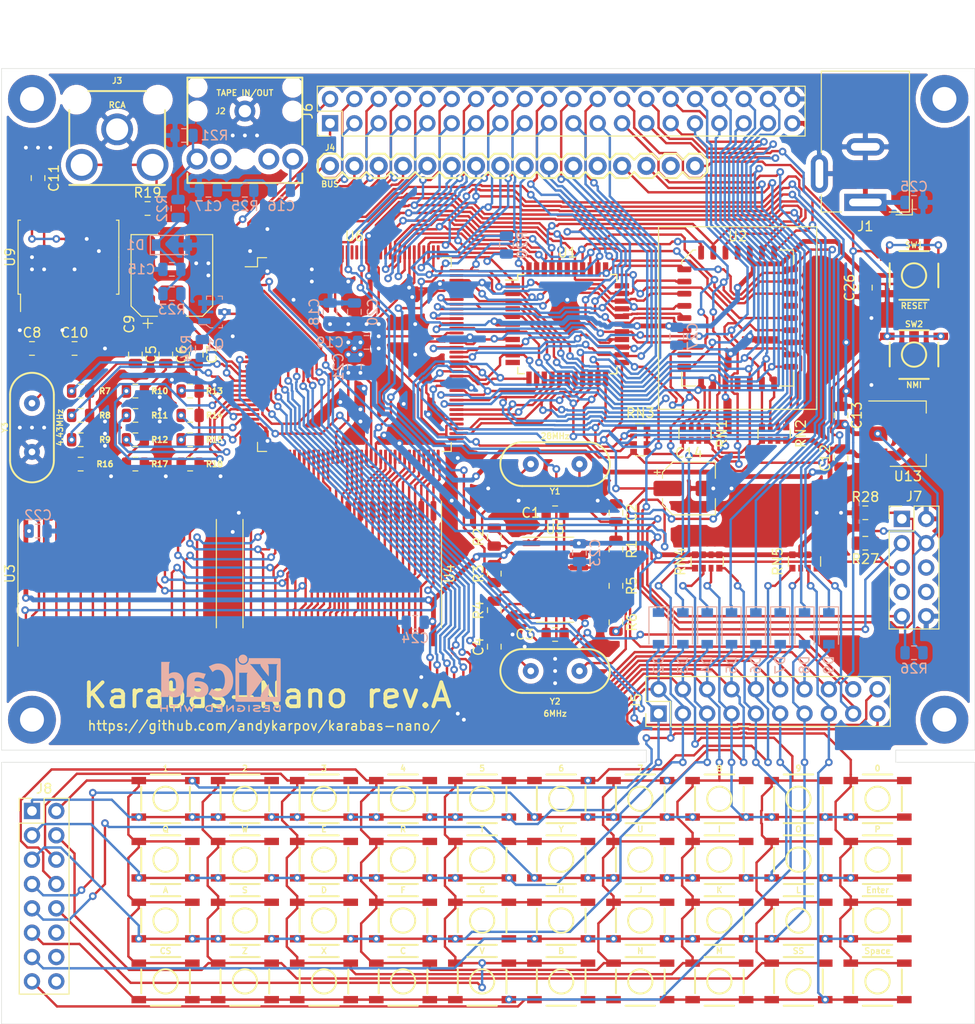
<source format=kicad_pcb>
(kicad_pcb (version 20171130) (host pcbnew "(5.1.12)-1")
  (layers (0 F.Cu signal) (31 B.Cu signal) (34 B.Paste user hide) (35 F.Paste user hide) (36 B.SilkS user hide) (37 F.SilkS user hide) (38 B.Mask user hide) (39 F.Mask user hide) (44 Edge.Cuts user))
  (net 0 "")
  (net 1 /A13)
  (net 2 /A12)
  (net 3 /A11)
  (net 4 /A10)
  (net 5 /A9)
  (net 6 /A8)
  (net 7 /A7)
  (net 8 /A6)
  (net 9 /A5)
  (net 10 /A4)
  (net 11 /A3)
  (net 12 /A2)
  (net 13 /A1)
  (net 14 /A0)
  (net 15 GND)
  (net 16 /D1)
  (net 17 /D0)
  (net 18 /D7)
  (net 19 /D2)
  (net 20 VCC)
  (net 21 /D6)
  (net 22 /D5)
  (net 23 /D3)
  (net 24 /D4)
  (net 25 /CLK_CPU)
  (net 26 /MA15)
  (net 27 /MA17)
  (net 28 /~MWR)
  (net 29 /MA13)
  (net 30 /MA8)
  (net 31 /MA9)
  (net 32 /MA11)
  (net 33 /~MRD)
  (net 34 /MA10)
  (net 35 /MD7)
  (net 36 /MD6)
  (net 37 /MD5)
  (net 38 /MD4)
  (net 39 /MD3)
  (net 40 /MD2)
  (net 41 /MD1)
  (net 42 /MD0)
  (net 43 /MA0)
  (net 44 /MA1)
  (net 45 /MA2)
  (net 46 /MA3)
  (net 47 /MA4)
  (net 48 /MA5)
  (net 49 /MA6)
  (net 50 /MA7)
  (net 51 /MA12)
  (net 52 /MA14)
  (net 53 /MA16)
  (net 54 /MA18)
  (net 55 "Net-(C2-Pad2)")
  (net 56 "Net-(C1-Pad2)")
  (net 57 "Net-(R2-Pad2)")
  (net 58 "Net-(C1-Pad1)")
  (net 59 /A15)
  (net 60 /A14)
  (net 61 /~RFSH)
  (net 62 /~M1)
  (net 63 /~BUSREQ)
  (net 64 /~WAIT)
  (net 65 /~BUSACK)
  (net 66 /~WR)
  (net 67 /~RD)
  (net 68 /~IORQ)
  (net 69 /~MREQ)
  (net 70 /~HALT)
  (net 71 /~NMI)
  (net 72 /~INT)
  (net 73 /ROM_A14)
  (net 74 /~MCS0)
  (net 75 /~MCS1)
  (net 76 /ROM_A15)
  (net 77 +3V3)
  (net 78 "Net-(C3-Pad2)")
  (net 79 "Net-(C3-Pad1)")
  (net 80 "Net-(C4-Pad2)")
  (net 81 "Net-(R5-Pad2)")
  (net 82 /CLKX)
  (net 83 "Net-(J2-PadTIP)")
  (net 84 /~BUS_ROMCS)
  (net 85 /CLK_BUS)
  (net 86 /~BUS_IORQGE)
  (net 87 /~ROMCS)
  (net 88 /TDO)
  (net 89 /TCK)
  (net 90 /TMS)
  (net 91 /TDI)
  (net 92 "Net-(J3-PadPIN)")
  (net 93 "Net-(C5-Pad2)")
  (net 94 "Net-(C5-Pad1)")
  (net 95 "Net-(C6-Pad2)")
  (net 96 "Net-(C6-Pad1)")
  (net 97 "Net-(C7-Pad2)")
  (net 98 "Net-(C7-Pad1)")
  (net 99 /R2)
  (net 100 /R1)
  (net 101 /R0)
  (net 102 /G2)
  (net 103 /G1)
  (net 104 /G0)
  (net 105 /B2)
  (net 106 /B1)
  (net 107 /B0)
  (net 108 "Net-(C8-Pad2)")
  (net 109 "Net-(C9-Pad2)")
  (net 110 "Net-(C9-Pad1)")
  (net 111 /CSYNC)
  (net 112 /CLK28)
  (net 113 ~RESET)
  (net 114 "Net-(C15-Pad2)")
  (net 115 "Net-(C16-Pad2)")
  (net 116 "Net-(C16-Pad1)")
  (net 117 "Net-(Q1-Pad1)")
  (net 118 TAPE_IN)
  (net 119 TAPE_OUT)
  (net 120 /MAGIC)
  (net 121 /TURBO)
  (net 122 /SPECIAL)
  (net 123 /KB7)
  (net 124 /KB6)
  (net 125 /KB5)
  (net 126 /KB4)
  (net 127 /KB3)
  (net 128 /KB2)
  (net 129 /KB1)
  (net 130 /KB0)
  (net 131 /IO16)
  (net 132 /IO15)
  (net 133 /IO14)
  (net 134 /IO13)
  (net 135 /IO12)
  (net 136 /IO11)
  (net 137 /IO10)
  (net 138 /BEEPER)
  (net 139 /IO19)
  (net 140 /IO18)
  (net 141 /KA11)
  (net 142 /KA10)
  (net 143 /KA9)
  (net 144 /KA12)
  (net 145 /KA13)
  (net 146 /KA8)
  (net 147 /KA14)
  (net 148 /KA15)
  (module Symbol:KiCad-Logo2_5mm_SilkScreen (layer B.Cu) (at 111.76 114.935 180)
    (fp_text reference REF** hide)
    (fp_text value KiCad-Logo2_5mm_SilkScreen hide)
  )
  (module Clocks:HC49US (layer F.Cu) (at 92.075 88.265 90)
    (fp_text reference Y3 (at 0 -2.8448 90) (layer F.SilkS) (effects (font (size 0.6096 0.6096) (thickness 0.127))))
    (fp_text value 4.43MHz (at 0 2.921 90) (layer F.SilkS) (effects (font (size 0.6096 0.6096) (thickness 0.127))))
    (pad 2 thru_hole circle (at 2.54 0 90) (size 1.651 1.651) (drill 0.6985) (layers *.Cu *.Mask) (net 108 "Net-(C8-Pad2)"))
    (pad 1 thru_hole circle (at -2.54 0 90) (size 1.651 1.651) (drill 0.6985) (layers *.Cu *.Mask) (net 15 GND))
  )
  (module Clocks:HC49US (layer F.Cu) (at 146.685 113.665)
    (fp_text reference Y2 (at 0 3.175) (layer F.SilkS) (effects (font (size 0.6096 0.6096) (thickness 0.127))))
    (fp_text value 6MHz (at 0 4.445) (layer F.SilkS) (effects (font (size 0.6096 0.6096) (thickness 0.127))))
    (pad 2 thru_hole circle (at 2.54 0) (size 1.651 1.651) (drill 0.6985) (layers *.Cu *.Mask) (net 81 "Net-(R5-Pad2)"))
    (pad 1 thru_hole circle (at -2.54 0) (size 1.651 1.651) (drill 0.6985) (layers *.Cu *.Mask) (net 80 "Net-(C4-Pad2)"))
  )
  (module Clocks:HC49US (layer F.Cu) (at 146.685 92.075 180)
    (fp_text reference Y1 (at 0 -2.8448) (layer F.SilkS) (effects (font (size 0.6096 0.6096) (thickness 0.127))))
    (fp_text value 28MHz (at 0 2.921) (layer F.SilkS) (effects (font (size 0.6096 0.6096) (thickness 0.127))))
    (pad 2 thru_hole circle (at 2.54 0 180) (size 1.651 1.651) (drill 0.6985) (layers *.Cu *.Mask) (net 57 "Net-(R2-Pad2)"))
    (pad 1 thru_hole circle (at -2.54 0 180) (size 1.651 1.651) (drill 0.6985) (layers *.Cu *.Mask) (net 55 "Net-(C2-Pad2)"))
  )
  (module Switches:TACTILE_SWITCH_SMD_5.2MM (layer F.Cu) (at 184.15 80.645)
    (fp_text reference SW2 (at 0 -3.175) (layer F.SilkS) (effects (font (size 0.6096 0.6096) (thickness 0.127))))
    (fp_text value NMI (at 0 3.175) (layer F.SilkS) (effects (font (size 0.6096 0.6096) (thickness 0.127))))
    (pad 4 smd rect (at 2.794 1.905 90) (size 0.762 1.524) (layers F.Cu F.Paste F.Mask) (net 15 GND))
    (pad 3 smd rect (at -2.794 1.905 90) (size 0.762 1.524) (layers F.Cu F.Paste F.Mask) (net 15 GND))
    (pad 2 smd rect (at 2.794 -1.905 90) (size 0.762 1.524) (layers F.Cu F.Paste F.Mask) (net 71 /~NMI))
    (pad 1 smd rect (at -2.794 -1.905 90) (size 0.762 1.524) (layers F.Cu F.Paste F.Mask) (net 71 /~NMI))
  )
  (module Switches:TACTILE_SWITCH_SMD_5.2MM (layer F.Cu) (at 184.15 72.39)
    (fp_text reference SW1 (at 0 -3.175) (layer F.SilkS) (effects (font (size 0.6096 0.6096) (thickness 0.127))))
    (fp_text value RESET (at 0 3.175) (layer F.SilkS) (effects (font (size 0.6096 0.6096) (thickness 0.127))))
    (pad 4 smd rect (at 2.794 1.905 90) (size 0.762 1.524) (layers F.Cu F.Paste F.Mask) (net 15 GND))
    (pad 3 smd rect (at -2.794 1.905 90) (size 0.762 1.524) (layers F.Cu F.Paste F.Mask) (net 15 GND))
    (pad 2 smd rect (at 2.794 -1.905 90) (size 0.762 1.524) (layers F.Cu F.Paste F.Mask) (net 113 ~RESET))
    (pad 1 smd rect (at -2.794 -1.905 90) (size 0.762 1.524) (layers F.Cu F.Paste F.Mask) (net 113 ~RESET))
  )
  (module Switches:TACTILE_SWITCH_SMD_5.2MM (layer F.Cu) (at 114.3 146.05 180)
    (fp_text reference KZ1 hide)
    (fp_text value Z (at 0 3.175) (layer F.SilkS) (effects (font (size 0.6096 0.6096) (thickness 0.127))))
    (pad 4 smd rect (at 2.794 1.905 270) (size 0.762 1.524) (layers F.Cu F.Paste F.Mask) (net 129 /KB1))
    (pad 3 smd rect (at -2.794 1.905 270) (size 0.762 1.524) (layers F.Cu F.Paste F.Mask) (net 129 /KB1))
    (pad 2 smd rect (at 2.794 -1.905 270) (size 0.762 1.524) (layers F.Cu F.Paste F.Mask) (net 146 /KA8))
    (pad 1 smd rect (at -2.794 -1.905 270) (size 0.762 1.524) (layers F.Cu F.Paste F.Mask) (net 146 /KA8))
  )
  (module Switches:TACTILE_SWITCH_SMD_5.2MM (layer F.Cu) (at 147.32 133.35 180)
    (fp_text reference KY1 hide)
    (fp_text value Y (at 0 3.175) (layer F.SilkS) (effects (font (size 0.6096 0.6096) (thickness 0.127))))
    (pad 4 smd rect (at 2.794 1.905 270) (size 0.762 1.524) (layers F.Cu F.Paste F.Mask) (net 126 /KB4))
    (pad 3 smd rect (at -2.794 1.905 270) (size 0.762 1.524) (layers F.Cu F.Paste F.Mask) (net 126 /KB4))
    (pad 2 smd rect (at 2.794 -1.905 270) (size 0.762 1.524) (layers F.Cu F.Paste F.Mask) (net 145 /KA13))
    (pad 1 smd rect (at -2.794 -1.905 270) (size 0.762 1.524) (layers F.Cu F.Paste F.Mask) (net 145 /KA13))
  )
  (module Switches:TACTILE_SWITCH_SMD_5.2MM (layer F.Cu) (at 122.555 146.05 180)
    (fp_text reference KX1 hide)
    (fp_text value X (at 0 3.175) (layer F.SilkS) (effects (font (size 0.6096 0.6096) (thickness 0.127))))
    (pad 4 smd rect (at 2.794 1.905 270) (size 0.762 1.524) (layers F.Cu F.Paste F.Mask) (net 128 /KB2))
    (pad 3 smd rect (at -2.794 1.905 270) (size 0.762 1.524) (layers F.Cu F.Paste F.Mask) (net 128 /KB2))
    (pad 2 smd rect (at 2.794 -1.905 270) (size 0.762 1.524) (layers F.Cu F.Paste F.Mask) (net 146 /KA8))
    (pad 1 smd rect (at -2.794 -1.905 270) (size 0.762 1.524) (layers F.Cu F.Paste F.Mask) (net 146 /KA8))
  )
  (module Switches:TACTILE_SWITCH_SMD_5.2MM (layer F.Cu) (at 114.3 133.35 180)
    (fp_text reference KW1 hide)
    (fp_text value W (at 0 3.175) (layer F.SilkS) (effects (font (size 0.6096 0.6096) (thickness 0.127))))
    (pad 4 smd rect (at 2.794 1.905 270) (size 0.762 1.524) (layers F.Cu F.Paste F.Mask) (net 129 /KB1))
    (pad 3 smd rect (at -2.794 1.905 270) (size 0.762 1.524) (layers F.Cu F.Paste F.Mask) (net 129 /KB1))
    (pad 2 smd rect (at 2.794 -1.905 270) (size 0.762 1.524) (layers F.Cu F.Paste F.Mask) (net 142 /KA10))
    (pad 1 smd rect (at -2.794 -1.905 270) (size 0.762 1.524) (layers F.Cu F.Paste F.Mask) (net 142 /KA10))
  )
  (module Switches:TACTILE_SWITCH_SMD_5.2MM (layer F.Cu) (at 139.065 146.05 180)
    (fp_text reference KV1 hide)
    (fp_text value V (at 0 3.175) (layer F.SilkS) (effects (font (size 0.6096 0.6096) (thickness 0.127))))
    (pad 4 smd rect (at 2.794 1.905 270) (size 0.762 1.524) (layers F.Cu F.Paste F.Mask) (net 126 /KB4))
    (pad 3 smd rect (at -2.794 1.905 270) (size 0.762 1.524) (layers F.Cu F.Paste F.Mask) (net 126 /KB4))
    (pad 2 smd rect (at 2.794 -1.905 270) (size 0.762 1.524) (layers F.Cu F.Paste F.Mask) (net 146 /KA8))
    (pad 1 smd rect (at -2.794 -1.905 270) (size 0.762 1.524) (layers F.Cu F.Paste F.Mask) (net 146 /KA8))
  )
  (module Switches:TACTILE_SWITCH_SMD_5.2MM (layer F.Cu) (at 155.575 133.35 180)
    (fp_text reference KU1 hide)
    (fp_text value U (at 0 3.175) (layer F.SilkS) (effects (font (size 0.6096 0.6096) (thickness 0.127))))
    (pad 4 smd rect (at 2.794 1.905 270) (size 0.762 1.524) (layers F.Cu F.Paste F.Mask) (net 127 /KB3))
    (pad 3 smd rect (at -2.794 1.905 270) (size 0.762 1.524) (layers F.Cu F.Paste F.Mask) (net 127 /KB3))
    (pad 2 smd rect (at 2.794 -1.905 270) (size 0.762 1.524) (layers F.Cu F.Paste F.Mask) (net 145 /KA13))
    (pad 1 smd rect (at -2.794 -1.905 270) (size 0.762 1.524) (layers F.Cu F.Paste F.Mask) (net 145 /KA13))
  )
  (module Switches:TACTILE_SWITCH_SMD_5.2MM (layer F.Cu) (at 139.065 133.35 180)
    (fp_text reference KT1 hide)
    (fp_text value T (at 0 3.175) (layer F.SilkS) (effects (font (size 0.6096 0.6096) (thickness 0.127))))
    (pad 4 smd rect (at 2.794 1.905 270) (size 0.762 1.524) (layers F.Cu F.Paste F.Mask) (net 126 /KB4))
    (pad 3 smd rect (at -2.794 1.905 270) (size 0.762 1.524) (layers F.Cu F.Paste F.Mask) (net 126 /KB4))
    (pad 2 smd rect (at 2.794 -1.905 270) (size 0.762 1.524) (layers F.Cu F.Paste F.Mask) (net 142 /KA10))
    (pad 1 smd rect (at -2.794 -1.905 270) (size 0.762 1.524) (layers F.Cu F.Paste F.Mask) (net 142 /KA10))
  )
  (module Switches:TACTILE_SWITCH_SMD_5.2MM (layer F.Cu) (at 172.085 146.05 180)
    (fp_text reference KSS1 hide)
    (fp_text value SS (at 0 3.175) (layer F.SilkS) (effects (font (size 0.6096 0.6096) (thickness 0.127))))
    (pad 4 smd rect (at 2.794 1.905 270) (size 0.762 1.524) (layers F.Cu F.Paste F.Mask) (net 129 /KB1))
    (pad 3 smd rect (at -2.794 1.905 270) (size 0.762 1.524) (layers F.Cu F.Paste F.Mask) (net 129 /KB1))
    (pad 2 smd rect (at 2.794 -1.905 270) (size 0.762 1.524) (layers F.Cu F.Paste F.Mask) (net 148 /KA15))
    (pad 1 smd rect (at -2.794 -1.905 270) (size 0.762 1.524) (layers F.Cu F.Paste F.Mask) (net 148 /KA15))
  )
  (module Switches:TACTILE_SWITCH_SMD_5.2MM (layer F.Cu) (at 180.34 146.05 180)
    (fp_text reference KSpace1 hide)
    (fp_text value Space (at 0 3.175) (layer F.SilkS) (effects (font (size 0.6096 0.6096) (thickness 0.127))))
    (pad 4 smd rect (at 2.794 1.905 270) (size 0.762 1.524) (layers F.Cu F.Paste F.Mask) (net 130 /KB0))
    (pad 3 smd rect (at -2.794 1.905 270) (size 0.762 1.524) (layers F.Cu F.Paste F.Mask) (net 130 /KB0))
    (pad 2 smd rect (at 2.794 -1.905 270) (size 0.762 1.524) (layers F.Cu F.Paste F.Mask) (net 148 /KA15))
    (pad 1 smd rect (at -2.794 -1.905 270) (size 0.762 1.524) (layers F.Cu F.Paste F.Mask) (net 148 /KA15))
  )
  (module Switches:TACTILE_SWITCH_SMD_5.2MM (layer F.Cu) (at 114.3 139.7 180)
    (fp_text reference KS1 hide)
    (fp_text value S (at 0 3.175) (layer F.SilkS) (effects (font (size 0.6096 0.6096) (thickness 0.127))))
    (pad 4 smd rect (at 2.794 1.905 270) (size 0.762 1.524) (layers F.Cu F.Paste F.Mask) (net 129 /KB1))
    (pad 3 smd rect (at -2.794 1.905 270) (size 0.762 1.524) (layers F.Cu F.Paste F.Mask) (net 129 /KB1))
    (pad 2 smd rect (at 2.794 -1.905 270) (size 0.762 1.524) (layers F.Cu F.Paste F.Mask) (net 143 /KA9))
    (pad 1 smd rect (at -2.794 -1.905 270) (size 0.762 1.524) (layers F.Cu F.Paste F.Mask) (net 143 /KA9))
  )
  (module Switches:TACTILE_SWITCH_SMD_5.2MM (layer F.Cu) (at 130.81 133.35 180)
    (fp_text reference KR1 hide)
    (fp_text value R (at 0 3.175) (layer F.SilkS) (effects (font (size 0.6096 0.6096) (thickness 0.127))))
    (pad 4 smd rect (at 2.794 1.905 270) (size 0.762 1.524) (layers F.Cu F.Paste F.Mask) (net 127 /KB3))
    (pad 3 smd rect (at -2.794 1.905 270) (size 0.762 1.524) (layers F.Cu F.Paste F.Mask) (net 127 /KB3))
    (pad 2 smd rect (at 2.794 -1.905 270) (size 0.762 1.524) (layers F.Cu F.Paste F.Mask) (net 142 /KA10))
    (pad 1 smd rect (at -2.794 -1.905 270) (size 0.762 1.524) (layers F.Cu F.Paste F.Mask) (net 142 /KA10))
  )
  (module Switches:TACTILE_SWITCH_SMD_5.2MM (layer F.Cu) (at 106.020193 133.350392 180)
    (fp_text reference KQ1 hide)
    (fp_text value Q (at 0 3.175) (layer F.SilkS) (effects (font (size 0.6096 0.6096) (thickness 0.127))))
    (pad 4 smd rect (at 2.794 1.905 270) (size 0.762 1.524) (layers F.Cu F.Paste F.Mask) (net 130 /KB0))
    (pad 3 smd rect (at -2.794 1.905 270) (size 0.762 1.524) (layers F.Cu F.Paste F.Mask) (net 130 /KB0))
    (pad 2 smd rect (at 2.794 -1.905 270) (size 0.762 1.524) (layers F.Cu F.Paste F.Mask) (net 142 /KA10))
    (pad 1 smd rect (at -2.794 -1.905 270) (size 0.762 1.524) (layers F.Cu F.Paste F.Mask) (net 142 /KA10))
  )
  (module Switches:TACTILE_SWITCH_SMD_5.2MM (layer F.Cu) (at 180.34 133.35 180)
    (fp_text reference KP1 hide)
    (fp_text value P (at 0 3.175) (layer F.SilkS) (effects (font (size 0.6096 0.6096) (thickness 0.127))))
    (pad 4 smd rect (at 2.794 1.905 270) (size 0.762 1.524) (layers F.Cu F.Paste F.Mask) (net 130 /KB0))
    (pad 3 smd rect (at -2.794 1.905 270) (size 0.762 1.524) (layers F.Cu F.Paste F.Mask) (net 130 /KB0))
    (pad 2 smd rect (at 2.794 -1.905 270) (size 0.762 1.524) (layers F.Cu F.Paste F.Mask) (net 145 /KA13))
    (pad 1 smd rect (at -2.794 -1.905 270) (size 0.762 1.524) (layers F.Cu F.Paste F.Mask) (net 145 /KA13))
  )
  (module Switches:TACTILE_SWITCH_SMD_5.2MM (layer F.Cu) (at 172.085 133.35 180)
    (fp_text reference KO1 hide)
    (fp_text value O (at 0 3.175) (layer F.SilkS) (effects (font (size 0.6096 0.6096) (thickness 0.127))))
    (pad 4 smd rect (at 2.794 1.905 270) (size 0.762 1.524) (layers F.Cu F.Paste F.Mask) (net 129 /KB1))
    (pad 3 smd rect (at -2.794 1.905 270) (size 0.762 1.524) (layers F.Cu F.Paste F.Mask) (net 129 /KB1))
    (pad 2 smd rect (at 2.794 -1.905 270) (size 0.762 1.524) (layers F.Cu F.Paste F.Mask) (net 145 /KA13))
    (pad 1 smd rect (at -2.794 -1.905 270) (size 0.762 1.524) (layers F.Cu F.Paste F.Mask) (net 145 /KA13))
  )
  (module Switches:TACTILE_SWITCH_SMD_5.2MM (layer F.Cu) (at 155.575 146.05 180)
    (fp_text reference KN1 hide)
    (fp_text value N (at 0 3.175) (layer F.SilkS) (effects (font (size 0.6096 0.6096) (thickness 0.127))))
    (pad 4 smd rect (at 2.794 1.905 270) (size 0.762 1.524) (layers F.Cu F.Paste F.Mask) (net 127 /KB3))
    (pad 3 smd rect (at -2.794 1.905 270) (size 0.762 1.524) (layers F.Cu F.Paste F.Mask) (net 127 /KB3))
    (pad 2 smd rect (at 2.794 -1.905 270) (size 0.762 1.524) (layers F.Cu F.Paste F.Mask) (net 148 /KA15))
    (pad 1 smd rect (at -2.794 -1.905 270) (size 0.762 1.524) (layers F.Cu F.Paste F.Mask) (net 148 /KA15))
  )
  (module Switches:TACTILE_SWITCH_SMD_5.2MM (layer F.Cu) (at 163.83 146.05 180)
    (fp_text reference KM1 hide)
    (fp_text value M (at 0 3.175) (layer F.SilkS) (effects (font (size 0.6096 0.6096) (thickness 0.127))))
    (pad 4 smd rect (at 2.794 1.905 270) (size 0.762 1.524) (layers F.Cu F.Paste F.Mask) (net 128 /KB2))
    (pad 3 smd rect (at -2.794 1.905 270) (size 0.762 1.524) (layers F.Cu F.Paste F.Mask) (net 128 /KB2))
    (pad 2 smd rect (at 2.794 -1.905 270) (size 0.762 1.524) (layers F.Cu F.Paste F.Mask) (net 148 /KA15))
    (pad 1 smd rect (at -2.794 -1.905 270) (size 0.762 1.524) (layers F.Cu F.Paste F.Mask) (net 148 /KA15))
  )
  (module Switches:TACTILE_SWITCH_SMD_5.2MM (layer F.Cu) (at 172.085 139.7 180)
    (fp_text reference KL1 hide)
    (fp_text value L (at 0 3.175) (layer F.SilkS) (effects (font (size 0.6096 0.6096) (thickness 0.127))))
    (pad 4 smd rect (at 2.794 1.905 270) (size 0.762 1.524) (layers F.Cu F.Paste F.Mask) (net 129 /KB1))
    (pad 3 smd rect (at -2.794 1.905 270) (size 0.762 1.524) (layers F.Cu F.Paste F.Mask) (net 129 /KB1))
    (pad 2 smd rect (at 2.794 -1.905 270) (size 0.762 1.524) (layers F.Cu F.Paste F.Mask) (net 147 /KA14))
    (pad 1 smd rect (at -2.794 -1.905 270) (size 0.762 1.524) (layers F.Cu F.Paste F.Mask) (net 147 /KA14))
  )
  (module Switches:TACTILE_SWITCH_SMD_5.2MM (layer F.Cu) (at 163.83 139.7 180)
    (fp_text reference KK1 hide)
    (fp_text value K (at 0 3.175) (layer F.SilkS) (effects (font (size 0.6096 0.6096) (thickness 0.127))))
    (pad 4 smd rect (at 2.794 1.905 270) (size 0.762 1.524) (layers F.Cu F.Paste F.Mask) (net 128 /KB2))
    (pad 3 smd rect (at -2.794 1.905 270) (size 0.762 1.524) (layers F.Cu F.Paste F.Mask) (net 128 /KB2))
    (pad 2 smd rect (at 2.794 -1.905 270) (size 0.762 1.524) (layers F.Cu F.Paste F.Mask) (net 147 /KA14))
    (pad 1 smd rect (at -2.794 -1.905 270) (size 0.762 1.524) (layers F.Cu F.Paste F.Mask) (net 147 /KA14))
  )
  (module Switches:TACTILE_SWITCH_SMD_5.2MM (layer F.Cu) (at 155.575 139.7 180)
    (fp_text reference KJ1 hide)
    (fp_text value J (at 0 3.175) (layer F.SilkS) (effects (font (size 0.6096 0.6096) (thickness 0.127))))
    (pad 4 smd rect (at 2.794 1.905 270) (size 0.762 1.524) (layers F.Cu F.Paste F.Mask) (net 127 /KB3))
    (pad 3 smd rect (at -2.794 1.905 270) (size 0.762 1.524) (layers F.Cu F.Paste F.Mask) (net 127 /KB3))
    (pad 2 smd rect (at 2.794 -1.905 270) (size 0.762 1.524) (layers F.Cu F.Paste F.Mask) (net 147 /KA14))
    (pad 1 smd rect (at -2.794 -1.905 270) (size 0.762 1.524) (layers F.Cu F.Paste F.Mask) (net 147 /KA14))
  )
  (module Switches:TACTILE_SWITCH_SMD_5.2MM (layer F.Cu) (at 163.83 133.35 180)
    (fp_text reference KI1 hide)
    (fp_text value I (at 0 3.175) (layer F.SilkS) (effects (font (size 0.6096 0.6096) (thickness 0.127))))
    (pad 4 smd rect (at 2.794 1.905 270) (size 0.762 1.524) (layers F.Cu F.Paste F.Mask) (net 128 /KB2))
    (pad 3 smd rect (at -2.794 1.905 270) (size 0.762 1.524) (layers F.Cu F.Paste F.Mask) (net 128 /KB2))
    (pad 2 smd rect (at 2.794 -1.905 270) (size 0.762 1.524) (layers F.Cu F.Paste F.Mask) (net 145 /KA13))
    (pad 1 smd rect (at -2.794 -1.905 270) (size 0.762 1.524) (layers F.Cu F.Paste F.Mask) (net 145 /KA13))
  )
  (module Switches:TACTILE_SWITCH_SMD_5.2MM (layer F.Cu) (at 147.32 139.7 180)
    (fp_text reference KH1 hide)
    (fp_text value H (at 0 3.175) (layer F.SilkS) (effects (font (size 0.6096 0.6096) (thickness 0.127))))
    (pad 4 smd rect (at 2.794 1.905 270) (size 0.762 1.524) (layers F.Cu F.Paste F.Mask) (net 126 /KB4))
    (pad 3 smd rect (at -2.794 1.905 270) (size 0.762 1.524) (layers F.Cu F.Paste F.Mask) (net 126 /KB4))
    (pad 2 smd rect (at 2.794 -1.905 270) (size 0.762 1.524) (layers F.Cu F.Paste F.Mask) (net 147 /KA14))
    (pad 1 smd rect (at -2.794 -1.905 270) (size 0.762 1.524) (layers F.Cu F.Paste F.Mask) (net 147 /KA14))
  )
  (module Switches:TACTILE_SWITCH_SMD_5.2MM (layer F.Cu) (at 139.065 139.7 180)
    (fp_text reference KG1 hide)
    (fp_text value G (at 0 3.175) (layer F.SilkS) (effects (font (size 0.6096 0.6096) (thickness 0.127))))
    (pad 4 smd rect (at 2.794 1.905 270) (size 0.762 1.524) (layers F.Cu F.Paste F.Mask) (net 126 /KB4))
    (pad 3 smd rect (at -2.794 1.905 270) (size 0.762 1.524) (layers F.Cu F.Paste F.Mask) (net 126 /KB4))
    (pad 2 smd rect (at 2.794 -1.905 270) (size 0.762 1.524) (layers F.Cu F.Paste F.Mask) (net 143 /KA9))
    (pad 1 smd rect (at -2.794 -1.905 270) (size 0.762 1.524) (layers F.Cu F.Paste F.Mask) (net 143 /KA9))
  )
  (module Switches:TACTILE_SWITCH_SMD_5.2MM (layer F.Cu) (at 130.81 139.7 180)
    (fp_text reference KF1 hide)
    (fp_text value F (at 0 3.175) (layer F.SilkS) (effects (font (size 0.6096 0.6096) (thickness 0.127))))
    (pad 4 smd rect (at 2.794 1.905 270) (size 0.762 1.524) (layers F.Cu F.Paste F.Mask) (net 127 /KB3))
    (pad 3 smd rect (at -2.794 1.905 270) (size 0.762 1.524) (layers F.Cu F.Paste F.Mask) (net 127 /KB3))
    (pad 2 smd rect (at 2.794 -1.905 270) (size 0.762 1.524) (layers F.Cu F.Paste F.Mask) (net 143 /KA9))
    (pad 1 smd rect (at -2.794 -1.905 270) (size 0.762 1.524) (layers F.Cu F.Paste F.Mask) (net 143 /KA9))
  )
  (module Switches:TACTILE_SWITCH_SMD_5.2MM (layer F.Cu) (at 180.34 139.7 180)
    (fp_text reference KEnter1 hide)
    (fp_text value Enter (at 0 3.175) (layer F.SilkS) (effects (font (size 0.6096 0.6096) (thickness 0.127))))
    (pad 4 smd rect (at 2.794 1.905 270) (size 0.762 1.524) (layers F.Cu F.Paste F.Mask) (net 130 /KB0))
    (pad 3 smd rect (at -2.794 1.905 270) (size 0.762 1.524) (layers F.Cu F.Paste F.Mask) (net 130 /KB0))
    (pad 2 smd rect (at 2.794 -1.905 270) (size 0.762 1.524) (layers F.Cu F.Paste F.Mask) (net 147 /KA14))
    (pad 1 smd rect (at -2.794 -1.905 270) (size 0.762 1.524) (layers F.Cu F.Paste F.Mask) (net 147 /KA14))
  )
  (module Switches:TACTILE_SWITCH_SMD_5.2MM (layer F.Cu) (at 122.555 133.35 180)
    (fp_text reference KE1 hide)
    (fp_text value E (at 0 3.175) (layer F.SilkS) (effects (font (size 0.6096 0.6096) (thickness 0.127))))
    (pad 4 smd rect (at 2.794 1.905 270) (size 0.762 1.524) (layers F.Cu F.Paste F.Mask) (net 128 /KB2))
    (pad 3 smd rect (at -2.794 1.905 270) (size 0.762 1.524) (layers F.Cu F.Paste F.Mask) (net 128 /KB2))
    (pad 2 smd rect (at 2.794 -1.905 270) (size 0.762 1.524) (layers F.Cu F.Paste F.Mask) (net 142 /KA10))
    (pad 1 smd rect (at -2.794 -1.905 270) (size 0.762 1.524) (layers F.Cu F.Paste F.Mask) (net 142 /KA10))
  )
  (module Switches:TACTILE_SWITCH_SMD_5.2MM (layer F.Cu) (at 122.555 139.7 180)
    (fp_text reference KD1 hide)
    (fp_text value D (at 0 3.175) (layer F.SilkS) (effects (font (size 0.6096 0.6096) (thickness 0.127))))
    (pad 4 smd rect (at 2.794 1.905 270) (size 0.762 1.524) (layers F.Cu F.Paste F.Mask) (net 128 /KB2))
    (pad 3 smd rect (at -2.794 1.905 270) (size 0.762 1.524) (layers F.Cu F.Paste F.Mask) (net 128 /KB2))
    (pad 2 smd rect (at 2.794 -1.905 270) (size 0.762 1.524) (layers F.Cu F.Paste F.Mask) (net 143 /KA9))
    (pad 1 smd rect (at -2.794 -1.905 270) (size 0.762 1.524) (layers F.Cu F.Paste F.Mask) (net 143 /KA9))
  )
  (module Switches:TACTILE_SWITCH_SMD_5.2MM (layer F.Cu) (at 106.020193 146.050392 180)
    (fp_text reference KCS1 hide)
    (fp_text value CS (at 0 3.175) (layer F.SilkS) (effects (font (size 0.6096 0.6096) (thickness 0.127))))
    (pad 4 smd rect (at 2.794 1.905 270) (size 0.762 1.524) (layers F.Cu F.Paste F.Mask) (net 130 /KB0))
    (pad 3 smd rect (at -2.794 1.905 270) (size 0.762 1.524) (layers F.Cu F.Paste F.Mask) (net 130 /KB0))
    (pad 2 smd rect (at 2.794 -1.905 270) (size 0.762 1.524) (layers F.Cu F.Paste F.Mask) (net 146 /KA8))
    (pad 1 smd rect (at -2.794 -1.905 270) (size 0.762 1.524) (layers F.Cu F.Paste F.Mask) (net 146 /KA8))
  )
  (module Switches:TACTILE_SWITCH_SMD_5.2MM (layer F.Cu) (at 130.81 146.05 180)
    (fp_text reference KC1 hide)
    (fp_text value C (at 0 3.175) (layer F.SilkS) (effects (font (size 0.6096 0.6096) (thickness 0.127))))
    (pad 4 smd rect (at 2.794 1.905 270) (size 0.762 1.524) (layers F.Cu F.Paste F.Mask) (net 127 /KB3))
    (pad 3 smd rect (at -2.794 1.905 270) (size 0.762 1.524) (layers F.Cu F.Paste F.Mask) (net 127 /KB3))
    (pad 2 smd rect (at 2.794 -1.905 270) (size 0.762 1.524) (layers F.Cu F.Paste F.Mask) (net 146 /KA8))
    (pad 1 smd rect (at -2.794 -1.905 270) (size 0.762 1.524) (layers F.Cu F.Paste F.Mask) (net 146 /KA8))
  )
  (module Switches:TACTILE_SWITCH_SMD_5.2MM (layer F.Cu) (at 147.32 146.05 180)
    (fp_text reference KB1 hide)
    (fp_text value B (at 0 3.175) (layer F.SilkS) (effects (font (size 0.6096 0.6096) (thickness 0.127))))
    (pad 4 smd rect (at 2.794 1.905 270) (size 0.762 1.524) (layers F.Cu F.Paste F.Mask) (net 126 /KB4))
    (pad 3 smd rect (at -2.794 1.905 270) (size 0.762 1.524) (layers F.Cu F.Paste F.Mask) (net 126 /KB4))
    (pad 2 smd rect (at 2.794 -1.905 270) (size 0.762 1.524) (layers F.Cu F.Paste F.Mask) (net 148 /KA15))
    (pad 1 smd rect (at -2.794 -1.905 270) (size 0.762 1.524) (layers F.Cu F.Paste F.Mask) (net 148 /KA15))
  )
  (module Switches:TACTILE_SWITCH_SMD_5.2MM (layer F.Cu) (at 106.020193 139.700392 180)
    (fp_text reference KA1 hide)
    (fp_text value A (at 0 3.175) (layer F.SilkS) (effects (font (size 0.6096 0.6096) (thickness 0.127))))
    (pad 4 smd rect (at 2.794 1.905 270) (size 0.762 1.524) (layers F.Cu F.Paste F.Mask) (net 130 /KB0))
    (pad 3 smd rect (at -2.794 1.905 270) (size 0.762 1.524) (layers F.Cu F.Paste F.Mask) (net 130 /KB0))
    (pad 2 smd rect (at 2.794 -1.905 270) (size 0.762 1.524) (layers F.Cu F.Paste F.Mask) (net 143 /KA9))
    (pad 1 smd rect (at -2.794 -1.905 270) (size 0.762 1.524) (layers F.Cu F.Paste F.Mask) (net 143 /KA9))
  )
  (module Switches:TACTILE_SWITCH_SMD_5.2MM (layer F.Cu) (at 172.085 127 180)
    (fp_text reference K9 hide)
    (fp_text value 9 (at 0 3.175) (layer F.SilkS) (effects (font (size 0.6096 0.6096) (thickness 0.127))))
    (pad 4 smd rect (at 2.794 1.905 270) (size 0.762 1.524) (layers F.Cu F.Paste F.Mask) (net 129 /KB1))
    (pad 3 smd rect (at -2.794 1.905 270) (size 0.762 1.524) (layers F.Cu F.Paste F.Mask) (net 129 /KB1))
    (pad 2 smd rect (at 2.794 -1.905 270) (size 0.762 1.524) (layers F.Cu F.Paste F.Mask) (net 144 /KA12))
    (pad 1 smd rect (at -2.794 -1.905 270) (size 0.762 1.524) (layers F.Cu F.Paste F.Mask) (net 144 /KA12))
  )
  (module Switches:TACTILE_SWITCH_SMD_5.2MM (layer F.Cu) (at 163.83 127 180)
    (fp_text reference K8 hide)
    (fp_text value 8 (at 0 3.175) (layer F.SilkS) (effects (font (size 0.6096 0.6096) (thickness 0.127))))
    (pad 4 smd rect (at 2.794 1.905 270) (size 0.762 1.524) (layers F.Cu F.Paste F.Mask) (net 128 /KB2))
    (pad 3 smd rect (at -2.794 1.905 270) (size 0.762 1.524) (layers F.Cu F.Paste F.Mask) (net 128 /KB2))
    (pad 2 smd rect (at 2.794 -1.905 270) (size 0.762 1.524) (layers F.Cu F.Paste F.Mask) (net 144 /KA12))
    (pad 1 smd rect (at -2.794 -1.905 270) (size 0.762 1.524) (layers F.Cu F.Paste F.Mask) (net 144 /KA12))
  )
  (module Switches:TACTILE_SWITCH_SMD_5.2MM (layer F.Cu) (at 155.575 127 180)
    (fp_text reference K7 hide)
    (fp_text value 7 (at 0 3.175) (layer F.SilkS) (effects (font (size 0.6096 0.6096) (thickness 0.127))))
    (pad 4 smd rect (at 2.794 1.905 270) (size 0.762 1.524) (layers F.Cu F.Paste F.Mask) (net 127 /KB3))
    (pad 3 smd rect (at -2.794 1.905 270) (size 0.762 1.524) (layers F.Cu F.Paste F.Mask) (net 127 /KB3))
    (pad 2 smd rect (at 2.794 -1.905 270) (size 0.762 1.524) (layers F.Cu F.Paste F.Mask) (net 144 /KA12))
    (pad 1 smd rect (at -2.794 -1.905 270) (size 0.762 1.524) (layers F.Cu F.Paste F.Mask) (net 144 /KA12))
  )
  (module Switches:TACTILE_SWITCH_SMD_5.2MM (layer F.Cu) (at 147.32 127 180)
    (fp_text reference K6 hide)
    (fp_text value 6 (at 0 3.175) (layer F.SilkS) (effects (font (size 0.6096 0.6096) (thickness 0.127))))
    (pad 4 smd rect (at 2.794 1.905 270) (size 0.762 1.524) (layers F.Cu F.Paste F.Mask) (net 126 /KB4))
    (pad 3 smd rect (at -2.794 1.905 270) (size 0.762 1.524) (layers F.Cu F.Paste F.Mask) (net 126 /KB4))
    (pad 2 smd rect (at 2.794 -1.905 270) (size 0.762 1.524) (layers F.Cu F.Paste F.Mask) (net 144 /KA12))
    (pad 1 smd rect (at -2.794 -1.905 270) (size 0.762 1.524) (layers F.Cu F.Paste F.Mask) (net 144 /KA12))
  )
  (module Switches:TACTILE_SWITCH_SMD_5.2MM (layer F.Cu) (at 139.065 127 180)
    (fp_text reference K5 hide)
    (fp_text value 5 (at 0 3.175) (layer F.SilkS) (effects (font (size 0.6096 0.6096) (thickness 0.127))))
    (pad 4 smd rect (at 2.794 1.905 270) (size 0.762 1.524) (layers F.Cu F.Paste F.Mask) (net 126 /KB4))
    (pad 3 smd rect (at -2.794 1.905 270) (size 0.762 1.524) (layers F.Cu F.Paste F.Mask) (net 126 /KB4))
    (pad 2 smd rect (at 2.794 -1.905 270) (size 0.762 1.524) (layers F.Cu F.Paste F.Mask) (net 141 /KA11))
    (pad 1 smd rect (at -2.794 -1.905 270) (size 0.762 1.524) (layers F.Cu F.Paste F.Mask) (net 141 /KA11))
  )
  (module Switches:TACTILE_SWITCH_SMD_5.2MM (layer F.Cu) (at 130.81 127 180)
    (fp_text reference K4 hide)
    (fp_text value 4 (at 0 3.175) (layer F.SilkS) (effects (font (size 0.6096 0.6096) (thickness 0.127))))
    (pad 4 smd rect (at 2.794 1.905 270) (size 0.762 1.524) (layers F.Cu F.Paste F.Mask) (net 127 /KB3))
    (pad 3 smd rect (at -2.794 1.905 270) (size 0.762 1.524) (layers F.Cu F.Paste F.Mask) (net 127 /KB3))
    (pad 2 smd rect (at 2.794 -1.905 270) (size 0.762 1.524) (layers F.Cu F.Paste F.Mask) (net 141 /KA11))
    (pad 1 smd rect (at -2.794 -1.905 270) (size 0.762 1.524) (layers F.Cu F.Paste F.Mask) (net 141 /KA11))
  )
  (module Switches:TACTILE_SWITCH_SMD_5.2MM (layer F.Cu) (at 122.555 127 180)
    (fp_text reference K3 hide)
    (fp_text value 3 (at 0 3.175) (layer F.SilkS) (effects (font (size 0.6096 0.6096) (thickness 0.127))))
    (pad 4 smd rect (at 2.794 1.905 270) (size 0.762 1.524) (layers F.Cu F.Paste F.Mask) (net 128 /KB2))
    (pad 3 smd rect (at -2.794 1.905 270) (size 0.762 1.524) (layers F.Cu F.Paste F.Mask) (net 128 /KB2))
    (pad 2 smd rect (at 2.794 -1.905 270) (size 0.762 1.524) (layers F.Cu F.Paste F.Mask) (net 141 /KA11))
    (pad 1 smd rect (at -2.794 -1.905 270) (size 0.762 1.524) (layers F.Cu F.Paste F.Mask) (net 141 /KA11))
  )
  (module Switches:TACTILE_SWITCH_SMD_5.2MM (layer F.Cu) (at 114.3 127 180)
    (fp_text reference K2 hide)
    (fp_text value 2 (at 0 3.175) (layer F.SilkS) (effects (font (size 0.6096 0.6096) (thickness 0.127))))
    (pad 4 smd rect (at 2.794 1.905 270) (size 0.762 1.524) (layers F.Cu F.Paste F.Mask) (net 129 /KB1))
    (pad 3 smd rect (at -2.794 1.905 270) (size 0.762 1.524) (layers F.Cu F.Paste F.Mask) (net 129 /KB1))
    (pad 2 smd rect (at 2.794 -1.905 270) (size 0.762 1.524) (layers F.Cu F.Paste F.Mask) (net 141 /KA11))
    (pad 1 smd rect (at -2.794 -1.905 270) (size 0.762 1.524) (layers F.Cu F.Paste F.Mask) (net 141 /KA11))
  )
  (module Switches:TACTILE_SWITCH_SMD_5.2MM (layer F.Cu) (at 106.020193 127.000392 180)
    (fp_text reference K1 hide)
    (fp_text value 1 (at 0 3.175) (layer F.SilkS) (effects (font (size 0.6096 0.6096) (thickness 0.127))))
    (pad 4 smd rect (at 2.794 1.905 270) (size 0.762 1.524) (layers F.Cu F.Paste F.Mask) (net 130 /KB0))
    (pad 3 smd rect (at -2.794 1.905 270) (size 0.762 1.524) (layers F.Cu F.Paste F.Mask) (net 130 /KB0))
    (pad 2 smd rect (at 2.794 -1.905 270) (size 0.762 1.524) (layers F.Cu F.Paste F.Mask) (net 141 /KA11))
    (pad 1 smd rect (at -2.794 -1.905 270) (size 0.762 1.524) (layers F.Cu F.Paste F.Mask) (net 141 /KA11))
  )
  (module Switches:TACTILE_SWITCH_SMD_5.2MM (layer F.Cu) (at 180.34 127 180)
    (fp_text reference K0 hide)
    (fp_text value 0 (at 0 3.175) (layer F.SilkS) (effects (font (size 0.6096 0.6096) (thickness 0.127))))
    (pad 4 smd rect (at 2.794 1.905 270) (size 0.762 1.524) (layers F.Cu F.Paste F.Mask) (net 130 /KB0))
    (pad 3 smd rect (at -2.794 1.905 270) (size 0.762 1.524) (layers F.Cu F.Paste F.Mask) (net 130 /KB0))
    (pad 2 smd rect (at 2.794 -1.905 270) (size 0.762 1.524) (layers F.Cu F.Paste F.Mask) (net 144 /KA12))
    (pad 1 smd rect (at -2.794 -1.905 270) (size 0.762 1.524) (layers F.Cu F.Paste F.Mask) (net 144 /KA12))
  )
  (module Connector_PinHeader_2.54mm:PinHeader_2x08_P2.54mm_Vertical (layer F.Cu) (at 92.075 128.27)
    (fp_text reference J8 (at 1.27 -2.33) (layer F.SilkS))
    (fp_text value KEYBOARD)
    (pad 16 thru_hole oval (at 2.54 17.78) (size 1.7 1.7) (drill 1) (layers *.Cu *.Mask))
    (pad 15 thru_hole oval (at 0 17.78) (size 1.7 1.7) (drill 1) (layers *.Cu *.Mask) (net 148 /KA15))
    (pad 14 thru_hole oval (at 2.54 15.24) (size 1.7 1.7) (drill 1) (layers *.Cu *.Mask))
    (pad 13 thru_hole oval (at 0 15.24) (size 1.7 1.7) (drill 1) (layers *.Cu *.Mask) (net 147 /KA14))
    (pad 12 thru_hole oval (at 2.54 12.7) (size 1.7 1.7) (drill 1) (layers *.Cu *.Mask))
    (pad 11 thru_hole oval (at 0 12.7) (size 1.7 1.7) (drill 1) (layers *.Cu *.Mask) (net 146 /KA8))
    (pad 10 thru_hole oval (at 2.54 10.16) (size 1.7 1.7) (drill 1) (layers *.Cu *.Mask) (net 126 /KB4))
    (pad 9 thru_hole oval (at 0 10.16) (size 1.7 1.7) (drill 1) (layers *.Cu *.Mask) (net 145 /KA13))
    (pad 8 thru_hole oval (at 2.54 7.62) (size 1.7 1.7) (drill 1) (layers *.Cu *.Mask) (net 127 /KB3))
    (pad 7 thru_hole oval (at 0 7.62) (size 1.7 1.7) (drill 1) (layers *.Cu *.Mask) (net 144 /KA12))
    (pad 6 thru_hole oval (at 2.54 5.08) (size 1.7 1.7) (drill 1) (layers *.Cu *.Mask) (net 128 /KB2))
    (pad 5 thru_hole oval (at 0 5.08) (size 1.7 1.7) (drill 1) (layers *.Cu *.Mask) (net 143 /KA9))
    (pad 4 thru_hole oval (at 2.54 2.54) (size 1.7 1.7) (drill 1) (layers *.Cu *.Mask) (net 129 /KB1))
    (pad 3 thru_hole oval (at 0 2.54) (size 1.7 1.7) (drill 1) (layers *.Cu *.Mask) (net 142 /KA10))
    (pad 2 thru_hole oval (at 2.54 0) (size 1.7 1.7) (drill 1) (layers *.Cu *.Mask) (net 130 /KB0))
    (pad 1 thru_hole rect (at 0 0) (size 1.7 1.7) (drill 1) (layers *.Cu *.Mask) (net 141 /KA11))
  )
  (module Connectors:1X16 (layer F.Cu) (at 123.19 60.96)
    (fp_text reference J4 (at 0 -1.905) (layer F.SilkS) (effects (font (size 0.6096 0.6096) (thickness 0.127))))
    (fp_text value BUS (at 0 1.905) (layer F.SilkS) (effects (font (size 0.6096 0.6096) (thickness 0.127))))
    (pad 16 thru_hole circle (at 38.1 0) (size 1.8796 1.8796) (drill 1.016) (layers *.Cu *.Mask) (net 113 ~RESET))
    (pad 15 thru_hole circle (at 35.56 0) (size 1.8796 1.8796) (drill 1.016) (layers *.Cu *.Mask))
    (pad 14 thru_hole circle (at 33.02 0) (size 1.8796 1.8796) (drill 1.016) (layers *.Cu *.Mask) (net 63 /~BUSREQ))
    (pad 13 thru_hole circle (at 30.48 0) (size 1.8796 1.8796) (drill 1.016) (layers *.Cu *.Mask) (net 65 /~BUSACK))
    (pad 12 thru_hole circle (at 27.94 0) (size 1.8796 1.8796) (drill 1.016) (layers *.Cu *.Mask))
    (pad 11 thru_hole circle (at 25.4 0) (size 1.8796 1.8796) (drill 1.016) (layers *.Cu *.Mask) (net 61 /~RFSH))
    (pad 10 thru_hole circle (at 22.86 0) (size 1.8796 1.8796) (drill 1.016) (layers *.Cu *.Mask) (net 12 /A2))
    (pad 9 thru_hole circle (at 20.32 0) (size 1.8796 1.8796) (drill 1.016) (layers *.Cu *.Mask) (net 10 /A4))
    (pad 8 thru_hole circle (at 17.78 0) (size 1.8796 1.8796) (drill 1.016) (layers *.Cu *.Mask) (net 8 /A6))
    (pad 7 thru_hole circle (at 15.24 0) (size 1.8796 1.8796) (drill 1.016) (layers *.Cu *.Mask) (net 6 /A8))
    (pad 6 thru_hole circle (at 12.7 0) (size 1.8796 1.8796) (drill 1.016) (layers *.Cu *.Mask) (net 2 /A12))
    (pad 5 thru_hole circle (at 10.16 0) (size 1.8796 1.8796) (drill 1.016) (layers *.Cu *.Mask) (net 112 /CLK28))
    (pad 4 thru_hole circle (at 7.62 0) (size 1.8796 1.8796) (drill 1.016) (layers *.Cu *.Mask) (net 85 /CLK_BUS))
    (pad 3 thru_hole circle (at 5.08 0) (size 1.8796 1.8796) (drill 1.016) (layers *.Cu *.Mask) (net 136 /IO11))
    (pad 2 thru_hole circle (at 2.54 0) (size 1.8796 1.8796) (drill 1.016) (layers *.Cu *.Mask) (net 133 /IO14))
    (pad 1 thru_hole circle (at 0 0) (size 1.8796 1.8796) (drill 1.016) (layers *.Cu *.Mask) (net 140 /IO18))
  )
  (module Connectors:RCA (layer F.Cu) (at 100.965 57.15 270)
    (fp_text reference J3 (at -5.08 0) (layer F.SilkS) (effects (font (size 0.6096 0.6096) (thickness 0.127))))
    (fp_text value RCA (at -2.54 0) (layer F.SilkS) (effects (font (size 0.6096 0.6096) (thickness 0.127))))
    (pad "" np_thru_hole circle (at -3.0988 4.24942 270) (size 2.09804 2.09804) (drill 2.09804) (layers *.Cu *.Mask))
    (pad "" np_thru_hole circle (at -3.0988 -4.24942 270) (size 2.09804 2.09804) (drill 2.09804) (layers *.Cu *.Mask))
    (pad SWIT thru_hole circle (at 3.69824 3.69824 270) (size 3.3147 3.3147) (drill 2.2987) (layers *.Cu *.Mask) (net 92 "Net-(J3-PadPIN)"))
    (pad SHEL thru_hole circle (at 0 0 270) (size 3.3147 3.3147) (drill 2.2987) (layers *.Cu *.Mask) (net 15 GND))
    (pad PIN thru_hole circle (at 3.69824 -3.69824 270) (size 3.3147 3.3147) (drill 2.2987) (layers *.Cu *.Mask) (net 92 "Net-(J3-PadPIN)"))
  )
  (module Connectors:AUDIO-JACK (layer F.Cu) (at 114.3 55.245 270)
    (fp_text reference J2 (at 0 2.54) (layer F.SilkS) (effects (font (size 0.6096 0.6096) (thickness 0.127))))
    (fp_text value "TAPE IN/OUT" (at -1.905 0) (layer F.SilkS) (effects (font (size 0.6096 0.6096) (thickness 0.127))))
    (pad "" np_thru_hole circle (at 4.99872 0 270) (size 1.19888 1.19888) (drill 1.19888) (layers *.Cu *.Mask))
    (pad "" np_thru_hole circle (at 0 4.99872 270) (size 1.19888 1.19888) (drill 1.19888) (layers *.Cu *.Mask))
    (pad "" np_thru_hole circle (at -2.49936 4.99872 270) (size 1.19888 1.19888) (drill 1.19888) (layers *.Cu *.Mask))
    (pad "" np_thru_hole circle (at -2.49936 -4.99872 270) (size 1.19888 1.19888) (drill 1.19888) (layers *.Cu *.Mask))
    (pad "" np_thru_hole circle (at 0 -4.99872 270) (size 1.19888 1.19888) (drill 1.19888) (layers *.Cu *.Mask))
    (pad TSH thru_hole circle (at 4.99872 2.49936 270) (size 2.18186 2.18186) (drill 1.29794) (layers *.Cu *.Mask))
    (pad TIP thru_hole circle (at 4.99872 4.99872 270) (size 2.18186 2.18186) (drill 1.29794) (layers *.Cu *.Mask) (net 83 "Net-(J2-PadTIP)"))
    (pad SLEE thru_hole circle (at 0 0 270) (size 2.18186 2.18186) (drill 1.29794) (layers *.Cu *.Mask) (net 15 GND))
    (pad RSH thru_hole circle (at 4.99872 -2.49936 270) (size 2.18186 2.18186) (drill 1.29794) (layers *.Cu *.Mask))
    (pad RING thru_hole circle (at 4.99872 -4.99872 270) (size 2.18186 2.18186) (drill 1.29794) (layers *.Cu *.Mask) (net 115 "Net-(C16-Pad2)"))
  )
  (module Capacitor_SMD:C_0805_2012Metric (layer B.Cu) (at 159.385 78.74 90)
    (fp_text reference C27 (at 0 1.65 270) (layer B.SilkS) (effects (justify mirror)))
    (fp_text value 100nF)
    (pad 2 smd roundrect (at 0.9375 0 90) (size 0.975 1.4) (layers B.Cu B.Paste B.Mask) (net 20 VCC))
    (pad 1 smd roundrect (at -0.9375 0 90) (size 0.975 1.4) (layers B.Cu B.Paste B.Mask) (net 15 GND))
  )
  (module Capacitor_SMD:C_0805_2012Metric (layer F.Cu) (at 179.07 73.66 90)
    (fp_text reference C26 (at 0 -1.65 90) (layer F.SilkS))
    (fp_text value 100nF)
    (pad 2 smd roundrect (at 0.9375 0 90) (size 0.975 1.4) (layers F.Cu F.Paste F.Mask) (net 20 VCC))
    (pad 1 smd roundrect (at -0.9375 0 90) (size 0.975 1.4) (layers F.Cu F.Paste F.Mask) (net 15 GND))
  )
  (module Capacitor_SMD:C_0805_2012Metric (layer B.Cu) (at 184.15 64.77 180)
    (fp_text reference C25 (at 0 1.65) (layer B.SilkS) (effects (justify mirror)))
    (fp_text value 100nF)
    (pad 2 smd roundrect (at 0.9375 0 180) (size 0.975 1.4) (layers B.Cu B.Paste B.Mask) (net 20 VCC))
    (pad 1 smd roundrect (at -0.9375 0 180) (size 0.975 1.4) (layers B.Cu B.Paste B.Mask) (net 15 GND))
  )
  (module Capacitor_SMD:C_0805_2012Metric (layer B.Cu) (at 132.08 108.585)
    (fp_text reference C24 (at 0 1.65) (layer B.SilkS) (effects (justify mirror)))
    (fp_text value 100nF)
    (pad 2 smd roundrect (at 0.9375 0) (size 0.975 1.4) (layers B.Cu B.Paste B.Mask) (net 20 VCC))
    (pad 1 smd roundrect (at -0.9375 0) (size 0.975 1.4) (layers B.Cu B.Paste B.Mask) (net 15 GND))
  )
  (module Capacitor_SMD:C_0805_2012Metric (layer B.Cu) (at 149.224326 101.319493 90)
    (fp_text reference C23 (at 0 1.65 90) (layer B.SilkS) (effects (justify mirror)))
    (fp_text value 100nF)
    (pad 2 smd roundrect (at 0.9375 0 90) (size 0.975 1.4) (layers B.Cu B.Paste B.Mask) (net 20 VCC))
    (pad 1 smd roundrect (at -0.9375 0 90) (size 0.975 1.4) (layers B.Cu B.Paste B.Mask) (net 15 GND))
  )
  (module Capacitor_SMD:C_0805_2012Metric (layer B.Cu) (at 92.71 99.06 180)
    (fp_text reference C22 (at 0 1.65) (layer B.SilkS) (effects (justify mirror)))
    (fp_text value 100nF)
    (pad 2 smd roundrect (at 0.9375 0 180) (size 0.975 1.4) (layers B.Cu B.Paste B.Mask) (net 20 VCC))
    (pad 1 smd roundrect (at -0.9375 0 180) (size 0.975 1.4) (layers B.Cu B.Paste B.Mask) (net 15 GND))
  )
  (module Capacitor_SMD:C_0805_2012Metric (layer B.Cu) (at 125.73 81.915 270)
    (fp_text reference C21 (at 0 1.65 90) (layer B.SilkS) (effects (justify mirror)))
    (fp_text value 100nF)
    (pad 2 smd roundrect (at 0.9375 0 270) (size 0.975 1.4) (layers B.Cu B.Paste B.Mask) (net 77 +3V3))
    (pad 1 smd roundrect (at -0.9375 0 270) (size 0.975 1.4) (layers B.Cu B.Paste B.Mask) (net 15 GND))
  )
  (module Capacitor_SMD:C_0805_2012Metric (layer B.Cu) (at 125.73 76.2 270)
    (fp_text reference C20 (at 0 -1.905 90) (layer B.SilkS) (effects (justify mirror)))
    (fp_text value 100nF)
    (pad 2 smd roundrect (at 0.9375 0 270) (size 0.975 1.4) (layers B.Cu B.Paste B.Mask) (net 77 +3V3))
    (pad 1 smd roundrect (at -0.9375 0 270) (size 0.975 1.4) (layers B.Cu B.Paste B.Mask) (net 15 GND))
  )
  (module Capacitor_SMD:C_0805_2012Metric (layer B.Cu) (at 127 79.375)
    (fp_text reference C19 (at -3.81 0) (layer B.SilkS) (effects (justify mirror)))
    (fp_text value 100nF)
    (pad 2 smd roundrect (at 0.9375 0) (size 0.975 1.4) (layers B.Cu B.Paste B.Mask) (net 77 +3V3))
    (pad 1 smd roundrect (at -0.9375 0) (size 0.975 1.4) (layers B.Cu B.Paste B.Mask) (net 15 GND))
  )
  (module Capacitor_SMD:C_0805_2012Metric (layer B.Cu) (at 123.19 76.2 270)
    (fp_text reference C18 (at 0 1.65 90) (layer B.SilkS) (effects (justify mirror)))
    (fp_text value 100nF)
    (pad 2 smd roundrect (at 0.9375 0 270) (size 0.975 1.4) (layers B.Cu B.Paste B.Mask) (net 77 +3V3))
    (pad 1 smd roundrect (at -0.9375 0 270) (size 0.975 1.4) (layers B.Cu B.Paste B.Mask) (net 15 GND))
  )
  (module Resistor_SMD:R_0805_2012Metric (layer F.Cu) (at 179.07 97.155)
    (fp_text reference R28 (at 0 -1.65) (layer F.SilkS))
    (fp_text value 10k)
    (pad 2 smd roundrect (at 0.9375 0) (size 0.975 1.4) (layers F.Cu F.Paste F.Mask) (net 89 /TCK))
    (pad 1 smd roundrect (at -0.9375 0) (size 0.975 1.4) (layers F.Cu F.Paste F.Mask) (net 15 GND))
  )
  (module Resistor_SMD:R_0805_2012Metric (layer F.Cu) (at 179.07 100.33 180)
    (fp_text reference R27 (at 0 -1.65 180) (layer F.SilkS))
    (fp_text value 10k)
    (pad 2 smd roundrect (at 0.9375 0 180) (size 0.975 1.4) (layers F.Cu F.Paste F.Mask) (net 77 +3V3))
    (pad 1 smd roundrect (at -0.9375 0 180) (size 0.975 1.4) (layers F.Cu F.Paste F.Mask) (net 90 /TMS))
  )
  (module Resistor_SMD:R_0805_2012Metric (layer B.Cu) (at 184.15 111.76)
    (fp_text reference R26 (at 0 1.65) (layer B.SilkS) (effects (justify mirror)))
    (fp_text value 10k)
    (pad 2 smd roundrect (at 0.9375 0) (size 0.975 1.4) (layers B.Cu B.Paste B.Mask) (net 77 +3V3))
    (pad 1 smd roundrect (at -0.9375 0) (size 0.975 1.4) (layers B.Cu B.Paste B.Mask) (net 91 /TDI))
  )
  (module Resistor_SMD:R_Array_Convex_4x0612 (layer F.Cu) (at 172.72 102.235 90)
    (fp_text reference RN5 (at 0 -2.8 90) (layer F.SilkS))
    (fp_text value 10k)
    (pad 1 smd rect (at -0.7 -1.27 90) (size 0.7 0.64) (layers F.Cu F.Paste F.Mask) (net 126 /KB4))
    (pad 3 smd rect (at -0.7 0.4 90) (size 0.7 0.5) (layers F.Cu F.Paste F.Mask) (net 124 /KB6))
    (pad 2 smd rect (at -0.7 -0.4 90) (size 0.7 0.5) (layers F.Cu F.Paste F.Mask) (net 125 /KB5))
    (pad 4 smd rect (at -0.7 1.27 90) (size 0.7 0.64) (layers F.Cu F.Paste F.Mask) (net 123 /KB7))
    (pad 7 smd rect (at 0.7 -0.4 90) (size 0.7 0.5) (layers F.Cu F.Paste F.Mask) (net 20 VCC))
    (pad 8 smd rect (at 0.7 -1.27 90) (size 0.7 0.64) (layers F.Cu F.Paste F.Mask) (net 20 VCC))
    (pad 6 smd rect (at 0.7 0.4 90) (size 0.7 0.5) (layers F.Cu F.Paste F.Mask) (net 20 VCC))
    (pad 5 smd rect (at 0.7 1.27 90) (size 0.7 0.64) (layers F.Cu F.Paste F.Mask) (net 20 VCC))
  )
  (module Resistor_SMD:R_Array_Convex_4x0612 (layer F.Cu) (at 162.56 102.235 90)
    (fp_text reference RN4 (at 0 -2.8 90) (layer F.SilkS))
    (fp_text value 10k)
    (pad 1 smd rect (at -0.7 -1.27 90) (size 0.7 0.64) (layers F.Cu F.Paste F.Mask) (net 130 /KB0))
    (pad 3 smd rect (at -0.7 0.4 90) (size 0.7 0.5) (layers F.Cu F.Paste F.Mask) (net 128 /KB2))
    (pad 2 smd rect (at -0.7 -0.4 90) (size 0.7 0.5) (layers F.Cu F.Paste F.Mask) (net 129 /KB1))
    (pad 4 smd rect (at -0.7 1.27 90) (size 0.7 0.64) (layers F.Cu F.Paste F.Mask) (net 127 /KB3))
    (pad 7 smd rect (at 0.7 -0.4 90) (size 0.7 0.5) (layers F.Cu F.Paste F.Mask) (net 20 VCC))
    (pad 8 smd rect (at 0.7 -1.27 90) (size 0.7 0.64) (layers F.Cu F.Paste F.Mask) (net 20 VCC))
    (pad 6 smd rect (at 0.7 0.4 90) (size 0.7 0.5) (layers F.Cu F.Paste F.Mask) (net 20 VCC))
    (pad 5 smd rect (at 0.7 1.27 90) (size 0.7 0.64) (layers F.Cu F.Paste F.Mask) (net 20 VCC))
  )
  (module Diode_SMD:D_SOD-123 (layer B.Cu) (at 175.26 109.22 270)
    (fp_text reference D9 (at 3.81 0 270) (layer B.SilkS) (effects (justify mirror)))
    (fp_text value 1N4148W)
    (pad 2 smd rect (at 1.65 0 270) (size 0.9 1.2) (layers B.Cu B.Paste B.Mask) (net 148 /KA15))
    (pad 1 smd rect (at -1.65 0 270) (size 0.9 1.2) (layers B.Cu B.Paste B.Mask) (net 59 /A15))
  )
  (module Diode_SMD:D_SOD-123 (layer B.Cu) (at 172.72 109.22 270)
    (fp_text reference D8 (at 3.81 0 270) (layer B.SilkS) (effects (justify mirror)))
    (fp_text value 1N4148W)
    (pad 2 smd rect (at 1.65 0 270) (size 0.9 1.2) (layers B.Cu B.Paste B.Mask) (net 147 /KA14))
    (pad 1 smd rect (at -1.65 0 270) (size 0.9 1.2) (layers B.Cu B.Paste B.Mask) (net 60 /A14))
  )
  (module Diode_SMD:D_SOD-123 (layer B.Cu) (at 170.18 109.22 270)
    (fp_text reference D7 (at 3.81 0 270) (layer B.SilkS) (effects (justify mirror)))
    (fp_text value 1N4148W)
    (pad 2 smd rect (at 1.65 0 270) (size 0.9 1.2) (layers B.Cu B.Paste B.Mask) (net 146 /KA8))
    (pad 1 smd rect (at -1.65 0 270) (size 0.9 1.2) (layers B.Cu B.Paste B.Mask) (net 6 /A8))
  )
  (module Diode_SMD:D_SOD-123 (layer B.Cu) (at 167.64 109.22 270)
    (fp_text reference D6 (at 3.81 0 270) (layer B.SilkS) (effects (justify mirror)))
    (fp_text value 1N4148W)
    (pad 2 smd rect (at 1.65 0 270) (size 0.9 1.2) (layers B.Cu B.Paste B.Mask) (net 145 /KA13))
    (pad 1 smd rect (at -1.65 0 270) (size 0.9 1.2) (layers B.Cu B.Paste B.Mask) (net 1 /A13))
  )
  (module Diode_SMD:D_SOD-123 (layer B.Cu) (at 165.1 109.22 270)
    (fp_text reference D5 (at 3.81 0 270) (layer B.SilkS) (effects (justify mirror)))
    (fp_text value 1N4148W)
    (pad 2 smd rect (at 1.65 0 270) (size 0.9 1.2) (layers B.Cu B.Paste B.Mask) (net 144 /KA12))
    (pad 1 smd rect (at -1.65 0 270) (size 0.9 1.2) (layers B.Cu B.Paste B.Mask) (net 2 /A12))
  )
  (module Diode_SMD:D_SOD-123 (layer B.Cu) (at 162.56 109.22 270)
    (fp_text reference D4 (at 3.81 0 270) (layer B.SilkS) (effects (justify mirror)))
    (fp_text value 1N4148W)
    (pad 2 smd rect (at 1.65 0 270) (size 0.9 1.2) (layers B.Cu B.Paste B.Mask) (net 143 /KA9))
    (pad 1 smd rect (at -1.65 0 270) (size 0.9 1.2) (layers B.Cu B.Paste B.Mask) (net 5 /A9))
  )
  (module Diode_SMD:D_SOD-123 (layer B.Cu) (at 160.02 109.22 270)
    (fp_text reference D3 (at 3.81 0 270) (layer B.SilkS) (effects (justify mirror)))
    (fp_text value 1N4148W)
    (pad 2 smd rect (at 1.65 0 270) (size 0.9 1.2) (layers B.Cu B.Paste B.Mask) (net 142 /KA10))
    (pad 1 smd rect (at -1.65 0 270) (size 0.9 1.2) (layers B.Cu B.Paste B.Mask) (net 4 /A10))
  )
  (module Diode_SMD:D_SOD-123 (layer B.Cu) (at 157.48 109.22 270)
    (fp_text reference D2 (at 3.81 0 270) (layer B.SilkS) (effects (justify mirror)))
    (fp_text value 1N4148W)
    (pad 2 smd rect (at 1.65 0 270) (size 0.9 1.2) (layers B.Cu B.Paste B.Mask) (net 141 /KA11))
    (pad 1 smd rect (at -1.65 0 270) (size 0.9 1.2) (layers B.Cu B.Paste B.Mask) (net 3 /A11))
  )
  (module Resistor_SMD:R_0805_2012Metric (layer B.Cu) (at 114.3 63.5)
    (fp_text reference R25 (at 0 1.65) (layer B.SilkS) (effects (justify mirror)))
    (fp_text value 33k)
    (pad 2 smd roundrect (at 0.9375 0) (size 0.975 1.4) (layers B.Cu B.Paste B.Mask) (net 119 TAPE_OUT))
    (pad 1 smd roundrect (at -0.9375 0) (size 0.975 1.4) (layers B.Cu B.Paste B.Mask) (net 116 "Net-(C16-Pad1)"))
  )
  (module Resistor_SMD:R_0805_2012Metric (layer B.Cu) (at 109.855 80.01 270)
    (fp_text reference R24 (at 0 1.65 90) (layer B.SilkS) (effects (justify mirror)))
    (fp_text value 10k)
    (pad 2 smd roundrect (at 0.9375 0 270) (size 0.975 1.4) (layers B.Cu B.Paste B.Mask) (net 77 +3V3))
    (pad 1 smd roundrect (at -0.9375 0 270) (size 0.975 1.4) (layers B.Cu B.Paste B.Mask) (net 118 TAPE_IN))
  )
  (module Resistor_SMD:R_0805_2012Metric (layer B.Cu) (at 106.68 74.295)
    (fp_text reference R23 (at 0 1.65) (layer B.SilkS) (effects (justify mirror)))
    (fp_text value 10k)
    (pad 2 smd roundrect (at 0.9375 0) (size 0.975 1.4) (layers B.Cu B.Paste B.Mask) (net 117 "Net-(Q1-Pad1)"))
    (pad 1 smd roundrect (at -0.9375 0) (size 0.975 1.4) (layers B.Cu B.Paste B.Mask) (net 114 "Net-(C15-Pad2)"))
  )
  (module Resistor_SMD:R_0805_2012Metric (layer B.Cu) (at 107.315 65.405 270)
    (fp_text reference R22 (at 0 1.65 90) (layer B.SilkS) (effects (justify mirror)))
    (fp_text value 510)
    (pad 2 smd roundrect (at 0.9375 0 270) (size 0.975 1.4) (layers B.Cu B.Paste B.Mask) (net 114 "Net-(C15-Pad2)"))
    (pad 1 smd roundrect (at -0.9375 0 270) (size 0.975 1.4) (layers B.Cu B.Paste B.Mask) (net 83 "Net-(J2-PadTIP)"))
  )
  (module Resistor_SMD:R_0805_2012Metric (layer B.Cu) (at 107.95 57.785)
    (fp_text reference R21 (at 3.175 0) (layer B.SilkS) (effects (justify mirror)))
    (fp_text value 10k)
    (pad 2 smd roundrect (at 0.9375 0) (size 0.975 1.4) (layers B.Cu B.Paste B.Mask) (net 83 "Net-(J2-PadTIP)"))
    (pad 1 smd roundrect (at -0.9375 0) (size 0.975 1.4) (layers B.Cu B.Paste B.Mask) (net 15 GND))
  )
  (module digikey-footprints:SOT-23-3 (layer B.Cu) (at 111.125 76.2)
    (fp_text reference Q1 (at 0.025 3.375) (layer B.SilkS) (effects (justify mirror)))
    (fp_text value BC846B)
    (pad 1 smd rect (at -1.05 0.95) (size 1.3 0.6) (layers B.Cu B.Paste B.Mask) (net 117 "Net-(Q1-Pad1)"))
    (pad 2 smd rect (at -1.05 -0.95) (size 1.3 0.6) (layers B.Cu B.Paste B.Mask) (net 15 GND))
    (pad 3 smd rect (at 1.05 0) (size 1.3 0.6) (layers B.Cu B.Paste B.Mask) (net 118 TAPE_IN))
  )
  (module Diode_SMD:D_SOD-123 (layer B.Cu) (at 106.68 69.215)
    (fp_text reference D1 (at -3.81 0) (layer B.SilkS) (effects (justify mirror)))
    (fp_text value 1N4148W)
    (pad 2 smd rect (at 1.65 0) (size 0.9 1.2) (layers B.Cu B.Paste B.Mask) (net 15 GND))
    (pad 1 smd rect (at -1.65 0) (size 0.9 1.2) (layers B.Cu B.Paste B.Mask) (net 114 "Net-(C15-Pad2)"))
  )
  (module Capacitor_SMD:C_0805_2012Metric (layer B.Cu) (at 110.49 63.5)
    (fp_text reference C17 (at 0 1.65) (layer B.SilkS) (effects (justify mirror)))
    (fp_text value 3n3)
    (pad 2 smd roundrect (at 0.9375 0) (size 0.975 1.4) (layers B.Cu B.Paste B.Mask) (net 116 "Net-(C16-Pad1)"))
    (pad 1 smd roundrect (at -0.9375 0) (size 0.975 1.4) (layers B.Cu B.Paste B.Mask) (net 15 GND))
  )
  (module Capacitor_SMD:C_0805_2012Metric (layer B.Cu) (at 118.11 63.5)
    (fp_text reference C16 (at 0 1.65) (layer B.SilkS) (effects (justify mirror)))
    (fp_text value 100nF)
    (pad 2 smd roundrect (at 0.9375 0) (size 0.975 1.4) (layers B.Cu B.Paste B.Mask) (net 115 "Net-(C16-Pad2)"))
    (pad 1 smd roundrect (at -0.9375 0) (size 0.975 1.4) (layers B.Cu B.Paste B.Mask) (net 116 "Net-(C16-Pad1)"))
  )
  (module Capacitor_SMD:C_0805_2012Metric (layer B.Cu) (at 106.68 71.755)
    (fp_text reference C15 (at -3.175 0) (layer B.SilkS) (effects (justify mirror)))
    (fp_text value 10nF)
    (pad 2 smd roundrect (at 0.9375 0) (size 0.975 1.4) (layers B.Cu B.Paste B.Mask) (net 114 "Net-(C15-Pad2)"))
    (pad 1 smd roundrect (at -0.9375 0) (size 0.975 1.4) (layers B.Cu B.Paste B.Mask) (net 15 GND))
  )
  (module Capacitor_SMD:CP_Elec_5x4.4 (layer F.Cu) (at 160.655 94.615)
    (fp_text reference C14 (at 0 -3.7) (layer F.SilkS))
    (fp_text value 10uF)
    (pad 2 smd roundrect (at 2.2 0) (size 3 1.6) (layers F.Cu F.Paste F.Mask) (roundrect_rratio 0.15625) (net 15 GND))
    (pad 1 smd roundrect (at -2.2 0) (size 3 1.6) (layers F.Cu F.Paste F.Mask) (roundrect_rratio 0.15625) (net 113 ~RESET))
  )
  (module Resistor_SMD:R_0805_2012Metric (layer B.Cu) (at 141.605 69.215 90)
    (fp_text reference R20 (at 0 1.65 270) (layer B.SilkS) (effects (justify mirror)))
    (fp_text value 2k2)
    (pad 2 smd roundrect (at 0.9375 0 90) (size 0.975 1.4) (layers B.Cu B.Paste B.Mask) (net 20 VCC))
    (pad 1 smd roundrect (at -0.9375 0 90) (size 0.975 1.4) (layers B.Cu B.Paste B.Mask) (net 25 /CLK_CPU))
  )
  (module Capacitor_SMD:C_0805_2012Metric (layer F.Cu) (at 176.53 86.995 270)
    (fp_text reference C13 (at 0 -1.65 90) (layer F.SilkS))
    (fp_text value 10uF)
    (pad 2 smd roundrect (at 0.9375 0 270) (size 0.975 1.4) (layers F.Cu F.Paste F.Mask) (net 77 +3V3))
    (pad 1 smd roundrect (at -0.9375 0 270) (size 0.975 1.4) (layers F.Cu F.Paste F.Mask) (net 15 GND))
  )
  (module Capacitor_SMD:C_0805_2012Metric (layer F.Cu) (at 176.53 91.44 90)
    (fp_text reference C12 (at 0 -1.65 90) (layer F.SilkS))
    (fp_text value 10uF)
    (pad 2 smd roundrect (at 0.9375 0 90) (size 0.975 1.4) (layers F.Cu F.Paste F.Mask) (net 20 VCC))
    (pad 1 smd roundrect (at -0.9375 0 90) (size 0.975 1.4) (layers F.Cu F.Paste F.Mask) (net 15 GND))
  )
  (module Capacitor_SMD:C_0805_2012Metric (layer F.Cu) (at 92.71 62.23 270)
    (fp_text reference C11 (at 0 -1.65 90) (layer F.SilkS))
    (fp_text value 10uF)
    (pad 2 smd roundrect (at 0.9375 0 270) (size 0.975 1.4) (layers F.Cu F.Paste F.Mask) (net 20 VCC))
    (pad 1 smd roundrect (at -0.9375 0 270) (size 0.975 1.4) (layers F.Cu F.Paste F.Mask) (net 15 GND))
  )
  (module Capacitor_SMD:C_0805_2012Metric (layer F.Cu) (at 96.52 80.01)
    (fp_text reference C10 (at 0 -1.65) (layer F.SilkS))
    (fp_text value 10uF)
    (pad 2 smd roundrect (at 0.9375 0) (size 0.975 1.4) (layers F.Cu F.Paste F.Mask) (net 20 VCC))
    (pad 1 smd roundrect (at -0.9375 0) (size 0.975 1.4) (layers F.Cu F.Paste F.Mask) (net 15 GND))
  )
  (module Resistor_SMD:R_0805_2012Metric (layer F.Cu) (at 104.14 65.405)
    (fp_text reference R19 (at 0 -1.65) (layer F.SilkS))
    (fp_text value 75)
    (pad 2 smd roundrect (at 0.9375 0) (size 0.975 1.4) (layers F.Cu F.Paste F.Mask) (net 92 "Net-(J3-PadPIN)"))
    (pad 1 smd roundrect (at -0.9375 0) (size 0.975 1.4) (layers F.Cu F.Paste F.Mask) (net 109 "Net-(C9-Pad2)"))
  )
  (module Capacitor_SMD:CP_Elec_8x6.5 (layer F.Cu) (at 106.68 72.39 90)
    (fp_text reference C9 (at -5.08 -4.445 90) (layer F.SilkS))
    (fp_text value 220uF)
    (pad 2 smd roundrect (at 3.05 0 90) (size 4 2.5) (layers F.Cu F.Paste F.Mask) (roundrect_rratio 0.1) (net 109 "Net-(C9-Pad2)"))
    (pad 1 smd roundrect (at -3.05 0 90) (size 4 2.5) (layers F.Cu F.Paste F.Mask) (roundrect_rratio 0.1) (net 110 "Net-(C9-Pad1)"))
  )
  (module Capacitor_SMD:C_0805_2012Metric (layer F.Cu) (at 92.075 80.01)
    (fp_text reference C8 (at 0 -1.65) (layer F.SilkS))
    (fp_text value 10p)
    (pad 2 smd roundrect (at 0.9375 0) (size 0.975 1.4) (layers F.Cu F.Paste F.Mask) (net 108 "Net-(C8-Pad2)"))
    (pad 1 smd roundrect (at -0.9375 0) (size 0.975 1.4) (layers F.Cu F.Paste F.Mask) (net 15 GND))
  )
  (module Resistor_SMD:R_0805_2012Metric (layer F.Cu) (at 108.585 92.075)
    (fp_text reference R18 (at 2.54 0) (layer F.SilkS) (effects (font (size 0.6 0.6))))
    (fp_text value 75)
    (pad 2 smd roundrect (at 0.9375 0) (size 0.975 1.4) (layers F.Cu F.Paste F.Mask) (net 15 GND))
    (pad 1 smd roundrect (at -0.9375 0) (size 0.975 1.4) (layers F.Cu F.Paste F.Mask) (net 97 "Net-(C7-Pad2)"))
  )
  (module Resistor_SMD:R_0805_2012Metric (layer F.Cu) (at 102.87 92.075)
    (fp_text reference R17 (at 2.54 0) (layer F.SilkS) (effects (font (size 0.6 0.6))))
    (fp_text value 75)
    (pad 2 smd roundrect (at 0.9375 0) (size 0.975 1.4) (layers F.Cu F.Paste F.Mask) (net 15 GND))
    (pad 1 smd roundrect (at -0.9375 0) (size 0.975 1.4) (layers F.Cu F.Paste F.Mask) (net 95 "Net-(C6-Pad2)"))
  )
  (module Resistor_SMD:R_0805_2012Metric (layer F.Cu) (at 97.155 92.075)
    (fp_text reference R16 (at 2.54 0) (layer F.SilkS) (effects (font (size 0.6 0.6))))
    (fp_text value 75)
    (pad 2 smd roundrect (at 0.9375 0) (size 0.975 1.4) (layers F.Cu F.Paste F.Mask) (net 15 GND))
    (pad 1 smd roundrect (at -0.9375 0) (size 0.975 1.4) (layers F.Cu F.Paste F.Mask) (net 93 "Net-(C5-Pad2)"))
  )
  (module Resistor_SMD:R_0805_2012Metric (layer F.Cu) (at 108.585 89.535)
    (fp_text reference R15 (at 2.54 0) (layer F.SilkS) (effects (font (size 0.6 0.6))))
    (fp_text value 2k)
    (pad 2 smd roundrect (at 0.9375 0) (size 0.975 1.4) (layers F.Cu F.Paste F.Mask) (net 97 "Net-(C7-Pad2)"))
    (pad 1 smd roundrect (at -0.9375 0) (size 0.975 1.4) (layers F.Cu F.Paste F.Mask) (net 107 /B0))
  )
  (module Resistor_SMD:R_0805_2012Metric (layer F.Cu) (at 108.585 86.995)
    (fp_text reference R14 (at 2.54 0) (layer F.SilkS) (effects (font (size 0.6 0.6))))
    (fp_text value 1k)
    (pad 2 smd roundrect (at 0.9375 0) (size 0.975 1.4) (layers F.Cu F.Paste F.Mask) (net 97 "Net-(C7-Pad2)"))
    (pad 1 smd roundrect (at -0.9375 0) (size 0.975 1.4) (layers F.Cu F.Paste F.Mask) (net 106 /B1))
  )
  (module Resistor_SMD:R_0805_2012Metric (layer F.Cu) (at 108.585 84.455)
    (fp_text reference R13 (at 2.54 0) (layer F.SilkS) (effects (font (size 0.6 0.6))))
    (fp_text value 510)
    (pad 2 smd roundrect (at 0.9375 0) (size 0.975 1.4) (layers F.Cu F.Paste F.Mask) (net 97 "Net-(C7-Pad2)"))
    (pad 1 smd roundrect (at -0.9375 0) (size 0.975 1.4) (layers F.Cu F.Paste F.Mask) (net 105 /B2))
  )
  (module Resistor_SMD:R_0805_2012Metric (layer F.Cu) (at 102.87 89.535)
    (fp_text reference R12 (at 2.54 0) (layer F.SilkS) (effects (font (size 0.6 0.6))))
    (fp_text value 2k)
    (pad 2 smd roundrect (at 0.9375 0) (size 0.975 1.4) (layers F.Cu F.Paste F.Mask) (net 95 "Net-(C6-Pad2)"))
    (pad 1 smd roundrect (at -0.9375 0) (size 0.975 1.4) (layers F.Cu F.Paste F.Mask) (net 104 /G0))
  )
  (module Resistor_SMD:R_0805_2012Metric (layer F.Cu) (at 102.87 86.995)
    (fp_text reference R11 (at 2.54 0) (layer F.SilkS) (effects (font (size 0.6 0.6))))
    (fp_text value 1k)
    (pad 2 smd roundrect (at 0.9375 0) (size 0.975 1.4) (layers F.Cu F.Paste F.Mask) (net 95 "Net-(C6-Pad2)"))
    (pad 1 smd roundrect (at -0.9375 0) (size 0.975 1.4) (layers F.Cu F.Paste F.Mask) (net 103 /G1))
  )
  (module Resistor_SMD:R_0805_2012Metric (layer F.Cu) (at 102.87 84.455)
    (fp_text reference R10 (at 2.54 0) (layer F.SilkS) (effects (font (size 0.6 0.6))))
    (fp_text value 510)
    (pad 2 smd roundrect (at 0.9375 0) (size 0.975 1.4) (layers F.Cu F.Paste F.Mask) (net 95 "Net-(C6-Pad2)"))
    (pad 1 smd roundrect (at -0.9375 0) (size 0.975 1.4) (layers F.Cu F.Paste F.Mask) (net 102 /G2))
  )
  (module Resistor_SMD:R_0805_2012Metric (layer F.Cu) (at 97.155 89.535)
    (fp_text reference R9 (at 2.54 0) (layer F.SilkS) (effects (font (size 0.6 0.6))))
    (fp_text value 2k)
    (pad 2 smd roundrect (at 0.9375 0) (size 0.975 1.4) (layers F.Cu F.Paste F.Mask) (net 93 "Net-(C5-Pad2)"))
    (pad 1 smd roundrect (at -0.9375 0) (size 0.975 1.4) (layers F.Cu F.Paste F.Mask) (net 101 /R0))
  )
  (module Resistor_SMD:R_0805_2012Metric (layer F.Cu) (at 97.155 86.995)
    (fp_text reference R8 (at 2.54 0) (layer F.SilkS) (effects (font (size 0.6 0.6))))
    (fp_text value 1k)
    (pad 2 smd roundrect (at 0.9375 0) (size 0.975 1.4) (layers F.Cu F.Paste F.Mask) (net 93 "Net-(C5-Pad2)"))
    (pad 1 smd roundrect (at -0.9375 0) (size 0.975 1.4) (layers F.Cu F.Paste F.Mask) (net 100 /R1))
  )
  (module Resistor_SMD:R_0805_2012Metric (layer F.Cu) (at 97.155 84.455)
    (fp_text reference R7 (at 2.54 0) (layer F.SilkS) (effects (font (size 0.6 0.6))))
    (fp_text value 510)
    (pad 2 smd roundrect (at 0.9375 0) (size 0.975 1.4) (layers F.Cu F.Paste F.Mask) (net 93 "Net-(C5-Pad2)"))
    (pad 1 smd roundrect (at -0.9375 0) (size 0.975 1.4) (layers F.Cu F.Paste F.Mask) (net 99 /R2))
  )
  (module Capacitor_SMD:C_0805_2012Metric (layer F.Cu) (at 109.22 80.645 270)
    (fp_text reference C7 (at 0 -1.65 90) (layer F.SilkS))
    (fp_text value 100nF)
    (pad 2 smd roundrect (at 0.9375 0 270) (size 0.975 1.4) (layers F.Cu F.Paste F.Mask) (net 97 "Net-(C7-Pad2)"))
    (pad 1 smd roundrect (at -0.9375 0 270) (size 0.975 1.4) (layers F.Cu F.Paste F.Mask) (net 98 "Net-(C7-Pad1)"))
  )
  (module Capacitor_SMD:C_0805_2012Metric (layer F.Cu) (at 106.045 80.645 270)
    (fp_text reference C6 (at 0 -1.65 90) (layer F.SilkS))
    (fp_text value 100nF)
    (pad 2 smd roundrect (at 0.9375 0 270) (size 0.975 1.4) (layers F.Cu F.Paste F.Mask) (net 95 "Net-(C6-Pad2)"))
    (pad 1 smd roundrect (at -0.9375 0 270) (size 0.975 1.4) (layers F.Cu F.Paste F.Mask) (net 96 "Net-(C6-Pad1)"))
  )
  (module Capacitor_SMD:C_0805_2012Metric (layer F.Cu) (at 102.87 80.645 270)
    (fp_text reference C5 (at 0 -1.65 90) (layer F.SilkS))
    (fp_text value 100nF)
    (pad 2 smd roundrect (at 0.9375 0 270) (size 0.975 1.4) (layers F.Cu F.Paste F.Mask) (net 93 "Net-(C5-Pad2)"))
    (pad 1 smd roundrect (at -0.9375 0 270) (size 0.975 1.4) (layers F.Cu F.Paste F.Mask) (net 94 "Net-(C5-Pad1)"))
  )
  (module Connector_PinHeader_2.54mm:PinHeader_2x20_P2.54mm_Vertical (layer F.Cu) (at 123.19 56.515 90)
    (fp_text reference J6 (at 1.27 -2.33 90) (layer F.SilkS))
    (fp_text value BUS)
    (pad 40 thru_hole oval (at 2.54 48.26 90) (size 1.7 1.7) (drill 1) (layers *.Cu *.Mask) (net 15 GND))
    (pad 39 thru_hole oval (at 0 48.26 90) (size 1.7 1.7) (drill 1) (layers *.Cu *.Mask) (net 20 VCC))
    (pad 38 thru_hole oval (at 2.54 45.72 90) (size 1.7 1.7) (drill 1) (layers *.Cu *.Mask) (net 16 /D1))
    (pad 37 thru_hole oval (at 0 45.72 90) (size 1.7 1.7) (drill 1) (layers *.Cu *.Mask) (net 19 /D2))
    (pad 36 thru_hole oval (at 2.54 43.18 90) (size 1.7 1.7) (drill 1) (layers *.Cu *.Mask) (net 21 /D6))
    (pad 35 thru_hole oval (at 0 43.18 90) (size 1.7 1.7) (drill 1) (layers *.Cu *.Mask) (net 22 /D5))
    (pad 34 thru_hole oval (at 2.54 40.64 90) (size 1.7 1.7) (drill 1) (layers *.Cu *.Mask) (net 23 /D3))
    (pad 33 thru_hole oval (at 0 40.64 90) (size 1.7 1.7) (drill 1) (layers *.Cu *.Mask) (net 24 /D4))
    (pad 32 thru_hole oval (at 2.54 38.1 90) (size 1.7 1.7) (drill 1) (layers *.Cu *.Mask) (net 17 /D0))
    (pad 31 thru_hole oval (at 0 38.1 90) (size 1.7 1.7) (drill 1) (layers *.Cu *.Mask) (net 18 /D7))
    (pad 30 thru_hole oval (at 2.54 35.56 90) (size 1.7 1.7) (drill 1) (layers *.Cu *.Mask) (net 67 /~RD))
    (pad 29 thru_hole oval (at 0 35.56 90) (size 1.7 1.7) (drill 1) (layers *.Cu *.Mask) (net 68 /~IORQ))
    (pad 28 thru_hole oval (at 2.54 33.02 90) (size 1.7 1.7) (drill 1) (layers *.Cu *.Mask) (net 71 /~NMI))
    (pad 27 thru_hole oval (at 0 33.02 90) (size 1.7 1.7) (drill 1) (layers *.Cu *.Mask) (net 69 /~MREQ))
    (pad 26 thru_hole oval (at 2.54 30.48 90) (size 1.7 1.7) (drill 1) (layers *.Cu *.Mask) (net 70 /~HALT))
    (pad 25 thru_hole oval (at 0 30.48 90) (size 1.7 1.7) (drill 1) (layers *.Cu *.Mask) (net 72 /~INT))
    (pad 24 thru_hole oval (at 2.54 27.94 90) (size 1.7 1.7) (drill 1) (layers *.Cu *.Mask) (net 66 /~WR))
    (pad 23 thru_hole oval (at 0 27.94 90) (size 1.7 1.7) (drill 1) (layers *.Cu *.Mask) (net 64 /~WAIT))
    (pad 22 thru_hole oval (at 2.54 25.4 90) (size 1.7 1.7) (drill 1) (layers *.Cu *.Mask) (net 11 /A3))
    (pad 21 thru_hole oval (at 0 25.4 90) (size 1.7 1.7) (drill 1) (layers *.Cu *.Mask) (net 62 /~M1))
    (pad 20 thru_hole oval (at 2.54 22.86 90) (size 1.7 1.7) (drill 1) (layers *.Cu *.Mask) (net 14 /A0))
    (pad 19 thru_hole oval (at 0 22.86 90) (size 1.7 1.7) (drill 1) (layers *.Cu *.Mask) (net 13 /A1))
    (pad 18 thru_hole oval (at 2.54 20.32 90) (size 1.7 1.7) (drill 1) (layers *.Cu *.Mask) (net 7 /A7))
    (pad 17 thru_hole oval (at 0 20.32 90) (size 1.7 1.7) (drill 1) (layers *.Cu *.Mask) (net 9 /A5))
    (pad 16 thru_hole oval (at 2.54 17.78 90) (size 1.7 1.7) (drill 1) (layers *.Cu *.Mask) (net 59 /A15))
    (pad 15 thru_hole oval (at 0 17.78 90) (size 1.7 1.7) (drill 1) (layers *.Cu *.Mask) (net 60 /A14))
    (pad 14 thru_hole oval (at 2.54 15.24 90) (size 1.7 1.7) (drill 1) (layers *.Cu *.Mask) (net 5 /A9))
    (pad 13 thru_hole oval (at 0 15.24 90) (size 1.7 1.7) (drill 1) (layers *.Cu *.Mask) (net 1 /A13))
    (pad 12 thru_hole oval (at 2.54 12.7 90) (size 1.7 1.7) (drill 1) (layers *.Cu *.Mask) (net 3 /A11))
    (pad 11 thru_hole oval (at 0 12.7 90) (size 1.7 1.7) (drill 1) (layers *.Cu *.Mask) (net 4 /A10))
    (pad 10 thru_hole oval (at 2.54 10.16 90) (size 1.7 1.7) (drill 1) (layers *.Cu *.Mask) (net 86 /~BUS_IORQGE))
    (pad 9 thru_hole oval (at 0 10.16 90) (size 1.7 1.7) (drill 1) (layers *.Cu *.Mask) (net 82 /CLKX))
    (pad 8 thru_hole oval (at 2.54 7.62 90) (size 1.7 1.7) (drill 1) (layers *.Cu *.Mask) (net 137 /IO10))
    (pad 7 thru_hole oval (at 0 7.62 90) (size 1.7 1.7) (drill 1) (layers *.Cu *.Mask) (net 84 /~BUS_ROMCS))
    (pad 6 thru_hole oval (at 2.54 5.08 90) (size 1.7 1.7) (drill 1) (layers *.Cu *.Mask) (net 134 /IO13))
    (pad 5 thru_hole oval (at 0 5.08 90) (size 1.7 1.7) (drill 1) (layers *.Cu *.Mask) (net 135 /IO12))
    (pad 4 thru_hole oval (at 2.54 2.54 90) (size 1.7 1.7) (drill 1) (layers *.Cu *.Mask) (net 131 /IO16))
    (pad 3 thru_hole oval (at 0 2.54 90) (size 1.7 1.7) (drill 1) (layers *.Cu *.Mask) (net 132 /IO15))
    (pad 2 thru_hole oval (at 2.54 0 90) (size 1.7 1.7) (drill 1) (layers *.Cu *.Mask) (net 138 /BEEPER))
    (pad 1 thru_hole rect (at 0 0 90) (size 1.7 1.7) (drill 1) (layers *.Cu *.Mask) (net 139 /IO19))
  )
  (module Connector_PinHeader_2.54mm:PinHeader_2x05_P2.54mm_Vertical (layer F.Cu) (at 182.88 97.79)
    (fp_text reference J7 (at 1.27 -2.33) (layer F.SilkS))
    (fp_text value JTAG)
    (pad 10 thru_hole oval (at 2.54 10.16) (size 1.7 1.7) (drill 1) (layers *.Cu *.Mask) (net 15 GND))
    (pad 9 thru_hole oval (at 0 10.16) (size 1.7 1.7) (drill 1) (layers *.Cu *.Mask) (net 91 /TDI))
    (pad 8 thru_hole oval (at 2.54 7.62) (size 1.7 1.7) (drill 1) (layers *.Cu *.Mask))
    (pad 7 thru_hole oval (at 0 7.62) (size 1.7 1.7) (drill 1) (layers *.Cu *.Mask))
    (pad 6 thru_hole oval (at 2.54 5.08) (size 1.7 1.7) (drill 1) (layers *.Cu *.Mask))
    (pad 5 thru_hole oval (at 0 5.08) (size 1.7 1.7) (drill 1) (layers *.Cu *.Mask) (net 90 /TMS))
    (pad 4 thru_hole oval (at 2.54 2.54) (size 1.7 1.7) (drill 1) (layers *.Cu *.Mask) (net 77 +3V3))
    (pad 3 thru_hole oval (at 0 2.54) (size 1.7 1.7) (drill 1) (layers *.Cu *.Mask) (net 88 /TDO))
    (pad 2 thru_hole oval (at 2.54 0) (size 1.7 1.7) (drill 1) (layers *.Cu *.Mask) (net 15 GND))
    (pad 1 thru_hole rect (at 0 0) (size 1.7 1.7) (drill 1) (layers *.Cu *.Mask) (net 89 /TCK))
  )
  (module Connector_PinHeader_2.54mm:PinHeader_2x10_P2.54mm_Vertical (layer F.Cu) (at 157.48 118.11 90)
    (fp_text reference J5 (at 1.27 -2.33 90) (layer F.SilkS))
    (fp_text value KEYBOARD)
    (pad 20 thru_hole oval (at 2.54 22.86 90) (size 1.7 1.7) (drill 1) (layers *.Cu *.Mask) (net 120 /MAGIC))
    (pad 19 thru_hole oval (at 0 22.86 90) (size 1.7 1.7) (drill 1) (layers *.Cu *.Mask) (net 121 /TURBO))
    (pad 18 thru_hole oval (at 2.54 20.32 90) (size 1.7 1.7) (drill 1) (layers *.Cu *.Mask) (net 122 /SPECIAL))
    (pad 17 thru_hole oval (at 0 20.32 90) (size 1.7 1.7) (drill 1) (layers *.Cu *.Mask) (net 113 ~RESET))
    (pad 16 thru_hole oval (at 2.54 17.78 90) (size 1.7 1.7) (drill 1) (layers *.Cu *.Mask) (net 123 /KB7))
    (pad 15 thru_hole oval (at 0 17.78 90) (size 1.7 1.7) (drill 1) (layers *.Cu *.Mask) (net 148 /KA15))
    (pad 14 thru_hole oval (at 2.54 15.24 90) (size 1.7 1.7) (drill 1) (layers *.Cu *.Mask) (net 124 /KB6))
    (pad 13 thru_hole oval (at 0 15.24 90) (size 1.7 1.7) (drill 1) (layers *.Cu *.Mask) (net 147 /KA14))
    (pad 12 thru_hole oval (at 2.54 12.7 90) (size 1.7 1.7) (drill 1) (layers *.Cu *.Mask) (net 125 /KB5))
    (pad 11 thru_hole oval (at 0 12.7 90) (size 1.7 1.7) (drill 1) (layers *.Cu *.Mask) (net 146 /KA8))
    (pad 10 thru_hole oval (at 2.54 10.16 90) (size 1.7 1.7) (drill 1) (layers *.Cu *.Mask) (net 126 /KB4))
    (pad 9 thru_hole oval (at 0 10.16 90) (size 1.7 1.7) (drill 1) (layers *.Cu *.Mask) (net 145 /KA13))
    (pad 8 thru_hole oval (at 2.54 7.62 90) (size 1.7 1.7) (drill 1) (layers *.Cu *.Mask) (net 127 /KB3))
    (pad 7 thru_hole oval (at 0 7.62 90) (size 1.7 1.7) (drill 1) (layers *.Cu *.Mask) (net 144 /KA12))
    (pad 6 thru_hole oval (at 2.54 5.08 90) (size 1.7 1.7) (drill 1) (layers *.Cu *.Mask) (net 128 /KB2))
    (pad 5 thru_hole oval (at 0 5.08 90) (size 1.7 1.7) (drill 1) (layers *.Cu *.Mask) (net 143 /KA9))
    (pad 4 thru_hole oval (at 2.54 2.54 90) (size 1.7 1.7) (drill 1) (layers *.Cu *.Mask) (net 129 /KB1))
    (pad 3 thru_hole oval (at 0 2.54 90) (size 1.7 1.7) (drill 1) (layers *.Cu *.Mask) (net 142 /KA10))
    (pad 2 thru_hole oval (at 2.54 0 90) (size 1.7 1.7) (drill 1) (layers *.Cu *.Mask) (net 130 /KB0))
    (pad 1 thru_hole rect (at 0 0 90) (size 1.7 1.7) (drill 1) (layers *.Cu *.Mask) (net 141 /KA11))
  )
  (module Resistor_SMD:R_Array_Convex_4x0612 (layer F.Cu) (at 155.575 89.535)
    (fp_text reference RN3 (at 0 -2.8) (layer F.SilkS))
    (fp_text value 10k)
    (pad 1 smd rect (at -0.7 -1.27) (size 0.7 0.64) (layers F.Cu F.Paste F.Mask) (net 113 ~RESET))
    (pad 3 smd rect (at -0.7 0.4) (size 0.7 0.5) (layers F.Cu F.Paste F.Mask) (net 64 /~WAIT))
    (pad 2 smd rect (at -0.7 -0.4) (size 0.7 0.5) (layers F.Cu F.Paste F.Mask) (net 63 /~BUSREQ))
    (pad 4 smd rect (at -0.7 1.27) (size 0.7 0.64) (layers F.Cu F.Paste F.Mask) (net 71 /~NMI))
    (pad 7 smd rect (at 0.7 -0.4) (size 0.7 0.5) (layers F.Cu F.Paste F.Mask) (net 20 VCC))
    (pad 8 smd rect (at 0.7 -1.27) (size 0.7 0.64) (layers F.Cu F.Paste F.Mask) (net 20 VCC))
    (pad 6 smd rect (at 0.7 0.4) (size 0.7 0.5) (layers F.Cu F.Paste F.Mask) (net 20 VCC))
    (pad 5 smd rect (at 0.7 1.27) (size 0.7 0.64) (layers F.Cu F.Paste F.Mask) (net 20 VCC))
  )
  (module Resistor_SMD:R_Array_Convex_4x0612 (layer F.Cu) (at 169.545 88.9 270)
    (fp_text reference RN2 (at 0 -2.8 90) (layer F.SilkS))
    (fp_text value 10k)
    (pad 1 smd rect (at -0.7 -1.27 270) (size 0.7 0.64) (layers F.Cu F.Paste F.Mask) (net 18 /D7))
    (pad 3 smd rect (at -0.7 0.4 270) (size 0.7 0.5) (layers F.Cu F.Paste F.Mask) (net 22 /D5))
    (pad 2 smd rect (at -0.7 -0.4 270) (size 0.7 0.5) (layers F.Cu F.Paste F.Mask) (net 21 /D6))
    (pad 4 smd rect (at -0.7 1.27 270) (size 0.7 0.64) (layers F.Cu F.Paste F.Mask) (net 24 /D4))
    (pad 7 smd rect (at 0.7 -0.4 270) (size 0.7 0.5) (layers F.Cu F.Paste F.Mask) (net 20 VCC))
    (pad 8 smd rect (at 0.7 -1.27 270) (size 0.7 0.64) (layers F.Cu F.Paste F.Mask) (net 20 VCC))
    (pad 6 smd rect (at 0.7 0.4 270) (size 0.7 0.5) (layers F.Cu F.Paste F.Mask) (net 20 VCC))
    (pad 5 smd rect (at 0.7 1.27 270) (size 0.7 0.64) (layers F.Cu F.Paste F.Mask) (net 20 VCC))
  )
  (module MountingHole:MountingHole_2.5mm_Pad (layer F.Cu) (at 92.075 118.745)
    (fp_text reference H4 hide)
    (fp_text value MountingHole)
    (pad 1 thru_hole circle (at 0 0) (size 5 5) (drill 2.5) (layers *.Cu *.Mask))
  )
  (module MountingHole:MountingHole_2.5mm_Pad (layer F.Cu) (at 187.325 118.745)
    (fp_text reference H3 hide)
    (fp_text value MountingHole)
    (pad 1 thru_hole circle (at 0 0) (size 5 5) (drill 2.5) (layers *.Cu *.Mask))
  )
  (module MountingHole:MountingHole_2.5mm_Pad (layer F.Cu) (at 187.325 53.975 180)
    (fp_text reference H2 hide)
    (fp_text value MountingHole)
    (pad 1 thru_hole circle (at 0 0 180) (size 5 5) (drill 2.5) (layers *.Cu *.Mask))
  )
  (module MountingHole:MountingHole_2.5mm_Pad (layer F.Cu) (at 92.075 53.975 180)
    (fp_text reference H1 hide)
    (fp_text value MountingHole)
    (pad 1 thru_hole circle (at 0 0 180) (size 5 5) (drill 2.5) (layers *.Cu *.Mask))
  )
  (module Package_SO:SSOP-32_11.305x20.495mm_P1.27mm (layer F.Cu) (at 124.46 103.505 270)
    (fp_text reference U4 (at 0 -11.2 90) (layer F.SilkS))
    (fp_text value BS62LV4006)
    (pad 32 smd roundrect (at 6.55 -9.525 270) (size 2.05 0.6) (layers F.Cu F.Paste F.Mask) (net 20 VCC))
    (pad 31 smd roundrect (at 6.55 -8.255 270) (size 2.05 0.6) (layers F.Cu F.Paste F.Mask) (net 26 /MA15))
    (pad 30 smd roundrect (at 6.55 -6.985 270) (size 2.05 0.6) (layers F.Cu F.Paste F.Mask) (net 27 /MA17))
    (pad 29 smd roundrect (at 6.55 -5.715 270) (size 2.05 0.6) (layers F.Cu F.Paste F.Mask) (net 28 /~MWR))
    (pad 28 smd roundrect (at 6.55 -4.445 270) (size 2.05 0.6) (layers F.Cu F.Paste F.Mask) (net 29 /MA13))
    (pad 27 smd roundrect (at 6.55 -3.175 270) (size 2.05 0.6) (layers F.Cu F.Paste F.Mask) (net 30 /MA8))
    (pad 26 smd roundrect (at 6.55 -1.905 270) (size 2.05 0.6) (layers F.Cu F.Paste F.Mask) (net 31 /MA9))
    (pad 25 smd roundrect (at 6.55 -0.635 270) (size 2.05 0.6) (layers F.Cu F.Paste F.Mask) (net 32 /MA11))
    (pad 24 smd roundrect (at 6.55 0.635 270) (size 2.05 0.6) (layers F.Cu F.Paste F.Mask) (net 33 /~MRD))
    (pad 23 smd roundrect (at 6.55 1.905 270) (size 2.05 0.6) (layers F.Cu F.Paste F.Mask) (net 34 /MA10))
    (pad 22 smd roundrect (at 6.55 3.175 270) (size 2.05 0.6) (layers F.Cu F.Paste F.Mask) (net 75 /~MCS1))
    (pad 21 smd roundrect (at 6.55 4.445 270) (size 2.05 0.6) (layers F.Cu F.Paste F.Mask) (net 35 /MD7))
    (pad 20 smd roundrect (at 6.55 5.715 270) (size 2.05 0.6) (layers F.Cu F.Paste F.Mask) (net 36 /MD6))
    (pad 19 smd roundrect (at 6.55 6.985 270) (size 2.05 0.6) (layers F.Cu F.Paste F.Mask) (net 37 /MD5))
    (pad 18 smd roundrect (at 6.55 8.255 270) (size 2.05 0.6) (layers F.Cu F.Paste F.Mask) (net 38 /MD4))
    (pad 17 smd roundrect (at 6.55 9.525 270) (size 2.05 0.6) (layers F.Cu F.Paste F.Mask) (net 39 /MD3))
    (pad 16 smd roundrect (at -6.55 9.525 270) (size 2.05 0.6) (layers F.Cu F.Paste F.Mask) (net 15 GND))
    (pad 15 smd roundrect (at -6.55 8.255 270) (size 2.05 0.6) (layers F.Cu F.Paste F.Mask) (net 40 /MD2))
    (pad 14 smd roundrect (at -6.55 6.985 270) (size 2.05 0.6) (layers F.Cu F.Paste F.Mask) (net 41 /MD1))
    (pad 13 smd roundrect (at -6.55 5.715 270) (size 2.05 0.6) (layers F.Cu F.Paste F.Mask) (net 42 /MD0))
    (pad 12 smd roundrect (at -6.55 4.445 270) (size 2.05 0.6) (layers F.Cu F.Paste F.Mask) (net 43 /MA0))
    (pad 11 smd roundrect (at -6.55 3.175 270) (size 2.05 0.6) (layers F.Cu F.Paste F.Mask) (net 44 /MA1))
    (pad 10 smd roundrect (at -6.55 1.905 270) (size 2.05 0.6) (layers F.Cu F.Paste F.Mask) (net 45 /MA2))
    (pad 9 smd roundrect (at -6.55 0.635 270) (size 2.05 0.6) (layers F.Cu F.Paste F.Mask) (net 46 /MA3))
    (pad 8 smd roundrect (at -6.55 -0.635 270) (size 2.05 0.6) (layers F.Cu F.Paste F.Mask) (net 47 /MA4))
    (pad 7 smd roundrect (at -6.55 -1.905 270) (size 2.05 0.6) (layers F.Cu F.Paste F.Mask) (net 48 /MA5))
    (pad 6 smd roundrect (at -6.55 -3.175 270) (size 2.05 0.6) (layers F.Cu F.Paste F.Mask) (net 49 /MA6))
    (pad 5 smd roundrect (at -6.55 -4.445 270) (size 2.05 0.6) (layers F.Cu F.Paste F.Mask) (net 50 /MA7))
    (pad 4 smd roundrect (at -6.55 -5.715 270) (size 2.05 0.6) (layers F.Cu F.Paste F.Mask) (net 51 /MA12))
    (pad 3 smd roundrect (at -6.55 -6.985 270) (size 2.05 0.6) (layers F.Cu F.Paste F.Mask) (net 52 /MA14))
    (pad 2 smd roundrect (at -6.55 -8.255 270) (size 2.05 0.6) (layers F.Cu F.Paste F.Mask) (net 53 /MA16))
    (pad 1 smd roundrect (at -6.55 -9.525 270) (size 2.05 0.6) (layers F.Cu F.Paste F.Mask) (net 54 /MA18))
  )
  (module Resistor_SMD:R_Array_Convex_4x0612 (layer F.Cu) (at 161.29 88.9 270)
    (fp_text reference RN1 (at 0 -2.8 90) (layer F.SilkS))
    (fp_text value 10k)
    (pad 1 smd rect (at -0.7 -1.27 270) (size 0.7 0.64) (layers F.Cu F.Paste F.Mask) (net 23 /D3))
    (pad 3 smd rect (at -0.7 0.4 270) (size 0.7 0.5) (layers F.Cu F.Paste F.Mask) (net 16 /D1))
    (pad 2 smd rect (at -0.7 -0.4 270) (size 0.7 0.5) (layers F.Cu F.Paste F.Mask) (net 19 /D2))
    (pad 4 smd rect (at -0.7 1.27 270) (size 0.7 0.64) (layers F.Cu F.Paste F.Mask) (net 17 /D0))
    (pad 7 smd rect (at 0.7 -0.4 270) (size 0.7 0.5) (layers F.Cu F.Paste F.Mask) (net 20 VCC))
    (pad 8 smd rect (at 0.7 -1.27 270) (size 0.7 0.64) (layers F.Cu F.Paste F.Mask) (net 20 VCC))
    (pad 6 smd rect (at 0.7 0.4 270) (size 0.7 0.5) (layers F.Cu F.Paste F.Mask) (net 20 VCC))
    (pad 5 smd rect (at 0.7 1.27 270) (size 0.7 0.64) (layers F.Cu F.Paste F.Mask) (net 20 VCC))
  )
  (module Resistor_SMD:R_0805_2012Metric (layer F.Cu) (at 153.035 108.585 270)
    (fp_text reference R6 (at 0 -1.65 90) (layer F.SilkS))
    (fp_text value 4k7)
    (pad 2 smd roundrect (at 0.9375 0 270) (size 0.975 1.4) (layers F.Cu F.Paste F.Mask) (net 20 VCC))
    (pad 1 smd roundrect (at -0.9375 0 270) (size 0.975 1.4) (layers F.Cu F.Paste F.Mask) (net 82 /CLKX))
  )
  (module Resistor_SMD:R_0805_2012Metric (layer F.Cu) (at 153.035 104.775 270)
    (fp_text reference R5 (at 0 -1.65 90) (layer F.SilkS))
    (fp_text value 470)
    (pad 2 smd roundrect (at 0.9375 0 270) (size 0.975 1.4) (layers F.Cu F.Paste F.Mask) (net 81 "Net-(R5-Pad2)"))
    (pad 1 smd roundrect (at -0.9375 0 270) (size 0.975 1.4) (layers F.Cu F.Paste F.Mask) (net 79 "Net-(C3-Pad1)"))
  )
  (module Resistor_SMD:R_0805_2012Metric (layer F.Cu) (at 140.335 107.315 270)
    (fp_text reference R4 (at 0 1.65 90) (layer F.SilkS))
    (fp_text value 470)
    (pad 2 smd roundrect (at 0.9375 0 270) (size 0.975 1.4) (layers F.Cu F.Paste F.Mask) (net 78 "Net-(C3-Pad2)"))
    (pad 1 smd roundrect (at -0.9375 0 270) (size 0.975 1.4) (layers F.Cu F.Paste F.Mask) (net 80 "Net-(C4-Pad2)"))
  )
  (module Capacitor_SMD:C_0805_2012Metric (layer F.Cu) (at 140.335 111.125 90)
    (fp_text reference C4 (at 0 -1.65 90) (layer F.SilkS))
    (fp_text value 22p)
    (pad 2 smd roundrect (at 0.9375 0 90) (size 0.975 1.4) (layers F.Cu F.Paste F.Mask) (net 80 "Net-(C4-Pad2)"))
    (pad 1 smd roundrect (at -0.9375 0 90) (size 0.975 1.4) (layers F.Cu F.Paste F.Mask) (net 15 GND))
  )
  (module Capacitor_SMD:C_0805_2012Metric (layer F.Cu) (at 146.685 109.855 180)
    (fp_text reference C3 (at 3.175 0) (layer F.SilkS))
    (fp_text value 100p)
    (pad 2 smd roundrect (at 0.9375 0 180) (size 0.975 1.4) (layers F.Cu F.Paste F.Mask) (net 78 "Net-(C3-Pad2)"))
    (pad 1 smd roundrect (at -0.9375 0 180) (size 0.975 1.4) (layers F.Cu F.Paste F.Mask) (net 79 "Net-(C3-Pad1)"))
  )
  (module Connector_BarrelJack:BarrelJack_Wuerth_6941xx301002 (layer F.Cu) (at 179.07 64.77 180)
    (fp_text reference J1 (at 0 -2.5) (layer F.SilkS))
    (fp_text value "DC 5V")
    (pad 1 thru_hole rect (at 0 0 180) (size 4.4 1.8) (drill oval 3.4 0.8) (layers *.Cu *.Mask) (net 20 VCC))
    (pad 2 thru_hole oval (at 0 5.8 180) (size 4 1.8) (drill oval 3 0.8) (layers *.Cu *.Mask) (net 15 GND))
    (pad 3 thru_hole oval (at 4.8 3 270) (size 4 1.8) (drill oval 3 0.8) (layers *.Cu *.Mask) (net 15 GND))
  )
  (module Package_TO_SOT_SMD:SOT-223 (layer F.Cu) (at 183.515 88.9)
    (fp_text reference U13 (at 0 4.445) (layer F.SilkS))
    (fp_text value LM1117-3.3)
    (pad 1 smd rect (at -3.15 -2.3) (size 2 1.5) (layers F.Cu F.Paste F.Mask) (net 15 GND))
    (pad 3 smd rect (at -3.15 2.3) (size 2 1.5) (layers F.Cu F.Paste F.Mask) (net 20 VCC))
    (pad 2 smd rect (at -3.15 0) (size 2 1.5) (layers F.Cu F.Paste F.Mask) (net 77 +3V3))
    (pad 4 smd rect (at 3.15 0) (size 2 3.8) (layers F.Cu F.Paste F.Mask))
  )
  (module Package_SO:SOIC-16W_7.5x10.3mm_P1.27mm (layer F.Cu) (at 95.885 70.485 90)
    (fp_text reference U9 (at 0 -6.1 90) (layer F.SilkS))
    (fp_text value AD724)
    (pad 16 smd roundrect (at 4.65 -4.445 90) (size 2.05 0.6) (layers F.Cu F.Paste F.Mask) (net 111 /CSYNC))
    (pad 15 smd roundrect (at 4.65 -3.175 90) (size 2.05 0.6) (layers F.Cu F.Paste F.Mask) (net 20 VCC))
    (pad 14 smd roundrect (at 4.65 -1.905 90) (size 2.05 0.6) (layers F.Cu F.Paste F.Mask) (net 20 VCC))
    (pad 13 smd roundrect (at 4.65 -0.635 90) (size 2.05 0.6) (layers F.Cu F.Paste F.Mask) (net 15 GND))
    (pad 12 smd roundrect (at 4.65 0.635 90) (size 2.05 0.6) (layers F.Cu F.Paste F.Mask) (net 15 GND))
    (pad 11 smd roundrect (at 4.65 1.905 90) (size 2.05 0.6) (layers F.Cu F.Paste F.Mask))
    (pad 10 smd roundrect (at 4.65 3.175 90) (size 2.05 0.6) (layers F.Cu F.Paste F.Mask) (net 110 "Net-(C9-Pad1)"))
    (pad 9 smd roundrect (at 4.65 4.445 90) (size 2.05 0.6) (layers F.Cu F.Paste F.Mask))
    (pad 8 smd roundrect (at -4.65 4.445 90) (size 2.05 0.6) (layers F.Cu F.Paste F.Mask) (net 98 "Net-(C7-Pad1)"))
    (pad 7 smd roundrect (at -4.65 3.175 90) (size 2.05 0.6) (layers F.Cu F.Paste F.Mask) (net 96 "Net-(C6-Pad1)"))
    (pad 6 smd roundrect (at -4.65 1.905 90) (size 2.05 0.6) (layers F.Cu F.Paste F.Mask) (net 94 "Net-(C5-Pad1)"))
    (pad 5 smd roundrect (at -4.65 0.635 90) (size 2.05 0.6) (layers F.Cu F.Paste F.Mask) (net 20 VCC))
    (pad 4 smd roundrect (at -4.65 -0.635 90) (size 2.05 0.6) (layers F.Cu F.Paste F.Mask) (net 20 VCC))
    (pad 3 smd roundrect (at -4.65 -1.905 90) (size 2.05 0.6) (layers F.Cu F.Paste F.Mask) (net 108 "Net-(C8-Pad2)"))
    (pad 2 smd roundrect (at -4.65 -3.175 90) (size 2.05 0.6) (layers F.Cu F.Paste F.Mask) (net 15 GND))
    (pad 1 smd roundrect (at -4.65 -4.445 90) (size 2.05 0.6) (layers F.Cu F.Paste F.Mask) (net 15 GND))
  )
  (module Package_QFP:LQFP-144_20x20mm_P0.5mm (layer F.Cu) (at 125.73 80.645)
    (fp_text reference U6 (at 0 -12.35) (layer F.SilkS))
    (fp_text value EPM3256ATC144)
    (pad 144 smd roundrect (at -8.75 -10.6625) (size 0.3 1.475) (layers F.Cu F.Paste F.Mask) (net 77 +3V3))
    (pad 143 smd roundrect (at -8.25 -10.6625) (size 0.3 1.475) (layers F.Cu F.Paste F.Mask) (net 131 /IO16))
    (pad 142 smd roundrect (at -7.75 -10.6625) (size 0.3 1.475) (layers F.Cu F.Paste F.Mask) (net 132 /IO15))
    (pad 141 smd roundrect (at -7.25 -10.6625) (size 0.3 1.475) (layers F.Cu F.Paste F.Mask) (net 133 /IO14))
    (pad 140 smd roundrect (at -6.75 -10.6625) (size 0.3 1.475) (layers F.Cu F.Paste F.Mask) (net 134 /IO13))
    (pad 139 smd roundrect (at -6.25 -10.6625) (size 0.3 1.475) (layers F.Cu F.Paste F.Mask) (net 135 /IO12))
    (pad 138 smd roundrect (at -5.75 -10.6625) (size 0.3 1.475) (layers F.Cu F.Paste F.Mask) (net 136 /IO11))
    (pad 137 smd roundrect (at -5.25 -10.6625) (size 0.3 1.475) (layers F.Cu F.Paste F.Mask) (net 137 /IO10))
    (pad 136 smd roundrect (at -4.75 -10.6625) (size 0.3 1.475) (layers F.Cu F.Paste F.Mask) (net 84 /~BUS_ROMCS))
    (pad 135 smd roundrect (at -4.25 -10.6625) (size 0.3 1.475) (layers F.Cu F.Paste F.Mask) (net 15 GND))
    (pad 134 smd roundrect (at -3.75 -10.6625) (size 0.3 1.475) (layers F.Cu F.Paste F.Mask) (net 85 /CLK_BUS))
    (pad 133 smd roundrect (at -3.25 -10.6625) (size 0.3 1.475) (layers F.Cu F.Paste F.Mask) (net 86 /~BUS_IORQGE))
    (pad 132 smd roundrect (at -2.75 -10.6625) (size 0.3 1.475) (layers F.Cu F.Paste F.Mask) (net 87 /~ROMCS))
    (pad 131 smd roundrect (at -2.25 -10.6625) (size 0.3 1.475) (layers F.Cu F.Paste F.Mask) (net 73 /ROM_A14))
    (pad 130 smd roundrect (at -1.75 -10.6625) (size 0.3 1.475) (layers F.Cu F.Paste F.Mask) (net 77 +3V3))
    (pad 129 smd roundrect (at -1.25 -10.6625) (size 0.3 1.475) (layers F.Cu F.Paste F.Mask) (net 15 GND))
    (pad 128 smd roundrect (at -0.75 -10.6625) (size 0.3 1.475) (layers F.Cu F.Paste F.Mask) (net 82 /CLKX))
    (pad 127 smd roundrect (at -0.25 -10.6625) (size 0.3 1.475) (layers F.Cu F.Paste F.Mask))
    (pad 126 smd roundrect (at 0.25 -10.6625) (size 0.3 1.475) (layers F.Cu F.Paste F.Mask))
    (pad 125 smd roundrect (at 0.75 -10.6625) (size 0.3 1.475) (layers F.Cu F.Paste F.Mask) (net 112 /CLK28))
    (pad 124 smd roundrect (at 1.25 -10.6625) (size 0.3 1.475) (layers F.Cu F.Paste F.Mask) (net 15 GND))
    (pad 123 smd roundrect (at 1.75 -10.6625) (size 0.3 1.475) (layers F.Cu F.Paste F.Mask) (net 77 +3V3))
    (pad 122 smd roundrect (at 2.25 -10.6625) (size 0.3 1.475) (layers F.Cu F.Paste F.Mask) (net 76 /ROM_A15))
    (pad 121 smd roundrect (at 2.75 -10.6625) (size 0.3 1.475) (layers F.Cu F.Paste F.Mask) (net 3 /A11))
    (pad 120 smd roundrect (at 3.25 -10.6625) (size 0.3 1.475) (layers F.Cu F.Paste F.Mask) (net 4 /A10))
    (pad 119 smd roundrect (at 3.75 -10.6625) (size 0.3 1.475) (layers F.Cu F.Paste F.Mask) (net 2 /A12))
    (pad 118 smd roundrect (at 4.25 -10.6625) (size 0.3 1.475) (layers F.Cu F.Paste F.Mask) (net 5 /A9))
    (pad 117 smd roundrect (at 4.75 -10.6625) (size 0.3 1.475) (layers F.Cu F.Paste F.Mask) (net 1 /A13))
    (pad 116 smd roundrect (at 5.25 -10.6625) (size 0.3 1.475) (layers F.Cu F.Paste F.Mask) (net 6 /A8))
    (pad 115 smd roundrect (at 5.75 -10.6625) (size 0.3 1.475) (layers F.Cu F.Paste F.Mask) (net 77 +3V3))
    (pad 114 smd roundrect (at 6.25 -10.6625) (size 0.3 1.475) (layers F.Cu F.Paste F.Mask) (net 15 GND))
    (pad 113 smd roundrect (at 6.75 -10.6625) (size 0.3 1.475) (layers F.Cu F.Paste F.Mask) (net 60 /A14))
    (pad 112 smd roundrect (at 7.25 -10.6625) (size 0.3 1.475) (layers F.Cu F.Paste F.Mask) (net 7 /A7))
    (pad 111 smd roundrect (at 7.75 -10.6625) (size 0.3 1.475) (layers F.Cu F.Paste F.Mask) (net 59 /A15))
    (pad 110 smd roundrect (at 8.25 -10.6625) (size 0.3 1.475) (layers F.Cu F.Paste F.Mask) (net 8 /A6))
    (pad 109 smd roundrect (at 8.75 -10.6625) (size 0.3 1.475) (layers F.Cu F.Paste F.Mask) (net 25 /CLK_CPU))
    (pad 108 smd roundrect (at 10.6625 -8.75) (size 1.475 0.3) (layers F.Cu F.Paste F.Mask) (net 9 /A5))
    (pad 107 smd roundrect (at 10.6625 -8.25) (size 1.475 0.3) (layers F.Cu F.Paste F.Mask) (net 24 /D4))
    (pad 106 smd roundrect (at 10.6625 -7.75) (size 1.475 0.3) (layers F.Cu F.Paste F.Mask) (net 10 /A4))
    (pad 105 smd roundrect (at 10.6625 -7.25) (size 1.475 0.3) (layers F.Cu F.Paste F.Mask) (net 15 GND))
    (pad 104 smd roundrect (at 10.6625 -6.75) (size 1.475 0.3) (layers F.Cu F.Paste F.Mask) (net 88 /TDO))
    (pad 103 smd roundrect (at 10.6625 -6.25) (size 1.475 0.3) (layers F.Cu F.Paste F.Mask) (net 23 /D3))
    (pad 102 smd roundrect (at 10.6625 -5.75) (size 1.475 0.3) (layers F.Cu F.Paste F.Mask) (net 11 /A3))
    (pad 101 smd roundrect (at 10.6625 -5.25) (size 1.475 0.3) (layers F.Cu F.Paste F.Mask) (net 22 /D5))
    (pad 100 smd roundrect (at 10.6625 -4.75) (size 1.475 0.3) (layers F.Cu F.Paste F.Mask) (net 12 /A2))
    (pad 99 smd roundrect (at 10.6625 -4.25) (size 1.475 0.3) (layers F.Cu F.Paste F.Mask) (net 21 /D6))
    (pad 98 smd roundrect (at 10.6625 -3.75) (size 1.475 0.3) (layers F.Cu F.Paste F.Mask) (net 13 /A1))
    (pad 97 smd roundrect (at 10.6625 -3.25) (size 1.475 0.3) (layers F.Cu F.Paste F.Mask) (net 14 /A0))
    (pad 96 smd roundrect (at 10.6625 -2.75) (size 1.475 0.3) (layers F.Cu F.Paste F.Mask) (net 19 /D2))
    (pad 95 smd roundrect (at 10.6625 -2.25) (size 1.475 0.3) (layers F.Cu F.Paste F.Mask) (net 77 +3V3))
    (pad 94 smd roundrect (at 10.6625 -1.75) (size 1.475 0.3) (layers F.Cu F.Paste F.Mask) (net 15 GND))
    (pad 93 smd roundrect (at 10.6625 -1.25) (size 1.475 0.3) (layers F.Cu F.Paste F.Mask) (net 18 /D7))
    (pad 92 smd roundrect (at 10.6625 -0.75) (size 1.475 0.3) (layers F.Cu F.Paste F.Mask) (net 61 /~RFSH))
    (pad 91 smd roundrect (at 10.6625 -0.25) (size 1.475 0.3) (layers F.Cu F.Paste F.Mask) (net 17 /D0))
    (pad 90 smd roundrect (at 10.6625 0.25) (size 1.475 0.3) (layers F.Cu F.Paste F.Mask) (net 62 /~M1))
    (pad 89 smd roundrect (at 10.6625 0.75) (size 1.475 0.3) (layers F.Cu F.Paste F.Mask) (net 89 /TCK))
    (pad 88 smd roundrect (at 10.6625 1.25) (size 1.475 0.3) (layers F.Cu F.Paste F.Mask) (net 16 /D1))
    (pad 87 smd roundrect (at 10.6625 1.75) (size 1.475 0.3) (layers F.Cu F.Paste F.Mask) (net 113 ~RESET))
    (pad 86 smd roundrect (at 10.6625 2.25) (size 1.475 0.3) (layers F.Cu F.Paste F.Mask) (net 72 /~INT))
    (pad 85 smd roundrect (at 10.6625 2.75) (size 1.475 0.3) (layers F.Cu F.Paste F.Mask) (net 15 GND))
    (pad 84 smd roundrect (at 10.6625 3.25) (size 1.475 0.3) (layers F.Cu F.Paste F.Mask) (net 63 /~BUSREQ))
    (pad 83 smd roundrect (at 10.6625 3.75) (size 1.475 0.3) (layers F.Cu F.Paste F.Mask) (net 71 /~NMI))
    (pad 82 smd roundrect (at 10.6625 4.25) (size 1.475 0.3) (layers F.Cu F.Paste F.Mask) (net 64 /~WAIT))
    (pad 81 smd roundrect (at 10.6625 4.75) (size 1.475 0.3) (layers F.Cu F.Paste F.Mask) (net 70 /~HALT))
    (pad 80 smd roundrect (at 10.6625 5.25) (size 1.475 0.3) (layers F.Cu F.Paste F.Mask) (net 65 /~BUSACK))
    (pad 79 smd roundrect (at 10.6625 5.75) (size 1.475 0.3) (layers F.Cu F.Paste F.Mask) (net 69 /~MREQ))
    (pad 78 smd roundrect (at 10.6625 6.25) (size 1.475 0.3) (layers F.Cu F.Paste F.Mask) (net 66 /~WR))
    (pad 77 smd roundrect (at 10.6625 6.75) (size 1.475 0.3) (layers F.Cu F.Paste F.Mask) (net 15 GND))
    (pad 76 smd roundrect (at 10.6625 7.25) (size 1.475 0.3) (layers F.Cu F.Paste F.Mask) (net 77 +3V3))
    (pad 75 smd roundrect (at 10.6625 7.75) (size 1.475 0.3) (layers F.Cu F.Paste F.Mask) (net 68 /~IORQ))
    (pad 74 smd roundrect (at 10.6625 8.25) (size 1.475 0.3) (layers F.Cu F.Paste F.Mask) (net 67 /~RD))
    (pad 73 smd roundrect (at 10.6625 8.75) (size 1.475 0.3) (layers F.Cu F.Paste F.Mask) (net 77 +3V3))
    (pad 72 smd roundrect (at 8.75 10.6625) (size 0.3 1.475) (layers F.Cu F.Paste F.Mask) (net 54 /MA18))
    (pad 71 smd roundrect (at 8.25 10.6625) (size 0.3 1.475) (layers F.Cu F.Paste F.Mask) (net 26 /MA15))
    (pad 70 smd roundrect (at 7.75 10.6625) (size 0.3 1.475) (layers F.Cu F.Paste F.Mask) (net 53 /MA16))
    (pad 69 smd roundrect (at 7.25 10.6625) (size 0.3 1.475) (layers F.Cu F.Paste F.Mask) (net 27 /MA17))
    (pad 68 smd roundrect (at 6.75 10.6625) (size 0.3 1.475) (layers F.Cu F.Paste F.Mask) (net 52 /MA14))
    (pad 67 smd roundrect (at 6.25 10.6625) (size 0.3 1.475) (layers F.Cu F.Paste F.Mask) (net 28 /~MWR))
    (pad 66 smd roundrect (at 5.75 10.6625) (size 0.3 1.475) (layers F.Cu F.Paste F.Mask) (net 51 /MA12))
    (pad 65 smd roundrect (at 5.25 10.6625) (size 0.3 1.475) (layers F.Cu F.Paste F.Mask) (net 29 /MA13))
    (pad 64 smd roundrect (at 4.75 10.6625) (size 0.3 1.475) (layers F.Cu F.Paste F.Mask) (net 15 GND))
    (pad 63 smd roundrect (at 4.25 10.6625) (size 0.3 1.475) (layers F.Cu F.Paste F.Mask) (net 50 /MA7))
    (pad 62 smd roundrect (at 3.75 10.6625) (size 0.3 1.475) (layers F.Cu F.Paste F.Mask) (net 30 /MA8))
    (pad 61 smd roundrect (at 3.25 10.6625) (size 0.3 1.475) (layers F.Cu F.Paste F.Mask) (net 49 /MA6))
    (pad 60 smd roundrect (at 2.75 10.6625) (size 0.3 1.475) (layers F.Cu F.Paste F.Mask) (net 31 /MA9))
    (pad 59 smd roundrect (at 2.25 10.6625) (size 0.3 1.475) (layers F.Cu F.Paste F.Mask) (net 15 GND))
    (pad 58 smd roundrect (at 1.75 10.6625) (size 0.3 1.475) (layers F.Cu F.Paste F.Mask) (net 77 +3V3))
    (pad 57 smd roundrect (at 1.25 10.6625) (size 0.3 1.475) (layers F.Cu F.Paste F.Mask) (net 15 GND))
    (pad 56 smd roundrect (at 0.75 10.6625) (size 0.3 1.475) (layers F.Cu F.Paste F.Mask) (net 48 /MA5))
    (pad 55 smd roundrect (at 0.25 10.6625) (size 0.3 1.475) (layers F.Cu F.Paste F.Mask) (net 32 /MA11))
    (pad 54 smd roundrect (at -0.25 10.6625) (size 0.3 1.475) (layers F.Cu F.Paste F.Mask) (net 47 /MA4))
    (pad 53 smd roundrect (at -0.75 10.6625) (size 0.3 1.475) (layers F.Cu F.Paste F.Mask) (net 33 /~MRD))
    (pad 52 smd roundrect (at -1.25 10.6625) (size 0.3 1.475) (layers F.Cu F.Paste F.Mask) (net 15 GND))
    (pad 51 smd roundrect (at -1.75 10.6625) (size 0.3 1.475) (layers F.Cu F.Paste F.Mask) (net 77 +3V3))
    (pad 50 smd roundrect (at -2.25 10.6625) (size 0.3 1.475) (layers F.Cu F.Paste F.Mask) (net 77 +3V3))
    (pad 49 smd roundrect (at -2.75 10.6625) (size 0.3 1.475) (layers F.Cu F.Paste F.Mask) (net 46 /MA3))
    (pad 48 smd roundrect (at -3.25 10.6625) (size 0.3 1.475) (layers F.Cu F.Paste F.Mask) (net 34 /MA10))
    (pad 47 smd roundrect (at -3.75 10.6625) (size 0.3 1.475) (layers F.Cu F.Paste F.Mask) (net 45 /MA2))
    (pad 46 smd roundrect (at -4.25 10.6625) (size 0.3 1.475) (layers F.Cu F.Paste F.Mask) (net 75 /~MCS1))
    (pad 45 smd roundrect (at -4.75 10.6625) (size 0.3 1.475) (layers F.Cu F.Paste F.Mask) (net 44 /MA1))
    (pad 44 smd roundrect (at -5.25 10.6625) (size 0.3 1.475) (layers F.Cu F.Paste F.Mask) (net 35 /MD7))
    (pad 43 smd roundrect (at -5.75 10.6625) (size 0.3 1.475) (layers F.Cu F.Paste F.Mask) (net 43 /MA0))
    (pad 42 smd roundrect (at -6.25 10.6625) (size 0.3 1.475) (layers F.Cu F.Paste F.Mask) (net 36 /MD6))
    (pad 41 smd roundrect (at -6.75 10.6625) (size 0.3 1.475) (layers F.Cu F.Paste F.Mask) (net 42 /MD0))
    (pad 40 smd roundrect (at -7.25 10.6625) (size 0.3 1.475) (layers F.Cu F.Paste F.Mask) (net 37 /MD5))
    (pad 39 smd roundrect (at -7.75 10.6625) (size 0.3 1.475) (layers F.Cu F.Paste F.Mask) (net 41 /MD1))
    (pad 38 smd roundrect (at -8.25 10.6625) (size 0.3 1.475) (layers F.Cu F.Paste F.Mask) (net 38 /MD4))
    (pad 37 smd roundrect (at -8.75 10.6625) (size 0.3 1.475) (layers F.Cu F.Paste F.Mask) (net 40 /MD2))
    (pad 36 smd roundrect (at -10.6625 8.75) (size 1.475 0.3) (layers F.Cu F.Paste F.Mask) (net 39 /MD3))
    (pad 35 smd roundrect (at -10.6625 8.25) (size 1.475 0.3) (layers F.Cu F.Paste F.Mask) (net 74 /~MCS0))
    (pad 34 smd roundrect (at -10.6625 7.75) (size 1.475 0.3) (layers F.Cu F.Paste F.Mask) (net 107 /B0))
    (pad 33 smd roundrect (at -10.6625 7.25) (size 1.475 0.3) (layers F.Cu F.Paste F.Mask) (net 15 GND))
    (pad 32 smd roundrect (at -10.6625 6.75) (size 1.475 0.3) (layers F.Cu F.Paste F.Mask) (net 106 /B1))
    (pad 31 smd roundrect (at -10.6625 6.25) (size 1.475 0.3) (layers F.Cu F.Paste F.Mask) (net 105 /B2))
    (pad 30 smd roundrect (at -10.6625 5.75) (size 1.475 0.3) (layers F.Cu F.Paste F.Mask) (net 104 /G0))
    (pad 29 smd roundrect (at -10.6625 5.25) (size 1.475 0.3) (layers F.Cu F.Paste F.Mask) (net 103 /G1))
    (pad 28 smd roundrect (at -10.6625 4.75) (size 1.475 0.3) (layers F.Cu F.Paste F.Mask) (net 102 /G2))
    (pad 27 smd roundrect (at -10.6625 4.25) (size 1.475 0.3) (layers F.Cu F.Paste F.Mask) (net 101 /R0))
    (pad 26 smd roundrect (at -10.6625 3.75) (size 1.475 0.3) (layers F.Cu F.Paste F.Mask) (net 15 GND))
    (pad 25 smd roundrect (at -10.6625 3.25) (size 1.475 0.3) (layers F.Cu F.Paste F.Mask) (net 100 /R1))
    (pad 24 smd roundrect (at -10.6625 2.75) (size 1.475 0.3) (layers F.Cu F.Paste F.Mask) (net 77 +3V3))
    (pad 23 smd roundrect (at -10.6625 2.25) (size 1.475 0.3) (layers F.Cu F.Paste F.Mask) (net 99 /R2))
    (pad 22 smd roundrect (at -10.6625 1.75) (size 1.475 0.3) (layers F.Cu F.Paste F.Mask) (net 111 /CSYNC))
    (pad 21 smd roundrect (at -10.6625 1.25) (size 1.475 0.3) (layers F.Cu F.Paste F.Mask) (net 130 /KB0))
    (pad 20 smd roundrect (at -10.6625 0.75) (size 1.475 0.3) (layers F.Cu F.Paste F.Mask) (net 90 /TMS))
    (pad 19 smd roundrect (at -10.6625 0.25) (size 1.475 0.3) (layers F.Cu F.Paste F.Mask) (net 129 /KB1))
    (pad 18 smd roundrect (at -10.6625 -0.25) (size 1.475 0.3) (layers F.Cu F.Paste F.Mask) (net 128 /KB2))
    (pad 17 smd roundrect (at -10.6625 -0.75) (size 1.475 0.3) (layers F.Cu F.Paste F.Mask) (net 15 GND))
    (pad 16 smd roundrect (at -10.6625 -1.25) (size 1.475 0.3) (layers F.Cu F.Paste F.Mask) (net 127 /KB3))
    (pad 15 smd roundrect (at -10.6625 -1.75) (size 1.475 0.3) (layers F.Cu F.Paste F.Mask) (net 126 /KB4))
    (pad 14 smd roundrect (at -10.6625 -2.25) (size 1.475 0.3) (layers F.Cu F.Paste F.Mask) (net 125 /KB5))
    (pad 13 smd roundrect (at -10.6625 -2.75) (size 1.475 0.3) (layers F.Cu F.Paste F.Mask) (net 15 GND))
    (pad 12 smd roundrect (at -10.6625 -3.25) (size 1.475 0.3) (layers F.Cu F.Paste F.Mask) (net 124 /KB6))
    (pad 11 smd roundrect (at -10.6625 -3.75) (size 1.475 0.3) (layers F.Cu F.Paste F.Mask) (net 123 /KB7))
    (pad 10 smd roundrect (at -10.6625 -4.25) (size 1.475 0.3) (layers F.Cu F.Paste F.Mask) (net 118 TAPE_IN))
    (pad 9 smd roundrect (at -10.6625 -4.75) (size 1.475 0.3) (layers F.Cu F.Paste F.Mask) (net 119 TAPE_OUT))
    (pad 8 smd roundrect (at -10.6625 -5.25) (size 1.475 0.3) (layers F.Cu F.Paste F.Mask) (net 138 /BEEPER))
    (pad 7 smd roundrect (at -10.6625 -5.75) (size 1.475 0.3) (layers F.Cu F.Paste F.Mask) (net 122 /SPECIAL))
    (pad 6 smd roundrect (at -10.6625 -6.25) (size 1.475 0.3) (layers F.Cu F.Paste F.Mask) (net 120 /MAGIC))
    (pad 5 smd roundrect (at -10.6625 -6.75) (size 1.475 0.3) (layers F.Cu F.Paste F.Mask) (net 121 /TURBO))
    (pad 4 smd roundrect (at -10.6625 -7.25) (size 1.475 0.3) (layers F.Cu F.Paste F.Mask) (net 91 /TDI))
    (pad 3 smd roundrect (at -10.6625 -7.75) (size 1.475 0.3) (layers F.Cu F.Paste F.Mask) (net 15 GND))
    (pad 2 smd roundrect (at -10.6625 -8.25) (size 1.475 0.3) (layers F.Cu F.Paste F.Mask) (net 139 /IO19))
    (pad 1 smd roundrect (at -10.6625 -8.75) (size 1.475 0.3) (layers F.Cu F.Paste F.Mask) (net 140 /IO18))
  )
  (module Resistor_SMD:R_0805_2012Metric (layer F.Cu) (at 140.335 103.505 90)
    (fp_text reference R3 (at 0 -1.65 90) (layer F.SilkS))
    (fp_text value 4k7)
    (pad 2 smd roundrect (at 0.9375 0 90) (size 0.975 1.4) (layers F.Cu F.Paste F.Mask) (net 20 VCC))
    (pad 1 smd roundrect (at -0.9375 0 90) (size 0.975 1.4) (layers F.Cu F.Paste F.Mask) (net 112 /CLK28))
  )
  (module Resistor_SMD:R_0805_2012Metric (layer F.Cu) (at 140.335 99.695 270)
    (fp_text reference R2 (at 0 1.65 90) (layer F.SilkS))
    (fp_text value 470)
    (pad 2 smd roundrect (at 0.9375 0 270) (size 0.975 1.4) (layers F.Cu F.Paste F.Mask) (net 57 "Net-(R2-Pad2)"))
    (pad 1 smd roundrect (at -0.9375 0 270) (size 0.975 1.4) (layers F.Cu F.Paste F.Mask) (net 58 "Net-(C1-Pad1)"))
  )
  (module Resistor_SMD:R_0805_2012Metric (layer F.Cu) (at 153.035 100.965 270)
    (fp_text reference R1 (at 0 -1.65 90) (layer F.SilkS))
    (fp_text value 470)
    (pad 2 smd roundrect (at 0.9375 0 270) (size 0.975 1.4) (layers F.Cu F.Paste F.Mask) (net 56 "Net-(C1-Pad2)"))
    (pad 1 smd roundrect (at -0.9375 0 270) (size 0.975 1.4) (layers F.Cu F.Paste F.Mask) (net 55 "Net-(C2-Pad2)"))
  )
  (module Capacitor_SMD:C_0805_2012Metric (layer F.Cu) (at 153.035 97.155 270)
    (fp_text reference C2 (at 0 -1.65 90) (layer F.SilkS))
    (fp_text value 22p)
    (pad 2 smd roundrect (at 0.9375 0 270) (size 0.975 1.4) (layers F.Cu F.Paste F.Mask) (net 55 "Net-(C2-Pad2)"))
    (pad 1 smd roundrect (at -0.9375 0 270) (size 0.975 1.4) (layers F.Cu F.Paste F.Mask) (net 15 GND))
  )
  (module Capacitor_SMD:C_0805_2012Metric (layer F.Cu) (at 146.685 97.155)
    (fp_text reference C1 (at -2.54 0) (layer F.SilkS))
    (fp_text value 100p)
    (pad 2 smd roundrect (at 0.9375 0) (size 0.975 1.4) (layers F.Cu F.Paste F.Mask) (net 56 "Net-(C1-Pad2)"))
    (pad 1 smd roundrect (at -0.9375 0) (size 0.975 1.4) (layers F.Cu F.Paste F.Mask) (net 58 "Net-(C1-Pad1)"))
  )
  (module Package_SO:SOIC-14_3.9x8.7mm_P1.27mm (layer F.Cu) (at 146.685 104.14)
    (fp_text reference U5 (at 0 -5.28) (layer F.SilkS))
    (fp_text value 74HC04)
    (pad 14 smd roundrect (at 2.475 -3.81) (size 1.95 0.6) (layers F.Cu F.Paste F.Mask) (net 20 VCC))
    (pad 13 smd roundrect (at 2.475 -2.54) (size 1.95 0.6) (layers F.Cu F.Paste F.Mask) (net 55 "Net-(C2-Pad2)"))
    (pad 12 smd roundrect (at 2.475 -1.27) (size 1.95 0.6) (layers F.Cu F.Paste F.Mask) (net 56 "Net-(C1-Pad2)"))
    (pad 11 smd roundrect (at 2.475 0) (size 1.95 0.6) (layers F.Cu F.Paste F.Mask) (net 79 "Net-(C3-Pad1)"))
    (pad 10 smd roundrect (at 2.475 1.27) (size 1.95 0.6) (layers F.Cu F.Paste F.Mask) (net 81 "Net-(R5-Pad2)"))
    (pad 9 smd roundrect (at 2.475 2.54) (size 1.95 0.6) (layers F.Cu F.Paste F.Mask) (net 81 "Net-(R5-Pad2)"))
    (pad 8 smd roundrect (at 2.475 3.81) (size 1.95 0.6) (layers F.Cu F.Paste F.Mask) (net 82 /CLKX))
    (pad 7 smd roundrect (at -2.475 3.81) (size 1.95 0.6) (layers F.Cu F.Paste F.Mask) (net 15 GND))
    (pad 6 smd roundrect (at -2.475 2.54) (size 1.95 0.6) (layers F.Cu F.Paste F.Mask) (net 78 "Net-(C3-Pad2)"))
    (pad 5 smd roundrect (at -2.475 1.27) (size 1.95 0.6) (layers F.Cu F.Paste F.Mask) (net 80 "Net-(C4-Pad2)"))
    (pad 4 smd roundrect (at -2.475 0) (size 1.95 0.6) (layers F.Cu F.Paste F.Mask) (net 112 /CLK28))
    (pad 3 smd roundrect (at -2.475 -1.27) (size 1.95 0.6) (layers F.Cu F.Paste F.Mask) (net 57 "Net-(R2-Pad2)"))
    (pad 2 smd roundrect (at -2.475 -2.54) (size 1.95 0.6) (layers F.Cu F.Paste F.Mask) (net 57 "Net-(R2-Pad2)"))
    (pad 1 smd roundrect (at -2.475 -3.81) (size 1.95 0.6) (layers F.Cu F.Paste F.Mask) (net 58 "Net-(C1-Pad1)"))
  )
  (module Package_SO:SSOP-32_11.305x20.495mm_P1.27mm (layer F.Cu) (at 100.965 103.505 90)
    (fp_text reference U3 (at 0 -11.2 90) (layer F.SilkS))
    (fp_text value BS62LV4006)
    (pad 32 smd roundrect (at 6.55 -9.525 90) (size 2.05 0.6) (layers F.Cu F.Paste F.Mask) (net 20 VCC))
    (pad 31 smd roundrect (at 6.55 -8.255 90) (size 2.05 0.6) (layers F.Cu F.Paste F.Mask) (net 26 /MA15))
    (pad 30 smd roundrect (at 6.55 -6.985 90) (size 2.05 0.6) (layers F.Cu F.Paste F.Mask) (net 27 /MA17))
    (pad 29 smd roundrect (at 6.55 -5.715 90) (size 2.05 0.6) (layers F.Cu F.Paste F.Mask) (net 28 /~MWR))
    (pad 28 smd roundrect (at 6.55 -4.445 90) (size 2.05 0.6) (layers F.Cu F.Paste F.Mask) (net 29 /MA13))
    (pad 27 smd roundrect (at 6.55 -3.175 90) (size 2.05 0.6) (layers F.Cu F.Paste F.Mask) (net 30 /MA8))
    (pad 26 smd roundrect (at 6.55 -1.905 90) (size 2.05 0.6) (layers F.Cu F.Paste F.Mask) (net 31 /MA9))
    (pad 25 smd roundrect (at 6.55 -0.635 90) (size 2.05 0.6) (layers F.Cu F.Paste F.Mask) (net 32 /MA11))
    (pad 24 smd roundrect (at 6.55 0.635 90) (size 2.05 0.6) (layers F.Cu F.Paste F.Mask) (net 33 /~MRD))
    (pad 23 smd roundrect (at 6.55 1.905 90) (size 2.05 0.6) (layers F.Cu F.Paste F.Mask) (net 34 /MA10))
    (pad 22 smd roundrect (at 6.55 3.175 90) (size 2.05 0.6) (layers F.Cu F.Paste F.Mask) (net 74 /~MCS0))
    (pad 21 smd roundrect (at 6.55 4.445 90) (size 2.05 0.6) (layers F.Cu F.Paste F.Mask) (net 35 /MD7))
    (pad 20 smd roundrect (at 6.55 5.715 90) (size 2.05 0.6) (layers F.Cu F.Paste F.Mask) (net 36 /MD6))
    (pad 19 smd roundrect (at 6.55 6.985 90) (size 2.05 0.6) (layers F.Cu F.Paste F.Mask) (net 37 /MD5))
    (pad 18 smd roundrect (at 6.55 8.255 90) (size 2.05 0.6) (layers F.Cu F.Paste F.Mask) (net 38 /MD4))
    (pad 17 smd roundrect (at 6.55 9.525 90) (size 2.05 0.6) (layers F.Cu F.Paste F.Mask) (net 39 /MD3))
    (pad 16 smd roundrect (at -6.55 9.525 90) (size 2.05 0.6) (layers F.Cu F.Paste F.Mask) (net 15 GND))
    (pad 15 smd roundrect (at -6.55 8.255 90) (size 2.05 0.6) (layers F.Cu F.Paste F.Mask) (net 40 /MD2))
    (pad 14 smd roundrect (at -6.55 6.985 90) (size 2.05 0.6) (layers F.Cu F.Paste F.Mask) (net 41 /MD1))
    (pad 13 smd roundrect (at -6.55 5.715 90) (size 2.05 0.6) (layers F.Cu F.Paste F.Mask) (net 42 /MD0))
    (pad 12 smd roundrect (at -6.55 4.445 90) (size 2.05 0.6) (layers F.Cu F.Paste F.Mask) (net 43 /MA0))
    (pad 11 smd roundrect (at -6.55 3.175 90) (size 2.05 0.6) (layers F.Cu F.Paste F.Mask) (net 44 /MA1))
    (pad 10 smd roundrect (at -6.55 1.905 90) (size 2.05 0.6) (layers F.Cu F.Paste F.Mask) (net 45 /MA2))
    (pad 9 smd roundrect (at -6.55 0.635 90) (size 2.05 0.6) (layers F.Cu F.Paste F.Mask) (net 46 /MA3))
    (pad 8 smd roundrect (at -6.55 -0.635 90) (size 2.05 0.6) (layers F.Cu F.Paste F.Mask) (net 47 /MA4))
    (pad 7 smd roundrect (at -6.55 -1.905 90) (size 2.05 0.6) (layers F.Cu F.Paste F.Mask) (net 48 /MA5))
    (pad 6 smd roundrect (at -6.55 -3.175 90) (size 2.05 0.6) (layers F.Cu F.Paste F.Mask) (net 49 /MA6))
    (pad 5 smd roundrect (at -6.55 -4.445 90) (size 2.05 0.6) (layers F.Cu F.Paste F.Mask) (net 50 /MA7))
    (pad 4 smd roundrect (at -6.55 -5.715 90) (size 2.05 0.6) (layers F.Cu F.Paste F.Mask) (net 51 /MA12))
    (pad 3 smd roundrect (at -6.55 -6.985 90) (size 2.05 0.6) (layers F.Cu F.Paste F.Mask) (net 52 /MA14))
    (pad 2 smd roundrect (at -6.55 -8.255 90) (size 2.05 0.6) (layers F.Cu F.Paste F.Mask) (net 53 /MA16))
    (pad 1 smd roundrect (at -6.55 -9.525 90) (size 2.05 0.6) (layers F.Cu F.Paste F.Mask) (net 54 /MA18))
  )
  (module Package_LCC:PLCC-32_11.4x14.0mm_P1.27mm (layer F.Cu) (at 165.735 76.835)
    (fp_text reference U2 (at 0 -8.52) (layer F.SilkS))
    (fp_text value 27C512)
    (pad 32 smd roundrect (at 1.27 -6.8375) (size 0.6 1.475) (layers F.Cu F.Paste F.Mask) (net 20 VCC))
    (pad 31 smd roundrect (at 2.54 -6.8375) (size 0.6 1.475) (layers F.Cu F.Paste F.Mask) (net 73 /ROM_A14))
    (pad 30 smd roundrect (at 3.81 -6.8375) (size 0.6 1.475) (layers F.Cu F.Paste F.Mask) (net 1 /A13))
    (pad 29 smd roundrect (at 5.5625 -5.08) (size 1.475 0.6) (layers F.Cu F.Paste F.Mask) (net 6 /A8))
    (pad 28 smd roundrect (at 5.5625 -3.81) (size 1.475 0.6) (layers F.Cu F.Paste F.Mask) (net 5 /A9))
    (pad 27 smd roundrect (at 5.5625 -2.54) (size 1.475 0.6) (layers F.Cu F.Paste F.Mask) (net 3 /A11))
    (pad 26 smd roundrect (at 5.5625 -1.27) (size 1.475 0.6) (layers F.Cu F.Paste F.Mask))
    (pad 25 smd roundrect (at 5.5625 0) (size 1.475 0.6) (layers F.Cu F.Paste F.Mask) (net 87 /~ROMCS))
    (pad 24 smd roundrect (at 5.5625 1.27) (size 1.475 0.6) (layers F.Cu F.Paste F.Mask) (net 4 /A10))
    (pad 23 smd roundrect (at 5.5625 2.54) (size 1.475 0.6) (layers F.Cu F.Paste F.Mask) (net 15 GND))
    (pad 22 smd roundrect (at 5.5625 3.81) (size 1.475 0.6) (layers F.Cu F.Paste F.Mask) (net 18 /D7))
    (pad 21 smd roundrect (at 5.5625 5.08) (size 1.475 0.6) (layers F.Cu F.Paste F.Mask) (net 21 /D6))
    (pad 20 smd roundrect (at 3.81 6.8375) (size 0.6 1.475) (layers F.Cu F.Paste F.Mask) (net 22 /D5))
    (pad 19 smd roundrect (at 2.54 6.8375) (size 0.6 1.475) (layers F.Cu F.Paste F.Mask) (net 24 /D4))
    (pad 18 smd roundrect (at 1.27 6.8375) (size 0.6 1.475) (layers F.Cu F.Paste F.Mask) (net 23 /D3))
    (pad 17 smd roundrect (at 0 6.8375) (size 0.6 1.475) (layers F.Cu F.Paste F.Mask))
    (pad 16 smd roundrect (at -1.27 6.8375) (size 0.6 1.475) (layers F.Cu F.Paste F.Mask) (net 15 GND))
    (pad 15 smd roundrect (at -2.54 6.8375) (size 0.6 1.475) (layers F.Cu F.Paste F.Mask) (net 19 /D2))
    (pad 14 smd roundrect (at -3.81 6.8375) (size 0.6 1.475) (layers F.Cu F.Paste F.Mask) (net 16 /D1))
    (pad 13 smd roundrect (at -5.5625 5.08) (size 1.475 0.6) (layers F.Cu F.Paste F.Mask) (net 17 /D0))
    (pad 12 smd roundrect (at -5.5625 3.81) (size 1.475 0.6) (layers F.Cu F.Paste F.Mask))
    (pad 11 smd roundrect (at -5.5625 2.54) (size 1.475 0.6) (layers F.Cu F.Paste F.Mask) (net 14 /A0))
    (pad 10 smd roundrect (at -5.5625 1.27) (size 1.475 0.6) (layers F.Cu F.Paste F.Mask) (net 13 /A1))
    (pad 9 smd roundrect (at -5.5625 0) (size 1.475 0.6) (layers F.Cu F.Paste F.Mask) (net 12 /A2))
    (pad 8 smd roundrect (at -5.5625 -1.27) (size 1.475 0.6) (layers F.Cu F.Paste F.Mask) (net 11 /A3))
    (pad 7 smd roundrect (at -5.5625 -2.54) (size 1.475 0.6) (layers F.Cu F.Paste F.Mask) (net 10 /A4))
    (pad 6 smd roundrect (at -5.5625 -3.81) (size 1.475 0.6) (layers F.Cu F.Paste F.Mask) (net 9 /A5))
    (pad 5 smd roundrect (at -5.5625 -5.08) (size 1.475 0.6) (layers F.Cu F.Paste F.Mask) (net 8 /A6))
    (pad 4 smd roundrect (at -3.81 -6.8375) (size 0.6 1.475) (layers F.Cu F.Paste F.Mask) (net 7 /A7))
    (pad 3 smd roundrect (at -2.54 -6.8375) (size 0.6 1.475) (layers F.Cu F.Paste F.Mask) (net 2 /A12))
    (pad 2 smd roundrect (at -1.27 -6.8375) (size 0.6 1.475) (layers F.Cu F.Paste F.Mask) (net 76 /ROM_A15))
    (pad 1 smd roundrect (at 0 -6.8375) (size 0.6 1.475) (layers F.Cu F.Paste F.Mask))
  )
  (module Package_QFP:TQFP-44_10x10mm_P0.8mm (layer F.Cu) (at 147.955 77.47)
    (fp_text reference U1 (at 0 -7.45) (layer F.SilkS))
    (fp_text value Z80)
    (pad 44 smd rect (at -4 -5.7 90) (size 1.5 0.55) (layers F.Cu F.Paste F.Mask) (net 59 /A15))
    (pad 43 smd rect (at -3.2 -5.7 90) (size 1.5 0.55) (layers F.Cu F.Paste F.Mask) (net 60 /A14))
    (pad 42 smd rect (at -2.4 -5.7 90) (size 1.5 0.55) (layers F.Cu F.Paste F.Mask) (net 1 /A13))
    (pad 41 smd rect (at -1.6 -5.7 90) (size 1.5 0.55) (layers F.Cu F.Paste F.Mask) (net 2 /A12))
    (pad 40 smd rect (at -0.8 -5.7 90) (size 1.5 0.55) (layers F.Cu F.Paste F.Mask) (net 3 /A11))
    (pad 39 smd rect (at 0 -5.7 90) (size 1.5 0.55) (layers F.Cu F.Paste F.Mask))
    (pad 38 smd rect (at 0.8 -5.7 90) (size 1.5 0.55) (layers F.Cu F.Paste F.Mask) (net 4 /A10))
    (pad 37 smd rect (at 1.6 -5.7 90) (size 1.5 0.55) (layers F.Cu F.Paste F.Mask) (net 5 /A9))
    (pad 36 smd rect (at 2.4 -5.7 90) (size 1.5 0.55) (layers F.Cu F.Paste F.Mask) (net 6 /A8))
    (pad 35 smd rect (at 3.2 -5.7 90) (size 1.5 0.55) (layers F.Cu F.Paste F.Mask) (net 7 /A7))
    (pad 34 smd rect (at 4 -5.7 90) (size 1.5 0.55) (layers F.Cu F.Paste F.Mask) (net 8 /A6))
    (pad 33 smd rect (at 5.7 -4) (size 1.5 0.55) (layers F.Cu F.Paste F.Mask))
    (pad 32 smd rect (at 5.7 -3.2) (size 1.5 0.55) (layers F.Cu F.Paste F.Mask) (net 9 /A5))
    (pad 31 smd rect (at 5.7 -2.4) (size 1.5 0.55) (layers F.Cu F.Paste F.Mask) (net 10 /A4))
    (pad 30 smd rect (at 5.7 -1.6) (size 1.5 0.55) (layers F.Cu F.Paste F.Mask) (net 11 /A3))
    (pad 29 smd rect (at 5.7 -0.8) (size 1.5 0.55) (layers F.Cu F.Paste F.Mask) (net 12 /A2))
    (pad 28 smd rect (at 5.7 0) (size 1.5 0.55) (layers F.Cu F.Paste F.Mask) (net 13 /A1))
    (pad 27 smd rect (at 5.7 0.8) (size 1.5 0.55) (layers F.Cu F.Paste F.Mask) (net 14 /A0))
    (pad 26 smd rect (at 5.7 1.6) (size 1.5 0.55) (layers F.Cu F.Paste F.Mask) (net 15 GND))
    (pad 25 smd rect (at 5.7 2.4) (size 1.5 0.55) (layers F.Cu F.Paste F.Mask) (net 61 /~RFSH))
    (pad 24 smd rect (at 5.7 3.2) (size 1.5 0.55) (layers F.Cu F.Paste F.Mask) (net 62 /~M1))
    (pad 23 smd rect (at 5.7 4) (size 1.5 0.55) (layers F.Cu F.Paste F.Mask) (net 113 ~RESET))
    (pad 22 smd rect (at 4 5.7 90) (size 1.5 0.55) (layers F.Cu F.Paste F.Mask) (net 63 /~BUSREQ))
    (pad 21 smd rect (at 3.2 5.7 90) (size 1.5 0.55) (layers F.Cu F.Paste F.Mask) (net 64 /~WAIT))
    (pad 20 smd rect (at 2.4 5.7 90) (size 1.5 0.55) (layers F.Cu F.Paste F.Mask) (net 65 /~BUSACK))
    (pad 19 smd rect (at 1.6 5.7 90) (size 1.5 0.55) (layers F.Cu F.Paste F.Mask) (net 66 /~WR))
    (pad 18 smd rect (at 0.8 5.7 90) (size 1.5 0.55) (layers F.Cu F.Paste F.Mask) (net 67 /~RD))
    (pad 17 smd rect (at 0 5.7 90) (size 1.5 0.55) (layers F.Cu F.Paste F.Mask))
    (pad 16 smd rect (at -0.8 5.7 90) (size 1.5 0.55) (layers F.Cu F.Paste F.Mask) (net 68 /~IORQ))
    (pad 15 smd rect (at -1.6 5.7 90) (size 1.5 0.55) (layers F.Cu F.Paste F.Mask) (net 69 /~MREQ))
    (pad 14 smd rect (at -2.4 5.7 90) (size 1.5 0.55) (layers F.Cu F.Paste F.Mask) (net 70 /~HALT))
    (pad 13 smd rect (at -3.2 5.7 90) (size 1.5 0.55) (layers F.Cu F.Paste F.Mask) (net 71 /~NMI))
    (pad 12 smd rect (at -4 5.7 90) (size 1.5 0.55) (layers F.Cu F.Paste F.Mask) (net 72 /~INT))
    (pad 11 smd rect (at -5.7 4) (size 1.5 0.55) (layers F.Cu F.Paste F.Mask))
    (pad 10 smd rect (at -5.7 3.2) (size 1.5 0.55) (layers F.Cu F.Paste F.Mask) (net 16 /D1))
    (pad 9 smd rect (at -5.7 2.4) (size 1.5 0.55) (layers F.Cu F.Paste F.Mask) (net 17 /D0))
    (pad 8 smd rect (at -5.7 1.6) (size 1.5 0.55) (layers F.Cu F.Paste F.Mask) (net 18 /D7))
    (pad 7 smd rect (at -5.7 0.8) (size 1.5 0.55) (layers F.Cu F.Paste F.Mask) (net 19 /D2))
    (pad 6 smd rect (at -5.7 0) (size 1.5 0.55) (layers F.Cu F.Paste F.Mask) (net 20 VCC))
    (pad 5 smd rect (at -5.7 -0.8) (size 1.5 0.55) (layers F.Cu F.Paste F.Mask) (net 21 /D6))
    (pad 4 smd rect (at -5.7 -1.6) (size 1.5 0.55) (layers F.Cu F.Paste F.Mask) (net 22 /D5))
    (pad 3 smd rect (at -5.7 -2.4) (size 1.5 0.55) (layers F.Cu F.Paste F.Mask) (net 23 /D3))
    (pad 2 smd rect (at -5.7 -3.2) (size 1.5 0.55) (layers F.Cu F.Paste F.Mask) (net 24 /D4))
    (pad 1 smd rect (at -5.7 -4) (size 1.5 0.55) (layers F.Cu F.Paste F.Mask) (net 25 /CLK_CPU))
  )
  (gr_line (start 88.9 121.92) (end 88.9 50.8) (layer Edge.Cuts) (width 0.05))
  (gr_line (start 156.21 121.92) (end 88.9 121.92) (layer Edge.Cuts) (width 0.05))
  (gr_line (start 156.21 123.19) (end 156.21 121.92) (layer Edge.Cuts) (width 0.05))
  (gr_line (start 88.9 123.19) (end 156.21 123.19) (layer Edge.Cuts) (width 0.05))
  (gr_line (start 88.9 150.495) (end 88.9 123.19) (layer Edge.Cuts) (width 0.05))
  (gr_line (start 190.5 150.495) (end 88.9 150.495) (layer Edge.Cuts) (width 0.05))
  (gr_line (start 190.5 123.19) (end 190.5 150.495) (layer Edge.Cuts) (width 0.05))
  (gr_line (start 182.245 123.19) (end 190.5 123.19) (layer Edge.Cuts) (width 0.05))
  (gr_line (start 182.245 121.92) (end 182.245 123.19) (layer Edge.Cuts) (width 0.05))
  (gr_line (start 190.5 121.92) (end 182.245 121.92) (layer Edge.Cuts) (width 0.05))
  (gr_line (start 190.5 50.8) (end 190.5 121.92) (layer Edge.Cuts) (width 0.05))
  (gr_line (start 88.9 50.8) (end 190.5 50.8) (layer Edge.Cuts) (width 0.05))
  (gr_line (start 157.48 67.31) (end 173.99 67.31) (layer F.SilkS) (width 0.12))
  (gr_line (start 157.48 86.36) (end 157.48 67.31) (layer F.SilkS) (width 0.12))
  (gr_line (start 173.99 86.36) (end 157.48 86.36) (layer F.SilkS) (width 0.12))
  (gr_line (start 173.99 85.09) (end 173.99 86.36) (layer F.SilkS) (width 0.12))
  (gr_line (start 173.99 67.31) (end 173.99 85.09) (layer F.SilkS) (width 0.12))
  (gr_text https://github.com/andykarpov/karabas-nano/ (at 97.79 119.38) (layer F.SilkS) (effects (font (size 1 1)) (justify left)))
  (gr_text "Karabas-Nano rev.A" (at 97.155 116.205) (layer F.SilkS) (effects (font (size 2.5 2.5) (thickness 0.4)) (justify left)))
  (segment (start 131.938505 67.569957) (end 134.345009 67.569957) (width 0.25) (layer F.Cu) (net 1))
  (segment (start 130.48 69.9825) (end 130.48 69.028462) (width 0.25) (layer F.Cu) (net 1))
  (segment (start 134.345009 67.569957) (end 134.62 67.294966) (width 0.25) (layer F.Cu) (net 1))
  (via (at 134.62 67.294966) (size 0.8) (drill 0.4) (layers F.Cu B.Cu) (net 1))
  (segment (start 130.48 69.028462) (end 131.938505 67.569957) (width 0.25) (layer F.Cu) (net 1))
  (segment (start 137.429979 64.484987) (end 137.429979 64.135436) (width 0.25) (layer B.Cu) (net 1))
  (via (at 137.429979 64.135436) (size 0.8) (drill 0.4) (layers F.Cu B.Cu) (net 1))
  (segment (start 134.62 67.294966) (end 137.429979 64.484987) (width 0.25) (layer B.Cu) (net 1))
  (segment (start 171.832501 67.709999) (end 172.955 67.709999) (width 0.25) (layer F.Cu) (net 1))
  (via (at 173.550864 67.114135) (size 0.8) (drill 0.4) (layers F.Cu B.Cu) (net 1))
  (segment (start 174.255022 89.271389) (end 174.255022 88.002799) (width 0.25) (layer B.Cu) (net 1))
  (segment (start 174.890022 87.3678) (end 174.890022 68.453293) (width 0.25) (layer B.Cu) (net 1))
  (segment (start 172.955 67.709999) (end 173.150865 67.514134) (width 0.25) (layer F.Cu) (net 1))
  (segment (start 173.150865 67.514134) (end 173.550864 67.114135) (width 0.25) (layer F.Cu) (net 1))
  (segment (start 173.950863 67.514134) (end 173.550864 67.114135) (width 0.25) (layer B.Cu) (net 1))
  (segment (start 174.255022 88.002799) (end 174.890022 87.3678) (width 0.25) (layer B.Cu) (net 1))
  (segment (start 174.890022 68.453293) (end 173.950863 67.514134) (width 0.25) (layer B.Cu) (net 1))
  (segment (start 167.64 107.57) (end 167.64 95.886411) (width 0.25) (layer B.Cu) (net 1))
  (segment (start 167.64 95.886411) (end 174.255022 89.271389) (width 0.25) (layer B.Cu) (net 1))
  (segment (start 169.545 69.9975) (end 171.832501 67.709999) (width 0.25) (layer F.Cu) (net 1))
  (segment (start 136.254974 63.601014) (end 136.254974 63.794916) (width 0.25) (layer B.Cu) (net 1))
  (segment (start 138.43 56.515) (end 137.165199 57.779801) (width 0.25) (layer B.Cu) (net 1))
  (segment (start 129.720011 71.716399) (end 129.720011 72.082343) (width 0.25) (layer F.Cu) (net 1))
  (segment (start 130.48 70.95641) (end 129.720011 71.716399) (width 0.25) (layer F.Cu) (net 1))
  (segment (start 137.444919 61.846825) (end 137.444919 62.60502) (width 0.25) (layer B.Cu) (net 1))
  (segment (start 137.067919 62.98202) (end 136.873968 62.98202) (width 0.25) (layer B.Cu) (net 1))
  (segment (start 129.250773 72.551583) (end 129.250773 72.701094) (width 0.25) (layer B.Cu) (net 1))
  (segment (start 129.720012 70.329878) (end 129.720012 72.082344) (width 0.25) (layer B.Cu) (net 1))
  (segment (start 129.720012 72.082344) (end 129.250773 72.551583) (width 0.25) (layer B.Cu) (net 1))
  (segment (start 137.444919 62.60502) (end 137.067919 62.98202) (width 0.25) (layer B.Cu) (net 1))
  (via (at 129.250773 72.701094) (size 0.8) (drill 0.4) (layers F.Cu B.Cu) (net 1))
  (segment (start 136.254974 63.794916) (end 129.720012 70.329878) (width 0.25) (layer B.Cu) (net 1))
  (segment (start 137.165199 57.779801) (end 137.165199 61.567105) (width 0.25) (layer B.Cu) (net 1))
  (segment (start 130.48 69.9825) (end 130.48 70.95641) (width 0.25) (layer F.Cu) (net 1))
  (segment (start 136.873968 62.98202) (end 136.254974 63.601014) (width 0.25) (layer B.Cu) (net 1))
  (segment (start 137.165199 61.567105) (end 137.444919 61.846825) (width 0.25) (layer B.Cu) (net 1))
  (segment (start 129.250773 72.551581) (end 129.250773 72.701094) (width 0.25) (layer F.Cu) (net 1))
  (segment (start 129.720011 72.082343) (end 129.250773 72.551581) (width 0.25) (layer F.Cu) (net 1))
  (segment (start 147.439232 64.686888) (end 147.522344 64.77) (width 0.25) (layer F.Cu) (net 1))
  (segment (start 172.175002 62.444883) (end 172.175002 63.152) (width 0.25) (layer F.Cu) (net 1))
  (segment (start 173.550864 64.527862) (end 173.550864 66.54845) (width 0.25) (layer F.Cu) (net 1))
  (segment (start 145.25203 64.686888) (end 147.439232 64.686888) (width 0.25) (layer F.Cu) (net 1))
  (segment (start 137.069075 67.560504) (end 135.451223 67.560504) (width 0.25) (layer F.Cu) (net 1))
  (segment (start 142.119402 68.910096) (end 141.894262 68.684956) (width 0.25) (layer F.Cu) (net 1))
  (segment (start 145.755807 70.010709) (end 145.594653 69.849555) (width 0.25) (layer F.Cu) (net 1))
  (segment (start 168.349073 64.77) (end 171.05119 62.067883) (width 0.25) (layer F.Cu) (net 1))
  (segment (start 145.555 70.77) (end 145.755807 70.569193) (width 0.25) (layer F.Cu) (net 1))
  (segment (start 144.223888 69.486653) (end 143.647331 68.910096) (width 0.25) (layer F.Cu) (net 1))
  (segment (start 171.798002 62.067883) (end 172.175002 62.444883) (width 0.25) (layer F.Cu) (net 1))
  (segment (start 138.081999 63.409999) (end 138.778001 63.409999) (width 0.25) (layer F.Cu) (net 1))
  (segment (start 171.05119 62.067883) (end 171.798002 62.067883) (width 0.25) (layer F.Cu) (net 1))
  (segment (start 145.311875 69.486653) (end 144.223888 69.486653) (width 0.25) (layer F.Cu) (net 1))
  (segment (start 172.175002 63.152) (end 173.550864 64.527862) (width 0.25) (layer F.Cu) (net 1))
  (segment (start 145.555 71.77) (end 145.555 70.77) (width 0.25) (layer F.Cu) (net 1))
  (segment (start 143.647331 68.910096) (end 142.119402 68.910096) (width 0.25) (layer F.Cu) (net 1))
  (segment (start 138.880263 63.512261) (end 142.449257 63.512261) (width 0.25) (layer F.Cu) (net 1))
  (segment (start 141.894262 68.684956) (end 138.193526 68.684956) (width 0.25) (layer F.Cu) (net 1))
  (segment (start 135.185685 67.294966) (end 134.62 67.294966) (width 0.25) (layer F.Cu) (net 1))
  (segment (start 138.193526 68.684956) (end 137.069075 67.560504) (width 0.25) (layer F.Cu) (net 1))
  (segment (start 145.755807 70.569193) (end 145.755807 70.010709) (width 0.25) (layer F.Cu) (net 1))
  (segment (start 147.522344 64.77) (end 168.349073 64.77) (width 0.25) (layer F.Cu) (net 1))
  (segment (start 142.449257 63.512261) (end 143.626624 64.689628) (width 0.25) (layer F.Cu) (net 1))
  (segment (start 137.429979 64.135436) (end 137.429979 64.062019) (width 0.25) (layer F.Cu) (net 1))
  (segment (start 138.778001 63.409999) (end 138.880263 63.512261) (width 0.25) (layer F.Cu) (net 1))
  (segment (start 145.594653 69.849555) (end 145.594653 69.769431) (width 0.25) (layer F.Cu) (net 1))
  (segment (start 145.24929 64.689628) (end 145.25203 64.686888) (width 0.25) (layer F.Cu) (net 1))
  (segment (start 143.626624 64.689628) (end 145.24929 64.689628) (width 0.25) (layer F.Cu) (net 1))
  (segment (start 135.451223 67.560504) (end 135.185685 67.294966) (width 0.25) (layer F.Cu) (net 1))
  (segment (start 145.594653 69.769431) (end 145.311875 69.486653) (width 0.25) (layer F.Cu) (net 1))
  (segment (start 173.550864 66.54845) (end 173.550864 67.114135) (width 0.25) (layer F.Cu) (net 1))
  (segment (start 137.429979 64.062019) (end 138.081999 63.409999) (width 0.25) (layer F.Cu) (net 1))
  (via (at 130.809994 66.675006) (size 0.8) (drill 0.4) (layers F.Cu B.Cu) (net 2))
  (segment (start 129.48 68.005) (end 130.809994 66.675006) (width 0.25) (layer F.Cu) (net 2))
  (segment (start 129.48 69.9825) (end 129.48 68.005) (width 0.25) (layer F.Cu) (net 2))
  (segment (start 132.044467 66.675006) (end 131.375679 66.675006) (width 0.25) (layer B.Cu) (net 2))
  (segment (start 135.89 60.96) (end 135.89 62.289077) (width 0.25) (layer B.Cu) (net 2))
  (segment (start 135.354952 62.824125) (end 135.354952 63.364521) (width 0.25) (layer B.Cu) (net 2))
  (segment (start 135.89 62.289077) (end 135.354952 62.824125) (width 0.25) (layer B.Cu) (net 2))
  (segment (start 131.375679 66.675006) (end 130.809994 66.675006) (width 0.25) (layer B.Cu) (net 2))
  (segment (start 135.354952 63.364521) (end 132.044467 66.675006) (width 0.25) (layer B.Cu) (net 2))
  (via (at 146.319655 69.501553) (size 0.8) (drill 0.4) (layers F.Cu B.Cu) (net 2))
  (segment (start 146.355 69.536898) (end 146.319655 69.501553) (width 0.25) (layer F.Cu) (net 2))
  (segment (start 146.355 71.77) (end 146.355 69.536898) (width 0.25) (layer F.Cu) (net 2))
  (segment (start 163.195 69.9975) (end 163.195 69.16) (width 0.25) (layer F.Cu) (net 2))
  (via (at 171.645164 65.844844) (size 0.8) (drill 0.4) (layers F.Cu B.Cu) (net 2))
  (segment (start 172.045163 66.244843) (end 171.645164 65.844844) (width 0.25) (layer B.Cu) (net 2))
  (segment (start 172.045163 66.633752) (end 172.045163 66.244843) (width 0.25) (layer B.Cu) (net 2))
  (segment (start 165.1 106.87) (end 165.009999 106.779999) (width 0.25) (layer B.Cu) (net 2))
  (segment (start 174.440011 87.1814) (end 174.440011 69.0286) (width 0.25) (layer B.Cu) (net 2))
  (segment (start 165.009999 97.880001) (end 173.805011 89.084989) (width 0.25) (layer B.Cu) (net 2))
  (segment (start 173.805011 89.084989) (end 173.805011 87.816399) (width 0.25) (layer B.Cu) (net 2))
  (segment (start 165.1 107.57) (end 165.1 106.87) (width 0.25) (layer B.Cu) (net 2))
  (segment (start 174.440011 69.0286) (end 172.045163 66.633752) (width 0.25) (layer B.Cu) (net 2))
  (segment (start 165.009999 106.779999) (end 165.009999 97.880001) (width 0.25) (layer B.Cu) (net 2))
  (segment (start 173.805011 87.816399) (end 174.440011 87.1814) (width 0.25) (layer B.Cu) (net 2))
  (segment (start 163.195 69.16) (end 164.985081 67.369919) (width 0.25) (layer F.Cu) (net 2))
  (segment (start 170.456283 65.844844) (end 171.079479 65.844844) (width 0.25) (layer F.Cu) (net 2))
  (segment (start 164.985081 67.369919) (end 168.931208 67.369919) (width 0.25) (layer F.Cu) (net 2))
  (segment (start 171.079479 65.844844) (end 171.645164 65.844844) (width 0.25) (layer F.Cu) (net 2))
  (segment (start 168.931208 67.369919) (end 170.456283 65.844844) (width 0.25) (layer F.Cu) (net 2))
  (segment (start 145.919656 69.101554) (end 145.919656 67.637908) (width 0.25) (layer B.Cu) (net 2))
  (via (at 146.345631 67.211933) (size 0.8) (drill 0.4) (layers F.Cu B.Cu) (net 2))
  (segment (start 142.321826 67.839705) (end 144.657807 67.839705) (width 0.25) (layer F.Cu) (net 2))
  (segment (start 147.103194 67.020055) (end 146.911316 67.211933) (width 0.25) (layer F.Cu) (net 2))
  (segment (start 142.267055 67.784934) (end 142.321826 67.839705) (width 0.25) (layer F.Cu) (net 2))
  (segment (start 163.195 69.16) (end 161.055055 67.020055) (width 0.25) (layer F.Cu) (net 2))
  (segment (start 146.911316 67.211933) (end 146.345631 67.211933) (width 0.25) (layer F.Cu) (net 2))
  (segment (start 146.319655 69.501553) (end 145.919656 69.101554) (width 0.25) (layer B.Cu) (net 2))
  (segment (start 130.809994 66.675006) (end 131.375679 66.675006) (width 0.25) (layer F.Cu) (net 2))
  (segment (start 138.566326 67.784934) (end 142.267055 67.784934) (width 0.25) (layer F.Cu) (net 2))
  (segment (start 145.919656 67.637908) (end 145.945632 67.611932) (width 0.25) (layer B.Cu) (net 2))
  (segment (start 134.085597 66.119945) (end 135.795855 66.119946) (width 0.25) (layer F.Cu) (net 2))
  (segment (start 131.375679 66.675006) (end 131.38075 66.669935) (width 0.25) (layer F.Cu) (net 2))
  (segment (start 135.795855 66.119946) (end 136.33639 66.660482) (width 0.25) (layer F.Cu) (net 2))
  (segment (start 145.945632 67.611932) (end 146.345631 67.211933) (width 0.25) (layer B.Cu) (net 2))
  (segment (start 161.055055 67.020055) (end 147.103194 67.020055) (width 0.25) (layer F.Cu) (net 2))
  (segment (start 131.38075 66.669935) (end 133.535607 66.669935) (width 0.25) (layer F.Cu) (net 2))
  (segment (start 136.33639 66.660482) (end 137.441875 66.660482) (width 0.25) (layer F.Cu) (net 2))
  (segment (start 144.657807 67.839705) (end 145.919656 69.101554) (width 0.25) (layer F.Cu) (net 2))
  (segment (start 137.441875 66.660482) (end 138.566326 67.784934) (width 0.25) (layer F.Cu) (net 2))
  (segment (start 133.535607 66.669935) (end 134.085597 66.119945) (width 0.25) (layer F.Cu) (net 2))
  (segment (start 145.919656 69.101554) (end 146.319655 69.501553) (width 0.25) (layer F.Cu) (net 2))
  (via (at 161.925 76.2) (size 0.8) (drill 0.4) (layers F.Cu B.Cu) (net 3))
  (segment (start 134.625199 55.239801) (end 134.625199 61.476989) (width 0.25) (layer F.Cu) (net 3))
  (segment (start 133.672262 62.429926) (end 133.457054 62.429926) (width 0.25) (layer F.Cu) (net 3))
  (segment (start 133.457054 62.429926) (end 132.891369 62.429926) (width 0.25) (layer F.Cu) (net 3))
  (segment (start 135.89 53.975) (end 134.625199 55.239801) (width 0.25) (layer F.Cu) (net 3))
  (segment (start 134.625199 61.476989) (end 133.672262 62.429926) (width 0.25) (layer F.Cu) (net 3))
  (via (at 132.891369 62.429926) (size 0.8) (drill 0.4) (layers F.Cu B.Cu) (net 3))
  (segment (start 130.573585 65.177931) (end 131.017825 65.177931) (width 0.25) (layer F.Cu) (net 3))
  (segment (start 132.393109 64.662435) (end 131.99311 65.062434) (width 0.25) (layer B.Cu) (net 3))
  (segment (start 131.052683 65.143073) (end 131.346786 65.143073) (width 0.25) (layer F.Cu) (net 3))
  (segment (start 132.891369 62.429926) (end 132.891369 64.164175) (width 0.25) (layer B.Cu) (net 3))
  (segment (start 128.48 67.271516) (end 130.573585 65.177931) (width 0.25) (layer F.Cu) (net 3))
  (via (at 131.99311 65.062434) (size 0.8) (drill 0.4) (layers F.Cu B.Cu) (net 3))
  (segment (start 128.48 69.9825) (end 128.48 67.271516) (width 0.25) (layer F.Cu) (net 3))
  (segment (start 131.427425 65.062434) (end 131.99311 65.062434) (width 0.25) (layer F.Cu) (net 3))
  (segment (start 132.891369 64.164175) (end 132.393109 64.662435) (width 0.25) (layer B.Cu) (net 3))
  (segment (start 131.346786 65.143073) (end 131.427425 65.062434) (width 0.25) (layer F.Cu) (net 3))
  (segment (start 131.017825 65.177931) (end 131.052683 65.143073) (width 0.25) (layer F.Cu) (net 3))
  (segment (start 147.155 71.77) (end 147.155 69.86546) (width 0.25) (layer F.Cu) (net 3))
  (via (at 147.296134 69.724326) (size 0.8) (drill 0.4) (layers F.Cu B.Cu) (net 3))
  (segment (start 147.155 69.86546) (end 147.296134 69.724326) (width 0.25) (layer F.Cu) (net 3))
  (segment (start 163.318514 73.58934) (end 163.318514 73.40331) (width 0.25) (layer F.Cu) (net 3))
  (segment (start 161.925 76.2) (end 161.925 74.231139) (width 0.25) (layer B.Cu) (net 3))
  (segment (start 161.925 74.231139) (end 162.918515 73.237624) (width 0.25) (layer B.Cu) (net 3))
  (via (at 163.318514 72.837625) (size 0.8) (drill 0.4) (layers F.Cu B.Cu) (net 3))
  (segment (start 163.318514 73.40331) (end 163.318514 72.837625) (width 0.25) (layer F.Cu) (net 3))
  (segment (start 162.918515 73.237624) (end 163.318514 72.837625) (width 0.25) (layer B.Cu) (net 3))
  (segment (start 166.455802 75.285024) (end 165.014198 75.285024) (width 0.25) (layer F.Cu) (net 3))
  (segment (start 165.014198 75.285024) (end 163.318514 73.58934) (width 0.25) (layer F.Cu) (net 3))
  (segment (start 167.445826 74.295) (end 166.455802 75.285024) (width 0.25) (layer F.Cu) (net 3))
  (segment (start 171.2975 74.295) (end 167.445826 74.295) (width 0.25) (layer F.Cu) (net 3))
  (via (at 158.75 90.17) (size 0.8) (drill 0.4) (layers F.Cu B.Cu) (net 3))
  (segment (start 158.75 90.735685) (end 158.75 90.17) (width 0.25) (layer B.Cu) (net 3))
  (segment (start 156.63 104.551998) (end 160.02 101.161998) (width 0.25) (layer B.Cu) (net 3))
  (segment (start 156.63 106.02) (end 156.63 104.551998) (width 0.25) (layer B.Cu) (net 3))
  (segment (start 157.48 106.87) (end 156.63 106.02) (width 0.25) (layer B.Cu) (net 3))
  (segment (start 157.48 107.57) (end 157.48 106.87) (width 0.25) (layer B.Cu) (net 3))
  (segment (start 160.02 92.005685) (end 158.75 90.735685) (width 0.25) (layer B.Cu) (net 3))
  (segment (start 160.02 101.161998) (end 160.02 92.005685) (width 0.25) (layer B.Cu) (net 3))
  (segment (start 161.925 76.2) (end 162.56 76.835) (width 0.25) (layer F.Cu) (net 3))
  (segment (start 162.56 76.835) (end 162.56 78.846988) (width 0.25) (layer F.Cu) (net 3))
  (segment (start 162.379989 79.64361) (end 162.015009 80.00859) (width 0.25) (layer F.Cu) (net 3))
  (segment (start 158.75 88.214998) (end 158.75 89.604315) (width 0.25) (layer F.Cu) (net 3))
  (segment (start 160.02 86.944998) (end 158.75 88.214998) (width 0.25) (layer F.Cu) (net 3))
  (segment (start 159.399642 80.00859) (end 158.75 80.658232) (width 0.25) (layer F.Cu) (net 3))
  (segment (start 162.56 78.846988) (end 162.379989 79.026999) (width 0.25) (layer F.Cu) (net 3))
  (segment (start 158.75 80.658232) (end 158.75 84.015585) (width 0.25) (layer F.Cu) (net 3))
  (segment (start 162.379989 79.026999) (end 162.379989 79.64361) (width 0.25) (layer F.Cu) (net 3))
  (segment (start 158.75 84.015585) (end 160.02 85.285585) (width 0.25) (layer F.Cu) (net 3))
  (segment (start 158.75 89.604315) (end 158.75 90.17) (width 0.25) (layer F.Cu) (net 3))
  (segment (start 162.015009 80.00859) (end 159.399642 80.00859) (width 0.25) (layer F.Cu) (net 3))
  (segment (start 160.02 85.285585) (end 160.02 86.944998) (width 0.25) (layer F.Cu) (net 3))
  (segment (start 142.694626 66.939683) (end 145.048062 66.939683) (width 0.25) (layer F.Cu) (net 3))
  (segment (start 160.21147 68.507147) (end 159.83447 68.130147) (width 0.25) (layer F.Cu) (net 3))
  (segment (start 138.939126 66.884912) (end 142.639855 66.884912) (width 0.25) (layer F.Cu) (net 3))
  (segment (start 147.606999 68.560068) (end 147.111072 68.064141) (width 0.25) (layer F.Cu) (net 3))
  (segment (start 146.17252 68.064141) (end 146.326918 68.064141) (width 0.25) (layer F.Cu) (net 3))
  (segment (start 145.048062 66.939683) (end 146.17252 68.064141) (width 0.25) (layer F.Cu) (net 3))
  (segment (start 136.011164 65.062434) (end 136.70919 65.76046) (width 0.25) (layer F.Cu) (net 3))
  (segment (start 147.292602 68.46414) (end 146.892603 68.064141) (width 0.25) (layer B.Cu) (net 3))
  (segment (start 152.446119 68.130147) (end 152.016198 68.560068) (width 0.25) (layer F.Cu) (net 3))
  (segment (start 159.83447 68.130147) (end 152.446119 68.130147) (width 0.25) (layer F.Cu) (net 3))
  (via (at 146.892603 68.064141) (size 0.8) (drill 0.4) (layers F.Cu B.Cu) (net 3))
  (segment (start 160.21147 69.693238) (end 160.21147 68.507147) (width 0.25) (layer F.Cu) (net 3))
  (segment (start 142.639855 66.884912) (end 142.694626 66.939683) (width 0.25) (layer F.Cu) (net 3))
  (segment (start 147.296134 68.467672) (end 147.292602 68.46414) (width 0.25) (layer B.Cu) (net 3))
  (segment (start 163.318514 72.837625) (end 163.318514 72.800282) (width 0.25) (layer F.Cu) (net 3))
  (segment (start 152.016198 68.560068) (end 147.606999 68.560068) (width 0.25) (layer F.Cu) (net 3))
  (segment (start 136.70919 65.76046) (end 137.814675 65.76046) (width 0.25) (layer F.Cu) (net 3))
  (segment (start 147.296134 69.724326) (end 147.296134 68.467672) (width 0.25) (layer B.Cu) (net 3))
  (segment (start 147.111072 68.064141) (end 146.892603 68.064141) (width 0.25) (layer F.Cu) (net 3))
  (segment (start 146.326918 68.064141) (end 146.892603 68.064141) (width 0.25) (layer F.Cu) (net 3))
  (segment (start 163.318514 72.800282) (end 160.21147 69.693238) (width 0.25) (layer F.Cu) (net 3))
  (segment (start 131.99311 65.062434) (end 136.011164 65.062434) (width 0.25) (layer F.Cu) (net 3))
  (segment (start 137.814675 65.76046) (end 138.939126 66.884912) (width 0.25) (layer F.Cu) (net 3))
  (segment (start 128.98 69.9825) (end 128.98 67.431992) (width 0.25) (layer F.Cu) (net 4))
  (segment (start 128.98 67.431992) (end 130.543921 65.868071) (width 0.25) (layer F.Cu) (net 4))
  (segment (start 130.834997 65.868071) (end 131.400682 65.868071) (width 0.25) (layer F.Cu) (net 4))
  (segment (start 130.543921 65.868071) (end 130.834997 65.868071) (width 0.25) (layer F.Cu) (net 4))
  (via (at 131.400682 65.868071) (size 0.8) (drill 0.4) (layers F.Cu B.Cu) (net 4))
  (segment (start 132.214992 65.868071) (end 131.966367 65.868071) (width 0.25) (layer B.Cu) (net 4))
  (segment (start 135.89 56.515) (end 134.625199 57.779801) (width 0.25) (layer B.Cu) (net 4))
  (segment (start 134.625199 63.457866) (end 132.214992 65.868071) (width 0.25) (layer B.Cu) (net 4))
  (segment (start 134.625199 57.779801) (end 134.625199 63.457866) (width 0.25) (layer B.Cu) (net 4))
  (segment (start 131.966367 65.868071) (end 131.400682 65.868071) (width 0.25) (layer B.Cu) (net 4))
  (segment (start 148.755 72.77) (end 148.839965 72.854965) (width 0.25) (layer F.Cu) (net 4))
  (segment (start 154.830062 72.328295) (end 154.830062 73.550062) (width 0.25) (layer B.Cu) (net 4))
  (segment (start 156.21 73.66) (end 155.974999 73.895001) (width 0.25) (layer F.Cu) (net 4))
  (segment (start 154.830062 73.550062) (end 155.175001 73.895001) (width 0.25) (layer B.Cu) (net 4))
  (segment (start 148.839965 72.854965) (end 151.658345 72.854965) (width 0.25) (layer F.Cu) (net 4))
  (segment (start 155.175001 73.895001) (end 155.575 74.295) (width 0.25) (layer B.Cu) (net 4))
  (segment (start 152.373972 72.87863) (end 152.924307 72.328295) (width 0.25) (layer F.Cu) (net 4))
  (segment (start 166.37 78.105) (end 161.925 73.66) (width 0.25) (layer F.Cu) (net 4))
  (segment (start 148.755 71.77) (end 148.755 72.77) (width 0.25) (layer F.Cu) (net 4))
  (segment (start 161.925 73.66) (end 156.21 73.66) (width 0.25) (layer F.Cu) (net 4))
  (segment (start 151.68201 72.87863) (end 152.373972 72.87863) (width 0.25) (layer F.Cu) (net 4))
  (segment (start 155.974999 73.895001) (end 155.575 74.295) (width 0.25) (layer F.Cu) (net 4))
  (via (at 155.575 74.295) (size 0.8) (drill 0.4) (layers F.Cu B.Cu) (net 4))
  (via (at 154.830062 72.328295) (size 0.8) (drill 0.4) (layers F.Cu B.Cu) (net 4))
  (segment (start 152.924307 72.328295) (end 154.264377 72.328295) (width 0.25) (layer F.Cu) (net 4))
  (segment (start 154.264377 72.328295) (end 154.830062 72.328295) (width 0.25) (layer F.Cu) (net 4))
  (segment (start 151.658345 72.854965) (end 151.68201 72.87863) (width 0.25) (layer F.Cu) (net 4))
  (via (at 160.655 91.205965) (size 0.8) (drill 0.4) (layers F.Cu B.Cu) (net 4))
  (segment (start 160.02 106.241998) (end 160.02 106.87) (width 0.25) (layer B.Cu) (net 4))
  (segment (start 160.02 106.87) (end 160.02 107.57) (width 0.25) (layer B.Cu) (net 4))
  (segment (start 159.294999 102.523409) (end 159.294999 105.516997) (width 0.25) (layer B.Cu) (net 4))
  (segment (start 160.655 101.163408) (end 159.294999 102.523409) (width 0.25) (layer B.Cu) (net 4))
  (segment (start 160.655 91.205965) (end 160.655 101.163408) (width 0.25) (layer B.Cu) (net 4))
  (segment (start 159.294999 105.516997) (end 160.02 106.241998) (width 0.25) (layer B.Cu) (net 4))
  (via (at 165.869159 92.075) (size 0.8) (drill 0.4) (layers F.Cu B.Cu) (net 4))
  (segment (start 165.869159 92.075) (end 165.869159 90.304159) (width 0.25) (layer B.Cu) (net 4))
  (segment (start 165.869159 90.304159) (end 165.735 90.17) (width 0.25) (layer B.Cu) (net 4))
  (via (at 165.735 90.17) (size 0.8) (drill 0.4) (layers F.Cu B.Cu) (net 4))
  (segment (start 160.655 91.205965) (end 163.15514 91.205965) (width 0.25) (layer F.Cu) (net 4))
  (segment (start 163.744198 91.795024) (end 165.589183 91.795024) (width 0.25) (layer F.Cu) (net 4))
  (segment (start 163.15514 91.205965) (end 163.744198 91.795024) (width 0.25) (layer F.Cu) (net 4))
  (segment (start 165.589183 91.795024) (end 165.869159 92.075) (width 0.25) (layer F.Cu) (net 4))
  (segment (start 165.735 84.73501) (end 165.735 89.604315) (width 0.25) (layer F.Cu) (net 4))
  (segment (start 165.10999 84.456758) (end 165.388242 84.73501) (width 0.25) (layer F.Cu) (net 4))
  (segment (start 165.10999 82.888242) (end 165.10999 84.456758) (width 0.25) (layer F.Cu) (net 4))
  (segment (start 165.388242 82.60999) (end 165.10999 82.888242) (width 0.25) (layer F.Cu) (net 4))
  (segment (start 165.735 80.115577) (end 165.735 82.60999) (width 0.25) (layer F.Cu) (net 4))
  (segment (start 165.735 82.60999) (end 165.388242 82.60999) (width 0.25) (layer F.Cu) (net 4))
  (segment (start 164.374998 78.755575) (end 165.735 80.115577) (width 0.25) (layer F.Cu) (net 4))
  (segment (start 165.735 89.604315) (end 165.735 90.17) (width 0.25) (layer F.Cu) (net 4))
  (segment (start 164.751998 77.379998) (end 164.374998 77.756998) (width 0.25) (layer F.Cu) (net 4))
  (segment (start 165.388242 84.73501) (end 165.735 84.73501) (width 0.25) (layer F.Cu) (net 4))
  (segment (start 165.644998 77.379998) (end 164.751998 77.379998) (width 0.25) (layer F.Cu) (net 4))
  (segment (start 164.374998 77.756998) (end 164.374998 78.755575) (width 0.25) (layer F.Cu) (net 4))
  (segment (start 146.454281 68.789151) (end 146.225205 68.560075) (width 0.25) (layer F.Cu) (net 4))
  (segment (start 138.752726 67.334923) (end 137.628275 66.210471) (width 0.25) (layer F.Cu) (net 4))
  (segment (start 146.032043 68.560075) (end 144.861662 67.389694) (width 0.25) (layer F.Cu) (net 4))
  (segment (start 133.899197 65.669934) (end 133.70106 65.868071) (width 0.25) (layer F.Cu) (net 4))
  (segment (start 136.52279 66.210471) (end 135.982254 65.669934) (width 0.25) (layer F.Cu) (net 4))
  (segment (start 137.628275 66.210471) (end 136.52279 66.210471) (width 0.25) (layer F.Cu) (net 4))
  (segment (start 144.861662 67.389694) (end 142.508226 67.389694) (width 0.25) (layer F.Cu) (net 4))
  (segment (start 147.199671 68.789151) (end 146.454281 68.789151) (width 0.25) (layer F.Cu) (net 4))
  (segment (start 147.723475 69.010079) (end 147.420599 69.010079) (width 0.25) (layer F.Cu) (net 4))
  (segment (start 148.755 70.041604) (end 147.723475 69.010079) (width 0.25) (layer F.Cu) (net 4))
  (segment (start 142.453455 67.334923) (end 138.752726 67.334923) (width 0.25) (layer F.Cu) (net 4))
  (segment (start 147.420599 69.010079) (end 147.199671 68.789151) (width 0.25) (layer F.Cu) (net 4))
  (segment (start 142.508226 67.389694) (end 142.453455 67.334923) (width 0.25) (layer F.Cu) (net 4))
  (segment (start 135.982254 65.669934) (end 133.899197 65.669934) (width 0.25) (layer F.Cu) (net 4))
  (segment (start 148.755 71.77) (end 148.755 70.041604) (width 0.25) (layer F.Cu) (net 4))
  (segment (start 131.966367 65.868071) (end 131.400682 65.868071) (width 0.25) (layer F.Cu) (net 4))
  (segment (start 146.225205 68.560075) (end 146.032043 68.560075) (width 0.25) (layer F.Cu) (net 4))
  (segment (start 133.70106 65.868071) (end 131.966367 65.868071) (width 0.25) (layer F.Cu) (net 4))
  (segment (start 167.64 78.105) (end 167.005 77.47) (width 0.25) (layer F.Cu) (net 4))
  (segment (start 171.2975 78.105) (end 167.64 78.105) (width 0.25) (layer F.Cu) (net 4))
  (segment (start 166.37 78.105) (end 167.005 77.47) (width 0.25) (layer F.Cu) (net 4))
  (via (at 159.486468 68.855149) (size 0.8) (drill 0.4) (layers F.Cu B.Cu) (net 5))
  (via (at 163.195 76.2) (size 0.8) (drill 0.4) (layers F.Cu B.Cu) (net 5))
  (segment (start 137.16 55.245) (end 137.16 61.816937) (width 0.25) (layer F.Cu) (net 5))
  (segment (start 138.43 53.975) (end 137.16 55.245) (width 0.25) (layer F.Cu) (net 5))
  (segment (start 137.16 61.816937) (end 137.119917 61.85702) (width 0.25) (layer F.Cu) (net 5))
  (segment (start 137.119917 61.85702) (end 136.719918 62.257019) (width 0.25) (layer F.Cu) (net 5))
  (via (at 136.719918 62.257019) (size 0.8) (drill 0.4) (layers F.Cu B.Cu) (net 5))
  (segment (start 158.920783 68.855149) (end 158.650934 69.124998) (width 0.25) (layer F.Cu) (net 5))
  (segment (start 149.859359 69.272963) (end 149.45936 69.672962) (width 0.25) (layer F.Cu) (net 5))
  (via (at 149.45936 69.672962) (size 0.8) (drill 0.4) (layers F.Cu B.Cu) (net 5))
  (segment (start 158.650934 69.124998) (end 150.007324 69.124998) (width 0.25) (layer F.Cu) (net 5))
  (segment (start 149.555 71.77) (end 149.555 69.768602) (width 0.25) (layer F.Cu) (net 5))
  (segment (start 159.486468 68.855149) (end 158.920783 68.855149) (width 0.25) (layer F.Cu) (net 5))
  (segment (start 150.007324 69.124998) (end 149.859359 69.272963) (width 0.25) (layer F.Cu) (net 5))
  (segment (start 149.555 69.768602) (end 149.45936 69.672962) (width 0.25) (layer F.Cu) (net 5))
  (segment (start 159.486468 68.855149) (end 162.130834 68.855149) (width 0.25) (layer B.Cu) (net 5))
  (segment (start 163.195 74.184415) (end 163.884977 73.494438) (width 0.25) (layer B.Cu) (net 5))
  (segment (start 164.284976 73.919391) (end 164.284976 73.660124) (width 0.25) (layer F.Cu) (net 5))
  (segment (start 166.269402 74.835013) (end 165.200598 74.835013) (width 0.25) (layer F.Cu) (net 5))
  (segment (start 168.079415 73.025) (end 166.269402 74.835013) (width 0.25) (layer F.Cu) (net 5))
  (segment (start 164.684975 72.69444) (end 164.284976 73.094439) (width 0.25) (layer B.Cu) (net 5))
  (via (at 164.284976 73.094439) (size 0.8) (drill 0.4) (layers F.Cu B.Cu) (net 5))
  (segment (start 163.195 76.2) (end 163.195 74.184415) (width 0.25) (layer B.Cu) (net 5))
  (segment (start 171.2975 73.025) (end 168.079415 73.025) (width 0.25) (layer F.Cu) (net 5))
  (segment (start 164.284976 73.660124) (end 164.284976 73.094439) (width 0.25) (layer F.Cu) (net 5))
  (segment (start 162.130834 68.855149) (end 164.684975 71.40929) (width 0.25) (layer B.Cu) (net 5))
  (segment (start 165.200598 74.835013) (end 164.284976 73.919391) (width 0.25) (layer F.Cu) (net 5))
  (segment (start 163.884977 73.494438) (end 164.284976 73.094439) (width 0.25) (layer B.Cu) (net 5))
  (segment (start 164.684975 71.40929) (end 164.684975 72.69444) (width 0.25) (layer B.Cu) (net 5))
  (segment (start 161.834999 92.800001) (end 164.065001 90.569999) (width 0.25) (layer B.Cu) (net 5))
  (segment (start 161.834999 106.144999) (end 161.834999 92.800001) (width 0.25) (layer B.Cu) (net 5))
  (segment (start 162.56 106.87) (end 161.834999 106.144999) (width 0.25) (layer B.Cu) (net 5))
  (via (at 164.465 90.17) (size 0.8) (drill 0.4) (layers F.Cu B.Cu) (net 5))
  (segment (start 164.065001 90.569999) (end 164.465 90.17) (width 0.25) (layer B.Cu) (net 5))
  (segment (start 162.56 107.57) (end 162.56 106.87) (width 0.25) (layer B.Cu) (net 5))
  (segment (start 164.465 89.535) (end 164.465 89.604315) (width 0.25) (layer F.Cu) (net 5))
  (segment (start 163.619927 88.689927) (end 164.465 89.535) (width 0.25) (layer F.Cu) (net 5))
  (segment (start 164.465 89.604315) (end 164.465 90.17) (width 0.25) (layer F.Cu) (net 5))
  (segment (start 163.195 76.2) (end 163.195 78.211988) (width 0.25) (layer F.Cu) (net 5))
  (segment (start 163.83 78.846988) (end 163.83 84.651996) (width 0.25) (layer F.Cu) (net 5))
  (segment (start 163.83 84.651996) (end 163.619927 84.862069) (width 0.25) (layer F.Cu) (net 5))
  (segment (start 163.195 78.211988) (end 163.83 78.846988) (width 0.25) (layer F.Cu) (net 5))
  (segment (start 163.619927 84.862069) (end 163.619927 88.689927) (width 0.25) (layer F.Cu) (net 5))
  (segment (start 136.719918 62.257019) (end 135.804963 63.171974) (width 0.25) (layer B.Cu) (net 5))
  (segment (start 129.98 70.82) (end 129.065658 71.734342) (width 0.25) (layer F.Cu) (net 5))
  (segment (start 129.98 69.9825) (end 129.98 70.82) (width 0.25) (layer F.Cu) (net 5))
  (segment (start 135.804963 63.171974) (end 135.804963 63.550922) (width 0.25) (layer B.Cu) (net 5))
  (via (at 128.99501 71.734342) (size 0.8) (drill 0.4) (layers F.Cu B.Cu) (net 5))
  (segment (start 135.804963 63.550922) (end 128.99501 70.360875) (width 0.25) (layer B.Cu) (net 5))
  (segment (start 129.065658 71.734342) (end 128.99501 71.734342) (width 0.25) (layer F.Cu) (net 5))
  (segment (start 128.99501 70.360875) (end 128.99501 71.168657) (width 0.25) (layer B.Cu) (net 5))
  (segment (start 128.99501 71.168657) (end 128.99501 71.734342) (width 0.25) (layer B.Cu) (net 5))
  (segment (start 133.722008 67.119946) (end 134.271997 66.569956) (width 0.25) (layer F.Cu) (net 5))
  (segment (start 142.080656 68.234945) (end 142.305799 68.460086) (width 0.25) (layer F.Cu) (net 5))
  (segment (start 134.271997 66.569956) (end 135.609454 66.569956) (width 0.25) (layer F.Cu) (net 5))
  (segment (start 149.45936 69.672962) (end 148.682994 70.449328) (width 0.25) (layer B.Cu) (net 5))
  (segment (start 136.14999 67.110493) (end 137.255475 67.110493) (width 0.25) (layer F.Cu) (net 5))
  (segment (start 148.682994 70.449328) (end 146.238676 70.449328) (width 0.25) (layer B.Cu) (net 5))
  (via (at 144.335992 68.573437) (size 0.8) (drill 0.4) (layers F.Cu B.Cu) (net 5))
  (segment (start 129.98 69.9825) (end 129.98 68.892051) (width 0.25) (layer F.Cu) (net 5))
  (segment (start 129.98 68.892051) (end 131.752105 67.119946) (width 0.25) (layer F.Cu) (net 5))
  (segment (start 135.609454 66.569956) (end 136.14999 67.110493) (width 0.25) (layer F.Cu) (net 5))
  (segment (start 144.735991 68.973436) (end 144.335992 68.573437) (width 0.25) (layer B.Cu) (net 5))
  (segment (start 146.238676 70.449328) (end 144.762784 68.973436) (width 0.25) (layer B.Cu) (net 5))
  (segment (start 131.752105 67.119946) (end 133.722008 67.119946) (width 0.25) (layer F.Cu) (net 5))
  (segment (start 144.762784 68.973436) (end 144.735991 68.973436) (width 0.25) (layer B.Cu) (net 5))
  (segment (start 137.255475 67.110493) (end 138.379926 68.234945) (width 0.25) (layer F.Cu) (net 5))
  (segment (start 138.379926 68.234945) (end 142.080656 68.234945) (width 0.25) (layer F.Cu) (net 5))
  (segment (start 144.222641 68.460086) (end 144.335992 68.573437) (width 0.25) (layer F.Cu) (net 5))
  (segment (start 142.305799 68.460086) (end 144.222641 68.460086) (width 0.25) (layer F.Cu) (net 5))
  (via (at 163.694995 71.751943) (size 0.8) (drill 0.4) (layers F.Cu B.Cu) (net 6))
  (segment (start 163.694995 71.751943) (end 161.286943 71.751943) (width 0.25) (layer B.Cu) (net 6))
  (segment (start 159.784999 70.249999) (end 159.385 69.85) (width 0.25) (layer B.Cu) (net 6))
  (via (at 159.385 69.85) (size 0.8) (drill 0.4) (layers F.Cu B.Cu) (net 6))
  (segment (start 161.286943 71.751943) (end 159.784999 70.249999) (width 0.25) (layer B.Cu) (net 6))
  (via (at 144.97406 70.224393) (size 0.8) (drill 0.4) (layers F.Cu B.Cu) (net 6))
  (segment (start 153.473004 69.85) (end 153.216843 69.593839) (width 0.25) (layer F.Cu) (net 6))
  (segment (start 150.006495 70.393837) (end 150.406494 69.993838) (width 0.25) (layer B.Cu) (net 6))
  (segment (start 150.806493 69.593839) (end 150.406494 69.993838) (width 0.25) (layer F.Cu) (net 6))
  (segment (start 150.355 70.045332) (end 150.406494 69.993838) (width 0.25) (layer F.Cu) (net 6))
  (via (at 150.406494 69.993838) (size 0.8) (drill 0.4) (layers F.Cu B.Cu) (net 6))
  (segment (start 145.649006 70.899339) (end 149.500993 70.899339) (width 0.25) (layer B.Cu) (net 6))
  (segment (start 150.355 71.77) (end 150.355 70.045332) (width 0.25) (layer F.Cu) (net 6))
  (segment (start 144.97406 70.224393) (end 145.649006 70.899339) (width 0.25) (layer B.Cu) (net 6))
  (segment (start 149.500993 70.899339) (end 150.006495 70.393837) (width 0.25) (layer B.Cu) (net 6))
  (segment (start 153.216843 69.593839) (end 150.806493 69.593839) (width 0.25) (layer F.Cu) (net 6))
  (segment (start 159.385 69.85) (end 153.473004 69.85) (width 0.25) (layer F.Cu) (net 6))
  (segment (start 165.009986 72.501249) (end 164.26068 71.751943) (width 0.25) (layer F.Cu) (net 6))
  (segment (start 164.26068 71.751943) (end 163.694995 71.751943) (width 0.25) (layer F.Cu) (net 6))
  (segment (start 168.342294 72.12571) (end 166.083002 74.385002) (width 0.25) (layer F.Cu) (net 6))
  (segment (start 170.92679 72.12571) (end 168.342294 72.12571) (width 0.25) (layer F.Cu) (net 6))
  (segment (start 171.2975 71.755) (end 170.92679 72.12571) (width 0.25) (layer F.Cu) (net 6))
  (segment (start 165.386998 74.385002) (end 165.009986 74.00799) (width 0.25) (layer F.Cu) (net 6))
  (segment (start 165.009986 74.00799) (end 165.009986 72.501249) (width 0.25) (layer F.Cu) (net 6))
  (segment (start 166.083002 74.385002) (end 165.386998 74.385002) (width 0.25) (layer F.Cu) (net 6))
  (via (at 175.615032 69.693681) (size 0.8) (drill 0.4) (layers F.Cu B.Cu) (net 6))
  (segment (start 171.2975 71.755) (end 173.358819 69.693681) (width 0.25) (layer F.Cu) (net 6))
  (segment (start 173.358819 69.693681) (end 175.049347 69.693681) (width 0.25) (layer F.Cu) (net 6))
  (segment (start 175.049347 69.693681) (end 175.615032 69.693681) (width 0.25) (layer F.Cu) (net 6))
  (segment (start 130.320606 70.365695) (end 130.320606 71.922772) (width 0.25) (layer B.Cu) (net 6))
  (segment (start 137.254319 63.432031) (end 137.060368 63.432031) (width 0.25) (layer B.Cu) (net 6))
  (segment (start 136.704985 63.787414) (end 136.704985 63.981316) (width 0.25) (layer B.Cu) (net 6))
  (segment (start 138.43 62.256349) (end 137.254319 63.432031) (width 0.25) (layer B.Cu) (net 6))
  (segment (start 130.98 69.9825) (end 130.98 71.829063) (width 0.25) (layer F.Cu) (net 6))
  (segment (start 130.720605 72.088458) (end 130.320606 72.488457) (width 0.25) (layer F.Cu) (net 6))
  (segment (start 137.060368 63.432031) (end 136.704985 63.787414) (width 0.25) (layer B.Cu) (net 6))
  (segment (start 130.98 71.829063) (end 130.720605 72.088458) (width 0.25) (layer F.Cu) (net 6))
  (via (at 130.320606 72.488457) (size 0.8) (drill 0.4) (layers F.Cu B.Cu) (net 6))
  (segment (start 130.320606 71.922772) (end 130.320606 72.488457) (width 0.25) (layer B.Cu) (net 6))
  (segment (start 138.43 60.96) (end 138.43 62.256349) (width 0.25) (layer B.Cu) (net 6))
  (segment (start 136.704985 63.981316) (end 130.320606 70.365695) (width 0.25) (layer B.Cu) (net 6))
  (segment (start 130.98 69.164872) (end 132.124904 68.019968) (width 0.25) (layer F.Cu) (net 6))
  (segment (start 142.067872 69.494977) (end 143.595801 69.494977) (width 0.25) (layer F.Cu) (net 6))
  (segment (start 132.124904 68.019968) (end 136.892128 68.019968) (width 0.25) (layer F.Cu) (net 6))
  (segment (start 143.595801 69.494977) (end 144.037489 69.936664) (width 0.25) (layer F.Cu) (net 6))
  (segment (start 144.037489 69.936664) (end 144.686331 69.936664) (width 0.25) (layer F.Cu) (net 6))
  (segment (start 144.686331 69.936664) (end 144.97406 70.224393) (width 0.25) (layer F.Cu) (net 6))
  (segment (start 138.007126 69.134967) (end 141.707862 69.134967) (width 0.25) (layer F.Cu) (net 6))
  (segment (start 130.98 69.9825) (end 130.98 69.164872) (width 0.25) (layer F.Cu) (net 6))
  (segment (start 141.707862 69.134967) (end 142.067872 69.494977) (width 0.25) (layer F.Cu) (net 6))
  (segment (start 136.892128 68.019968) (end 138.007126 69.134967) (width 0.25) (layer F.Cu) (net 6))
  (segment (start 175.340033 69.96868) (end 175.615032 69.693681) (width 0.25) (layer B.Cu) (net 6))
  (segment (start 174.749956 88.144277) (end 175.340033 87.5542) (width 0.25) (layer B.Cu) (net 6))
  (segment (start 170.18 93.982822) (end 174.749956 89.412866) (width 0.25) (layer B.Cu) (net 6))
  (segment (start 175.340033 87.5542) (end 175.340033 69.96868) (width 0.25) (layer B.Cu) (net 6))
  (segment (start 174.749956 89.412866) (end 174.749956 88.144277) (width 0.25) (layer B.Cu) (net 6))
  (segment (start 170.18 107.57) (end 170.18 93.982822) (width 0.25) (layer B.Cu) (net 6))
  (via (at 141.781654 62.268528) (size 0.8) (drill 0.4) (layers F.Cu B.Cu) (net 7))
  (segment (start 142.234801 55.250199) (end 142.234801 61.815381) (width 0.25) (layer F.Cu) (net 7))
  (segment (start 142.234801 61.815381) (end 142.181653 61.868529) (width 0.25) (layer F.Cu) (net 7))
  (segment (start 142.181653 61.868529) (end 141.781654 62.268528) (width 0.25) (layer F.Cu) (net 7))
  (segment (start 143.51 53.975) (end 142.234801 55.250199) (width 0.25) (layer F.Cu) (net 7))
  (via (at 147.955 67.835067) (size 0.8) (drill 0.4) (layers F.Cu B.Cu) (net 7))
  (segment (start 148.520685 67.835067) (end 147.955 67.835067) (width 0.25) (layer F.Cu) (net 7))
  (segment (start 160.245043 67.480043) (end 149.501427 67.480043) (width 0.25) (layer F.Cu) (net 7))
  (segment (start 161.925 69.9975) (end 161.925 69.16) (width 0.25) (layer F.Cu) (net 7))
  (segment (start 161.925 69.16) (end 160.245043 67.480043) (width 0.25) (layer F.Cu) (net 7))
  (segment (start 149.501427 67.480043) (end 149.146403 67.835067) (width 0.25) (layer F.Cu) (net 7))
  (segment (start 149.146403 67.835067) (end 148.520685 67.835067) (width 0.25) (layer F.Cu) (net 7))
  (segment (start 147.955 67.835067) (end 149.339141 67.835067) (width 0.25) (layer B.Cu) (net 7))
  (via (at 151.3258 70.387411) (size 0.8) (drill 0.4) (layers F.Cu B.Cu) (net 7))
  (segment (start 151.155 71.77) (end 151.155 70.558211) (width 0.25) (layer F.Cu) (net 7))
  (segment (start 151.155 70.558211) (end 151.3258 70.387411) (width 0.25) (layer F.Cu) (net 7))
  (segment (start 149.339141 67.835067) (end 151.3258 69.821726) (width 0.25) (layer B.Cu) (net 7))
  (segment (start 151.3258 69.821726) (end 151.3258 70.387411) (width 0.25) (layer B.Cu) (net 7))
  (segment (start 132.98 71.310668) (end 132.71568 71.574988) (width 0.25) (layer F.Cu) (net 7))
  (via (at 132.71568 71.574988) (size 0.8) (drill 0.4) (layers F.Cu B.Cu) (net 7))
  (segment (start 132.98 69.9825) (end 132.98 71.310668) (width 0.25) (layer F.Cu) (net 7))
  (segment (start 133.115679 71.174989) (end 132.71568 71.574988) (width 0.25) (layer B.Cu) (net 7))
  (segment (start 141.781654 62.268528) (end 141.781654 65.180581) (width 0.25) (layer B.Cu) (net 7))
  (segment (start 133.89567 70.394998) (end 133.115679 71.174989) (width 0.25) (layer B.Cu) (net 7))
  (segment (start 136.567237 70.394998) (end 133.89567 70.394998) (width 0.25) (layer B.Cu) (net 7))
  (segment (start 141.781654 65.180581) (end 136.567237 70.394998) (width 0.25) (layer B.Cu) (net 7))
  (segment (start 151.3258 70.387411) (end 149.768212 71.944999) (width 0.25) (layer B.Cu) (net 7))
  (segment (start 133.490076 71.174989) (end 133.115679 71.174989) (width 0.25) (layer B.Cu) (net 7))
  (segment (start 134.260086 71.944999) (end 133.490076 71.174989) (width 0.25) (layer B.Cu) (net 7))
  (segment (start 149.768212 71.944999) (end 134.260086 71.944999) (width 0.25) (layer B.Cu) (net 7))
  (segment (start 151.955 71.295) (end 151.955 71.77) (width 0.25) (layer F.Cu) (net 8))
  (segment (start 160.1725 71.755) (end 159.80179 71.38429) (width 0.25) (layer F.Cu) (net 8))
  (segment (start 159.80179 71.38429) (end 152.799356 71.38429) (width 0.25) (layer F.Cu) (net 8))
  (via (at 152.030024 72.153622) (size 0.8) (drill 0.4) (layers F.Cu B.Cu) (net 8))
  (segment (start 151.955 71.77) (end 151.955 72.078598) (width 0.25) (layer F.Cu) (net 8))
  (segment (start 151.955 72.078598) (end 152.030024 72.153622) (width 0.25) (layer F.Cu) (net 8))
  (segment (start 152.430023 71.753623) (end 152.030024 72.153622) (width 0.25) (layer F.Cu) (net 8))
  (segment (start 152.799356 71.38429) (end 152.430023 71.753623) (width 0.25) (layer F.Cu) (net 8))
  (via (at 133.538914 72.296831) (size 0.8) (drill 0.4) (layers F.Cu B.Cu) (net 8))
  (segment (start 133.938913 71.896832) (end 133.538914 72.296831) (width 0.25) (layer F.Cu) (net 8))
  (segment (start 133.98 71.855745) (end 133.938913 71.896832) (width 0.25) (layer F.Cu) (net 8))
  (segment (start 133.98 69.9825) (end 133.98 71.855745) (width 0.25) (layer F.Cu) (net 8))
  (segment (start 140.97 60.96) (end 140.97 65.355825) (width 0.25) (layer B.Cu) (net 8))
  (segment (start 133.535747 72.299998) (end 133.538914 72.296831) (width 0.25) (layer B.Cu) (net 8))
  (segment (start 132.394667 72.299998) (end 133.535747 72.299998) (width 0.25) (layer B.Cu) (net 8))
  (segment (start 131.680013 71.585344) (end 132.394667 72.299998) (width 0.25) (layer B.Cu) (net 8))
  (segment (start 140.97 65.355825) (end 136.380838 69.944987) (width 0.25) (layer B.Cu) (net 8))
  (segment (start 133.32037 69.944987) (end 131.680013 71.585344) (width 0.25) (layer B.Cu) (net 8))
  (segment (start 136.380838 69.944987) (end 133.32037 69.944987) (width 0.25) (layer B.Cu) (net 8))
  (segment (start 133.637093 72.39501) (end 133.538914 72.296831) (width 0.25) (layer B.Cu) (net 8))
  (segment (start 151.43766 72.153622) (end 151.196272 72.39501) (width 0.25) (layer B.Cu) (net 8))
  (segment (start 151.196272 72.39501) (end 133.637093 72.39501) (width 0.25) (layer B.Cu) (net 8))
  (segment (start 152.030024 72.153622) (end 151.43766 72.153622) (width 0.25) (layer B.Cu) (net 8))
  (segment (start 140.822347 72.930021) (end 140.822347 73.565021) (width 0.25) (layer F.Cu) (net 9))
  (segment (start 139.852347 71.960021) (end 140.822347 72.930021) (width 0.25) (layer F.Cu) (net 9))
  (via (at 140.822347 73.565021) (size 0.8) (drill 0.4) (layers F.Cu B.Cu) (net 9))
  (segment (start 138.636739 71.895) (end 138.70176 71.960021) (width 0.25) (layer F.Cu) (net 9))
  (segment (start 138.70176 71.960021) (end 139.852347 71.960021) (width 0.25) (layer F.Cu) (net 9))
  (via (at 138.43 71.21) (size 0.8) (drill 0.4) (layers F.Cu B.Cu) (net 9))
  (segment (start 137.935 71.895) (end 137.935 71.705) (width 0.25) (layer F.Cu) (net 9))
  (segment (start 137.935 71.895) (end 138.636739 71.895) (width 0.25) (layer F.Cu) (net 9))
  (segment (start 137.935 71.705) (end 138.43 71.21) (width 0.25) (layer F.Cu) (net 9))
  (segment (start 136.3925 71.895) (end 137.935 71.895) (width 0.25) (layer F.Cu) (net 9))
  (segment (start 142.424989 62.698195) (end 142.506655 62.616529) (width 0.25) (layer B.Cu) (net 9))
  (segment (start 142.245199 61.659071) (end 142.245199 57.779801) (width 0.25) (layer B.Cu) (net 9))
  (segment (start 142.506655 61.920527) (end 142.245199 61.659071) (width 0.25) (layer B.Cu) (net 9))
  (segment (start 142.506655 62.616529) (end 142.506655 61.920527) (width 0.25) (layer B.Cu) (net 9))
  (segment (start 142.245199 57.779801) (end 142.660001 57.364999) (width 0.25) (layer B.Cu) (net 9))
  (segment (start 142.29684 69.09001) (end 142.63001 68.75684) (width 0.25) (layer B.Cu) (net 9))
  (segment (start 142.424989 67.593139) (end 142.424989 62.698195) (width 0.25) (layer B.Cu) (net 9))
  (segment (start 142.660001 57.364999) (end 143.51 56.515) (width 0.25) (layer B.Cu) (net 9))
  (segment (start 142.63001 67.79816) (end 142.424989 67.593139) (width 0.25) (layer B.Cu) (net 9))
  (segment (start 142.63001 68.75684) (end 142.63001 67.79816) (width 0.25) (layer B.Cu) (net 9))
  (segment (start 139.984305 69.09001) (end 142.29684 69.09001) (width 0.25) (layer B.Cu) (net 9))
  (segment (start 138.43 71.21) (end 138.43 70.644315) (width 0.25) (layer B.Cu) (net 9))
  (segment (start 138.43 70.644315) (end 139.984305 69.09001) (width 0.25) (layer B.Cu) (net 9))
  (segment (start 155.226986 72.934998) (end 159.244998 72.934998) (width 0.25) (layer F.Cu) (net 9))
  (segment (start 159.244998 72.934998) (end 159.335 73.025) (width 0.25) (layer F.Cu) (net 9))
  (segment (start 159.335 73.025) (end 160.1725 73.025) (width 0.25) (layer F.Cu) (net 9))
  (segment (start 154.849986 74.075014) (end 154.849986 73.311998) (width 0.25) (layer F.Cu) (net 9))
  (segment (start 153.655 74.27) (end 154.655 74.27) (width 0.25) (layer F.Cu) (net 9))
  (segment (start 154.655 74.27) (end 154.849986 74.075014) (width 0.25) (layer F.Cu) (net 9))
  (segment (start 154.849986 73.311998) (end 155.226986 72.934998) (width 0.25) (layer F.Cu) (net 9))
  (segment (start 143.700007 73.565021) (end 143.745001 73.520027) (width 0.25) (layer B.Cu) (net 9))
  (segment (start 143.745001 73.520027) (end 144.145 73.120028) (width 0.25) (layer B.Cu) (net 9))
  (segment (start 140.822347 73.565021) (end 143.700007 73.565021) (width 0.25) (layer B.Cu) (net 9))
  (segment (start 153.655 74.27) (end 152.476112 74.27) (width 0.25) (layer F.Cu) (net 9))
  (segment (start 144.710685 73.120028) (end 144.145 73.120028) (width 0.25) (layer F.Cu) (net 9))
  (segment (start 152.476112 74.27) (end 151.511088 73.304976) (width 0.25) (layer F.Cu) (net 9))
  (via (at 144.145 73.120028) (size 0.8) (drill 0.4) (layers F.Cu B.Cu) (net 9))
  (segment (start 151.511088 73.304976) (end 144.895633 73.304976) (width 0.25) (layer F.Cu) (net 9))
  (segment (start 144.895633 73.304976) (end 144.710685 73.120028) (width 0.25) (layer F.Cu) (net 9))
  (segment (start 144.335001 74.65186) (end 144.272434 74.65186) (width 0.25) (layer B.Cu) (net 10))
  (segment (start 144.613141 74.93) (end 144.335001 74.65186) (width 0.25) (layer B.Cu) (net 10))
  (via (at 144.272434 74.65186) (size 0.8) (drill 0.4) (layers F.Cu B.Cu) (net 10))
  (segment (start 144.78 74.93) (end 144.613141 74.93) (width 0.25) (layer B.Cu) (net 10))
  (via (at 145.146246 74.601778) (size 0.8) (drill 0.4) (layers F.Cu B.Cu) (net 10))
  (segment (start 144.818024 74.93) (end 145.146246 74.601778) (width 0.25) (layer B.Cu) (net 10))
  (segment (start 144.78 74.93) (end 144.818024 74.93) (width 0.25) (layer B.Cu) (net 10))
  (segment (start 155.226998 75.020002) (end 155.923002 75.020002) (width 0.25) (layer F.Cu) (net 10))
  (segment (start 154.611924 74.848191) (end 155.055187 74.848191) (width 0.25) (layer F.Cu) (net 10))
  (segment (start 159.335 74.295) (end 160.1725 74.295) (width 0.25) (layer F.Cu) (net 10))
  (segment (start 155.055187 74.848191) (end 155.226998 75.020002) (width 0.25) (layer F.Cu) (net 10))
  (segment (start 154.390115 75.07) (end 154.611924 74.848191) (width 0.25) (layer F.Cu) (net 10))
  (segment (start 155.923002 75.020002) (end 156.648004 74.295) (width 0.25) (layer F.Cu) (net 10))
  (segment (start 156.648004 74.295) (end 159.335 74.295) (width 0.25) (layer F.Cu) (net 10))
  (segment (start 153.655 75.07) (end 154.390115 75.07) (width 0.25) (layer F.Cu) (net 10))
  (segment (start 145.993037 73.754987) (end 145.546245 74.201779) (width 0.25) (layer F.Cu) (net 10))
  (segment (start 152.639701 75.07) (end 151.324688 73.754987) (width 0.25) (layer F.Cu) (net 10))
  (segment (start 153.655 75.07) (end 152.639701 75.07) (width 0.25) (layer F.Cu) (net 10))
  (segment (start 145.546245 74.201779) (end 145.146246 74.601778) (width 0.25) (layer F.Cu) (net 10))
  (segment (start 151.324688 73.754987) (end 145.993037 73.754987) (width 0.25) (layer F.Cu) (net 10))
  (segment (start 143.080021 70.349302) (end 142.875 70.554323) (width 0.25) (layer B.Cu) (net 10))
  (segment (start 142.875 70.554323) (end 142.875 71.120008) (width 0.25) (layer B.Cu) (net 10))
  (segment (start 143.274999 71.520007) (end 142.875 71.120008) (width 0.25) (layer F.Cu) (net 10))
  (segment (start 143.51 62.289077) (end 143.080021 62.719056) (width 0.25) (layer B.Cu) (net 10))
  (via (at 142.875 71.120008) (size 0.8) (drill 0.4) (layers F.Cu B.Cu) (net 10))
  (segment (start 143.51 60.96) (end 143.51 62.289077) (width 0.25) (layer B.Cu) (net 10))
  (segment (start 144.272434 74.65186) (end 144.063858 74.65186) (width 0.25) (layer F.Cu) (net 10))
  (segment (start 143.330001 71.575009) (end 143.274999 71.520007) (width 0.25) (layer F.Cu) (net 10))
  (segment (start 144.063858 74.65186) (end 143.330001 73.918003) (width 0.25) (layer F.Cu) (net 10))
  (segment (start 143.080021 62.719056) (end 143.080021 70.349302) (width 0.25) (layer B.Cu) (net 10))
  (segment (start 143.330001 73.918003) (end 143.330001 71.575009) (width 0.25) (layer F.Cu) (net 10))
  (segment (start 137.665 72.895) (end 138.665001 73.895001) (width 0.25) (layer F.Cu) (net 10))
  (segment (start 136.3925 72.895) (end 137.665 72.895) (width 0.25) (layer F.Cu) (net 10))
  (segment (start 138.665001 73.895001) (end 139.065 74.295) (width 0.25) (layer F.Cu) (net 10))
  (segment (start 144.78 74.93) (end 139.7 74.93) (width 0.25) (layer B.Cu) (net 10))
  (via (at 139.065 74.295) (size 0.8) (drill 0.4) (layers F.Cu B.Cu) (net 10))
  (segment (start 139.464999 74.694999) (end 139.065 74.295) (width 0.25) (layer B.Cu) (net 10))
  (segment (start 139.7 74.93) (end 139.464999 74.694999) (width 0.25) (layer B.Cu) (net 10))
  (segment (start 159.335 75.565) (end 160.1725 75.565) (width 0.25) (layer F.Cu) (net 11))
  (segment (start 159.08 75.82) (end 159.335 75.565) (width 0.25) (layer F.Cu) (net 11))
  (segment (start 159.08 75.87) (end 159.08 75.82) (width 0.25) (layer F.Cu) (net 11))
  (via (at 145.415 75.565) (size 0.8) (drill 0.4) (layers F.Cu B.Cu) (net 11))
  (segment (start 155.245 75.87) (end 159.08 75.87) (width 0.25) (layer F.Cu) (net 11))
  (segment (start 153.655 75.87) (end 155.245 75.87) (width 0.25) (layer F.Cu) (net 11))
  (segment (start 147.32 55.245) (end 147.32 61.786662) (width 0.25) (layer F.Cu) (net 11))
  (via (at 147.32 62.352347) (size 0.8) (drill 0.4) (layers F.Cu B.Cu) (net 11))
  (segment (start 147.32 61.786662) (end 147.32 62.352347) (width 0.25) (layer F.Cu) (net 11))
  (segment (start 148.59 53.975) (end 147.32 55.245) (width 0.25) (layer F.Cu) (net 11))
  (segment (start 154.51179 75.272907) (end 154.911789 75.672906) (width 0.25) (layer B.Cu) (net 11))
  (segment (start 154.486886 71.589228) (end 154.105058 71.971056) (width 0.25) (layer B.Cu) (net 11))
  (segment (start 154.105058 71.971056) (end 154.105058 74.866175) (width 0.25) (layer B.Cu) (net 11))
  (segment (start 147.885685 62.352347) (end 154.486886 68.953548) (width 0.25) (layer B.Cu) (net 11))
  (segment (start 154.105058 74.866175) (end 154.51179 75.272907) (width 0.25) (layer B.Cu) (net 11))
  (segment (start 155.245 75.87) (end 155.047906 75.672906) (width 0.25) (layer F.Cu) (net 11))
  (segment (start 155.047906 75.672906) (end 154.911789 75.672906) (width 0.25) (layer F.Cu) (net 11))
  (segment (start 154.486886 68.953548) (end 154.486886 71.589228) (width 0.25) (layer B.Cu) (net 11))
  (segment (start 147.32 62.352347) (end 147.885685 62.352347) (width 0.25) (layer B.Cu) (net 11))
  (via (at 154.911789 75.672906) (size 0.8) (drill 0.4) (layers F.Cu B.Cu) (net 11))
  (segment (start 151.138288 74.204998) (end 146.775002 74.204998) (width 0.25) (layer F.Cu) (net 11))
  (segment (start 152.80329 75.87) (end 151.138288 74.204998) (width 0.25) (layer F.Cu) (net 11))
  (segment (start 153.655 75.87) (end 152.80329 75.87) (width 0.25) (layer F.Cu) (net 11))
  (segment (start 145.814999 75.165001) (end 145.415 75.565) (width 0.25) (layer F.Cu) (net 11))
  (segment (start 146.775002 74.204998) (end 145.814999 75.165001) (width 0.25) (layer F.Cu) (net 11))
  (via (at 134.765897 74.721961) (size 0.8) (drill 0.4) (layers F.Cu B.Cu) (net 11))
  (segment (start 136.3925 74.895) (end 134.938936 74.895) (width 0.25) (layer F.Cu) (net 11))
  (segment (start 134.938936 74.895) (end 134.765897 74.721961) (width 0.25) (layer F.Cu) (net 11))
  (segment (start 145.230011 75.380011) (end 135.423947 75.380011) (width 0.25) (layer B.Cu) (net 11))
  (segment (start 135.423947 75.380011) (end 135.165896 75.12196) (width 0.25) (layer B.Cu) (net 11))
  (segment (start 135.165896 75.12196) (end 134.765897 74.721961) (width 0.25) (layer B.Cu) (net 11))
  (segment (start 145.415 75.565) (end 145.230011 75.380011) (width 0.25) (layer B.Cu) (net 11))
  (segment (start 154.657907 76.470001) (end 154.730001 76.397907) (width 0.25) (layer F.Cu) (net 12))
  (segment (start 153.854999 76.470001) (end 154.657907 76.470001) (width 0.25) (layer F.Cu) (net 12))
  (segment (start 153.655 76.67) (end 153.854999 76.470001) (width 0.25) (layer F.Cu) (net 12))
  (segment (start 154.730001 76.397907) (end 155.25979 76.397907) (width 0.25) (layer F.Cu) (net 12))
  (segment (start 159.80179 76.46429) (end 160.1725 76.835) (width 0.25) (layer F.Cu) (net 12))
  (segment (start 155.25979 76.397907) (end 155.272708 76.384989) (width 0.25) (layer F.Cu) (net 12))
  (segment (start 159.722489 76.384989) (end 159.80179 76.46429) (width 0.25) (layer F.Cu) (net 12))
  (segment (start 155.272708 76.384989) (end 159.722489 76.384989) (width 0.25) (layer F.Cu) (net 12))
  (segment (start 146.05 62.155351) (end 146.971998 63.077349) (width 0.25) (layer B.Cu) (net 12))
  (segment (start 146.971998 63.077349) (end 147.43511 63.077349) (width 0.25) (layer B.Cu) (net 12))
  (segment (start 152.022836 75.756842) (end 151.618215 75.756842) (width 0.25) (layer F.Cu) (net 12))
  (segment (start 154.034281 71.217432) (end 153.655047 71.596666) (width 0.25) (layer B.Cu) (net 12))
  (segment (start 146.05 60.96) (end 146.05 62.155351) (width 0.25) (layer B.Cu) (net 12))
  (segment (start 153.655 76.67) (end 152.935994 76.67) (width 0.25) (layer F.Cu) (net 12))
  (segment (start 153.655047 71.596666) (end 153.655047 73.72001) (width 0.25) (layer B.Cu) (net 12))
  (segment (start 152.935994 76.67) (end 152.022836 75.756842) (width 0.25) (layer F.Cu) (net 12))
  (segment (start 153.655047 73.72001) (end 152.018214 75.356843) (width 0.25) (layer B.Cu) (net 12))
  (segment (start 154.034281 69.67652) (end 154.034281 71.217432) (width 0.25) (layer B.Cu) (net 12))
  (segment (start 147.43511 63.077349) (end 154.034281 69.67652) (width 0.25) (layer B.Cu) (net 12))
  (segment (start 152.018214 75.356843) (end 151.618215 75.756842) (width 0.25) (layer B.Cu) (net 12))
  (via (at 151.618215 75.756842) (size 0.8) (drill 0.4) (layers F.Cu B.Cu) (net 12))
  (segment (start 150.509394 75.852709) (end 150.415324 75.758639) (width 0.25) (layer B.Cu) (net 12))
  (segment (start 147.648211 75.758637) (end 147.116844 76.290001) (width 0.25) (layer B.Cu) (net 12))
  (via (at 134.417284 75.659241) (size 0.8) (drill 0.4) (layers F.Cu B.Cu) (net 12))
  (segment (start 136.3925 75.895) (end 134.653043 75.895) (width 0.25) (layer F.Cu) (net 12))
  (segment (start 134.982969 75.659241) (end 134.417284 75.659241) (width 0.25) (layer B.Cu) (net 12))
  (segment (start 135.208417 75.884689) (end 134.982969 75.659241) (width 0.25) (layer B.Cu) (net 12))
  (segment (start 151.618215 75.756842) (end 151.522348 75.852709) (width 0.25) (layer B.Cu) (net 12))
  (segment (start 145.065587 76.290001) (end 144.660275 75.884689) (width 0.25) (layer B.Cu) (net 12))
  (segment (start 147.116844 76.290001) (end 145.065587 76.290001) (width 0.25) (layer B.Cu) (net 12))
  (segment (start 150.415324 75.758639) (end 147.648211 75.758637) (width 0.25) (layer B.Cu) (net 12))
  (segment (start 144.660275 75.884689) (end 135.208417 75.884689) (width 0.25) (layer B.Cu) (net 12))
  (segment (start 151.522348 75.852709) (end 150.509394 75.852709) (width 0.25) (layer B.Cu) (net 12))
  (segment (start 134.653043 75.895) (end 134.417284 75.659241) (width 0.25) (layer F.Cu) (net 12))
  (via (at 150.850116 75.070331) (size 0.8) (drill 0.4) (layers F.Cu B.Cu) (net 13))
  (segment (start 144.785199 57.779801) (end 144.785199 61.567105) (width 0.25) (layer B.Cu) (net 13))
  (segment (start 147.24871 63.52736) (end 153.58427 69.86292) (width 0.25) (layer B.Cu) (net 13))
  (segment (start 153.58427 71.031032) (end 153.205028 71.410274) (width 0.25) (layer B.Cu) (net 13))
  (segment (start 153.58427 69.86292) (end 153.58427 71.031032) (width 0.25) (layer B.Cu) (net 13))
  (segment (start 153.205028 72.715419) (end 151.250115 74.670332) (width 0.25) (layer B.Cu) (net 13))
  (segment (start 146.745454 63.52736) (end 147.24871 63.52736) (width 0.25) (layer B.Cu) (net 13))
  (segment (start 146.05 56.515) (end 144.785199 57.779801) (width 0.25) (layer B.Cu) (net 13))
  (segment (start 153.205028 71.410274) (end 153.205028 72.715419) (width 0.25) (layer B.Cu) (net 13))
  (segment (start 144.785199 61.567105) (end 146.745454 63.52736) (width 0.25) (layer B.Cu) (net 13))
  (segment (start 151.250115 74.670332) (end 150.850116 75.070331) (width 0.25) (layer B.Cu) (net 13))
  (segment (start 153.655 77.47) (end 154.356191 77.47) (width 0.25) (layer F.Cu) (net 13))
  (segment (start 154.356191 77.47) (end 154.978273 76.847918) (width 0.25) (layer F.Cu) (net 13))
  (segment (start 159.10999 77.181758) (end 160.033232 78.105) (width 0.25) (layer F.Cu) (net 13))
  (segment (start 159.10999 76.835) (end 159.10999 77.181758) (width 0.25) (layer F.Cu) (net 13))
  (segment (start 160.033232 78.105) (end 160.1725 78.105) (width 0.25) (layer F.Cu) (net 13))
  (segment (start 155.459108 76.835) (end 159.10999 76.835) (width 0.25) (layer F.Cu) (net 13))
  (segment (start 155.44619 76.847918) (end 155.459108 76.835) (width 0.25) (layer F.Cu) (net 13))
  (segment (start 154.978273 76.847918) (end 155.44619 76.847918) (width 0.25) (layer F.Cu) (net 13))
  (segment (start 151.341498 76.714193) (end 151.907183 76.714193) (width 0.25) (layer F.Cu) (net 13))
  (segment (start 153.655 77.47) (end 152.655 77.47) (width 0.25) (layer F.Cu) (net 13))
  (via (at 151.907183 76.714193) (size 0.8) (drill 0.4) (layers F.Cu B.Cu) (net 13))
  (segment (start 151.907183 76.722183) (end 151.907183 76.714193) (width 0.25) (layer F.Cu) (net 13))
  (segment (start 150.850116 76.222811) (end 151.341498 76.714193) (width 0.25) (layer F.Cu) (net 13))
  (segment (start 150.850116 75.070331) (end 150.850116 76.222811) (width 0.25) (layer F.Cu) (net 13))
  (segment (start 152.655 77.47) (end 151.907183 76.722183) (width 0.25) (layer F.Cu) (net 13))
  (via (at 133.993416 76.564978) (size 0.8) (drill 0.4) (layers F.Cu B.Cu) (net 13))
  (segment (start 150.322995 76.30272) (end 150.228923 76.208648) (width 0.25) (layer B.Cu) (net 13))
  (segment (start 150.928092 76.30272) (end 150.322995 76.30272) (width 0.25) (layer B.Cu) (net 13))
  (segment (start 134.323438 76.895) (end 133.993416 76.564978) (width 0.25) (layer F.Cu) (net 13))
  (segment (start 150.228923 76.208648) (end 147.83461 76.208647) (width 0.25) (layer B.Cu) (net 13))
  (segment (start 134.559101 76.564978) (end 133.993416 76.564978) (width 0.25) (layer B.Cu) (net 13))
  (segment (start 134.737457 76.386622) (end 134.559101 76.564978) (width 0.25) (layer B.Cu) (net 13))
  (segment (start 144.879186 76.740012) (end 144.525796 76.386622) (width 0.25) (layer B.Cu) (net 13))
  (segment (start 151.907183 76.714193) (end 151.339565 76.714193) (width 0.25) (layer B.Cu) (net 13))
  (segment (start 147.303244 76.740012) (end 144.879186 76.740012) (width 0.25) (layer B.Cu) (net 13))
  (segment (start 151.339565 76.714193) (end 150.928092 76.30272) (width 0.25) (layer B.Cu) (net 13))
  (segment (start 144.525796 76.386622) (end 134.737457 76.386622) (width 0.25) (layer B.Cu) (net 13))
  (segment (start 136.3925 76.895) (end 134.323438 76.895) (width 0.25) (layer F.Cu) (net 13))
  (segment (start 147.83461 76.208647) (end 147.303244 76.740012) (width 0.25) (layer B.Cu) (net 13))
  (via (at 144.145 62.865) (size 0.8) (drill 0.4) (layers F.Cu B.Cu) (net 14))
  (segment (start 145.200001 54.824999) (end 146.05 53.975) (width 0.25) (layer F.Cu) (net 14))
  (segment (start 144.78 55.245) (end 145.200001 54.824999) (width 0.25) (layer F.Cu) (net 14))
  (segment (start 144.78 62.23) (end 144.78 55.245) (width 0.25) (layer F.Cu) (net 14))
  (segment (start 144.145 62.865) (end 144.78 62.23) (width 0.25) (layer F.Cu) (net 14))
  (via (at 149.86 74.93) (size 0.8) (drill 0.4) (layers F.Cu B.Cu) (net 14))
  (segment (start 153.134259 70.04932) (end 153.134259 70.578477) (width 0.25) (layer B.Cu) (net 14))
  (segment (start 150.259999 74.530001) (end 149.86 74.93) (width 0.25) (layer B.Cu) (net 14))
  (segment (start 147.06231 63.977371) (end 153.134259 70.04932) (width 0.25) (layer B.Cu) (net 14))
  (segment (start 152.755025 70.957711) (end 152.755025 72.501635) (width 0.25) (layer B.Cu) (net 14))
  (segment (start 145.257371 63.977371) (end 147.06231 63.977371) (width 0.25) (layer B.Cu) (net 14))
  (segment (start 144.145 62.865) (end 145.257371 63.977371) (width 0.25) (layer B.Cu) (net 14))
  (segment (start 152.378028 72.878632) (end 151.911368 72.878632) (width 0.25) (layer B.Cu) (net 14))
  (segment (start 152.755025 72.501635) (end 152.378028 72.878632) (width 0.25) (layer B.Cu) (net 14))
  (segment (start 151.911368 72.878632) (end 150.259999 74.530001) (width 0.25) (layer B.Cu) (net 14))
  (segment (start 153.134259 70.578477) (end 152.755025 70.957711) (width 0.25) (layer B.Cu) (net 14))
  (segment (start 153.655 78.27) (end 154.655 78.27) (width 0.25) (layer F.Cu) (net 14))
  (segment (start 154.849999 78.464999) (end 154.849999 78.951133) (width 0.25) (layer F.Cu) (net 14))
  (segment (start 154.849999 78.951133) (end 155.273866 79.375) (width 0.25) (layer F.Cu) (net 14))
  (segment (start 155.273866 79.375) (end 159.335 79.375) (width 0.25) (layer F.Cu) (net 14))
  (segment (start 159.335 79.375) (end 160.1725 79.375) (width 0.25) (layer F.Cu) (net 14))
  (segment (start 154.655 78.27) (end 154.849999 78.464999) (width 0.25) (layer F.Cu) (net 14))
  (segment (start 153.655 78.27) (end 151.551219 78.27) (width 0.25) (layer F.Cu) (net 14))
  (segment (start 149.86 76.858133) (end 151.011544 78.009677) (width 0.25) (layer F.Cu) (net 14))
  (segment (start 151.011544 78.009677) (end 151.411543 78.409676) (width 0.25) (layer F.Cu) (net 14))
  (via (at 151.411543 78.409676) (size 0.8) (drill 0.4) (layers F.Cu B.Cu) (net 14))
  (segment (start 149.86 74.93) (end 149.86 76.858133) (width 0.25) (layer F.Cu) (net 14))
  (segment (start 151.551219 78.27) (end 151.411543 78.409676) (width 0.25) (layer F.Cu) (net 14))
  (via (at 134.295001 78.01499) (size 0.8) (drill 0.4) (layers F.Cu B.Cu) (net 14))
  (segment (start 141.568265 77.944737) (end 141.498012 78.01499) (width 0.25) (layer B.Cu) (net 14))
  (segment (start 151.411543 78.409676) (end 151.011544 78.009677) (width 0.25) (layer B.Cu) (net 14))
  (segment (start 134.860686 78.01499) (end 134.295001 78.01499) (width 0.25) (layer B.Cu) (net 14))
  (segment (start 148.310963 77.358668) (end 147.724895 77.944737) (width 0.25) (layer B.Cu) (net 14))
  (segment (start 149.752567 77.358668) (end 148.310963 77.358668) (width 0.25) (layer B.Cu) (net 14))
  (segment (start 134.695 77.614991) (end 134.295001 78.01499) (width 0.25) (layer F.Cu) (net 14))
  (segment (start 151.011544 78.009677) (end 150.840503 78.009677) (width 0.25) (layer B.Cu) (net 14))
  (segment (start 150.283567 77.452741) (end 149.84664 77.452741) (width 0.25) (layer B.Cu) (net 14))
  (segment (start 134.914991 77.395) (end 134.695 77.614991) (width 0.25) (layer F.Cu) (net 14))
  (segment (start 141.498012 78.01499) (end 134.860686 78.01499) (width 0.25) (layer B.Cu) (net 14))
  (segment (start 147.724895 77.944737) (end 141.568265 77.944737) (width 0.25) (layer B.Cu) (net 14))
  (segment (start 149.84664 77.452741) (end 149.752567 77.358668) (width 0.25) (layer B.Cu) (net 14))
  (segment (start 150.840503 78.009677) (end 150.283567 77.452741) (width 0.25) (layer B.Cu) (net 14))
  (segment (start 136.3925 77.395) (end 134.914991 77.395) (width 0.25) (layer F.Cu) (net 14))
  (via (at 109.22 71.12) (size 0.8) (drill 0.4) (layers F.Cu B.Cu) (net 15))
  (via (at 113.03 99.15) (size 0.8) (drill 0.4) (layers F.Cu B.Cu) (net 15))
  (segment (start 110.49 110.055) (end 110.49 101.69) (width 0.25) (layer F.Cu) (net 15))
  (segment (start 110.49 101.69) (end 113.03 99.15) (width 0.25) (layer F.Cu) (net 15))
  (via (at 113.665 97.155) (size 0.8) (drill 0.4) (layers F.Cu B.Cu) (net 15))
  (segment (start 113.03 99.15) (end 113.03 97.79) (width 0.25) (layer B.Cu) (net 15))
  (segment (start 113.03 97.79) (end 113.665 97.155) (width 0.25) (layer B.Cu) (net 15))
  (segment (start 114.735 97.155) (end 114.935 96.955) (width 0.25) (layer F.Cu) (net 15))
  (segment (start 113.665 97.155) (end 114.735 97.155) (width 0.25) (layer F.Cu) (net 15))
  (via (at 137.795 78.83001) (size 0.8) (drill 0.4) (layers F.Cu B.Cu) (net 15))
  (segment (start 137.73001 78.895) (end 137.795 78.83001) (width 0.25) (layer F.Cu) (net 15))
  (segment (start 136.3925 78.895) (end 137.73001 78.895) (width 0.25) (layer F.Cu) (net 15))
  (segment (start 127.98 89.925922) (end 128.433122 89.4728) (width 0.25) (layer F.Cu) (net 15))
  (segment (start 127.98 91.3075) (end 127.98 89.925922) (width 0.25) (layer F.Cu) (net 15))
  (segment (start 128.433122 89.4728) (end 128.833121 89.072801) (width 0.25) (layer F.Cu) (net 15))
  (via (at 128.833121 89.072801) (size 0.8) (drill 0.4) (layers F.Cu B.Cu) (net 15))
  (via (at 131.445 73.66) (size 0.8) (drill 0.4) (layers F.Cu B.Cu) (net 15))
  (segment (start 131.98 69.9825) (end 131.98 73.125) (width 0.25) (layer F.Cu) (net 15))
  (segment (start 131.98 73.125) (end 131.445 73.66) (width 0.25) (layer F.Cu) (net 15))
  (segment (start 164.465 83.6725) (end 164.465 85.09) (width 0.25) (layer F.Cu) (net 15))
  (via (at 164.465 85.09) (size 0.8) (drill 0.4) (layers F.Cu B.Cu) (net 15))
  (segment (start 137.936941 84.101941) (end 137.936941 84.110875) (width 0.25) (layer F.Cu) (net 15))
  (via (at 137.936941 84.110875) (size 0.8) (drill 0.4) (layers F.Cu B.Cu) (net 15))
  (segment (start 137.23 83.395) (end 137.936941 84.101941) (width 0.25) (layer F.Cu) (net 15))
  (segment (start 136.3925 83.395) (end 137.23 83.395) (width 0.25) (layer F.Cu) (net 15))
  (segment (start 130.48 89.953106) (end 130.435947 89.909053) (width 0.25) (layer F.Cu) (net 15))
  (via (at 130.435947 89.909053) (size 0.8) (drill 0.4) (layers F.Cu B.Cu) (net 15))
  (segment (start 130.48 91.3075) (end 130.48 89.953106) (width 0.25) (layer F.Cu) (net 15))
  (via (at 91.44 59.055) (size 0.8) (drill 0.4) (layers F.Cu B.Cu) (net 15))
  (via (at 114.3 57.785) (size 0.8) (drill 0.4) (layers F.Cu B.Cu) (net 15))
  (via (at 115.57 57.785) (size 0.8) (drill 0.4) (layers F.Cu B.Cu) (net 15))
  (via (at 113.03 57.785) (size 0.8) (drill 0.4) (layers F.Cu B.Cu) (net 15))
  (via (at 110.49 71.12) (size 0.8) (drill 0.4) (layers F.Cu B.Cu) (net 15))
  (via (at 110.49 72.39) (size 0.8) (drill 0.4) (layers F.Cu B.Cu) (net 15))
  (via (at 116.647474 71.952794) (size 0.8) (drill 0.4) (layers F.Cu B.Cu) (net 15))
  (via (at 121.285 71.755) (size 0.8) (drill 0.4) (layers F.Cu B.Cu) (net 15))
  (via (at 121.285 73.025) (size 0.8) (drill 0.4) (layers F.Cu B.Cu) (net 15))
  (via (at 125.73 80.01) (size 0.8) (drill 0.4) (layers F.Cu B.Cu) (net 15))
  (via (at 92.075 88.265) (size 0.8) (drill 0.4) (layers F.Cu B.Cu) (net 15))
  (via (at 116.663258 89.655505) (size 0.8) (drill 0.4) (layers F.Cu B.Cu) (net 15))
  (via (at 142.24 109.855) (size 0.8) (drill 0.4) (layers F.Cu B.Cu) (net 15))
  (via (at 143.51 111.125) (size 0.8) (drill 0.4) (layers F.Cu B.Cu) (net 15))
  (via (at 132.715 114.3) (size 0.8) (drill 0.4) (layers F.Cu B.Cu) (net 15))
  (via (at 137.16 118.745) (size 0.8) (drill 0.4) (layers F.Cu B.Cu) (net 15))
  (via (at 136.525 118.11) (size 0.8) (drill 0.4) (layers F.Cu B.Cu) (net 15))
  (via (at 173.99 97.155) (size 0.8) (drill 0.4) (layers F.Cu B.Cu) (net 15))
  (via (at 176.53 97.155) (size 0.8) (drill 0.4) (layers F.Cu B.Cu) (net 15))
  (via (at 165.1 94.615) (size 0.8) (drill 0.4) (layers F.Cu B.Cu) (net 15))
  (via (at 163.195 94.615) (size 0.8) (drill 0.4) (layers F.Cu B.Cu) (net 15))
  (via (at 151.13 95.885) (size 0.8) (drill 0.4) (layers F.Cu B.Cu) (net 15))
  (via (at 142.875 95.885) (size 0.8) (drill 0.4) (layers F.Cu B.Cu) (net 15))
  (via (at 167.005 78.74) (size 0.8) (drill 0.4) (layers F.Cu B.Cu) (net 15))
  (segment (start 167.64 79.375) (end 167.005 78.74) (width 0.25) (layer F.Cu) (net 15))
  (segment (start 171.2975 79.375) (end 167.64 79.375) (width 0.25) (layer F.Cu) (net 15))
  (via (at 179.705 76.835) (size 0.8) (drill 0.4) (layers F.Cu B.Cu) (net 15))
  (via (at 179.705 83.82) (size 0.8) (drill 0.4) (layers F.Cu B.Cu) (net 15))
  (via (at 165.01 80.555) (size 0.8) (drill 0.4) (layers F.Cu B.Cu) (net 15))
  (segment (start 164.465 83.6725) (end 164.465 81.1) (width 0.25) (layer F.Cu) (net 15))
  (segment (start 164.465 81.1) (end 165.01 80.555) (width 0.25) (layer F.Cu) (net 15))
  (segment (start 166.825 78.74) (end 167.005 78.74) (width 0.25) (layer B.Cu) (net 15))
  (segment (start 165.01 80.555) (end 166.825 78.74) (width 0.25) (layer B.Cu) (net 15))
  (via (at 147.955 74.93) (size 0.8) (drill 0.4) (layers F.Cu B.Cu) (net 15))
  (segment (start 147.955 75.978454) (end 147.955 74.93) (width 0.25) (layer F.Cu) (net 15))
  (segment (start 151.396536 79.41999) (end 147.955 75.978454) (width 0.25) (layer F.Cu) (net 15))
  (segment (start 152.30501 79.41999) (end 151.396536 79.41999) (width 0.25) (layer F.Cu) (net 15))
  (segment (start 153.655 79.07) (end 152.655 79.07) (width 0.25) (layer F.Cu) (net 15))
  (segment (start 152.655 79.07) (end 152.30501 79.41999) (width 0.25) (layer F.Cu) (net 15))
  (via (at 139.7 94.615) (size 0.8) (drill 0.4) (layers F.Cu B.Cu) (net 15))
  (via (at 126.365 87.63) (size 0.8) (drill 0.4) (layers F.Cu B.Cu) (net 15))
  (via (at 126.712056 84.187088) (size 0.8) (drill 0.4) (layers F.Cu B.Cu) (net 15))
  (via (at 124.259571 85.600943) (size 0.8) (drill 0.4) (layers F.Cu B.Cu) (net 15))
  (segment (start 121.48 71.56) (end 121.285 71.755) (width 0.25) (layer F.Cu) (net 15))
  (segment (start 121.48 69.9825) (end 121.48 71.56) (width 0.25) (layer F.Cu) (net 15))
  (via (at 125.095 73.025) (size 0.8) (drill 0.4) (layers F.Cu B.Cu) (net 15))
  (segment (start 124.695001 72.625001) (end 125.095 73.025) (width 0.25) (layer F.Cu) (net 15))
  (segment (start 124.369999 72.299999) (end 124.695001 72.625001) (width 0.25) (layer F.Cu) (net 15))
  (segment (start 124.369999 71.032113) (end 124.369999 72.299999) (width 0.25) (layer F.Cu) (net 15))
  (segment (start 124.48 70.922112) (end 124.369999 71.032113) (width 0.25) (layer F.Cu) (net 15))
  (segment (start 124.48 69.9825) (end 124.48 70.922112) (width 0.25) (layer F.Cu) (net 15))
  (via (at 132.08 80.645) (size 0.8) (drill 0.4) (layers F.Cu B.Cu) (net 15))
  (via (at 132.08 77.47) (size 0.8) (drill 0.4) (layers F.Cu B.Cu) (net 15))
  (via (at 131.774718 74.64882) (size 0.8) (drill 0.4) (layers F.Cu B.Cu) (net 15))
  (segment (start 116.247475 72.352793) (end 116.647474 71.952794) (width 0.25) (layer F.Cu) (net 15))
  (segment (start 116.247475 72.518227) (end 116.247475 72.352793) (width 0.25) (layer F.Cu) (net 15))
  (segment (start 115.870702 72.895) (end 116.247475 72.518227) (width 0.25) (layer F.Cu) (net 15))
  (segment (start 115.0675 72.895) (end 115.870702 72.895) (width 0.25) (layer F.Cu) (net 15))
  (segment (start 115.0675 77.895) (end 113.875 77.895) (width 0.25) (layer F.Cu) (net 15))
  (via (at 113.03 78.74) (size 0.8) (drill 0.4) (layers F.Cu B.Cu) (net 15))
  (segment (start 113.875 77.895) (end 113.03 78.74) (width 0.25) (layer F.Cu) (net 15))
  (segment (start 114.185 79.895) (end 113.03 78.74) (width 0.25) (layer F.Cu) (net 15))
  (segment (start 115.0675 79.895) (end 114.185 79.895) (width 0.25) (layer F.Cu) (net 15))
  (segment (start 116.663258 89.08982) (end 116.663258 89.655505) (width 0.25) (layer F.Cu) (net 15))
  (segment (start 116.663258 88.653258) (end 116.663258 89.08982) (width 0.25) (layer F.Cu) (net 15))
  (segment (start 115.905 87.895) (end 116.663258 88.653258) (width 0.25) (layer F.Cu) (net 15))
  (segment (start 115.0675 87.895) (end 115.905 87.895) (width 0.25) (layer F.Cu) (net 15))
  (segment (start 111.75859 83.82) (end 111.125 83.82) (width 0.25) (layer F.Cu) (net 15))
  (via (at 111.125 83.82) (size 0.8) (drill 0.4) (layers F.Cu B.Cu) (net 15))
  (segment (start 115.0675 84.395) (end 112.33359 84.395) (width 0.25) (layer F.Cu) (net 15))
  (segment (start 112.33359 84.395) (end 111.75859 83.82) (width 0.25) (layer F.Cu) (net 15))
  (via (at 105.41 85.09) (size 0.8) (drill 0.4) (layers F.Cu B.Cu) (net 15))
  (via (at 105.41 86.36) (size 0.8) (drill 0.4) (layers F.Cu B.Cu) (net 15))
  (via (at 105.41 87.63) (size 0.8) (drill 0.4) (layers F.Cu B.Cu) (net 15))
  (via (at 99.695 87.63) (size 0.8) (drill 0.4) (layers F.Cu B.Cu) (net 15))
  (via (at 99.695 88.9) (size 0.8) (drill 0.4) (layers F.Cu B.Cu) (net 15))
  (via (at 99.695 90.17) (size 0.8) (drill 0.4) (layers F.Cu B.Cu) (net 15))
  (via (at 106.045 93.345) (size 0.8) (drill 0.4) (layers F.Cu B.Cu) (net 15))
  (via (at 100.33 93.345) (size 0.8) (drill 0.4) (layers F.Cu B.Cu) (net 15))
  (via (at 111.76 93.345) (size 0.8) (drill 0.4) (layers F.Cu B.Cu) (net 15))
  (via (at 93.345 88.265) (size 0.8) (drill 0.4) (layers F.Cu B.Cu) (net 15))
  (via (at 90.805 88.265) (size 0.8) (drill 0.4) (layers F.Cu B.Cu) (net 15))
  (via (at 92.71 59.055) (size 0.8) (drill 0.4) (layers F.Cu B.Cu) (net 15))
  (via (at 93.98 59.055) (size 0.8) (drill 0.4) (layers F.Cu B.Cu) (net 15))
  (via (at 92.075 70.485) (size 0.8) (drill 0.4) (layers F.Cu B.Cu) (net 15))
  (via (at 92.075 71.755) (size 0.8) (drill 0.4) (layers F.Cu B.Cu) (net 15))
  (via (at 93.345 71.755) (size 0.8) (drill 0.4) (layers F.Cu B.Cu) (net 15))
  (via (at 96.52 71.755) (size 0.8) (drill 0.4) (layers F.Cu B.Cu) (net 15))
  (via (at 99.06 69.85) (size 0.8) (drill 0.4) (layers F.Cu B.Cu) (net 15))
  (via (at 97.79 68.58) (size 0.8) (drill 0.4) (layers F.Cu B.Cu) (net 15))
  (segment (start 124.48 89.515) (end 126.365 87.63) (width 0.25) (layer F.Cu) (net 15))
  (segment (start 124.48 91.3075) (end 124.48 89.515) (width 0.25) (layer F.Cu) (net 15))
  (segment (start 126.365 88.942186) (end 126.365 87.63) (width 0.25) (layer F.Cu) (net 15))
  (segment (start 127.00499 89.582176) (end 126.365 88.942186) (width 0.25) (layer F.Cu) (net 15))
  (segment (start 127.00499 92.16999) (end 127.00499 89.582176) (width 0.25) (layer F.Cu) (net 15))
  (segment (start 126.98 91.3075) (end 126.98 92.145) (width 0.25) (layer F.Cu) (net 15))
  (segment (start 126.98 92.145) (end 127.00499 92.16999) (width 0.25) (layer F.Cu) (net 15))
  (segment (start 127.75499 92.37001) (end 127.98 92.145) (width 0.25) (layer F.Cu) (net 15))
  (segment (start 127.98 92.145) (end 127.98 91.3075) (width 0.25) (layer F.Cu) (net 15))
  (segment (start 127.20501 92.37001) (end 127.75499 92.37001) (width 0.25) (layer F.Cu) (net 15))
  (segment (start 126.98 92.145) (end 127.20501 92.37001) (width 0.25) (layer F.Cu) (net 15))
  (segment (start 131.680001 81.044999) (end 132.08 80.645) (width 0.25) (layer F.Cu) (net 15))
  (segment (start 131.680001 81.657015) (end 131.680001 81.044999) (width 0.25) (layer F.Cu) (net 15))
  (segment (start 136.3925 83.395) (end 133.417986 83.395) (width 0.25) (layer F.Cu) (net 15))
  (via (at 134.662119 73.271949) (size 0.8) (drill 0.4) (layers F.Cu B.Cu) (net 15))
  (segment (start 134.78517 73.395) (end 134.662119 73.271949) (width 0.25) (layer F.Cu) (net 15))
  (segment (start 136.3925 73.395) (end 134.78517 73.395) (width 0.25) (layer F.Cu) (net 15))
  (segment (start 134.225525 73.271949) (end 134.662119 73.271949) (width 0.25) (layer F.Cu) (net 15))
  (segment (start 133.747473 73.750001) (end 134.225525 73.271949) (width 0.25) (layer F.Cu) (net 15))
  (segment (start 132.366999 73.750001) (end 133.747473 73.750001) (width 0.25) (layer F.Cu) (net 15))
  (segment (start 131.445 73.66) (end 132.276998 73.66) (width 0.25) (layer F.Cu) (net 15))
  (segment (start 132.276998 73.66) (end 132.366999 73.750001) (width 0.25) (layer F.Cu) (net 15))
  (via (at 125.095 79.375) (size 0.8) (drill 0.4) (layers F.Cu B.Cu) (net 15))
  (via (at 126.365 80.645) (size 0.8) (drill 0.4) (layers F.Cu B.Cu) (net 15))
  (via (at 126.365 79.375) (size 0.8) (drill 0.4) (layers F.Cu B.Cu) (net 15))
  (via (at 125.095 80.645) (size 0.8) (drill 0.4) (layers F.Cu B.Cu) (net 15))
  (via (at 126.362187 86.362813) (size 0.8) (drill 0.4) (layers F.Cu B.Cu) (net 15))
  (via (at 130.882114 85.797116) (size 0.8) (drill 0.4) (layers F.Cu B.Cu) (net 15))
  (segment (start 132.479999 80.245001) (end 132.08 80.645) (width 0.25) (layer F.Cu) (net 15))
  (segment (start 135.555 78.895) (end 135.165001 79.284999) (width 0.25) (layer F.Cu) (net 15))
  (segment (start 135.165001 79.284999) (end 133.440001 79.284999) (width 0.25) (layer F.Cu) (net 15))
  (segment (start 133.440001 79.284999) (end 132.479999 80.245001) (width 0.25) (layer F.Cu) (net 15))
  (segment (start 136.3925 78.895) (end 135.555 78.895) (width 0.25) (layer F.Cu) (net 15))
  (segment (start 126.98 68.524014) (end 127.247696 68.256318) (width 0.25) (layer F.Cu) (net 15))
  (via (at 127.247696 68.256318) (size 0.8) (drill 0.4) (layers F.Cu B.Cu) (net 15))
  (segment (start 126.98 69.9825) (end 126.98 68.524014) (width 0.25) (layer F.Cu) (net 15))
  (via (at 95.25 78.105) (size 0.8) (drill 0.4) (layers F.Cu B.Cu) (net 15))
  (via (at 90.805 78.105) (size 0.8) (drill 0.4) (layers F.Cu B.Cu) (net 15))
  (via (at 99.695 80.01) (size 0.8) (drill 0.4) (layers F.Cu B.Cu) (net 15))
  (via (at 135.89 95.885) (size 0.8) (drill 0.4) (layers F.Cu B.Cu) (net 15))
  (via (at 119.38 74.93) (size 0.8) (drill 0.4) (layers F.Cu B.Cu) (net 15))
  (via (at 146.685 113.665) (size 0.8) (drill 0.4) (layers F.Cu B.Cu) (net 15))
  (via (at 146.685 114.935) (size 0.8) (drill 0.4) (layers F.Cu B.Cu) (net 15))
  (via (at 146.685 112.395) (size 0.8) (drill 0.4) (layers F.Cu B.Cu) (net 15))
  (via (at 133.461961 86.883039) (size 0.8) (drill 0.4) (layers F.Cu B.Cu) (net 15))
  (segment (start 133.86196 87.283038) (end 133.461961 86.883039) (width 0.25) (layer F.Cu) (net 15))
  (segment (start 136.3925 87.395) (end 133.973922 87.395) (width 0.25) (layer F.Cu) (net 15))
  (segment (start 133.973922 87.395) (end 133.86196 87.283038) (width 0.25) (layer F.Cu) (net 15))
  (via (at 136.525 91.44) (size 0.8) (drill 0.4) (layers F.Cu B.Cu) (net 15))
  (via (at 139.065 73.135032) (size 0.8) (drill 0.4) (layers F.Cu B.Cu) (net 15))
  (segment (start 140.21999 74.290022) (end 139.065 73.135032) (width 0.25) (layer B.Cu) (net 15))
  (segment (start 146.901777 73.876777) (end 144.024661 73.876777) (width 0.25) (layer B.Cu) (net 15))
  (segment (start 147.955 74.93) (end 146.901777 73.876777) (width 0.25) (layer B.Cu) (net 15))
  (segment (start 141.170348 74.290022) (end 140.21999 74.290022) (width 0.25) (layer B.Cu) (net 15))
  (segment (start 144.024661 73.876777) (end 143.886407 74.015031) (width 0.25) (layer B.Cu) (net 15))
  (segment (start 143.886407 74.015031) (end 141.445339 74.015031) (width 0.25) (layer B.Cu) (net 15))
  (segment (start 141.445339 74.015031) (end 141.170348 74.290022) (width 0.25) (layer B.Cu) (net 15))
  (segment (start 134.799036 73.135032) (end 134.662119 73.271949) (width 0.25) (layer B.Cu) (net 15))
  (segment (start 139.065 73.135032) (end 134.799036 73.135032) (width 0.25) (layer B.Cu) (net 15))
  (segment (start 133.239995 83.295005) (end 133.278993 83.256007) (width 0.25) (layer F.Cu) (net 15))
  (segment (start 133.239995 84.613082) (end 133.239995 83.295005) (width 0.25) (layer F.Cu) (net 15))
  (segment (start 133.461961 86.883039) (end 133.461961 84.835048) (width 0.25) (layer F.Cu) (net 15))
  (segment (start 133.417986 83.395) (end 133.278993 83.256007) (width 0.25) (layer F.Cu) (net 15))
  (segment (start 133.461961 84.835048) (end 133.239995 84.613082) (width 0.25) (layer F.Cu) (net 15))
  (segment (start 133.278993 83.256007) (end 131.680001 81.657015) (width 0.25) (layer F.Cu) (net 15))
  (via (at 116.650034 67.553369) (size 0.8) (drill 0.4) (layers F.Cu B.Cu) (net 15))
  (via (at 114.84499 69.85) (size 0.8) (drill 0.4) (layers F.Cu B.Cu) (net 15))
  (segment (start 116.647474 71.952794) (end 116.647474 67.555929) (width 0.25) (layer B.Cu) (net 15))
  (segment (start 116.647474 67.555929) (end 116.650034 67.553369) (width 0.25) (layer B.Cu) (net 15))
  (via (at 106.68 83.27501) (size 0.8) (drill 0.4) (layers F.Cu B.Cu) (net 15))
  (segment (start 126.98 71.066998) (end 127.239558 71.326556) (width 0.25) (layer F.Cu) (net 15))
  (via (at 127.239558 72.436237) (size 0.8) (drill 0.4) (layers F.Cu B.Cu) (net 15))
  (segment (start 127.239558 71.870552) (end 127.239558 72.436237) (width 0.25) (layer F.Cu) (net 15))
  (segment (start 127.239558 71.326556) (end 127.239558 71.870552) (width 0.25) (layer F.Cu) (net 15))
  (segment (start 126.98 69.9825) (end 126.98 71.066998) (width 0.25) (layer F.Cu) (net 15))
  (via (at 144.374064 107.785936) (size 0.8) (drill 0.4) (layers F.Cu B.Cu) (net 15))
  (segment (start 144.21 107.95) (end 144.374064 107.785936) (width 0.5) (layer F.Cu) (net 15))
  (via (at 177.07499 84.455) (size 0.8) (drill 0.4) (layers F.Cu B.Cu) (net 15))
  (via (at 177.07499 79.375) (size 0.8) (drill 0.4) (layers F.Cu B.Cu) (net 15))
  (segment (start 171.2975 79.375) (end 177.07499 79.375) (width 0.25) (layer F.Cu) (net 15))
  (segment (start 164.610001 80.155001) (end 165.01 80.555) (width 0.25) (layer B.Cu) (net 15))
  (segment (start 164.555001 80.100001) (end 164.610001 80.155001) (width 0.25) (layer B.Cu) (net 15))
  (segment (start 162.334488 79.6775) (end 162.756989 80.100001) (width 0.25) (layer B.Cu) (net 15))
  (segment (start 162.756989 80.100001) (end 164.555001 80.100001) (width 0.25) (layer B.Cu) (net 15))
  (segment (start 159.385 79.6775) (end 162.334488 79.6775) (width 0.25) (layer B.Cu) (net 15))
  (via (at 161.612465 84.363795) (size 0.8) (drill 0.4) (layers F.Cu B.Cu) (net 16))
  (segment (start 161.55429 84.30562) (end 161.612465 84.363795) (width 0.25) (layer F.Cu) (net 16))
  (segment (start 161.925 83.6725) (end 161.55429 84.04321) (width 0.25) (layer F.Cu) (net 16))
  (segment (start 161.55429 84.04321) (end 161.55429 84.30562) (width 0.25) (layer F.Cu) (net 16))
  (segment (start 143.622933 80.865624) (end 144.022932 81.265623) (width 0.25) (layer F.Cu) (net 16))
  (segment (start 143.427309 80.67) (end 143.622933 80.865624) (width 0.25) (layer F.Cu) (net 16))
  (segment (start 142.255 80.67) (end 143.427309 80.67) (width 0.25) (layer F.Cu) (net 16))
  (via (at 144.022932 81.265623) (size 0.8) (drill 0.4) (layers F.Cu B.Cu) (net 16))
  (segment (start 162.29571 86.428703) (end 162.29571 84.04321) (width 0.25) (layer F.Cu) (net 16))
  (segment (start 160.89 87.834413) (end 162.29571 86.428703) (width 0.25) (layer F.Cu) (net 16))
  (segment (start 162.29571 84.04321) (end 161.925 83.6725) (width 0.25) (layer F.Cu) (net 16))
  (segment (start 160.89 88.2) (end 160.89 87.834413) (width 0.25) (layer F.Cu) (net 16))
  (segment (start 137.23 81.895) (end 136.3925 81.895) (width 0.25) (layer F.Cu) (net 16))
  (segment (start 138.810502 83.275022) (end 138.471343 82.935862) (width 0.25) (layer F.Cu) (net 16))
  (segment (start 141.255 80.67) (end 140.937099 80.987901) (width 0.25) (layer F.Cu) (net 16))
  (segment (start 137.336956 81.895) (end 137.23 81.895) (width 0.25) (layer F.Cu) (net 16))
  (segment (start 139.412982 83.275022) (end 138.810502 83.275022) (width 0.25) (layer F.Cu) (net 16))
  (segment (start 138.471343 82.935862) (end 138.377816 82.935862) (width 0.25) (layer F.Cu) (net 16))
  (segment (start 142.255 80.67) (end 141.255 80.67) (width 0.25) (layer F.Cu) (net 16))
  (segment (start 140.937099 81.750906) (end 139.412982 83.275022) (width 0.25) (layer F.Cu) (net 16))
  (segment (start 138.377816 82.935862) (end 137.336956 81.895) (width 0.25) (layer F.Cu) (net 16))
  (segment (start 140.937099 80.987901) (end 140.937099 81.750906) (width 0.25) (layer F.Cu) (net 16))
  (segment (start 170.469945 84.363795) (end 162.17815 84.363795) (width 0.25) (layer B.Cu) (net 16))
  (segment (start 170.085001 55.150001) (end 170.085001 57.079001) (width 0.25) (layer B.Cu) (net 16))
  (segment (start 168.91 53.975) (end 170.085001 55.150001) (width 0.25) (layer B.Cu) (net 16))
  (segment (start 170.085001 57.079001) (end 169.448279 57.715723) (width 0.25) (layer B.Cu) (net 16))
  (segment (start 165.749954 66.045081) (end 170.469945 70.765072) (width 0.25) (layer B.Cu) (net 16))
  (segment (start 167.312041 58.533297) (end 167.312041 58.797458) (width 0.25) (layer B.Cu) (net 16))
  (segment (start 169.448279 57.715723) (end 168.129615 57.715723) (width 0.25) (layer B.Cu) (net 16))
  (segment (start 162.17815 84.363795) (end 161.612465 84.363795) (width 0.25) (layer B.Cu) (net 16))
  (segment (start 170.469945 70.765072) (end 170.469945 84.363795) (width 0.25) (layer B.Cu) (net 16))
  (segment (start 165.749954 60.359544) (end 165.749954 66.045081) (width 0.25) (layer B.Cu) (net 16))
  (segment (start 167.312041 58.797458) (end 165.749954 60.359544) (width 0.25) (layer B.Cu) (net 16))
  (segment (start 168.129615 57.715723) (end 167.312041 58.533297) (width 0.25) (layer B.Cu) (net 16))
  (segment (start 144.022932 81.831308) (end 144.022932 81.265623) (width 0.25) (layer B.Cu) (net 16))
  (segment (start 148.839572 84.099975) (end 148.068844 83.329246) (width 0.25) (layer B.Cu) (net 16))
  (segment (start 145.52087 83.329246) (end 144.022932 81.831308) (width 0.25) (layer B.Cu) (net 16))
  (segment (start 156.629638 85.801783) (end 152.916208 85.801783) (width 0.25) (layer B.Cu) (net 16))
  (segment (start 149.310802 84.099976) (end 148.839572 84.099975) (width 0.25) (layer B.Cu) (net 16))
  (segment (start 148.068844 83.329246) (end 145.52087 83.329246) (width 0.25) (layer B.Cu) (net 16))
  (segment (start 149.358321 84.147495) (end 149.310802 84.099976) (width 0.25) (layer B.Cu) (net 16))
  (segment (start 152.916208 85.801783) (end 151.26192 84.147495) (width 0.25) (layer B.Cu) (net 16))
  (segment (start 151.26192 84.147495) (end 149.358321 84.147495) (width 0.25) (layer B.Cu) (net 16))
  (segment (start 161.612465 84.363795) (end 158.067625 84.363795) (width 0.25) (layer B.Cu) (net 16))
  (segment (start 158.067625 84.363795) (end 156.629638 85.801783) (width 0.25) (layer B.Cu) (net 16))
  (segment (start 142.255 79.87) (end 143.020002 79.87) (width 0.25) (layer F.Cu) (net 17))
  (via (at 143.605002 79.285) (size 0.8) (drill 0.4) (layers F.Cu B.Cu) (net 17))
  (segment (start 143.020002 79.87) (end 143.605002 79.285) (width 0.25) (layer F.Cu) (net 17))
  (segment (start 138.803 79.87) (end 138.503003 80.169997) (width 0.25) (layer F.Cu) (net 17))
  (segment (start 137.23 80.395) (end 136.3925 80.395) (width 0.25) (layer F.Cu) (net 17))
  (segment (start 137.471996 80.395) (end 137.23 80.395) (width 0.25) (layer F.Cu) (net 17))
  (segment (start 138.503003 80.169997) (end 137.696998 80.169998) (width 0.25) (layer F.Cu) (net 17))
  (segment (start 142.255 79.87) (end 138.803 79.87) (width 0.25) (layer F.Cu) (net 17))
  (segment (start 137.696998 80.169998) (end 137.471996 80.395) (width 0.25) (layer F.Cu) (net 17))
  (segment (start 160.563003 87.524999) (end 161.609842 86.47816) (width 0.25) (layer F.Cu) (net 17))
  (segment (start 160.1725 84.10719) (end 160.1725 82.315) (width 0.25) (layer F.Cu) (net 17))
  (segment (start 160.02 87.884998) (end 160.379999 87.524999) (width 0.25) (layer F.Cu) (net 17))
  (segment (start 160.1725 82.315) (end 160.1725 81.915) (width 0.25) (layer F.Cu) (net 17))
  (segment (start 160.379999 87.524999) (end 160.563003 87.524999) (width 0.25) (layer F.Cu) (net 17))
  (segment (start 161.609842 86.47816) (end 161.609842 85.544532) (width 0.25) (layer F.Cu) (net 17))
  (segment (start 160.02 88.2) (end 160.02 87.884998) (width 0.25) (layer F.Cu) (net 17))
  (segment (start 160.02 88.2) (end 160.02 88.23) (width 0.25) (layer F.Cu) (net 17))
  (via (at 160.717782 85.088795) (size 0.8) (drill 0.4) (layers F.Cu B.Cu) (net 17))
  (segment (start 160.717017 84.522345) (end 160.587655 84.522345) (width 0.25) (layer F.Cu) (net 17))
  (segment (start 160.717782 84.52311) (end 160.717017 84.522345) (width 0.25) (layer F.Cu) (net 17))
  (segment (start 161.609842 85.544532) (end 160.587655 84.522345) (width 0.25) (layer F.Cu) (net 17))
  (segment (start 160.717782 85.088795) (end 160.717782 84.52311) (width 0.25) (layer F.Cu) (net 17))
  (segment (start 160.587655 84.522345) (end 160.1725 84.10719) (width 0.25) (layer F.Cu) (net 17))
  (segment (start 162.954901 67.068494) (end 167.455011 71.568603) (width 0.25) (layer B.Cu) (net 17))
  (segment (start 167.455011 76.822991) (end 164.903002 79.375) (width 0.25) (layer B.Cu) (net 17))
  (segment (start 161.29 53.975) (end 162.554801 55.239801) (width 0.25) (layer B.Cu) (net 17))
  (segment (start 163.004812 61.753505) (end 162.954901 61.803416) (width 0.25) (layer B.Cu) (net 17))
  (segment (start 164.903002 79.375) (end 163.670675 79.375) (width 0.25) (layer B.Cu) (net 17))
  (via (at 163.10499 79.375) (size 0.8) (drill 0.4) (layers F.Cu B.Cu) (net 17))
  (segment (start 163.004812 58.795482) (end 163.004812 61.753505) (width 0.25) (layer B.Cu) (net 17))
  (segment (start 162.554801 58.345471) (end 163.004812 58.795482) (width 0.25) (layer B.Cu) (net 17))
  (segment (start 162.554801 55.239801) (end 162.554801 58.345471) (width 0.25) (layer B.Cu) (net 17))
  (segment (start 162.954901 61.803416) (end 162.954901 67.068494) (width 0.25) (layer B.Cu) (net 17))
  (segment (start 161.01 81.915) (end 163.10499 79.82001) (width 0.25) (layer F.Cu) (net 17))
  (segment (start 160.1725 81.915) (end 161.01 81.915) (width 0.25) (layer F.Cu) (net 17))
  (segment (start 163.10499 79.82001) (end 163.10499 79.375) (width 0.25) (layer F.Cu) (net 17))
  (segment (start 167.455011 71.568603) (end 167.455011 76.822991) (width 0.25) (layer B.Cu) (net 17))
  (segment (start 163.670675 79.375) (end 163.10499 79.375) (width 0.25) (layer B.Cu) (net 17))
  (via (at 158.947985 85.922985) (size 0.8) (drill 0.4) (layers F.Cu B.Cu) (net 17))
  (segment (start 159.51367 85.922985) (end 158.947985 85.922985) (width 0.25) (layer B.Cu) (net 17))
  (segment (start 156.02471 81.926706) (end 155.542522 81.926706) (width 0.25) (layer F.Cu) (net 17))
  (segment (start 143.605002 79.285) (end 144.015395 78.874607) (width 0.25) (layer B.Cu) (net 17))
  (segment (start 148.683763 78.25869) (end 149.371423 78.25869) (width 0.25) (layer B.Cu) (net 17))
  (segment (start 149.371423 78.25869) (end 149.987952 78.875219) (width 0.25) (layer B.Cu) (net 17))
  (segment (start 159.347984 85.522986) (end 159.347984 85.24998) (width 0.25) (layer F.Cu) (net 17))
  (segment (start 159.347984 85.24998) (end 156.02471 81.926706) (width 0.25) (layer F.Cu) (net 17))
  (segment (start 155.542522 81.926706) (end 154.976837 81.926706) (width 0.25) (layer F.Cu) (net 17))
  (segment (start 149.987952 78.875219) (end 150.215355 78.875219) (width 0.25) (layer B.Cu) (net 17))
  (via (at 154.976837 81.926706) (size 0.8) (drill 0.4) (layers F.Cu B.Cu) (net 17))
  (segment (start 152.815041 79.76491) (end 154.576838 81.526707) (width 0.25) (layer B.Cu) (net 17))
  (segment (start 154.576838 81.526707) (end 154.976837 81.926706) (width 0.25) (layer B.Cu) (net 17))
  (segment (start 151.105046 79.76491) (end 152.815041 79.76491) (width 0.25) (layer B.Cu) (net 17))
  (segment (start 148.067846 78.874607) (end 148.683763 78.25869) (width 0.25) (layer B.Cu) (net 17))
  (segment (start 159.883592 85.922985) (end 159.51367 85.922985) (width 0.25) (layer B.Cu) (net 17))
  (segment (start 144.015395 78.874607) (end 148.067846 78.874607) (width 0.25) (layer B.Cu) (net 17))
  (segment (start 158.947985 85.922985) (end 159.347984 85.522986) (width 0.25) (layer F.Cu) (net 17))
  (segment (start 150.215355 78.875219) (end 151.105046 79.76491) (width 0.25) (layer B.Cu) (net 17))
  (segment (start 160.717782 85.088795) (end 159.883592 85.922985) (width 0.25) (layer B.Cu) (net 17))
  (via (at 140.335 78.995) (size 0.8) (drill 0.4) (layers F.Cu B.Cu) (net 18))
  (segment (start 142.18 78.995) (end 142.255 79.07) (width 0.25) (layer F.Cu) (net 18))
  (segment (start 140.335 78.995) (end 142.18 78.995) (width 0.25) (layer F.Cu) (net 18))
  (segment (start 138.143002 79.555012) (end 138.628014 79.07) (width 0.25) (layer F.Cu) (net 18))
  (segment (start 138.628014 79.07) (end 141.255 79.07) (width 0.25) (layer F.Cu) (net 18))
  (segment (start 141.255 79.07) (end 142.255 79.07) (width 0.25) (layer F.Cu) (net 18))
  (segment (start 137.446998 79.555012) (end 138.143002 79.555012) (width 0.25) (layer F.Cu) (net 18))
  (segment (start 137.286986 79.395) (end 137.446998 79.555012) (width 0.25) (layer F.Cu) (net 18))
  (segment (start 136.3925 79.395) (end 137.286986 79.395) (width 0.25) (layer F.Cu) (net 18))
  (segment (start 171.994999 82.626769) (end 172.36001 82.261758) (width 0.25) (layer F.Cu) (net 18))
  (segment (start 172.135 80.645) (end 171.2975 80.645) (width 0.25) (layer F.Cu) (net 18))
  (segment (start 171.994999 86.420001) (end 171.994999 82.626769) (width 0.25) (layer F.Cu) (net 18))
  (segment (start 172.36001 80.87001) (end 172.135 80.645) (width 0.25) (layer F.Cu) (net 18))
  (segment (start 170.815 87.6) (end 171.994999 86.420001) (width 0.25) (layer F.Cu) (net 18))
  (segment (start 170.815 88.2) (end 170.815 87.6) (width 0.25) (layer F.Cu) (net 18))
  (segment (start 172.36001 82.261758) (end 172.36001 80.87001) (width 0.25) (layer F.Cu) (net 18))
  (segment (start 164.646135 78.558865) (end 164.700001 78.504999) (width 0.25) (layer B.Cu) (net 18))
  (via (at 161.71485 78.732239) (size 0.8) (drill 0.4) (layers F.Cu B.Cu) (net 18))
  (via (at 155.575 78.603125) (size 0.8) (drill 0.4) (layers F.Cu B.Cu) (net 18))
  (segment (start 161.71485 78.732239) (end 155.704114 78.732239) (width 0.25) (layer F.Cu) (net 18))
  (segment (start 155.704114 78.732239) (end 155.575 78.603125) (width 0.25) (layer F.Cu) (net 18))
  (segment (start 170.6625 80.01) (end 166.37 80.01) (width 0.25) (layer F.Cu) (net 18))
  (segment (start 166.37 80.01) (end 165.1 78.74) (width 0.25) (layer F.Cu) (net 18))
  (segment (start 162.50489 67.254894) (end 162.50489 61.617016) (width 0.25) (layer B.Cu) (net 18))
  (segment (start 165.1 78.74) (end 165.1 78.670685) (width 0.25) (layer F.Cu) (net 18))
  (segment (start 165.1 78.670685) (end 165.1 78.105) (width 0.25) (layer F.Cu) (net 18))
  (segment (start 171.2975 80.645) (end 170.6625 80.01) (width 0.25) (layer F.Cu) (net 18))
  (via (at 165.1 78.105) (size 0.8) (drill 0.4) (layers F.Cu B.Cu) (net 18))
  (segment (start 164.700001 78.504999) (end 165.1 78.105) (width 0.25) (layer B.Cu) (net 18))
  (segment (start 161.29 57.717081) (end 161.29 56.515) (width 0.25) (layer B.Cu) (net 18))
  (segment (start 162.554801 58.981882) (end 161.29 57.717081) (width 0.25) (layer B.Cu) (net 18))
  (segment (start 162.554801 61.567105) (end 162.554801 58.981882) (width 0.25) (layer B.Cu) (net 18))
  (segment (start 162.50489 61.617016) (end 162.554801 61.567105) (width 0.25) (layer B.Cu) (net 18))
  (segment (start 166.769035 71.519038) (end 162.50489 67.254894) (width 0.25) (layer B.Cu) (net 18))
  (segment (start 166.769035 76.435965) (end 166.769035 71.519038) (width 0.25) (layer B.Cu) (net 18))
  (segment (start 165.1 78.105) (end 166.769035 76.435965) (width 0.25) (layer B.Cu) (net 18))
  (segment (start 161.71485 78.732239) (end 162.280535 78.732239) (width 0.25) (layer B.Cu) (net 18))
  (segment (start 162.280535 78.732239) (end 162.507775 78.504999) (width 0.25) (layer B.Cu) (net 18))
  (segment (start 162.507775 78.504999) (end 164.700001 78.504999) (width 0.25) (layer B.Cu) (net 18))
  (segment (start 141.154413 78.995) (end 140.335 78.995) (width 0.25) (layer B.Cu) (net 18))
  (segment (start 141.724817 78.424596) (end 141.154413 78.995) (width 0.25) (layer B.Cu) (net 18))
  (segment (start 147.881446 78.424596) (end 141.724817 78.424596) (width 0.25) (layer B.Cu) (net 18))
  (segment (start 148.497363 77.808679) (end 147.881446 78.424596) (width 0.25) (layer B.Cu) (net 18))
  (segment (start 149.566167 77.808679) (end 148.497363 77.808679) (width 0.25) (layer B.Cu) (net 18))
  (segment (start 152.502657 78.603125) (end 151.969502 79.13628) (width 0.25) (layer B.Cu) (net 18))
  (segment (start 151.112827 79.13628) (end 149.879299 77.902752) (width 0.25) (layer B.Cu) (net 18))
  (segment (start 155.575 78.603125) (end 152.502657 78.603125) (width 0.25) (layer B.Cu) (net 18))
  (segment (start 149.66024 77.902752) (end 149.566167 77.808679) (width 0.25) (layer B.Cu) (net 18))
  (segment (start 151.969502 79.13628) (end 151.112827 79.13628) (width 0.25) (layer B.Cu) (net 18))
  (segment (start 149.879299 77.902752) (end 149.66024 77.902752) (width 0.25) (layer B.Cu) (net 18))
  (segment (start 141.255 78.27) (end 142.255 78.27) (width 0.25) (layer F.Cu) (net 19))
  (segment (start 138.595 78.27) (end 141.255 78.27) (width 0.25) (layer F.Cu) (net 19))
  (segment (start 136.3925 77.895) (end 138.22 77.895) (width 0.25) (layer F.Cu) (net 19))
  (segment (start 138.22 77.895) (end 138.595 78.27) (width 0.25) (layer F.Cu) (net 19))
  (segment (start 163.132785 83.6725) (end 163.094036 83.633751) (width 0.25) (layer F.Cu) (net 19))
  (segment (start 163.195 83.6725) (end 163.132785 83.6725) (width 0.25) (layer F.Cu) (net 19))
  (segment (start 163.094036 83.633751) (end 163.094036 83.068066) (width 0.25) (layer F.Cu) (net 19))
  (via (at 163.094036 83.068066) (size 0.8) (drill 0.4) (layers F.Cu B.Cu) (net 19))
  (segment (start 142.255 78.27) (end 143.667374 78.27) (width 0.25) (layer F.Cu) (net 19))
  (via (at 145.000818 81.474819) (size 0.8) (drill 0.4) (layers F.Cu B.Cu) (net 19))
  (segment (start 145.000818 80.909134) (end 145.000818 81.474819) (width 0.25) (layer F.Cu) (net 19))
  (segment (start 145.000818 79.603444) (end 145.000818 80.909134) (width 0.25) (layer F.Cu) (net 19))
  (segment (start 143.667374 78.27) (end 145.000818 79.603444) (width 0.25) (layer F.Cu) (net 19))
  (segment (start 161.69 88.2) (end 161.69 87.670823) (width 0.25) (layer F.Cu) (net 19))
  (segment (start 161.69 87.670823) (end 162.82429 86.536533) (width 0.25) (layer F.Cu) (net 19))
  (segment (start 162.82429 86.536533) (end 162.82429 84.04321) (width 0.25) (layer F.Cu) (net 19))
  (segment (start 162.82429 84.04321) (end 163.195 83.6725) (width 0.25) (layer F.Cu) (net 19))
  (segment (start 163.494035 83.468065) (end 163.094036 83.068066) (width 0.25) (layer B.Cu) (net 19))
  (segment (start 170.019934 70.951472) (end 170.019934 83.904394) (width 0.25) (layer B.Cu) (net 19))
  (segment (start 166.86203 58.611059) (end 165.299943 60.173144) (width 0.25) (layer B.Cu) (net 19))
  (segment (start 163.930364 83.904394) (end 163.494035 83.468065) (width 0.25) (layer B.Cu) (net 19))
  (segment (start 170.019934 83.904394) (end 163.930364 83.904394) (width 0.25) (layer B.Cu) (net 19))
  (segment (start 165.299943 66.231481) (end 170.019934 70.951472) (width 0.25) (layer B.Cu) (net 19))
  (segment (start 165.299943 60.173144) (end 165.299943 66.231481) (width 0.25) (layer B.Cu) (net 19))
  (segment (start 168.693927 56.515) (end 166.86203 58.346897) (width 0.25) (layer B.Cu) (net 19))
  (segment (start 166.86203 58.346897) (end 166.86203 58.611059) (width 0.25) (layer B.Cu) (net 19))
  (segment (start 168.91 56.515) (end 168.693927 56.515) (width 0.25) (layer B.Cu) (net 19))
  (segment (start 163.094036 83.068066) (end 158.726944 83.068066) (width 0.25) (layer B.Cu) (net 19))
  (segment (start 158.726944 83.068066) (end 156.443238 85.351772) (width 0.25) (layer B.Cu) (net 19))
  (segment (start 145.400817 81.874818) (end 145.000818 81.474819) (width 0.25) (layer B.Cu) (net 19))
  (segment (start 153.301004 85.351772) (end 151.646716 83.697484) (width 0.25) (layer B.Cu) (net 19))
  (segment (start 149.544721 83.697484) (end 149.497202 83.649965) (width 0.25) (layer B.Cu) (net 19))
  (segment (start 156.443238 85.351772) (end 153.301004 85.351772) (width 0.25) (layer B.Cu) (net 19))
  (segment (start 151.646716 83.697484) (end 149.544721 83.697484) (width 0.25) (layer B.Cu) (net 19))
  (segment (start 149.497202 83.649965) (end 149.025973 83.649965) (width 0.25) (layer B.Cu) (net 19))
  (segment (start 146.405234 82.879235) (end 145.400817 81.874818) (width 0.25) (layer B.Cu) (net 19))
  (segment (start 148.255244 82.879235) (end 146.405234 82.879235) (width 0.25) (layer B.Cu) (net 19))
  (segment (start 149.025973 83.649965) (end 148.255244 82.879235) (width 0.25) (layer B.Cu) (net 19))
  (via (at 91.44 106.045) (size 0.8) (drill 0.4) (layers F.Cu B.Cu) (net 20))
  (segment (start 156.275 88.265) (end 156.275 89.135) (width 0.25) (layer F.Cu) (net 20))
  (segment (start 156.275 89.135) (end 156.275 89.935) (width 0.25) (layer F.Cu) (net 20))
  (segment (start 156.275 89.935) (end 156.275 90.805) (width 0.25) (layer F.Cu) (net 20))
  (segment (start 160.02 89.6) (end 160.89 89.6) (width 0.25) (layer F.Cu) (net 20))
  (segment (start 160.89 89.6) (end 161.69 89.6) (width 0.25) (layer F.Cu) (net 20))
  (segment (start 161.69 89.6) (end 162.56 89.6) (width 0.25) (layer F.Cu) (net 20))
  (segment (start 168.275 89.6) (end 169.145 89.6) (width 0.25) (layer F.Cu) (net 20))
  (segment (start 169.145 89.6) (end 169.945 89.6) (width 0.25) (layer F.Cu) (net 20))
  (segment (start 169.945 89.6) (end 170.815 89.6) (width 0.25) (layer F.Cu) (net 20))
  (segment (start 95.25 75.135) (end 96.52 75.135) (width 0.25) (layer F.Cu) (net 20))
  (segment (start 96.52 78.4375) (end 96.52 75.135) (width 0.25) (layer F.Cu) (net 20))
  (segment (start 97.4575 79.375) (end 96.52 78.4375) (width 0.25) (layer F.Cu) (net 20))
  (segment (start 92.71 65.835) (end 92.71 63.1675) (width 0.25) (layer F.Cu) (net 20))
  (segment (start 92.71 65.835) (end 93.98 65.835) (width 0.25) (layer F.Cu) (net 20))
  (segment (start 97.4575 80.01) (end 97.4575 79.375) (width 0.25) (layer F.Cu) (net 20))
  (segment (start 180.37 64.77) (end 184.15 68.55) (width 1) (layer F.Cu) (net 20))
  (segment (start 179.07 64.77) (end 180.37 64.77) (width 1) (layer F.Cu) (net 20))
  (segment (start 184.15 83.82) (end 183.515 84.455) (width 1) (layer F.Cu) (net 20))
  (segment (start 183.515 84.455) (end 183.515 90.17) (width 1) (layer F.Cu) (net 20))
  (segment (start 182.485 91.2) (end 180.365 91.2) (width 1) (layer F.Cu) (net 20))
  (segment (start 183.515 90.17) (end 182.485 91.2) (width 1) (layer F.Cu) (net 20))
  (segment (start 176.53 90.5025) (end 174.9575 90.5025) (width 0.5) (layer F.Cu) (net 20))
  (segment (start 172.32 101.535) (end 171.45 101.535) (width 0.5) (layer F.Cu) (net 20))
  (segment (start 173.12 101.535) (end 173.99 101.535) (width 0.5) (layer F.Cu) (net 20))
  (segment (start 171.45 101.535) (end 163.83 101.535) (width 0.5) (layer F.Cu) (net 20))
  (segment (start 163.83 101.535) (end 162.96 101.535) (width 0.5) (layer F.Cu) (net 20))
  (segment (start 162.96 101.535) (end 162.16 101.535) (width 0.5) (layer F.Cu) (net 20))
  (segment (start 162.16 101.535) (end 161.29 101.535) (width 0.5) (layer F.Cu) (net 20))
  (segment (start 176.8325 90.805) (end 176.53 90.5025) (width 0.5) (layer F.Cu) (net 20))
  (segment (start 177.8 90.805) (end 176.8325 90.805) (width 0.5) (layer F.Cu) (net 20))
  (segment (start 180.365 91.2) (end 178.195 91.2) (width 0.5) (layer F.Cu) (net 20))
  (segment (start 178.195 91.2) (end 177.8 90.805) (width 0.5) (layer F.Cu) (net 20))
  (segment (start 167.005 70.835) (end 167.35501 71.18501) (width 0.5) (layer F.Cu) (net 20))
  (segment (start 167.005 69.9975) (end 167.005 70.835) (width 0.5) (layer F.Cu) (net 20))
  (segment (start 184.15 72.39) (end 184.15 83.82) (width 1) (layer F.Cu) (net 20))
  (segment (start 184.15 68.55) (end 184.15 72.39) (width 1) (layer F.Cu) (net 20))
  (segment (start 140.635004 77.47) (end 140.335004 77.17) (width 0.5) (layer F.Cu) (net 20))
  (via (at 140.335004 77.17) (size 0.8) (drill 0.4) (layers F.Cu B.Cu) (net 20))
  (segment (start 142.255 77.47) (end 140.635004 77.47) (width 0.5) (layer F.Cu) (net 20))
  (via (at 157.48 101.6) (size 0.8) (drill 0.4) (layers F.Cu B.Cu) (net 20))
  (segment (start 161.29 101.535) (end 157.545 101.535) (width 0.5) (layer F.Cu) (net 20))
  (segment (start 157.545 101.535) (end 157.48 101.6) (width 0.5) (layer F.Cu) (net 20))
  (via (at 153.035 109.5225) (size 0.8) (drill 0.4) (layers F.Cu B.Cu) (net 20))
  (segment (start 157.48 101.6) (end 155.575 103.505) (width 0.25) (layer B.Cu) (net 20))
  (segment (start 155.575 103.505) (end 155.575 106.9825) (width 0.25) (layer B.Cu) (net 20))
  (segment (start 155.575 106.9825) (end 153.035 109.5225) (width 0.25) (layer B.Cu) (net 20))
  (via (at 149.16 100.33) (size 0.8) (drill 0.4) (layers F.Cu B.Cu) (net 20))
  (segment (start 156.21 100.33) (end 149.16 100.33) (width 0.5) (layer B.Cu) (net 20))
  (segment (start 157.48 101.6) (end 156.21 100.33) (width 0.5) (layer B.Cu) (net 20))
  (segment (start 96.901263 80.566237) (end 97.4575 80.01) (width 0.5) (layer F.Cu) (net 20))
  (segment (start 94.615 92.075) (end 94.615 82.8525) (width 0.5) (layer F.Cu) (net 20))
  (segment (start 91.44 96.955) (end 91.44 95.25) (width 0.5) (layer F.Cu) (net 20))
  (segment (start 94.615 82.8525) (end 96.901263 80.566237) (width 0.5) (layer F.Cu) (net 20))
  (segment (start 91.44 95.25) (end 94.615 92.075) (width 0.5) (layer F.Cu) (net 20))
  (segment (start 93.345 66.47) (end 93.98 65.835) (width 0.25) (layer F.Cu) (net 20))
  (segment (start 93.345 69.215) (end 93.345 66.47) (width 0.25) (layer F.Cu) (net 20))
  (segment (start 95.25 75.135) (end 95.25 71.12) (width 0.25) (layer F.Cu) (net 20))
  (segment (start 95.25 71.12) (end 93.345 69.215) (width 0.25) (layer F.Cu) (net 20))
  (segment (start 174.9575 90.5025) (end 174.625 90.17) (width 0.5) (layer F.Cu) (net 20))
  (via (at 138.481751 101.769274) (size 0.8) (drill 0.4) (layers F.Cu B.Cu) (net 20))
  (segment (start 134.006334 106.244691) (end 133.467185 106.244691) (width 0.5) (layer F.Cu) (net 20))
  (segment (start 142.5725 100.33) (end 141.731409 101.171091) (width 0.5) (layer B.Cu) (net 20))
  (segment (start 141.33141 101.57109) (end 138.679935 101.57109) (width 0.5) (layer B.Cu) (net 20))
  (segment (start 141.731409 101.171091) (end 141.33141 101.57109) (width 0.5) (layer B.Cu) (net 20))
  (via (at 141.33141 101.57109) (size 0.8) (drill 0.4) (layers F.Cu B.Cu) (net 20))
  (segment (start 133.985 110.055) (end 133.985 106.762506) (width 0.5) (layer F.Cu) (net 20))
  (segment (start 133.867184 106.64469) (end 133.467185 106.244691) (width 0.5) (layer F.Cu) (net 20))
  (via (at 133.467185 106.244691) (size 0.8) (drill 0.4) (layers F.Cu B.Cu) (net 20))
  (segment (start 138.481751 101.769274) (end 134.006334 106.244691) (width 0.5) (layer F.Cu) (net 20))
  (segment (start 91.44 106.045) (end 92.005685 106.045) (width 0.5) (layer B.Cu) (net 20))
  (segment (start 133.985 106.762506) (end 133.867184 106.64469) (width 0.5) (layer F.Cu) (net 20))
  (segment (start 92.205376 106.244691) (end 132.9015 106.244691) (width 0.5) (layer B.Cu) (net 20))
  (segment (start 132.9015 106.244691) (end 133.467185 106.244691) (width 0.5) (layer B.Cu) (net 20))
  (segment (start 92.005685 106.045) (end 92.205376 106.244691) (width 0.5) (layer B.Cu) (net 20))
  (segment (start 149.16 100.33) (end 142.5725 100.33) (width 0.5) (layer B.Cu) (net 20))
  (segment (start 138.679935 101.57109) (end 138.481751 101.769274) (width 0.5) (layer B.Cu) (net 20))
  (segment (start 167.35501 71.18501) (end 167.35501 72.03999) (width 0.5) (layer F.Cu) (net 20))
  (via (at 165.735 73.66) (size 0.8) (drill 0.4) (layers F.Cu B.Cu) (net 20))
  (segment (start 167.35501 72.03999) (end 166.134999 73.260001) (width 0.5) (layer F.Cu) (net 20))
  (segment (start 166.134999 73.260001) (end 165.735 73.66) (width 0.5) (layer F.Cu) (net 20))
  (segment (start 152.304886 77.781447) (end 152.401332 77.685001) (width 0.5) (layer B.Cu) (net 20))
  (via (at 158.568806 77.664196) (size 0.8) (drill 0.4) (layers F.Cu B.Cu) (net 20))
  (via (at 155.237347 77.661848) (size 0.8) (drill 0.4) (layers F.Cu B.Cu) (net 20))
  (segment (start 155.239695 77.664196) (end 155.237347 77.661848) (width 0.5) (layer F.Cu) (net 20))
  (segment (start 158.568806 77.664196) (end 155.239695 77.664196) (width 0.5) (layer F.Cu) (net 20))
  (segment (start 174.625 90.17) (end 174.194008 90.17) (width 0.5) (layer F.Cu) (net 20))
  (segment (start 175.379998 97.625002) (end 175.379998 90.924998) (width 0.5) (layer F.Cu) (net 20))
  (segment (start 174.194008 90.17) (end 173.624008 89.6) (width 0.5) (layer F.Cu) (net 20))
  (segment (start 173.624008 89.6) (end 171.635 89.6) (width 0.5) (layer F.Cu) (net 20))
  (segment (start 172.32 100.685) (end 175.379998 97.625002) (width 0.5) (layer F.Cu) (net 20))
  (segment (start 171.635 89.6) (end 170.815 89.6) (width 0.5) (layer F.Cu) (net 20))
  (segment (start 175.379998 90.924998) (end 174.625 90.17) (width 0.5) (layer F.Cu) (net 20))
  (segment (start 172.32 101.535) (end 172.32 100.685) (width 0.5) (layer F.Cu) (net 20))
  (segment (start 179.07 63.37) (end 179.07 64.77) (width 0.5) (layer F.Cu) (net 20))
  (segment (start 172.652081 56.515) (end 179.07 62.932919) (width 0.5) (layer F.Cu) (net 20))
  (segment (start 171.45 56.515) (end 172.652081 56.515) (width 0.5) (layer F.Cu) (net 20))
  (segment (start 179.07 62.932919) (end 179.07 63.37) (width 0.5) (layer F.Cu) (net 20))
  (segment (start 156.858561 91.018561) (end 156.275 90.435) (width 0.25) (layer F.Cu) (net 20))
  (segment (start 160.02 90.554646) (end 159.556085 91.018561) (width 0.25) (layer F.Cu) (net 20))
  (segment (start 156.275 90.435) (end 156.275 89.935) (width 0.25) (layer F.Cu) (net 20))
  (segment (start 160.02 89.6) (end 160.02 90.554646) (width 0.25) (layer F.Cu) (net 20))
  (segment (start 159.556085 91.018561) (end 156.858561 91.018561) (width 0.25) (layer F.Cu) (net 20))
  (segment (start 179.058002 72.39) (end 184.15 72.39) (width 0.5) (layer F.Cu) (net 20))
  (segment (start 172.622776 68.84368) (end 176.023033 68.84368) (width 0.5) (layer F.Cu) (net 20))
  (segment (start 167.35501 71.18501) (end 170.281446 71.18501) (width 0.5) (layer F.Cu) (net 20))
  (segment (start 176.023033 68.84368) (end 176.465033 69.28568) (width 0.5) (layer F.Cu) (net 20))
  (segment (start 176.465033 69.28568) (end 176.465033 69.797031) (width 0.5) (layer F.Cu) (net 20))
  (segment (start 170.281446 71.18501) (end 172.622776 68.84368) (width 0.5) (layer F.Cu) (net 20))
  (segment (start 176.465033 69.797031) (end 179.058002 72.39) (width 0.5) (layer F.Cu) (net 20))
  (segment (start 148.072786 76.783657) (end 149.990745 76.783658) (width 0.5) (layer B.Cu) (net 20))
  (segment (start 149.990745 76.783658) (end 150.084817 76.87773) (width 0.5) (layer B.Cu) (net 20))
  (segment (start 152.041318 77.781447) (end 152.304886 77.781447) (width 0.5) (layer B.Cu) (net 20))
  (segment (start 150.521745 76.877731) (end 151.013741 77.369727) (width 0.5) (layer B.Cu) (net 20))
  (segment (start 151.013741 77.369727) (end 151.302782 77.369727) (width 0.5) (layer B.Cu) (net 20))
  (segment (start 151.819545 77.559674) (end 152.041318 77.781447) (width 0.5) (layer B.Cu) (net 20))
  (segment (start 147.486718 77.369726) (end 148.072786 76.783657) (width 0.5) (layer B.Cu) (net 20))
  (segment (start 151.302782 77.369727) (end 151.492729 77.559674) (width 0.5) (layer B.Cu) (net 20))
  (segment (start 140.335004 77.17) (end 140.900689 77.17) (width 0.5) (layer B.Cu) (net 20))
  (segment (start 150.084817 76.87773) (end 150.521745 76.877731) (width 0.5) (layer B.Cu) (net 20))
  (segment (start 140.900689 77.17) (end 141.100415 77.369726) (width 0.5) (layer B.Cu) (net 20))
  (segment (start 141.100415 77.369726) (end 147.486718 77.369726) (width 0.5) (layer B.Cu) (net 20))
  (segment (start 151.492729 77.559674) (end 151.819545 77.559674) (width 0.5) (layer B.Cu) (net 20))
  (segment (start 162.56 89.6) (end 162.56 89.63) (width 0.25) (layer F.Cu) (net 20))
  (segment (start 166.559987 91.345013) (end 168.275 89.63) (width 0.25) (layer F.Cu) (net 20))
  (segment (start 163.930599 91.345013) (end 166.559987 91.345013) (width 0.25) (layer F.Cu) (net 20))
  (segment (start 163.13 90.544414) (end 163.930599 91.345013) (width 0.25) (layer F.Cu) (net 20))
  (segment (start 168.275 89.63) (end 168.275 89.6) (width 0.25) (layer F.Cu) (net 20))
  (segment (start 163.13 90.2) (end 163.13 90.544414) (width 0.25) (layer F.Cu) (net 20))
  (segment (start 162.56 89.63) (end 163.13 90.2) (width 0.25) (layer F.Cu) (net 20))
  (segment (start 140.335 102.5675) (end 141.33141 101.57109) (width 0.25) (layer F.Cu) (net 20))
  (segment (start 153.861848 77.661848) (end 155.237347 77.661848) (width 0.5) (layer B.Cu) (net 20))
  (segment (start 153.67 77.47) (end 153.861848 77.661848) (width 0.5) (layer B.Cu) (net 20))
  (segment (start 152.304886 77.781447) (end 152.616333 77.47) (width 0.5) (layer B.Cu) (net 20))
  (segment (start 152.616333 77.47) (end 153.67 77.47) (width 0.5) (layer B.Cu) (net 20))
  (via (at 132.715 73.025) (size 0.8) (drill 0.4) (layers F.Cu B.Cu) (net 20))
  (segment (start 140.335004 77.17) (end 139.769319 77.17) (width 0.25) (layer B.Cu) (net 20))
  (segment (start 132.715 76.745831) (end 132.715 73.590685) (width 0.25) (layer B.Cu) (net 20))
  (segment (start 132.715 73.590685) (end 132.715 73.025) (width 0.25) (layer B.Cu) (net 20))
  (segment (start 133.259157 77.289988) (end 132.715 76.745831) (width 0.25) (layer B.Cu) (net 20))
  (segment (start 134.643003 77.289988) (end 133.259157 77.289988) (width 0.25) (layer B.Cu) (net 20))
  (segment (start 134.910695 77.55768) (end 134.643003 77.289988) (width 0.25) (layer B.Cu) (net 20))
  (segment (start 139.381639 77.55768) (end 134.910695 77.55768) (width 0.25) (layer B.Cu) (net 20))
  (segment (start 139.769319 77.17) (end 139.381639 77.55768) (width 0.25) (layer B.Cu) (net 20))
  (segment (start 141.605 68.2775) (end 139.3675 68.2775) (width 0.25) (layer B.Cu) (net 20))
  (segment (start 134.855001 72.006063) (end 134.855001 71.519999) (width 0.25) (layer F.Cu) (net 20))
  (segment (start 139.3675 68.2775) (end 136.525 71.12) (width 0.25) (layer B.Cu) (net 20))
  (via (at 135.255 71.12) (size 0.8) (drill 0.4) (layers F.Cu B.Cu) (net 20))
  (segment (start 135.820685 71.12) (end 135.255 71.12) (width 0.25) (layer B.Cu) (net 20))
  (segment (start 136.525 71.12) (end 135.820685 71.12) (width 0.25) (layer B.Cu) (net 20))
  (segment (start 133.836064 73.025) (end 134.855001 72.006063) (width 0.25) (layer F.Cu) (net 20))
  (segment (start 134.855001 71.519999) (end 135.255 71.12) (width 0.25) (layer F.Cu) (net 20))
  (segment (start 132.715 73.025) (end 133.836064 73.025) (width 0.25) (layer F.Cu) (net 20))
  (segment (start 165.735 74.93) (end 165.735 74.295) (width 0.5) (layer B.Cu) (net 20))
  (segment (start 165.735 74.295) (end 165.735 73.66) (width 0.5) (layer B.Cu) (net 20))
  (segment (start 162.979999 77.685001) (end 165.735 74.93) (width 0.5) (layer B.Cu) (net 20))
  (segment (start 158.568806 77.664196) (end 162.959194 77.664196) (width 0.5) (layer B.Cu) (net 20))
  (segment (start 162.959194 77.664196) (end 162.979999 77.685001) (width 0.5) (layer B.Cu) (net 20))
  (segment (start 173.12 101.535) (end 172.32 101.535) (width 0.5) (layer F.Cu) (net 20))
  (via (at 91.7725 99.06) (size 0.8) (drill 0.4) (layers F.Cu B.Cu) (net 20))
  (segment (start 91.7725 99.06) (end 91.44 99.06) (width 0.5) (layer F.Cu) (net 20))
  (segment (start 91.44 96.955) (end 91.44 99.06) (width 0.5) (layer F.Cu) (net 20))
  (segment (start 91.44 99.06) (end 91.44 106.045) (width 0.5) (layer F.Cu) (net 20))
  (via (at 133.884114 108.484114) (size 0.8) (drill 0.4) (layers F.Cu B.Cu) (net 20))
  (segment (start 133.0175 108.585) (end 133.783228 108.585) (width 0.5) (layer B.Cu) (net 20))
  (segment (start 133.783228 108.585) (end 133.884114 108.484114) (width 0.5) (layer B.Cu) (net 20))
  (segment (start 183.2125 64.77) (end 179.07 64.77) (width 0.5) (layer B.Cu) (net 20))
  (segment (start 171.2975 82.315) (end 171.2975 81.915) (width 0.25) (layer F.Cu) (net 21))
  (segment (start 171.2975 86.2475) (end 171.2975 82.315) (width 0.25) (layer F.Cu) (net 21))
  (segment (start 169.945 87.6) (end 171.2975 86.2475) (width 0.25) (layer F.Cu) (net 21))
  (segment (start 169.945 88.2) (end 169.945 87.6) (width 0.25) (layer F.Cu) (net 21))
  (segment (start 141.517306 76.67) (end 142.255 76.67) (width 0.25) (layer F.Cu) (net 21))
  (segment (start 136.3925 76.395) (end 141.242306 76.395) (width 0.25) (layer F.Cu) (net 21))
  (segment (start 141.242306 76.395) (end 141.517306 76.67) (width 0.25) (layer F.Cu) (net 21))
  (segment (start 143.255 76.67) (end 145.836098 79.251098) (width 0.25) (layer F.Cu) (net 21))
  (segment (start 145.836098 80.359305) (end 145.836098 80.92499) (width 0.25) (layer F.Cu) (net 21))
  (segment (start 145.836098 79.251098) (end 145.836098 80.359305) (width 0.25) (layer F.Cu) (net 21))
  (segment (start 142.255 76.67) (end 143.255 76.67) (width 0.25) (layer F.Cu) (net 21))
  (via (at 145.836098 80.92499) (size 0.8) (drill 0.4) (layers F.Cu B.Cu) (net 21))
  (segment (start 171.2975 81.915) (end 169.294924 81.915) (width 0.25) (layer F.Cu) (net 21))
  (segment (start 167.545001 57.014002) (end 166.412022 58.146981) (width 0.25) (layer B.Cu) (net 21))
  (segment (start 166.412019 58.424659) (end 164.849932 59.986746) (width 0.25) (layer B.Cu) (net 21))
  (via (at 169.294924 81.915) (size 0.8) (drill 0.4) (layers F.Cu B.Cu) (net 21))
  (segment (start 169.54499 71.112939) (end 169.54499 81.664934) (width 0.25) (layer B.Cu) (net 21))
  (segment (start 164.849932 66.417881) (end 169.54499 71.112939) (width 0.25) (layer B.Cu) (net 21))
  (segment (start 167.545001 55.150001) (end 167.545001 57.014002) (width 0.25) (layer B.Cu) (net 21))
  (segment (start 166.412019 58.160497) (end 166.412019 58.424659) (width 0.25) (layer B.Cu) (net 21))
  (segment (start 169.54499 81.664934) (end 169.294924 81.915) (width 0.25) (layer B.Cu) (net 21))
  (segment (start 166.412022 58.146981) (end 166.412019 58.160497) (width 0.25) (layer B.Cu) (net 21))
  (segment (start 166.37 53.975) (end 167.545001 55.150001) (width 0.25) (layer B.Cu) (net 21))
  (segment (start 164.849932 59.986746) (end 164.849932 66.417881) (width 0.25) (layer B.Cu) (net 21))
  (segment (start 149.212373 83.199954) (end 149.683602 83.199954) (width 0.25) (layer B.Cu) (net 21))
  (segment (start 151.833116 83.247473) (end 153.487404 84.901761) (width 0.25) (layer B.Cu) (net 21))
  (segment (start 163.618819 82.343056) (end 164.730147 83.454384) (width 0.25) (layer B.Cu) (net 21))
  (segment (start 168.894925 82.314999) (end 169.294924 81.915) (width 0.25) (layer B.Cu) (net 21))
  (segment (start 145.836098 80.92499) (end 145.836098 81.490675) (width 0.25) (layer B.Cu) (net 21))
  (segment (start 167.75554 83.454384) (end 168.894925 82.314999) (width 0.25) (layer B.Cu) (net 21))
  (segment (start 145.836098 81.490675) (end 146.774647 82.429224) (width 0.25) (layer B.Cu) (net 21))
  (segment (start 164.730147 83.454384) (end 167.75554 83.454384) (width 0.25) (layer B.Cu) (net 21))
  (segment (start 153.487404 84.901761) (end 156.256838 84.901761) (width 0.25) (layer B.Cu) (net 21))
  (segment (start 158.815543 82.343056) (end 163.618819 82.343056) (width 0.25) (layer B.Cu) (net 21))
  (segment (start 146.774647 82.429224) (end 148.441644 82.429224) (width 0.25) (layer B.Cu) (net 21))
  (segment (start 149.683602 83.199954) (end 149.731121 83.247473) (width 0.25) (layer B.Cu) (net 21))
  (segment (start 156.256838 84.901761) (end 158.815543 82.343056) (width 0.25) (layer B.Cu) (net 21))
  (segment (start 149.731121 83.247473) (end 151.833116 83.247473) (width 0.25) (layer B.Cu) (net 21))
  (segment (start 148.441644 82.429224) (end 149.212373 83.199954) (width 0.25) (layer B.Cu) (net 21))
  (segment (start 169.145 88.2) (end 169.145 85.49) (width 0.25) (layer F.Cu) (net 22))
  (segment (start 169.545 85.09) (end 169.545 83.6725) (width 0.25) (layer F.Cu) (net 22))
  (segment (start 169.145 85.49) (end 169.545 85.09) (width 0.25) (layer F.Cu) (net 22))
  (segment (start 146.848237 81.138897) (end 146.848237 81.462534) (width 0.25) (layer F.Cu) (net 22))
  (via (at 146.848237 81.462534) (size 0.8) (drill 0.4) (layers F.Cu B.Cu) (net 22))
  (segment (start 143.144749 75.87) (end 146.556969 79.28222) (width 0.25) (layer F.Cu) (net 22))
  (segment (start 146.556969 79.28222) (end 146.556969 80.847629) (width 0.25) (layer F.Cu) (net 22))
  (segment (start 142.255 75.87) (end 143.144749 75.87) (width 0.25) (layer F.Cu) (net 22))
  (segment (start 146.556969 80.847629) (end 146.848237 81.138897) (width 0.25) (layer F.Cu) (net 22))
  (via (at 168.723945 81.094021) (size 0.8) (drill 0.4) (layers F.Cu B.Cu) (net 22))
  (segment (start 165.520001 58.680266) (end 164.399921 59.800346) (width 0.25) (layer B.Cu) (net 22))
  (segment (start 165.520001 57.364999) (end 165.520001 58.680266) (width 0.25) (layer B.Cu) (net 22))
  (segment (start 164.399921 59.800346) (end 164.399921 66.604281) (width 0.25) (layer B.Cu) (net 22))
  (segment (start 164.399921 66.604281) (end 168.817635 71.021995) (width 0.25) (layer B.Cu) (net 22))
  (segment (start 168.569923 82.263001) (end 168.569923 81.248043) (width 0.25) (layer F.Cu) (net 22))
  (segment (start 166.37 56.515) (end 165.520001 57.364999) (width 0.25) (layer B.Cu) (net 22))
  (segment (start 168.723945 80.528336) (end 168.723945 81.094021) (width 0.25) (layer B.Cu) (net 22))
  (segment (start 169.17429 82.867368) (end 168.569923 82.263001) (width 0.25) (layer F.Cu) (net 22))
  (segment (start 169.17429 83.30179) (end 169.17429 82.867368) (width 0.25) (layer F.Cu) (net 22))
  (segment (start 168.817635 71.021995) (end 168.817635 80.434646) (width 0.25) (layer B.Cu) (net 22))
  (segment (start 169.545 83.6725) (end 169.17429 83.30179) (width 0.25) (layer F.Cu) (net 22))
  (segment (start 168.817635 80.434646) (end 168.723945 80.528336) (width 0.25) (layer B.Cu) (net 22))
  (segment (start 168.569923 81.248043) (end 168.723945 81.094021) (width 0.25) (layer F.Cu) (net 22))
  (segment (start 153.673804 84.45175) (end 156.070438 84.45175) (width 0.25) (layer B.Cu) (net 22))
  (segment (start 149.870002 82.749943) (end 149.917521 82.797462) (width 0.25) (layer B.Cu) (net 22))
  (segment (start 168.323946 81.722422) (end 168.323946 81.49402) (width 0.25) (layer B.Cu) (net 22))
  (segment (start 149.917521 82.797462) (end 152.019516 82.797462) (width 0.25) (layer B.Cu) (net 22))
  (segment (start 168.323946 81.49402) (end 168.723945 81.094021) (width 0.25) (layer B.Cu) (net 22))
  (segment (start 167.041995 83.004373) (end 168.323946 81.722422) (width 0.25) (layer B.Cu) (net 22))
  (segment (start 164.916552 83.004373) (end 167.041995 83.004373) (width 0.25) (layer B.Cu) (net 22))
  (segment (start 163.805224 81.893045) (end 164.916552 83.004373) (width 0.25) (layer B.Cu) (net 22))
  (segment (start 146.848237 81.462534) (end 147.364916 81.979213) (width 0.25) (layer B.Cu) (net 22))
  (segment (start 148.628044 81.979213) (end 149.398773 82.749943) (width 0.25) (layer B.Cu) (net 22))
  (segment (start 149.398773 82.749943) (end 149.870002 82.749943) (width 0.25) (layer B.Cu) (net 22))
  (segment (start 158.629143 81.893045) (end 163.805224 81.893045) (width 0.25) (layer B.Cu) (net 22))
  (segment (start 156.070438 84.45175) (end 158.629143 81.893045) (width 0.25) (layer B.Cu) (net 22))
  (segment (start 152.019516 82.797462) (end 153.673804 84.45175) (width 0.25) (layer B.Cu) (net 22))
  (segment (start 147.364916 81.979213) (end 148.628044 81.979213) (width 0.25) (layer B.Cu) (net 22))
  (segment (start 141.255 75.87) (end 142.255 75.87) (width 0.25) (layer F.Cu) (net 22))
  (segment (start 138.455585 75.395) (end 138.930585 75.87) (width 0.25) (layer F.Cu) (net 22))
  (segment (start 136.3925 75.395) (end 138.455585 75.395) (width 0.25) (layer F.Cu) (net 22))
  (segment (start 138.930585 75.87) (end 141.255 75.87) (width 0.25) (layer F.Cu) (net 22))
  (segment (start 142.981159 75.07) (end 147.28197 79.370811) (width 0.25) (layer F.Cu) (net 23))
  (segment (start 147.28197 79.933943) (end 147.28197 80.499628) (width 0.25) (layer F.Cu) (net 23))
  (segment (start 147.28197 79.370811) (end 147.28197 79.933943) (width 0.25) (layer F.Cu) (net 23))
  (segment (start 142.255 75.07) (end 142.981159 75.07) (width 0.25) (layer F.Cu) (net 23))
  (via (at 147.28197 80.499628) (size 0.8) (drill 0.4) (layers F.Cu B.Cu) (net 23))
  (segment (start 167.005 83.6725) (end 167.005 82.243579) (width 0.25) (layer F.Cu) (net 23))
  (via (at 166.891235 82.129814) (size 0.8) (drill 0.4) (layers F.Cu B.Cu) (net 23))
  (segment (start 167.005 82.243579) (end 166.891235 82.129814) (width 0.25) (layer F.Cu) (net 23))
  (segment (start 162.56 88.23) (end 163.13 88.8) (width 0.25) (layer F.Cu) (net 23))
  (segment (start 164.116998 90.895002) (end 166.083002 90.895002) (width 0.25) (layer F.Cu) (net 23))
  (segment (start 163.739999 89.573589) (end 163.739998 90.518002) (width 0.25) (layer F.Cu) (net 23))
  (segment (start 162.56 88.2) (end 162.56 88.23) (width 0.25) (layer F.Cu) (net 23))
  (segment (start 167.005 89.973004) (end 167.005 84.51) (width 0.25) (layer F.Cu) (net 23))
  (segment (start 166.083002 90.895002) (end 167.005 89.973004) (width 0.25) (layer F.Cu) (net 23))
  (segment (start 167.005 84.51) (end 167.005 83.6725) (width 0.25) (layer F.Cu) (net 23))
  (segment (start 163.13 88.96359) (end 163.739999 89.573589) (width 0.25) (layer F.Cu) (net 23))
  (segment (start 163.739998 90.518002) (end 164.116998 90.895002) (width 0.25) (layer F.Cu) (net 23))
  (segment (start 163.13 88.8) (end 163.13 88.96359) (width 0.25) (layer F.Cu) (net 23))
  (segment (start 167.291234 81.729815) (end 166.891235 82.129814) (width 0.25) (layer B.Cu) (net 23))
  (segment (start 168.355033 71.195803) (end 168.355033 80.176791) (width 0.25) (layer B.Cu) (net 23))
  (segment (start 163.94991 66.79068) (end 168.355033 71.195803) (width 0.25) (layer B.Cu) (net 23))
  (segment (start 163.94991 59.613946) (end 163.94991 66.79068) (width 0.25) (layer B.Cu) (net 23))
  (segment (start 165.005001 55.150001) (end 165.005001 58.558855) (width 0.25) (layer B.Cu) (net 23))
  (segment (start 168.355033 80.176791) (end 167.291234 81.24059) (width 0.25) (layer B.Cu) (net 23))
  (segment (start 165.005001 58.558855) (end 163.94991 59.613946) (width 0.25) (layer B.Cu) (net 23))
  (segment (start 167.291234 81.24059) (end 167.291234 81.729815) (width 0.25) (layer B.Cu) (net 23))
  (segment (start 163.83 53.975) (end 165.005001 55.150001) (width 0.25) (layer B.Cu) (net 23))
  (segment (start 147.920099 81.529202) (end 148.814444 81.529202) (width 0.25) (layer B.Cu) (net 23))
  (segment (start 153.860204 84.001739) (end 155.884038 84.001739) (width 0.25) (layer B.Cu) (net 23))
  (segment (start 147.451907 81.061009) (end 147.920099 81.529202) (width 0.25) (layer B.Cu) (net 23))
  (segment (start 148.814444 81.529202) (end 149.585173 82.299932) (width 0.25) (layer B.Cu) (net 23))
  (segment (start 158.442743 81.443034) (end 163.991624 81.443034) (width 0.25) (layer B.Cu) (net 23))
  (segment (start 150.103921 82.347451) (end 152.205916 82.347451) (width 0.25) (layer B.Cu) (net 23))
  (segment (start 166.32555 82.129814) (end 166.891235 82.129814) (width 0.25) (layer B.Cu) (net 23))
  (segment (start 155.884038 84.001739) (end 158.442743 81.443034) (width 0.25) (layer B.Cu) (net 23))
  (segment (start 163.991624 81.443034) (end 164.678404 82.129814) (width 0.25) (layer B.Cu) (net 23))
  (segment (start 149.585173 82.299932) (end 150.056402 82.299932) (width 0.25) (layer B.Cu) (net 23))
  (segment (start 147.451907 80.669565) (end 147.451907 81.061009) (width 0.25) (layer B.Cu) (net 23))
  (segment (start 147.28197 80.499628) (end 147.451907 80.669565) (width 0.25) (layer B.Cu) (net 23))
  (segment (start 150.056402 82.299932) (end 150.103921 82.347451) (width 0.25) (layer B.Cu) (net 23))
  (segment (start 164.678404 82.129814) (end 166.32555 82.129814) (width 0.25) (layer B.Cu) (net 23))
  (segment (start 152.205916 82.347451) (end 153.860204 84.001739) (width 0.25) (layer B.Cu) (net 23))
  (segment (start 138.766996 75.07) (end 141.255 75.07) (width 0.25) (layer F.Cu) (net 23))
  (segment (start 141.255 75.07) (end 142.255 75.07) (width 0.25) (layer F.Cu) (net 23))
  (segment (start 136.3925 74.395) (end 138.091996 74.395) (width 0.25) (layer F.Cu) (net 23))
  (segment (start 138.091996 74.395) (end 138.766996 75.07) (width 0.25) (layer F.Cu) (net 23))
  (segment (start 168.275 88.2) (end 168.275 83.6725) (width 0.25) (layer F.Cu) (net 24))
  (segment (start 140.097345 73.913023) (end 140.474345 74.290023) (width 0.25) (layer F.Cu) (net 24))
  (segment (start 139.645041 72.410032) (end 140.097345 72.862336) (width 0.25) (layer F.Cu) (net 24))
  (segment (start 137.245032 72.410032) (end 139.645041 72.410032) (width 0.25) (layer F.Cu) (net 24))
  (segment (start 141.255 74.27) (end 142.255 74.27) (width 0.25) (layer F.Cu) (net 24))
  (segment (start 140.474345 74.290023) (end 141.234977 74.290023) (width 0.25) (layer F.Cu) (net 24))
  (segment (start 141.234977 74.290023) (end 141.255 74.27) (width 0.25) (layer F.Cu) (net 24))
  (segment (start 136.3925 72.395) (end 137.23 72.395) (width 0.25) (layer F.Cu) (net 24))
  (segment (start 137.23 72.395) (end 137.245032 72.410032) (width 0.25) (layer F.Cu) (net 24))
  (segment (start 140.097345 72.862336) (end 140.097345 73.913023) (width 0.25) (layer F.Cu) (net 24))
  (segment (start 148.236642 80.231643) (end 148.236642 80.797328) (width 0.25) (layer F.Cu) (net 24))
  (segment (start 143.547432 74.771845) (end 143.547432 74.999862) (width 0.25) (layer F.Cu) (net 24))
  (segment (start 143.547432 74.999862) (end 148.236642 79.689072) (width 0.25) (layer F.Cu) (net 24))
  (segment (start 148.236642 79.689072) (end 148.236642 80.231643) (width 0.25) (layer F.Cu) (net 24))
  (via (at 148.236642 80.797328) (size 0.8) (drill 0.4) (layers F.Cu B.Cu) (net 24))
  (segment (start 143.045587 74.27) (end 143.547432 74.771845) (width 0.25) (layer F.Cu) (net 24))
  (segment (start 142.255 74.27) (end 143.045587 74.27) (width 0.25) (layer F.Cu) (net 24))
  (segment (start 166.860009 80.598813) (end 166.46001 80.998812) (width 0.25) (layer B.Cu) (net 24))
  (segment (start 167.90429 83.30179) (end 167.90429 81.877407) (width 0.25) (layer F.Cu) (net 24))
  (segment (start 168.275 83.6725) (end 167.90429 83.30179) (width 0.25) (layer F.Cu) (net 24))
  (segment (start 163.454823 66.932004) (end 167.905022 71.382203) (width 0.25) (layer B.Cu) (net 24))
  (segment (start 163.454823 58.092258) (end 163.454823 66.932004) (width 0.25) (layer B.Cu) (net 24))
  (segment (start 163.83 57.717081) (end 163.454823 58.092258) (width 0.25) (layer B.Cu) (net 24))
  (segment (start 167.905022 79.5538) (end 166.860009 80.598813) (width 0.25) (layer B.Cu) (net 24))
  (segment (start 167.90429 81.877407) (end 167.025695 80.998812) (width 0.25) (layer F.Cu) (net 24))
  (segment (start 167.905022 71.382203) (end 167.905022 79.5538) (width 0.25) (layer B.Cu) (net 24))
  (via (at 166.46001 80.998812) (size 0.8) (drill 0.4) (layers F.Cu B.Cu) (net 24))
  (segment (start 167.025695 80.998812) (end 166.46001 80.998812) (width 0.25) (layer F.Cu) (net 24))
  (segment (start 163.83 56.515) (end 163.83 57.717081) (width 0.25) (layer B.Cu) (net 24))
  (segment (start 158.650553 80.598813) (end 163.783813 80.598813) (width 0.25) (layer B.Cu) (net 24))
  (segment (start 154.046604 83.551728) (end 155.697638 83.551728) (width 0.25) (layer B.Cu) (net 24))
  (segment (start 166.060011 81.398811) (end 166.46001 80.998812) (width 0.25) (layer B.Cu) (net 24))
  (segment (start 152.392316 81.89744) (end 154.046604 83.551728) (width 0.25) (layer B.Cu) (net 24))
  (segment (start 149.000844 81.079191) (end 149.771573 81.849921) (width 0.25) (layer B.Cu) (net 24))
  (segment (start 163.783813 80.598813) (end 164.583811 81.398811) (width 0.25) (layer B.Cu) (net 24))
  (segment (start 149.771573 81.849921) (end 150.242802 81.849921) (width 0.25) (layer B.Cu) (net 24))
  (segment (start 155.697638 83.551728) (end 158.650553 80.598813) (width 0.25) (layer B.Cu) (net 24))
  (segment (start 148.518505 81.079191) (end 149.000844 81.079191) (width 0.25) (layer B.Cu) (net 24))
  (segment (start 150.290321 81.89744) (end 152.392316 81.89744) (width 0.25) (layer B.Cu) (net 24))
  (segment (start 164.583811 81.398811) (end 166.060011 81.398811) (width 0.25) (layer B.Cu) (net 24))
  (segment (start 148.236642 80.797328) (end 148.518505 81.079191) (width 0.25) (layer B.Cu) (net 24))
  (segment (start 150.242802 81.849921) (end 150.290321 81.89744) (width 0.25) (layer B.Cu) (net 24))
  (segment (start 142.255 73.47) (end 142.255 72.945) (width 0.25) (layer F.Cu) (net 25))
  (via (at 139.590724 70.905101) (size 0.8) (drill 0.4) (layers F.Cu B.Cu) (net 25))
  (segment (start 141.605 70.1525) (end 140.343325 70.1525) (width 0.25) (layer B.Cu) (net 25))
  (segment (start 140.343325 70.1525) (end 139.590724 70.905101) (width 0.25) (layer B.Cu) (net 25))
  (segment (start 139.740825 70.755) (end 140.065 70.755) (width 0.25) (layer F.Cu) (net 25))
  (segment (start 139.590724 70.905101) (end 139.740825 70.755) (width 0.25) (layer F.Cu) (net 25))
  (segment (start 142.255 72.945) (end 140.065 70.755) (width 0.25) (layer F.Cu) (net 25))
  (segment (start 135.693002 70.485) (end 135.411212 70.20321) (width 0.25) (layer F.Cu) (net 25))
  (segment (start 134.70071 70.20321) (end 134.48 69.9825) (width 0.25) (layer F.Cu) (net 25))
  (segment (start 139.795 70.485) (end 135.693002 70.485) (width 0.25) (layer F.Cu) (net 25))
  (segment (start 135.411212 70.20321) (end 134.70071 70.20321) (width 0.25) (layer F.Cu) (net 25))
  (segment (start 140.065 70.755) (end 139.795 70.485) (width 0.25) (layer F.Cu) (net 25))
  (segment (start 124.219917 120.255083) (end 132.715 111.76) (width 0.25) (layer F.Cu) (net 26))
  (segment (start 132.715 111.76) (end 132.715 111.18) (width 0.25) (layer F.Cu) (net 26))
  (segment (start 100.557393 120.255083) (end 124.219917 120.255083) (width 0.25) (layer F.Cu) (net 26))
  (segment (start 132.715 111.18) (end 132.715 110.055) (width 0.25) (layer F.Cu) (net 26))
  (segment (start 92.08499 111.782682) (end 100.557393 120.255083) (width 0.25) (layer F.Cu) (net 26))
  (segment (start 92.800001 98.170001) (end 92.800001 107.224999) (width 0.25) (layer F.Cu) (net 26))
  (segment (start 92.800001 107.224999) (end 92.08499 107.94001) (width 0.25) (layer F.Cu) (net 26))
  (segment (start 92.71 98.08) (end 92.800001 98.170001) (width 0.25) (layer F.Cu) (net 26))
  (segment (start 92.08499 107.94001) (end 92.08499 111.782682) (width 0.25) (layer F.Cu) (net 26))
  (segment (start 92.71 96.955) (end 92.71 98.08) (width 0.25) (layer F.Cu) (net 26))
  (segment (start 132.715 108.93) (end 132.715 110.055) (width 0.25) (layer F.Cu) (net 26))
  (segment (start 132.687017 108.902017) (end 132.715 108.93) (width 0.25) (layer F.Cu) (net 26))
  (segment (start 132.687017 104.892035) (end 132.687017 108.902017) (width 0.25) (layer F.Cu) (net 26))
  (segment (start 133.34001 104.239042) (end 132.687017 104.892035) (width 0.25) (layer F.Cu) (net 26))
  (segment (start 133.34001 94.30608) (end 133.34001 104.239042) (width 0.25) (layer F.Cu) (net 26))
  (segment (start 133.98 93.66609) (end 133.34001 94.30608) (width 0.25) (layer F.Cu) (net 26))
  (segment (start 133.98 91.3075) (end 133.98 93.66609) (width 0.25) (layer F.Cu) (net 26))
  (segment (start 131.445 104.14) (end 131.445 108.93) (width 0.25) (layer F.Cu) (net 27))
  (segment (start 132.07001 94.303258) (end 132.07001 103.512168) (width 0.25) (layer F.Cu) (net 27))
  (segment (start 131.814978 103.7672) (end 131.814978 103.770021) (width 0.25) (layer F.Cu) (net 27))
  (segment (start 132.98 93.393268) (end 132.07001 94.303258) (width 0.25) (layer F.Cu) (net 27))
  (segment (start 132.98 91.3075) (end 132.98 93.393268) (width 0.25) (layer F.Cu) (net 27))
  (segment (start 132.07001 103.512168) (end 131.814978 103.7672) (width 0.25) (layer F.Cu) (net 27))
  (segment (start 131.445 108.93) (end 131.445 110.055) (width 0.25) (layer F.Cu) (net 27))
  (segment (start 131.814978 103.770021) (end 131.445 104.14) (width 0.25) (layer F.Cu) (net 27))
  (segment (start 93.98 96.955) (end 93.345 97.59) (width 0.25) (layer F.Cu) (net 27))
  (segment (start 131.445 111.18) (end 131.445 110.055) (width 0.25) (layer F.Cu) (net 27))
  (segment (start 100.930191 119.355062) (end 123.847116 119.355064) (width 0.25) (layer F.Cu) (net 27))
  (segment (start 123.847116 119.355064) (end 131.445 111.75718) (width 0.25) (layer F.Cu) (net 27))
  (segment (start 131.445 111.75718) (end 131.445 111.18) (width 0.25) (layer F.Cu) (net 27))
  (segment (start 93.345 111.769871) (end 100.930191 119.355062) (width 0.25) (layer F.Cu) (net 27))
  (segment (start 93.345 97.59) (end 93.345 111.769871) (width 0.25) (layer F.Cu) (net 27))
  (segment (start 130.80001 103.512168) (end 130.175 104.137178) (width 0.25) (layer F.Cu) (net 28))
  (segment (start 131.98 92.81141) (end 130.80001 93.9914) (width 0.25) (layer F.Cu) (net 28))
  (segment (start 131.98 91.3075) (end 131.98 92.81141) (width 0.25) (layer F.Cu) (net 28))
  (segment (start 130.175 104.137178) (end 130.175 108.93) (width 0.25) (layer F.Cu) (net 28))
  (segment (start 130.175 108.93) (end 130.175 110.055) (width 0.25) (layer F.Cu) (net 28))
  (segment (start 130.80001 93.9914) (end 130.80001 103.512168) (width 0.25) (layer F.Cu) (net 28))
  (segment (start 103.134129 118.455042) (end 123.474314 118.455046) (width 0.25) (layer F.Cu) (net 28))
  (segment (start 130.175 111.18) (end 130.175 110.055) (width 0.25) (layer F.Cu) (net 28))
  (segment (start 123.474314 118.455046) (end 130.175 111.75436) (width 0.25) (layer F.Cu) (net 28))
  (segment (start 94.62499 97.58001) (end 94.62499 111.777036) (width 0.25) (layer F.Cu) (net 28))
  (segment (start 101.302995 118.455041) (end 103.134129 118.455042) (width 0.25) (layer F.Cu) (net 28))
  (segment (start 130.175 111.75436) (end 130.175 111.18) (width 0.25) (layer F.Cu) (net 28))
  (segment (start 94.62499 111.777036) (end 101.302995 118.455041) (width 0.25) (layer F.Cu) (net 28))
  (segment (start 95.25 96.955) (end 94.62499 97.58001) (width 0.25) (layer F.Cu) (net 28))
  (segment (start 128.905 103.8225) (end 128.905 110.055) (width 0.25) (layer F.Cu) (net 29))
  (segment (start 129.54 103.1875) (end 128.905 103.8225) (width 0.25) (layer F.Cu) (net 29))
  (segment (start 129.54 93.97859) (end 129.54 103.1875) (width 0.25) (layer F.Cu) (net 29))
  (segment (start 130.98 91.3075) (end 130.98 92.53859) (width 0.25) (layer F.Cu) (net 29))
  (segment (start 130.98 92.53859) (end 129.54 93.97859) (width 0.25) (layer F.Cu) (net 29))
  (segment (start 95.89499 111.774216) (end 101.675795 117.555021) (width 0.25) (layer F.Cu) (net 29))
  (segment (start 123.101516 117.555024) (end 128.905 111.75154) (width 0.25) (layer F.Cu) (net 29))
  (segment (start 101.675795 117.555021) (end 103.506927 117.555022) (width 0.25) (layer F.Cu) (net 29))
  (segment (start 128.905 111.75154) (end 128.905 111.18) (width 0.25) (layer F.Cu) (net 29))
  (segment (start 96.52 96.955) (end 95.89499 97.58001) (width 0.25) (layer F.Cu) (net 29))
  (segment (start 95.89499 97.58001) (end 95.89499 111.774216) (width 0.25) (layer F.Cu) (net 29))
  (segment (start 128.905 111.18) (end 128.905 110.055) (width 0.25) (layer F.Cu) (net 29))
  (segment (start 103.506927 117.555022) (end 123.101516 117.555024) (width 0.25) (layer F.Cu) (net 29))
  (segment (start 128.27999 102.86001) (end 127.635 103.505) (width 0.25) (layer F.Cu) (net 30))
  (segment (start 129.48 91.3075) (end 129.48 92.765769) (width 0.25) (layer F.Cu) (net 30))
  (segment (start 128.27999 93.965779) (end 128.27999 102.86001) (width 0.25) (layer F.Cu) (net 30))
  (segment (start 129.48 92.765769) (end 128.27999 93.965779) (width 0.25) (layer F.Cu) (net 30))
  (segment (start 127.635 103.505) (end 127.635 110.055) (width 0.25) (layer F.Cu) (net 30))
  (segment (start 97.79 104.14) (end 97.79 96.955) (width 0.25) (layer F.Cu) (net 30))
  (segment (start 97.16499 104.76501) (end 97.79 104.14) (width 0.25) (layer F.Cu) (net 30))
  (segment (start 127.635 111.18282) (end 127.635 111.18) (width 0.25) (layer F.Cu) (net 30))
  (segment (start 122.162811 116.655009) (end 127.635 111.18282) (width 0.25) (layer F.Cu) (net 30))
  (segment (start 127.635 111.18) (end 127.635 110.055) (width 0.25) (layer F.Cu) (net 30))
  (segment (start 102.048599 116.655009) (end 122.162811 116.655009) (width 0.25) (layer F.Cu) (net 30))
  (segment (start 97.16499 111.7714) (end 102.048599 116.655009) (width 0.25) (layer F.Cu) (net 30))
  (segment (start 97.16499 104.76501) (end 97.16499 111.7714) (width 0.25) (layer F.Cu) (net 30))
  (segment (start 126.559979 103.307198) (end 126.559979 108.735021) (width 0.25) (layer F.Cu) (net 31))
  (segment (start 128.48 91.3075) (end 128.48 92.492947) (width 0.25) (layer F.Cu) (net 31))
  (segment (start 128.48 92.492947) (end 126.99001 93.982937) (width 0.25) (layer F.Cu) (net 31))
  (segment (start 126.99001 102.877168) (end 126.559979 103.307198) (width 0.25) (layer F.Cu) (net 31))
  (segment (start 126.559979 108.735021) (end 126.365 108.93) (width 0.25) (layer F.Cu) (net 31))
  (segment (start 126.99001 93.982937) (end 126.99001 102.877168) (width 0.25) (layer F.Cu) (net 31))
  (segment (start 126.365 108.93) (end 126.365 110.055) (width 0.25) (layer F.Cu) (net 31))
  (segment (start 98.43499 111.76858) (end 102.421398 115.754988) (width 0.25) (layer F.Cu) (net 31))
  (segment (start 99.06 96.955) (end 98.43499 97.58001) (width 0.25) (layer F.Cu) (net 31))
  (segment (start 98.43499 97.58001) (end 98.43499 111.76858) (width 0.25) (layer F.Cu) (net 31))
  (segment (start 125.060086 112.431559) (end 125.060086 112.429913) (width 0.25) (layer F.Cu) (net 31))
  (segment (start 126.365 111.124999) (end 126.365 110.055) (width 0.25) (layer F.Cu) (net 31))
  (segment (start 125.060086 112.429913) (end 126.365 111.124999) (width 0.25) (layer F.Cu) (net 31))
  (segment (start 122.934919 114.555087) (end 122.936558 114.555087) (width 0.25) (layer F.Cu) (net 31))
  (segment (start 102.421398 115.754988) (end 121.735018 115.754988) (width 0.25) (layer F.Cu) (net 31))
  (segment (start 121.735018 115.754988) (end 122.934919 114.555087) (width 0.25) (layer F.Cu) (net 31))
  (segment (start 122.936558 114.555087) (end 125.060086 112.431559) (width 0.25) (layer F.Cu) (net 31))
  (segment (start 125.98 94.99859) (end 125.91499 95.0636) (width 0.25) (layer F.Cu) (net 32))
  (segment (start 125.095 108.93) (end 125.095 110.055) (width 0.25) (layer F.Cu) (net 32))
  (segment (start 125.72001 102.875759) (end 125.014969 103.580799) (width 0.25) (layer F.Cu) (net 32))
  (segment (start 125.91499 95.0636) (end 125.91499 95.708242) (width 0.25) (layer F.Cu) (net 32))
  (segment (start 125.72001 95.903222) (end 125.72001 102.875759) (width 0.25) (layer F.Cu) (net 32))
  (segment (start 125.014969 108.849969) (end 125.095 108.93) (width 0.25) (layer F.Cu) (net 32))
  (segment (start 125.91499 95.708242) (end 125.72001 95.903222) (width 0.25) (layer F.Cu) (net 32))
  (segment (start 125.014969 103.580799) (end 125.014969 108.849969) (width 0.25) (layer F.Cu) (net 32))
  (segment (start 125.98 91.3075) (end 125.98 94.99859) (width 0.25) (layer F.Cu) (net 32))
  (segment (start 121.362058 114.854966) (end 122.561959 113.655065) (width 0.25) (layer F.Cu) (net 32))
  (segment (start 100.33 96.955) (end 99.695 97.59) (width 0.25) (layer F.Cu) (net 32))
  (segment (start 122.561959 113.655065) (end 122.563758 113.655065) (width 0.25) (layer F.Cu) (net 32))
  (segment (start 99.695 111.75577) (end 102.794196 114.854966) (width 0.25) (layer F.Cu) (net 32))
  (segment (start 122.563758 113.655065) (end 124.160064 112.058759) (width 0.25) (layer F.Cu) (net 32))
  (segment (start 125.095 111.122179) (end 125.095 110.055) (width 0.25) (layer F.Cu) (net 32))
  (segment (start 124.160064 112.057113) (end 125.095 111.122179) (width 0.25) (layer F.Cu) (net 32))
  (segment (start 102.794196 114.854966) (end 121.362058 114.854966) (width 0.25) (layer F.Cu) (net 32))
  (segment (start 99.695 97.59) (end 99.695 111.75577) (width 0.25) (layer F.Cu) (net 32))
  (segment (start 124.160064 112.058759) (end 124.160064 112.057113) (width 0.25) (layer F.Cu) (net 32))
  (segment (start 124.45001 95.25858) (end 124.45001 102.872937) (width 0.25) (layer F.Cu) (net 33))
  (segment (start 124.114947 107.342553) (end 123.825 107.6325) (width 0.25) (layer F.Cu) (net 33))
  (segment (start 124.98 91.3075) (end 124.98 94.72859) (width 0.25) (layer F.Cu) (net 33))
  (segment (start 123.825 107.6325) (end 123.825 108.93) (width 0.25) (layer F.Cu) (net 33))
  (segment (start 124.45001 102.872937) (end 124.378558 102.944388) (width 0.25) (layer F.Cu) (net 33))
  (segment (start 124.378558 102.944388) (end 124.114947 103.207999) (width 0.25) (layer F.Cu) (net 33))
  (segment (start 124.98 94.72859) (end 124.45001 95.25858) (width 0.25) (layer F.Cu) (net 33))
  (segment (start 123.825 108.93) (end 123.825 110.055) (width 0.25) (layer F.Cu) (net 33))
  (segment (start 124.114947 103.207999) (end 124.114947 107.342553) (width 0.25) (layer F.Cu) (net 33))
  (segment (start 101.6 96.955) (end 100.97499 97.58001) (width 0.25) (layer F.Cu) (net 33))
  (segment (start 122.190958 112.755043) (end 123.260043 111.685958) (width 0.25) (layer F.Cu) (net 33))
  (segment (start 100.97499 97.58001) (end 100.97499 111.76294) (width 0.25) (layer F.Cu) (net 33))
  (segment (start 100.97499 111.76294) (end 103.166994 113.954944) (width 0.25) (layer F.Cu) (net 33))
  (segment (start 103.166994 113.954944) (end 120.989258 113.954944) (width 0.25) (layer F.Cu) (net 33))
  (segment (start 120.989258 113.954944) (end 122.189159 112.755043) (width 0.25) (layer F.Cu) (net 33))
  (segment (start 122.189159 112.755043) (end 122.190958 112.755043) (width 0.25) (layer F.Cu) (net 33))
  (segment (start 123.825 111.119357) (end 123.825 110.055) (width 0.25) (layer F.Cu) (net 33))
  (segment (start 123.260045 111.68431) (end 123.825 111.119357) (width 0.25) (layer F.Cu) (net 33))
  (segment (start 123.260043 111.685958) (end 123.260045 111.68431) (width 0.25) (layer F.Cu) (net 33))
  (segment (start 122.555 107.629679) (end 122.555 108.93) (width 0.25) (layer F.Cu) (net 34))
  (segment (start 123.19 106.994679) (end 122.555 107.629679) (width 0.25) (layer F.Cu) (net 34))
  (segment (start 122.48 91.3075) (end 122.48 93.90359) (width 0.25) (layer F.Cu) (net 34))
  (segment (start 122.555 108.93) (end 122.555 110.055) (width 0.25) (layer F.Cu) (net 34))
  (segment (start 123.19 94.61359) (end 123.19 106.994679) (width 0.25) (layer F.Cu) (net 34))
  (segment (start 122.48 93.90359) (end 123.19 94.61359) (width 0.25) (layer F.Cu) (net 34))
  (segment (start 122.360021 111.313158) (end 122.360027 111.311506) (width 0.25) (layer F.Cu) (net 34))
  (segment (start 122.360027 111.311506) (end 122.555 111.116534) (width 0.25) (layer F.Cu) (net 34))
  (segment (start 122.555 111.116534) (end 122.555 110.055) (width 0.25) (layer F.Cu) (net 34))
  (segment (start 102.87 96.955) (end 102.24499 97.58001) (width 0.25) (layer F.Cu) (net 34))
  (segment (start 121.81636 111.855021) (end 121.818158 111.855021) (width 0.25) (layer F.Cu) (net 34))
  (segment (start 102.24499 97.58001) (end 102.24499 111.76012) (width 0.25) (layer F.Cu) (net 34))
  (segment (start 103.539792 113.054922) (end 120.616459 113.054922) (width 0.25) (layer F.Cu) (net 34))
  (segment (start 120.616459 113.054922) (end 121.81636 111.855021) (width 0.25) (layer F.Cu) (net 34))
  (segment (start 102.24499 111.76012) (end 103.539792 113.054922) (width 0.25) (layer F.Cu) (net 34))
  (segment (start 121.818158 111.855021) (end 122.360021 111.313158) (width 0.25) (layer F.Cu) (net 34))
  (segment (start 120.48 91.3075) (end 120.48 95.723232) (width 0.25) (layer F.Cu) (net 35))
  (segment (start 120.48 95.723232) (end 120.64001 95.883242) (width 0.25) (layer F.Cu) (net 35))
  (segment (start 120.384978 106.9422) (end 120.384978 106.945021) (width 0.25) (layer F.Cu) (net 35))
  (segment (start 120.64001 106.687168) (end 120.384978 106.9422) (width 0.25) (layer F.Cu) (net 35))
  (segment (start 120.384978 106.945021) (end 120.015 107.315) (width 0.25) (layer F.Cu) (net 35))
  (segment (start 120.015 107.315) (end 120.015 108.93) (width 0.25) (layer F.Cu) (net 35))
  (segment (start 120.015 108.93) (end 120.015 110.055) (width 0.25) (layer F.Cu) (net 35))
  (via (at 120.289989 104.775) (size 0.8) (drill 0.4) (layers F.Cu B.Cu) (net 35))
  (segment (start 120.63002 104.775) (end 120.64001 104.76501) (width 0.25) (layer F.Cu) (net 35))
  (segment (start 120.289989 104.775) (end 120.63002 104.775) (width 0.25) (layer F.Cu) (net 35))
  (segment (start 120.64001 95.883242) (end 120.64001 104.76501) (width 0.25) (layer F.Cu) (net 35))
  (segment (start 120.64001 104.76501) (end 120.64001 106.687168) (width 0.25) (layer F.Cu) (net 35))
  (segment (start 106.520685 105.284991) (end 105.955 105.284991) (width 0.25) (layer B.Cu) (net 35))
  (via (at 105.955 105.284991) (size 0.8) (drill 0.4) (layers F.Cu B.Cu) (net 35))
  (segment (start 105.03929 97.32571) (end 105.03929 104.369281) (width 0.25) (layer F.Cu) (net 35))
  (segment (start 105.03929 104.369281) (end 105.555001 104.884992) (width 0.25) (layer F.Cu) (net 35))
  (segment (start 105.41 96.955) (end 105.03929 97.32571) (width 0.25) (layer F.Cu) (net 35))
  (segment (start 105.555001 104.884992) (end 105.955 105.284991) (width 0.25) (layer F.Cu) (net 35))
  (segment (start 119.779998 105.284991) (end 106.520685 105.284991) (width 0.25) (layer B.Cu) (net 35))
  (segment (start 120.289989 104.775) (end 119.779998 105.284991) (width 0.25) (layer B.Cu) (net 35))
  (segment (start 118.745 108.93) (end 118.745 110.055) (width 0.25) (layer F.Cu) (net 36))
  (segment (start 119.48 91.3075) (end 119.48 95.793232) (width 0.25) (layer F.Cu) (net 36))
  (segment (start 119.48 95.793232) (end 119.37001 95.903222) (width 0.25) (layer F.Cu) (net 36))
  (segment (start 119.37001 102.87999) (end 118.745 103.505) (width 0.25) (layer F.Cu) (net 36))
  (segment (start 119.37001 95.903222) (end 119.37001 102.87999) (width 0.25) (layer F.Cu) (net 36))
  (via (at 105.955 104.14) (size 0.8) (drill 0.4) (layers F.Cu B.Cu) (net 36))
  (segment (start 105.955 98.805) (end 105.955 104.14) (width 0.25) (layer F.Cu) (net 36))
  (segment (start 106.68 96.955) (end 106.68 98.08) (width 0.25) (layer F.Cu) (net 36))
  (segment (start 106.68 98.08) (end 105.955 98.805) (width 0.25) (layer F.Cu) (net 36))
  (via (at 118.2 104.495105) (size 0.8) (drill 0.4) (layers F.Cu B.Cu) (net 36))
  (segment (start 108.213695 104.495105) (end 118.2 104.495105) (width 0.25) (layer B.Cu) (net 36))
  (segment (start 105.955 104.14) (end 107.85859 104.14) (width 0.25) (layer B.Cu) (net 36))
  (segment (start 107.85859 104.14) (end 108.213695 104.495105) (width 0.25) (layer B.Cu) (net 36))
  (segment (start 118.700106 104.095106) (end 118.745 104.14) (width 0.25) (layer F.Cu) (net 36))
  (segment (start 118.599999 104.095106) (end 118.700106 104.095106) (width 0.25) (layer F.Cu) (net 36))
  (segment (start 118.2 104.495105) (end 118.599999 104.095106) (width 0.25) (layer F.Cu) (net 36))
  (segment (start 118.745 103.505) (end 118.745 104.14) (width 0.25) (layer F.Cu) (net 36))
  (segment (start 118.745 104.14) (end 118.745 108.93) (width 0.25) (layer F.Cu) (net 36))
  (segment (start 118.48 94.243589) (end 118.10001 94.623579) (width 0.25) (layer F.Cu) (net 37))
  (segment (start 118.48 91.3075) (end 118.48 94.243589) (width 0.25) (layer F.Cu) (net 37))
  (via (at 107.315 101.6) (size 0.8) (drill 0.4) (layers F.Cu B.Cu) (net 37))
  (via (at 116.93 102.87) (size 0.8) (drill 0.4) (layers F.Cu B.Cu) (net 37))
  (segment (start 108.781998 102.87) (end 116.93 102.87) (width 0.25) (layer B.Cu) (net 37))
  (segment (start 107.315 101.6) (end 107.315 101.403002) (width 0.25) (layer B.Cu) (net 37))
  (segment (start 107.315 101.403002) (end 108.781998 102.87) (width 0.25) (layer B.Cu) (net 37))
  (segment (start 118.10001 94.623579) (end 118.10001 102.24499) (width 0.25) (layer F.Cu) (net 37))
  (segment (start 107.32499 101.59001) (end 107.315 101.6) (width 0.25) (layer F.Cu) (net 37))
  (segment (start 107.95 96.955) (end 107.95 99.9125) (width 0.25) (layer F.Cu) (net 37))
  (segment (start 107.32499 100.53751) (end 107.32499 101.59001) (width 0.25) (layer F.Cu) (net 37))
  (segment (start 107.95 99.9125) (end 107.32499 100.53751) (width 0.25) (layer F.Cu) (net 37))
  (segment (start 117.475 108.93) (end 117.475 110.055) (width 0.25) (layer F.Cu) (net 37))
  (segment (start 117.475 104.033012) (end 117.475 108.93) (width 0.25) (layer F.Cu) (net 37))
  (segment (start 117.294989 103.050011) (end 117.294989 103.853001) (width 0.25) (layer F.Cu) (net 37))
  (segment (start 118.10001 102.24499) (end 117.294989 103.050011) (width 0.25) (layer F.Cu) (net 37))
  (segment (start 117.294989 103.853001) (end 117.475 104.033012) (width 0.25) (layer F.Cu) (net 37))
  (segment (start 117.475 102.87) (end 118.10001 102.24499) (width 0.25) (layer F.Cu) (net 37))
  (segment (start 116.93 102.87) (end 117.475 102.87) (width 0.25) (layer F.Cu) (net 37))
  (segment (start 117.48 91.3075) (end 117.48 93.65891) (width 0.25) (layer F.Cu) (net 38))
  (segment (start 117.48 93.65891) (end 116.83001 94.3089) (width 0.25) (layer F.Cu) (net 38))
  (via (at 108.557743 100.353873) (size 0.8) (drill 0.4) (layers F.Cu B.Cu) (net 38))
  (segment (start 108.557743 99.194255) (end 108.557743 100.353873) (width 0.25) (layer F.Cu) (net 38))
  (segment (start 109.22 96.955) (end 109.22 98.531998) (width 0.25) (layer F.Cu) (net 38))
  (segment (start 109.22 98.531998) (end 108.557743 99.194255) (width 0.25) (layer F.Cu) (net 38))
  (via (at 115.66 100.965) (size 0.8) (drill 0.4) (layers F.Cu B.Cu) (net 38))
  (segment (start 108.557743 100.353873) (end 109.16887 100.965) (width 0.25) (layer B.Cu) (net 38))
  (segment (start 109.16887 100.965) (end 115.66 100.965) (width 0.25) (layer B.Cu) (net 38))
  (segment (start 116.82002 100.965) (end 116.83001 100.95501) (width 0.25) (layer F.Cu) (net 38))
  (segment (start 116.83001 94.3089) (end 116.83001 100.95501) (width 0.25) (layer F.Cu) (net 38))
  (segment (start 115.66 100.965) (end 116.82002 100.965) (width 0.25) (layer F.Cu) (net 38))
  (segment (start 116.205 108.93) (end 116.205 110.055) (width 0.25) (layer F.Cu) (net 38))
  (segment (start 116.205 101.51) (end 115.66 100.965) (width 0.25) (layer F.Cu) (net 38))
  (segment (start 116.205 110.055) (end 116.205 101.51) (width 0.25) (layer F.Cu) (net 38))
  (segment (start 115.28821 89.61571) (end 115.0675 89.395) (width 0.25) (layer F.Cu) (net 39))
  (segment (start 115.56001 89.88751) (end 115.28821 89.61571) (width 0.25) (layer F.Cu) (net 39))
  (segment (start 115.56001 98.026758) (end 115.56001 89.88751) (width 0.25) (layer F.Cu) (net 39))
  (segment (start 114.935 98.651768) (end 115.56001 98.026758) (width 0.25) (layer F.Cu) (net 39))
  (segment (start 114.935 110.055) (end 114.935 99.06) (width 0.25) (layer F.Cu) (net 39))
  (segment (start 114.935 99.06) (end 114.935 98.651768) (width 0.25) (layer F.Cu) (net 39))
  (segment (start 114.935 98.425) (end 114.935 99.06) (width 0.25) (layer F.Cu) (net 39))
  (segment (start 110.49 96.955) (end 110.49 98.425) (width 0.25) (layer F.Cu) (net 39))
  (segment (start 110.49 98.425) (end 114.935 98.425) (width 0.25) (layer F.Cu) (net 39))
  (segment (start 116.205 94.2975) (end 116.205 96.955) (width 0.25) (layer F.Cu) (net 40))
  (segment (start 116.75929 93.74321) (end 116.205 94.2975) (width 0.25) (layer F.Cu) (net 40))
  (segment (start 116.75929 91.52821) (end 116.75929 93.74321) (width 0.25) (layer F.Cu) (net 40))
  (segment (start 116.98 91.3075) (end 116.75929 91.52821) (width 0.25) (layer F.Cu) (net 40))
  (segment (start 109.31 108.84) (end 109.31 99.695) (width 0.25) (layer F.Cu) (net 40))
  (via (at 109.31 99.695) (size 0.8) (drill 0.4) (layers F.Cu B.Cu) (net 40))
  (segment (start 109.22 110.055) (end 109.22 108.93) (width 0.25) (layer F.Cu) (net 40))
  (segment (start 109.22 108.93) (end 109.31 108.84) (width 0.25) (layer F.Cu) (net 40))
  (via (at 115.66 99.695) (size 0.8) (drill 0.4) (layers F.Cu B.Cu) (net 40))
  (segment (start 116.205 99.15) (end 116.205 96.955) (width 0.25) (layer F.Cu) (net 40))
  (segment (start 115.66 99.695) (end 116.205 99.15) (width 0.25) (layer F.Cu) (net 40))
  (segment (start 115.57 99.695) (end 115.66 99.695) (width 0.25) (layer B.Cu) (net 40))
  (segment (start 114.935 100.33) (end 115.57 99.695) (width 0.25) (layer B.Cu) (net 40))
  (segment (start 109.31 99.695) (end 109.945 100.33) (width 0.25) (layer B.Cu) (net 40))
  (segment (start 109.945 100.33) (end 114.935 100.33) (width 0.25) (layer B.Cu) (net 40))
  (segment (start 117.98 94.107178) (end 117.475 94.612178) (width 0.25) (layer F.Cu) (net 41))
  (segment (start 117.475 94.612178) (end 117.475 95.83) (width 0.25) (layer F.Cu) (net 41))
  (segment (start 117.98 91.3075) (end 117.98 94.107178) (width 0.25) (layer F.Cu) (net 41))
  (segment (start 117.475 95.83) (end 117.475 96.955) (width 0.25) (layer F.Cu) (net 41))
  (via (at 108.585 101.6) (size 0.8) (drill 0.4) (layers F.Cu B.Cu) (net 41))
  (segment (start 107.95 110.055) (end 107.95 102.235) (width 0.25) (layer F.Cu) (net 41))
  (segment (start 107.95 102.235) (end 108.585 101.6) (width 0.25) (layer F.Cu) (net 41))
  (via (at 117.041979 101.788326) (size 0.8) (drill 0.4) (layers F.Cu B.Cu) (net 41))
  (segment (start 108.585 101.6) (end 108.984999 101.999999) (width 0.25) (layer B.Cu) (net 41))
  (segment (start 116.830306 101.999999) (end 117.041979 101.788326) (width 0.25) (layer B.Cu) (net 41))
  (segment (start 108.984999 101.999999) (end 116.830306 101.999999) (width 0.25) (layer B.Cu) (net 41))
  (segment (start 117.475 101.355305) (end 117.475 96.955) (width 0.25) (layer F.Cu) (net 41))
  (segment (start 117.041979 101.788326) (end 117.475 101.355305) (width 0.25) (layer F.Cu) (net 41))
  (segment (start 118.98 91.3075) (end 118.98 94.38) (width 0.25) (layer F.Cu) (net 42))
  (segment (start 118.745 94.615) (end 118.745 96.955) (width 0.25) (layer F.Cu) (net 42))
  (segment (start 118.98 94.38) (end 118.745 94.615) (width 0.25) (layer F.Cu) (net 42))
  (via (at 107.225 102.87) (size 0.8) (drill 0.4) (layers F.Cu B.Cu) (net 42))
  (segment (start 106.68 110.055) (end 106.68 103.415) (width 0.25) (layer F.Cu) (net 42))
  (segment (start 106.68 103.415) (end 107.225 102.87) (width 0.25) (layer F.Cu) (net 42))
  (segment (start 118.745 102.86859) (end 118.2 103.41359) (width 0.25) (layer F.Cu) (net 42))
  (segment (start 118.2 103.41359) (end 118.2 103.505) (width 0.25) (layer F.Cu) (net 42))
  (segment (start 117.619991 103.904999) (end 118.01999 103.505) (width 0.25) (layer B.Cu) (net 42))
  (segment (start 118.745 96.955) (end 118.745 102.86859) (width 0.25) (layer F.Cu) (net 42))
  (segment (start 108.259999 103.904999) (end 117.619991 103.904999) (width 0.25) (layer B.Cu) (net 42))
  (segment (start 107.225 102.87) (end 108.259999 103.904999) (width 0.25) (layer B.Cu) (net 42))
  (via (at 118.01999 103.505) (size 0.8) (drill 0.4) (layers F.Cu B.Cu) (net 42))
  (segment (start 118.2 103.505) (end 118.01999 103.505) (width 0.25) (layer F.Cu) (net 42))
  (segment (start 119.98 96.92) (end 120.015 96.955) (width 0.25) (layer F.Cu) (net 43))
  (segment (start 119.98 91.3075) (end 119.98 96.92) (width 0.25) (layer F.Cu) (net 43))
  (segment (start 105.41 111.18) (end 105.41 110.055) (width 0.25) (layer F.Cu) (net 43))
  (segment (start 119.564989 103.955011) (end 119.564989 107.131421) (width 0.25) (layer F.Cu) (net 43))
  (segment (start 118.85652 111.70489) (end 105.93489 111.70489) (width 0.25) (layer F.Cu) (net 43))
  (segment (start 119.38999 111.17142) (end 118.85652 111.70489) (width 0.25) (layer F.Cu) (net 43))
  (segment (start 119.38999 107.30642) (end 119.38999 111.17142) (width 0.25) (layer F.Cu) (net 43))
  (segment (start 105.93489 111.70489) (end 105.41 111.18) (width 0.25) (layer F.Cu) (net 43))
  (segment (start 120.015 96.955) (end 120.015 103.505) (width 0.25) (layer F.Cu) (net 43))
  (segment (start 120.015 103.505) (end 119.564989 103.955011) (width 0.25) (layer F.Cu) (net 43))
  (segment (start 119.564989 107.131421) (end 119.38999 107.30642) (width 0.25) (layer F.Cu) (net 43))
  (segment (start 120.98 91.3075) (end 120.98 94.945) (width 0.25) (layer F.Cu) (net 44))
  (segment (start 121.285 95.25) (end 121.285 96.955) (width 0.25) (layer F.Cu) (net 44))
  (segment (start 120.98 94.945) (end 121.285 95.25) (width 0.25) (layer F.Cu) (net 44))
  (segment (start 120.834989 107.131421) (end 120.65999 107.30642) (width 0.25) (layer F.Cu) (net 44))
  (segment (start 120.834989 107.1286) (end 120.834989 107.131421) (width 0.25) (layer F.Cu) (net 44))
  (segment (start 120.65999 107.30642) (end 120.65999 111.17142) (width 0.25) (layer F.Cu) (net 44))
  (segment (start 121.285 96.955) (end 121.285 106.67859) (width 0.25) (layer F.Cu) (net 44))
  (segment (start 120.65999 111.17142) (end 120.627669 111.139099) (width 0.25) (layer F.Cu) (net 44))
  (segment (start 121.285 106.67859) (end 120.834989 107.1286) (width 0.25) (layer F.Cu) (net 44))
  (segment (start 105.114901 112.154901) (end 104.14 111.18) (width 0.25) (layer F.Cu) (net 44))
  (segment (start 104.14 111.18) (end 104.14 110.055) (width 0.25) (layer F.Cu) (net 44))
  (segment (start 120.65999 111.17142) (end 119.676509 112.154901) (width 0.25) (layer F.Cu) (net 44))
  (segment (start 119.676509 112.154901) (end 105.114901 112.154901) (width 0.25) (layer F.Cu) (net 44))
  (segment (start 122.555 95.885) (end 122.550179 95.889821) (width 0.25) (layer F.Cu) (net 45))
  (segment (start 121.98 94.04) (end 122.555 94.615) (width 0.25) (layer F.Cu) (net 45))
  (segment (start 122.555 94.615) (end 122.555 95.885) (width 0.25) (layer F.Cu) (net 45))
  (segment (start 121.98 91.3075) (end 121.98 94.04) (width 0.25) (layer F.Cu) (net 45))
  (segment (start 122.555 95.885) (end 122.555 96.955) (width 0.25) (layer F.Cu) (net 45))
  (segment (start 121.92999 111.106778) (end 121.92999 107.30642) (width 0.25) (layer F.Cu) (net 45))
  (segment (start 102.87 110.055) (end 102.87 111.18) (width 0.25) (layer F.Cu) (net 45))
  (segment (start 122.555 98.08) (end 122.555 96.955) (width 0.25) (layer F.Cu) (net 45))
  (segment (start 121.62996 111.40501) (end 121.631758 111.40501) (width 0.25) (layer F.Cu) (net 45))
  (segment (start 104.294911 112.604911) (end 120.430059 112.604911) (width 0.25) (layer F.Cu) (net 45))
  (segment (start 121.92999 107.30642) (end 122.555 106.68141) (width 0.25) (layer F.Cu) (net 45))
  (segment (start 120.430059 112.604911) (end 121.62996 111.40501) (width 0.25) (layer F.Cu) (net 45))
  (segment (start 102.87 111.18) (end 104.294911 112.604911) (width 0.25) (layer F.Cu) (net 45))
  (segment (start 121.631758 111.40501) (end 121.92999 111.106778) (width 0.25) (layer F.Cu) (net 45))
  (segment (start 122.555 106.68141) (end 122.555 98.08) (width 0.25) (layer F.Cu) (net 45))
  (segment (start 122.98 91.3075) (end 122.98 93.767178) (width 0.25) (layer F.Cu) (net 46))
  (segment (start 123.825 94.612178) (end 123.825 95.83) (width 0.25) (layer F.Cu) (net 46))
  (segment (start 123.825 95.83) (end 123.825 96.955) (width 0.25) (layer F.Cu) (net 46))
  (segment (start 122.98 93.767178) (end 123.825 94.612178) (width 0.25) (layer F.Cu) (net 46))
  (segment (start 123.19999 107.6211) (end 123.664936 107.156154) (width 0.25) (layer F.Cu) (net 46))
  (segment (start 123.664936 107.156154) (end 123.664936 103.021599) (width 0.25) (layer F.Cu) (net 46))
  (segment (start 101.6 110.055) (end 101.6 111.75154) (width 0.25) (layer F.Cu) (net 46))
  (segment (start 123.19999 111.107955) (end 123.19999 107.6211) (width 0.25) (layer F.Cu) (net 46))
  (segment (start 103.353393 113.504933) (end 120.802858 113.504933) (width 0.25) (layer F.Cu) (net 46))
  (segment (start 122.810036 111.497908) (end 123.19999 111.107955) (width 0.25) (layer F.Cu) (net 46))
  (segment (start 122.004558 112.305032) (end 122.810032 111.499558) (width 0.25) (layer F.Cu) (net 46))
  (segment (start 122.810032 111.499558) (end 122.810036 111.497908) (width 0.25) (layer F.Cu) (net 46))
  (segment (start 123.825 98.08) (end 123.825 96.955) (width 0.25) (layer F.Cu) (net 46))
  (segment (start 123.664936 103.021599) (end 123.825 102.861535) (width 0.25) (layer F.Cu) (net 46))
  (segment (start 123.825 102.861535) (end 123.825 98.08) (width 0.25) (layer F.Cu) (net 46))
  (segment (start 101.6 111.75154) (end 103.353393 113.504933) (width 0.25) (layer F.Cu) (net 46))
  (segment (start 120.802858 113.504933) (end 122.002759 112.305032) (width 0.25) (layer F.Cu) (net 46))
  (segment (start 122.002759 112.305032) (end 122.004558 112.305032) (width 0.25) (layer F.Cu) (net 46))
  (segment (start 125.48 91.3075) (end 125.48 94.865) (width 0.25) (layer F.Cu) (net 47))
  (segment (start 125.095 95.25) (end 125.095 96.955) (width 0.25) (layer F.Cu) (net 47))
  (segment (start 125.48 94.865) (end 125.095 95.25) (width 0.25) (layer F.Cu) (net 47))
  (segment (start 100.33 110.055) (end 100.33 111.75436) (width 0.25) (layer F.Cu) (net 47))
  (segment (start 124.564958 103.394399) (end 125.095 102.864358) (width 0.25) (layer F.Cu) (net 47))
  (segment (start 125.095 98.08) (end 125.095 96.955) (width 0.25) (layer F.Cu) (net 47))
  (segment (start 124.564958 107.528952) (end 124.564958 103.394399) (width 0.25) (layer F.Cu) (net 47))
  (segment (start 100.33 111.75436) (end 102.980595 114.404955) (width 0.25) (layer F.Cu) (net 47))
  (segment (start 122.375559 113.205054) (end 122.377358 113.205054) (width 0.25) (layer F.Cu) (net 47))
  (segment (start 124.46999 107.62392) (end 124.564958 107.528952) (width 0.25) (layer F.Cu) (net 47))
  (segment (start 124.46999 111.110778) (end 124.46999 107.62392) (width 0.25) (layer F.Cu) (net 47))
  (segment (start 123.710054 111.870712) (end 124.46999 111.110778) (width 0.25) (layer F.Cu) (net 47))
  (segment (start 123.710053 111.872359) (end 123.710054 111.870712) (width 0.25) (layer F.Cu) (net 47))
  (segment (start 121.175658 114.404955) (end 122.375559 113.205054) (width 0.25) (layer F.Cu) (net 47))
  (segment (start 102.980595 114.404955) (end 121.175658 114.404955) (width 0.25) (layer F.Cu) (net 47))
  (segment (start 125.095 102.864358) (end 125.095 98.08) (width 0.25) (layer F.Cu) (net 47))
  (segment (start 122.377358 113.205054) (end 123.710053 111.872359) (width 0.25) (layer F.Cu) (net 47))
  (segment (start 126.48 91.3075) (end 126.48 95.135) (width 0.25) (layer F.Cu) (net 48))
  (segment (start 126.365 95.25) (end 126.365 96.955) (width 0.25) (layer F.Cu) (net 48))
  (segment (start 126.48 95.135) (end 126.365 95.25) (width 0.25) (layer F.Cu) (net 48))
  (segment (start 126.109968 103.120798) (end 126.365 102.865766) (width 0.25) (layer F.Cu) (net 48))
  (segment (start 124.610075 112.245159) (end 124.610075 112.243513) (width 0.25) (layer F.Cu) (net 48))
  (segment (start 126.109968 107.253942) (end 126.109968 103.120798) (width 0.25) (layer F.Cu) (net 48))
  (segment (start 121.548458 115.304977) (end 122.748359 114.105076) (width 0.25) (layer F.Cu) (net 48))
  (segment (start 126.365 98.08) (end 126.365 96.955) (width 0.25) (layer F.Cu) (net 48))
  (segment (start 125.73999 111.113599) (end 125.73999 107.62392) (width 0.25) (layer F.Cu) (net 48))
  (segment (start 124.610075 112.243513) (end 125.73999 111.113599) (width 0.25) (layer F.Cu) (net 48))
  (segment (start 122.750158 114.105076) (end 124.610075 112.245159) (width 0.25) (layer F.Cu) (net 48))
  (segment (start 122.748359 114.105076) (end 122.750158 114.105076) (width 0.25) (layer F.Cu) (net 48))
  (segment (start 102.607797 115.304977) (end 121.548458 115.304977) (width 0.25) (layer F.Cu) (net 48))
  (segment (start 99.06 110.055) (end 99.06 111.75718) (width 0.25) (layer F.Cu) (net 48))
  (segment (start 99.06 111.75718) (end 102.607797 115.304977) (width 0.25) (layer F.Cu) (net 48))
  (segment (start 125.73999 107.62392) (end 126.109968 107.253942) (width 0.25) (layer F.Cu) (net 48))
  (segment (start 126.365 102.865766) (end 126.365 98.08) (width 0.25) (layer F.Cu) (net 48))
  (segment (start 128.98 91.3075) (end 128.98 92.629358) (width 0.25) (layer F.Cu) (net 49))
  (segment (start 127.635 93.974358) (end 127.635 95.83) (width 0.25) (layer F.Cu) (net 49))
  (segment (start 127.635 95.83) (end 127.635 96.955) (width 0.25) (layer F.Cu) (net 49))
  (segment (start 128.98 92.629358) (end 127.635 93.974358) (width 0.25) (layer F.Cu) (net 49))
  (segment (start 127.00999 103.493598) (end 127.635 102.86859) (width 0.25) (layer F.Cu) (net 49))
  (segment (start 127.009989 108.921421) (end 127.00999 103.493598) (width 0.25) (layer F.Cu) (net 49))
  (segment (start 127.635 102.86859) (end 127.635 96.955) (width 0.25) (layer F.Cu) (net 49))
  (segment (start 126.99001 111.126758) (end 126.99001 108.983242) (width 0.25) (layer F.Cu) (net 49))
  (segment (start 126.81501 111.301758) (end 126.99001 111.126758) (width 0.25) (layer F.Cu) (net 49))
  (segment (start 126.81501 111.3664) (end 126.81501 111.301758) (width 0.25) (layer F.Cu) (net 49))
  (segment (start 126.4964 111.63001) (end 126.5514 111.63001) (width 0.25) (layer F.Cu) (net 49))
  (segment (start 123.122959 115.005096) (end 125.510097 112.617958) (width 0.25) (layer F.Cu) (net 49))
  (segment (start 123.121319 115.005097) (end 123.122959 115.005096) (width 0.25) (layer F.Cu) (net 49))
  (segment (start 121.921418 116.204999) (end 123.121319 115.005097) (width 0.25) (layer F.Cu) (net 49))
  (segment (start 102.234999 116.204999) (end 121.921418 116.204999) (width 0.25) (layer F.Cu) (net 49))
  (segment (start 97.79 111.76) (end 102.234999 116.204999) (width 0.25) (layer F.Cu) (net 49))
  (segment (start 97.79 110.055) (end 97.79 111.76) (width 0.25) (layer F.Cu) (net 49))
  (segment (start 125.510097 112.616313) (end 126.4964 111.63001) (width 0.25) (layer F.Cu) (net 49))
  (segment (start 125.510097 112.617958) (end 125.510097 112.616313) (width 0.25) (layer F.Cu) (net 49))
  (segment (start 126.99001 108.983242) (end 126.969089 108.962321) (width 0.25) (layer F.Cu) (net 49))
  (segment (start 126.5514 111.63001) (end 126.81501 111.3664) (width 0.25) (layer F.Cu) (net 49))
  (segment (start 126.969089 108.962321) (end 127.009989 108.921421) (width 0.25) (layer F.Cu) (net 49))
  (segment (start 128.905 93.97718) (end 128.905 95.83) (width 0.25) (layer F.Cu) (net 50))
  (segment (start 129.98 92.90218) (end 128.905 93.97718) (width 0.25) (layer F.Cu) (net 50))
  (segment (start 129.98 91.3075) (end 129.98 92.90218) (width 0.25) (layer F.Cu) (net 50))
  (segment (start 128.905 95.83) (end 128.905 96.955) (width 0.25) (layer F.Cu) (net 50))
  (segment (start 96.52 110.055) (end 96.52 111.762816) (width 0.25) (layer F.Cu) (net 50))
  (segment (start 122.915117 117.105013) (end 128.27999 111.74014) (width 0.25) (layer F.Cu) (net 50))
  (segment (start 96.52 111.762816) (end 101.862195 117.105011) (width 0.25) (layer F.Cu) (net 50))
  (segment (start 128.27999 111.74014) (end 128.27999 103.49642) (width 0.25) (layer F.Cu) (net 50))
  (segment (start 101.862195 117.105011) (end 103.693326 117.105012) (width 0.25) (layer F.Cu) (net 50))
  (segment (start 128.905 102.87141) (end 128.905 98.08) (width 0.25) (layer F.Cu) (net 50))
  (segment (start 128.905 98.08) (end 128.905 96.955) (width 0.25) (layer F.Cu) (net 50))
  (segment (start 128.27999 103.49642) (end 128.905 102.87141) (width 0.25) (layer F.Cu) (net 50))
  (segment (start 103.693326 117.105012) (end 122.915117 117.105013) (width 0.25) (layer F.Cu) (net 50))
  (segment (start 131.48 92.675) (end 130.175 93.98) (width 0.25) (layer F.Cu) (net 51))
  (segment (start 131.48 91.3075) (end 131.48 92.675) (width 0.25) (layer F.Cu) (net 51))
  (segment (start 130.175 93.98) (end 130.175 96.955) (width 0.25) (layer F.Cu) (net 51))
  (segment (start 123.287915 118.005035) (end 129.54999 111.74296) (width 0.25) (layer F.Cu) (net 51))
  (segment (start 95.25 111.765636) (end 101.489395 118.005031) (width 0.25) (layer F.Cu) (net 51))
  (segment (start 130.175 98.08) (end 130.175 96.955) (width 0.25) (layer F.Cu) (net 51))
  (segment (start 103.320528 118.005032) (end 123.287915 118.005035) (width 0.25) (layer F.Cu) (net 51))
  (segment (start 130.175 103.18891) (end 130.175 98.08) (width 0.25) (layer F.Cu) (net 51))
  (segment (start 129.54999 103.81392) (end 130.175 103.18891) (width 0.25) (layer F.Cu) (net 51))
  (segment (start 95.25 110.055) (end 95.25 111.765636) (width 0.25) (layer F.Cu) (net 51))
  (segment (start 129.54999 111.74296) (end 129.54999 103.81392) (width 0.25) (layer F.Cu) (net 51))
  (segment (start 101.489395 118.005031) (end 103.320528 118.005032) (width 0.25) (layer F.Cu) (net 51))
  (segment (start 131.445 95.83) (end 131.445 96.955) (width 0.25) (layer F.Cu) (net 52))
  (segment (start 132.48 91.3075) (end 132.48 93.256856) (width 0.25) (layer F.Cu) (net 52))
  (segment (start 131.445 94.291856) (end 131.445 95.83) (width 0.25) (layer F.Cu) (net 52))
  (segment (start 132.48 93.256856) (end 131.445 94.291856) (width 0.25) (layer F.Cu) (net 52))
  (segment (start 130.81999 111.74578) (end 130.81999 104.1286) (width 0.25) (layer F.Cu) (net 52))
  (segment (start 130.81999 104.1286) (end 131.445 103.50359) (width 0.25) (layer F.Cu) (net 52))
  (segment (start 101.851559 118.905052) (end 123.660715 118.905055) (width 0.25) (layer F.Cu) (net 52))
  (segment (start 93.98 111.768456) (end 101.116596 118.905052) (width 0.25) (layer F.Cu) (net 52))
  (segment (start 131.445 98.08) (end 131.445 96.955) (width 0.25) (layer F.Cu) (net 52))
  (segment (start 131.445 103.50359) (end 131.445 98.08) (width 0.25) (layer F.Cu) (net 52))
  (segment (start 123.660715 118.905055) (end 130.81999 111.74578) (width 0.25) (layer F.Cu) (net 52))
  (segment (start 101.116596 118.905052) (end 101.851559 118.905052) (width 0.25) (layer F.Cu) (net 52))
  (segment (start 93.98 110.055) (end 93.98 111.768456) (width 0.25) (layer F.Cu) (net 52))
  (segment (start 132.264989 103.956421) (end 132.08999 104.13142) (width 0.25) (layer F.Cu) (net 53))
  (segment (start 132.715 103.50359) (end 132.264989 103.9536) (width 0.25) (layer F.Cu) (net 53))
  (segment (start 132.715 96.955) (end 132.715 103.50359) (width 0.25) (layer F.Cu) (net 53))
  (segment (start 132.264989 103.9536) (end 132.264989 103.956421) (width 0.25) (layer F.Cu) (net 53))
  (segment (start 132.715 94.294679) (end 132.715 95.83) (width 0.25) (layer F.Cu) (net 53))
  (segment (start 133.48 93.529679) (end 132.715 94.294679) (width 0.25) (layer F.Cu) (net 53))
  (segment (start 132.715 95.83) (end 132.715 96.955) (width 0.25) (layer F.Cu) (net 53))
  (segment (start 133.48 91.3075) (end 133.48 93.529679) (width 0.25) (layer F.Cu) (net 53))
  (segment (start 92.71 110.055) (end 92.71 111.771281) (width 0.25) (layer F.Cu) (net 53))
  (segment (start 92.71 111.771281) (end 100.743791 119.805072) (width 0.25) (layer F.Cu) (net 53))
  (segment (start 100.743791 119.805072) (end 124.033517 119.805073) (width 0.25) (layer F.Cu) (net 53))
  (segment (start 124.033517 119.805073) (end 132.08 111.75859) (width 0.25) (layer F.Cu) (net 53))
  (segment (start 132.08 111.75859) (end 132.08 104.141408) (width 0.25) (layer F.Cu) (net 53))
  (segment (start 133.985 94.2975) (end 133.985 96.955) (width 0.25) (layer F.Cu) (net 54))
  (segment (start 134.62 93.6625) (end 133.985 94.2975) (width 0.25) (layer F.Cu) (net 54))
  (segment (start 134.62 91.4475) (end 134.62 93.6625) (width 0.25) (layer F.Cu) (net 54))
  (segment (start 134.48 91.3075) (end 134.62 91.4475) (width 0.25) (layer F.Cu) (net 54))
  (via (at 91.35999 107.315) (size 0.8) (drill 0.4) (layers F.Cu B.Cu) (net 54))
  (segment (start 91.44 110.055) (end 91.44 107.39501) (width 0.25) (layer F.Cu) (net 54))
  (segment (start 91.44 107.39501) (end 91.35999 107.315) (width 0.25) (layer F.Cu) (net 54))
  (segment (start 133.812018 104.840038) (end 133.412019 105.240037) (width 0.25) (layer F.Cu) (net 54))
  (segment (start 134.194912 105.823114) (end 133.611835 105.240037) (width 0.25) (layer B.Cu) (net 54))
  (segment (start 91.35999 107.315) (end 133.788002 107.315) (width 0.25) (layer B.Cu) (net 54))
  (segment (start 133.985 96.955) (end 133.985 104.667056) (width 0.25) (layer F.Cu) (net 54))
  (segment (start 133.788002 107.315) (end 134.194912 106.90809) (width 0.25) (layer B.Cu) (net 54))
  (segment (start 134.194912 106.90809) (end 134.194912 105.823114) (width 0.25) (layer B.Cu) (net 54))
  (segment (start 133.985 104.667056) (end 133.812018 104.840038) (width 0.25) (layer F.Cu) (net 54))
  (via (at 133.412019 105.240037) (size 0.8) (drill 0.4) (layers F.Cu B.Cu) (net 54))
  (segment (start 133.611835 105.240037) (end 133.412019 105.240037) (width 0.25) (layer B.Cu) (net 54))
  (segment (start 152.478763 100.583737) (end 153.035 100.0275) (width 0.25) (layer F.Cu) (net 55))
  (segment (start 151.83321 101.22929) (end 152.478763 100.583737) (width 0.25) (layer F.Cu) (net 55))
  (segment (start 149.53071 101.22929) (end 151.83321 101.22929) (width 0.25) (layer F.Cu) (net 55))
  (segment (start 149.16 101.6) (end 149.53071 101.22929) (width 0.25) (layer F.Cu) (net 55))
  (segment (start 152.7325 99.725) (end 153.035 100.0275) (width 0.25) (layer F.Cu) (net 55))
  (segment (start 151.4325 98.0925) (end 153.035 98.0925) (width 0.25) (layer F.Cu) (net 55))
  (segment (start 153.035 98.0925) (end 153.035 100.0275) (width 0.25) (layer F.Cu) (net 55))
  (segment (start 149.225 95.885) (end 151.4325 98.0925) (width 0.25) (layer F.Cu) (net 55))
  (segment (start 149.225 92.075) (end 149.225 95.885) (width 0.25) (layer F.Cu) (net 55))
  (segment (start 148.085 102.87) (end 149.16 102.87) (width 0.25) (layer F.Cu) (net 56))
  (segment (start 147.6225 102.4075) (end 148.085 102.87) (width 0.25) (layer F.Cu) (net 56))
  (segment (start 152.0675 102.87) (end 153.035 101.9025) (width 0.25) (layer F.Cu) (net 56))
  (segment (start 149.16 102.87) (end 152.0675 102.87) (width 0.25) (layer F.Cu) (net 56))
  (segment (start 147.6225 97.155) (end 147.6225 102.4075) (width 0.25) (layer F.Cu) (net 56))
  (segment (start 144.21 101.6) (end 144.21 102.87) (width 0.25) (layer F.Cu) (net 57))
  (segment (start 139.065 97.257567) (end 141.707567 94.615) (width 0.25) (layer F.Cu) (net 57))
  (segment (start 139.065 99.3625) (end 139.065 97.257567) (width 0.25) (layer F.Cu) (net 57))
  (segment (start 140.335 100.6325) (end 139.065 99.3625) (width 0.25) (layer F.Cu) (net 57))
  (segment (start 141.707567 94.512433) (end 144.145 92.075) (width 0.25) (layer F.Cu) (net 57))
  (segment (start 141.707567 94.615) (end 141.707567 94.512433) (width 0.25) (layer F.Cu) (net 57))
  (segment (start 144.21 101.6) (end 142.433322 101.6) (width 0.25) (layer F.Cu) (net 57))
  (segment (start 141.465822 100.6325) (end 141.135 100.6325) (width 0.25) (layer F.Cu) (net 57))
  (segment (start 142.433322 101.6) (end 141.465822 100.6325) (width 0.25) (layer F.Cu) (net 57))
  (segment (start 141.135 100.6325) (end 140.335 100.6325) (width 0.25) (layer F.Cu) (net 57))
  (segment (start 143.9075 100.0275) (end 144.21 100.33) (width 0.25) (layer F.Cu) (net 58))
  (segment (start 144.21 100.33) (end 145.7475 98.7925) (width 0.25) (layer F.Cu) (net 58))
  (segment (start 141.9075 100.33) (end 140.335 98.7575) (width 0.25) (layer F.Cu) (net 58))
  (segment (start 144.21 100.33) (end 141.9075 100.33) (width 0.25) (layer F.Cu) (net 58))
  (segment (start 145.7475 98.7925) (end 145.7475 97.155) (width 0.25) (layer F.Cu) (net 58))
  (segment (start 133.48 69.145) (end 133.70501 68.91999) (width 0.25) (layer F.Cu) (net 59))
  (segment (start 133.48 69.9825) (end 133.48 69.145) (width 0.25) (layer F.Cu) (net 59))
  (segment (start 133.70501 68.91999) (end 135.59499 68.91999) (width 0.25) (layer F.Cu) (net 59))
  (segment (start 138.430018 63.569315) (end 138.430018 64.135) (width 0.25) (layer B.Cu) (net 59))
  (via (at 138.430018 64.135) (size 0.8) (drill 0.4) (layers F.Cu B.Cu) (net 59))
  (segment (start 139.7 55.245) (end 139.7 61.825712) (width 0.25) (layer F.Cu) (net 59))
  (segment (start 139.285266 62.240446) (end 138.430018 63.095694) (width 0.25) (layer B.Cu) (net 59))
  (segment (start 139.7 61.825712) (end 139.685265 61.840447) (width 0.25) (layer F.Cu) (net 59))
  (segment (start 138.430018 63.095694) (end 138.430018 63.569315) (width 0.25) (layer B.Cu) (net 59))
  (segment (start 140.97 53.975) (end 139.7 55.245) (width 0.25) (layer F.Cu) (net 59))
  (segment (start 139.685265 61.840447) (end 139.285266 62.240446) (width 0.25) (layer F.Cu) (net 59))
  (via (at 139.285266 62.240446) (size 0.8) (drill 0.4) (layers F.Cu B.Cu) (net 59))
  (via (at 171.45 62.865) (size 0.8) (drill 0.4) (layers F.Cu B.Cu) (net 59))
  (segment (start 138.430018 64.135) (end 142.435585 64.135) (width 0.25) (layer F.Cu) (net 59))
  (segment (start 145.43843 65.136899) (end 147.252832 65.136899) (width 0.25) (layer F.Cu) (net 59))
  (segment (start 170.490485 63.264999) (end 171.050001 63.264999) (width 0.25) (layer F.Cu) (net 59))
  (segment (start 145.43569 65.139639) (end 145.43843 65.136899) (width 0.25) (layer F.Cu) (net 59))
  (segment (start 147.335944 65.220011) (end 168.535473 65.220011) (width 0.25) (layer F.Cu) (net 59))
  (segment (start 141.335062 70.034989) (end 141.695064 70.394991) (width 0.25) (layer F.Cu) (net 59))
  (segment (start 142.435585 64.135) (end 143.440225 65.139639) (width 0.25) (layer F.Cu) (net 59))
  (segment (start 135.59499 68.91999) (end 136.709989 70.034989) (width 0.25) (layer F.Cu) (net 59))
  (segment (start 147.252832 65.136899) (end 147.335944 65.220011) (width 0.25) (layer F.Cu) (net 59))
  (segment (start 143.440225 65.139639) (end 145.43569 65.139639) (width 0.25) (layer F.Cu) (net 59))
  (segment (start 136.709989 70.034989) (end 141.335062 70.034989) (width 0.25) (layer F.Cu) (net 59))
  (segment (start 143.955 71.126996) (end 143.955 71.77) (width 0.25) (layer F.Cu) (net 59))
  (segment (start 168.535473 65.220011) (end 170.490485 63.264999) (width 0.25) (layer F.Cu) (net 59))
  (segment (start 141.695064 70.394991) (end 143.222995 70.394991) (width 0.25) (layer F.Cu) (net 59))
  (segment (start 143.222995 70.394991) (end 143.955 71.126996) (width 0.25) (layer F.Cu) (net 59))
  (segment (start 171.050001 63.264999) (end 171.45 62.865) (width 0.25) (layer F.Cu) (net 59))
  (segment (start 137.75372 64.809869) (end 135.683664 66.879925) (width 0.25) (layer B.Cu) (net 59))
  (via (at 135.24801 69.219977) (size 0.8) (drill 0.4) (layers F.Cu B.Cu) (net 59))
  (segment (start 138.430018 64.700685) (end 138.320834 64.809869) (width 0.25) (layer B.Cu) (net 59))
  (segment (start 135.683664 66.879925) (end 135.683664 68.784323) (width 0.25) (layer B.Cu) (net 59))
  (segment (start 138.430018 64.135) (end 138.430018 64.700685) (width 0.25) (layer B.Cu) (net 59))
  (segment (start 135.648009 68.819978) (end 135.24801 69.219977) (width 0.25) (layer B.Cu) (net 59))
  (segment (start 135.683664 68.784323) (end 135.648009 68.819978) (width 0.25) (layer B.Cu) (net 59))
  (segment (start 135.295003 69.219977) (end 135.24801 69.219977) (width 0.25) (layer F.Cu) (net 59))
  (segment (start 135.59499 68.91999) (end 135.295003 69.219977) (width 0.25) (layer F.Cu) (net 59))
  (segment (start 138.320834 64.809869) (end 137.75372 64.809869) (width 0.25) (layer B.Cu) (net 59))
  (segment (start 176.240055 87.927) (end 176.240055 70.868518) (width 0.25) (layer B.Cu) (net 59))
  (segment (start 172.82201 102.775012) (end 172.82201 92.613633) (width 0.25) (layer B.Cu) (net 59))
  (segment (start 175.649978 88.517077) (end 176.240055 87.927) (width 0.25) (layer B.Cu) (net 59))
  (segment (start 176.790045 68.643903) (end 172.175002 64.02886) (width 0.25) (layer B.Cu) (net 59))
  (segment (start 172.175002 64.02886) (end 172.175002 63.590002) (width 0.25) (layer B.Cu) (net 59))
  (segment (start 175.649978 89.785665) (end 175.649978 88.517077) (width 0.25) (layer B.Cu) (net 59))
  (segment (start 172.82201 92.613633) (end 175.649978 89.785665) (width 0.25) (layer B.Cu) (net 59))
  (segment (start 171.849999 63.264999) (end 171.45 62.865) (width 0.25) (layer B.Cu) (net 59))
  (segment (start 172.175002 63.590002) (end 171.849999 63.264999) (width 0.25) (layer B.Cu) (net 59))
  (segment (start 175.26 107.57) (end 175.26 105.213002) (width 0.25) (layer B.Cu) (net 59))
  (segment (start 175.26 105.213002) (end 172.82201 102.775012) (width 0.25) (layer B.Cu) (net 59))
  (segment (start 176.240055 70.868518) (end 176.790045 70.318528) (width 0.25) (layer B.Cu) (net 59))
  (segment (start 176.790045 70.318528) (end 176.790045 68.643903) (width 0.25) (layer B.Cu) (net 59))
  (segment (start 133.155021 68.469979) (end 136.600689 68.469979) (width 0.25) (layer F.Cu) (net 60))
  (segment (start 132.48 69.9825) (end 132.48 69.145) (width 0.25) (layer F.Cu) (net 60))
  (segment (start 132.48 69.145) (end 133.155021 68.469979) (width 0.25) (layer F.Cu) (net 60))
  (segment (start 140.97 56.515) (end 139.705199 57.779801) (width 0.25) (layer B.Cu) (net 60))
  (segment (start 139.705199 57.779801) (end 139.705199 61.600199) (width 0.25) (layer B.Cu) (net 60))
  (segment (start 140.100007 64.859881) (end 139.700008 65.25988) (width 0.25) (layer B.Cu) (net 60))
  (segment (start 139.705199 61.600199) (end 140.100007 61.995007) (width 0.25) (layer B.Cu) (net 60))
  (segment (start 140.100007 61.995007) (end 140.100007 64.859881) (width 0.25) (layer B.Cu) (net 60))
  (via (at 139.700008 65.25988) (size 0.8) (drill 0.4) (layers F.Cu B.Cu) (net 60))
  (segment (start 136.555088 68.179733) (end 136.555088 68.745418) (width 0.25) (layer B.Cu) (net 60))
  (segment (start 139.134323 65.25988) (end 136.555088 67.839115) (width 0.25) (layer B.Cu) (net 60))
  (segment (start 139.700008 65.25988) (end 139.134323 65.25988) (width 0.25) (layer B.Cu) (net 60))
  (via (at 136.555088 68.745418) (size 0.8) (drill 0.4) (layers F.Cu B.Cu) (net 60))
  (segment (start 136.555088 67.839115) (end 136.555088 68.179733) (width 0.25) (layer B.Cu) (net 60))
  (via (at 171.45 63.944821) (size 0.8) (drill 0.4) (layers F.Cu B.Cu) (net 60))
  (segment (start 168.721873 65.670022) (end 170.447074 63.944821) (width 0.25) (layer F.Cu) (net 60))
  (segment (start 147.149544 65.670022) (end 168.721873 65.670022) (width 0.25) (layer F.Cu) (net 60))
  (segment (start 145.62209 65.58965) (end 145.62483 65.58691) (width 0.25) (layer F.Cu) (net 60))
  (segment (start 141.521462 69.584978) (end 137.394648 69.584978) (width 0.25) (layer F.Cu) (net 60))
  (segment (start 144.095758 70.386675) (end 143.85109 70.386675) (width 0.25) (layer F.Cu) (net 60))
  (segment (start 144.755 71.77) (end 144.755 71.045917) (width 0.25) (layer F.Cu) (net 60))
  (segment (start 143.85109 70.386675) (end 143.409401 69.944988) (width 0.25) (layer F.Cu) (net 60))
  (segment (start 141.881472 69.944988) (end 141.521462 69.584978) (width 0.25) (layer F.Cu) (net 60))
  (segment (start 147.066432 65.58691) (end 147.149544 65.670022) (width 0.25) (layer F.Cu) (net 60))
  (segment (start 145.62483 65.58691) (end 147.066432 65.58691) (width 0.25) (layer F.Cu) (net 60))
  (segment (start 142.924055 65.25988) (end 143.253826 65.58965) (width 0.25) (layer F.Cu) (net 60))
  (segment (start 170.447074 63.944821) (end 170.884315 63.944821) (width 0.25) (layer F.Cu) (net 60))
  (segment (start 144.755 71.045917) (end 144.095758 70.386675) (width 0.25) (layer F.Cu) (net 60))
  (segment (start 139.700008 65.25988) (end 142.924055 65.25988) (width 0.25) (layer F.Cu) (net 60))
  (segment (start 170.884315 63.944821) (end 171.45 63.944821) (width 0.25) (layer F.Cu) (net 60))
  (segment (start 143.409401 69.944988) (end 141.881472 69.944988) (width 0.25) (layer F.Cu) (net 60))
  (segment (start 143.253826 65.58965) (end 145.62209 65.58965) (width 0.25) (layer F.Cu) (net 60))
  (segment (start 137.394648 69.584978) (end 136.955087 69.145417) (width 0.25) (layer F.Cu) (net 60))
  (segment (start 136.955087 69.145417) (end 136.555088 68.745418) (width 0.25) (layer F.Cu) (net 60))
  (segment (start 175.199967 89.599265) (end 175.199967 88.330677) (width 0.25) (layer B.Cu) (net 60))
  (segment (start 172.72 106.87) (end 172.371999 106.521999) (width 0.25) (layer B.Cu) (net 60))
  (segment (start 171.849999 64.34482) (end 171.45 63.944821) (width 0.25) (layer B.Cu) (net 60))
  (segment (start 172.72 107.57) (end 172.72 106.87) (width 0.25) (layer B.Cu) (net 60))
  (segment (start 172.371999 92.427233) (end 175.199967 89.599265) (width 0.25) (layer B.Cu) (net 60))
  (segment (start 176.340034 68.834855) (end 171.849999 64.34482) (width 0.25) (layer B.Cu) (net 60))
  (segment (start 175.790044 87.7406) (end 175.790044 70.682118) (width 0.25) (layer B.Cu) (net 60))
  (segment (start 175.199967 88.330677) (end 175.790044 87.7406) (width 0.25) (layer B.Cu) (net 60))
  (segment (start 176.340034 70.132128) (end 176.340034 68.834855) (width 0.25) (layer B.Cu) (net 60))
  (segment (start 175.790044 70.682118) (end 176.340034 70.132128) (width 0.25) (layer B.Cu) (net 60))
  (segment (start 172.371999 106.521999) (end 172.371999 92.427233) (width 0.25) (layer B.Cu) (net 60))
  (via (at 154.936473 80.01671) (size 0.8) (drill 0.4) (layers F.Cu B.Cu) (net 61))
  (segment (start 156.3 69.999077) (end 148.59 62.289077) (width 0.25) (layer B.Cu) (net 61))
  (segment (start 156.3 79.218868) (end 156.3 69.999077) (width 0.25) (layer B.Cu) (net 61))
  (segment (start 148.59 62.289077) (end 148.59 60.96) (width 0.25) (layer B.Cu) (net 61))
  (segment (start 155.502158 80.01671) (end 156.3 79.218868) (width 0.25) (layer B.Cu) (net 61))
  (segment (start 154.936473 80.01671) (end 155.502158 80.01671) (width 0.25) (layer B.Cu) (net 61))
  (segment (start 154.789763 79.87) (end 154.936473 80.01671) (width 0.25) (layer F.Cu) (net 61))
  (segment (start 153.655 79.87) (end 154.789763 79.87) (width 0.25) (layer F.Cu) (net 61))
  (via (at 149.031765 78.983692) (size 0.8) (drill 0.4) (layers F.Cu B.Cu) (net 61))
  (segment (start 151.210136 79.87) (end 149.923829 78.583693) (width 0.25) (layer F.Cu) (net 61))
  (segment (start 149.923829 78.583693) (end 149.431764 78.583693) (width 0.25) (layer F.Cu) (net 61))
  (segment (start 149.431764 78.583693) (end 149.031765 78.983692) (width 0.25) (layer F.Cu) (net 61))
  (segment (start 153.655 79.87) (end 151.210136 79.87) (width 0.25) (layer F.Cu) (net 61))
  (segment (start 136.3925 79.895) (end 134.1 79.895) (width 0.25) (layer F.Cu) (net 61))
  (segment (start 149.031765 78.983692) (end 148.690839 79.324618) (width 0.25) (layer B.Cu) (net 61))
  (segment (start 148.690839 79.324618) (end 145.741357 79.324618) (width 0.25) (layer B.Cu) (net 61))
  (segment (start 145.741357 79.324618) (end 145.055975 80.01) (width 0.25) (layer B.Cu) (net 61))
  (segment (start 134.1 79.895) (end 133.985 80.01) (width 0.25) (layer F.Cu) (net 61))
  (segment (start 145.055975 80.01) (end 134.550685 80.01) (width 0.25) (layer B.Cu) (net 61))
  (via (at 133.985 80.01) (size 0.8) (drill 0.4) (layers F.Cu B.Cu) (net 61))
  (segment (start 134.550685 80.01) (end 133.985 80.01) (width 0.25) (layer B.Cu) (net 61))
  (via (at 138.045 80.895) (size 0.8) (drill 0.4) (layers F.Cu B.Cu) (net 62))
  (segment (start 136.3925 80.895) (end 138.045 80.895) (width 0.25) (layer F.Cu) (net 62))
  (segment (start 155.10394 80.796195) (end 155.669625 80.796195) (width 0.25) (layer F.Cu) (net 62))
  (segment (start 153.655 80.67) (end 153.781195 80.796195) (width 0.25) (layer F.Cu) (net 62))
  (segment (start 153.781195 80.796195) (end 155.10394 80.796195) (width 0.25) (layer F.Cu) (net 62))
  (segment (start 149.86 57.785) (end 149.86 62.865) (width 0.25) (layer B.Cu) (net 62))
  (segment (start 156.750011 79.715809) (end 156.069624 80.396196) (width 0.25) (layer B.Cu) (net 62))
  (segment (start 156.069624 80.396196) (end 155.669625 80.796195) (width 0.25) (layer B.Cu) (net 62))
  (segment (start 149.86 62.865) (end 156.750011 69.755011) (width 0.25) (layer B.Cu) (net 62))
  (segment (start 148.59 56.515) (end 149.86 57.785) (width 0.25) (layer B.Cu) (net 62))
  (segment (start 156.750011 69.755011) (end 156.750011 79.715809) (width 0.25) (layer B.Cu) (net 62))
  (via (at 155.669625 80.796195) (size 0.8) (drill 0.4) (layers F.Cu B.Cu) (net 62))
  (segment (start 138.045 80.895) (end 138.479987 80.460013) (width 0.25) (layer B.Cu) (net 62))
  (segment (start 150.272143 79.992775) (end 149.872144 79.592776) (width 0.25) (layer F.Cu) (net 62))
  (segment (start 149.756218 79.708702) (end 149.872144 79.592776) (width 0.25) (layer B.Cu) (net 62))
  (segment (start 148.982973 79.708702) (end 149.756218 79.708702) (width 0.25) (layer B.Cu) (net 62))
  (segment (start 153.655 80.67) (end 151.240841 80.67) (width 0.25) (layer F.Cu) (net 62))
  (segment (start 145.242373 80.460013) (end 145.92776 79.774626) (width 0.25) (layer B.Cu) (net 62))
  (via (at 149.872144 79.592776) (size 0.8) (drill 0.4) (layers F.Cu B.Cu) (net 62))
  (segment (start 145.92776 79.774626) (end 148.917049 79.774626) (width 0.25) (layer B.Cu) (net 62))
  (segment (start 150.563616 79.992775) (end 150.272143 79.992775) (width 0.25) (layer F.Cu) (net 62))
  (segment (start 148.917049 79.774626) (end 148.982973 79.708702) (width 0.25) (layer B.Cu) (net 62))
  (segment (start 138.479987 80.460013) (end 145.242373 80.460013) (width 0.25) (layer B.Cu) (net 62))
  (segment (start 151.240841 80.67) (end 150.563616 79.992775) (width 0.25) (layer F.Cu) (net 62))
  (segment (start 151.986216 83.138784) (end 151.955 83.17) (width 0.25) (layer F.Cu) (net 63))
  (via (at 153.905 89.135) (size 0.8) (drill 0.4) (layers F.Cu B.Cu) (net 63))
  (segment (start 154.875 89.135) (end 153.905 89.135) (width 0.25) (layer F.Cu) (net 63))
  (segment (start 156.21 60.96) (end 158.515019 63.265019) (width 0.25) (layer F.Cu) (net 63))
  (segment (start 167.875001 63.265019) (end 168.275 62.86502) (width 0.25) (layer F.Cu) (net 63))
  (segment (start 158.515019 63.265019) (end 167.875001 63.265019) (width 0.25) (layer F.Cu) (net 63))
  (via (at 168.275 62.86502) (size 0.8) (drill 0.4) (layers F.Cu B.Cu) (net 63))
  (segment (start 151.292602 87.872285) (end 150.892603 88.272284) (width 0.25) (layer F.Cu) (net 63))
  (segment (start 151.955 87.209887) (end 151.292602 87.872285) (width 0.25) (layer F.Cu) (net 63))
  (segment (start 151.955 83.17) (end 151.955 87.209887) (width 0.25) (layer F.Cu) (net 63))
  (via (at 150.892603 88.272284) (size 0.8) (drill 0.4) (layers F.Cu B.Cu) (net 63))
  (segment (start 168.275 63.430705) (end 168.275 62.86502) (width 0.25) (layer B.Cu) (net 63))
  (segment (start 172.72 85.397375) (end 172.72 69.833073) (width 0.25) (layer B.Cu) (net 63))
  (segment (start 153.905 89.135) (end 154.437479 88.602521) (width 0.25) (layer B.Cu) (net 63))
  (segment (start 154.437479 88.602521) (end 169.514854 88.602521) (width 0.25) (layer B.Cu) (net 63))
  (segment (start 169.514854 88.602521) (end 172.72 85.397375) (width 0.25) (layer B.Cu) (net 63))
  (segment (start 172.72 69.833073) (end 168.275 65.388073) (width 0.25) (layer B.Cu) (net 63))
  (segment (start 168.275 65.388073) (end 168.275 63.430705) (width 0.25) (layer B.Cu) (net 63))
  (segment (start 151.416998 90.260004) (end 150.892603 89.735609) (width 0.25) (layer F.Cu) (net 63))
  (segment (start 153.905 89.135) (end 152.779996 90.260004) (width 0.25) (layer F.Cu) (net 63))
  (segment (start 152.779996 90.260004) (end 151.416998 90.260004) (width 0.25) (layer F.Cu) (net 63))
  (segment (start 150.892603 88.837969) (end 150.892603 88.272284) (width 0.25) (layer F.Cu) (net 63))
  (segment (start 150.892603 89.735609) (end 150.892603 88.837969) (width 0.25) (layer F.Cu) (net 63))
  (segment (start 136.3925 83.895) (end 135.555 83.895) (width 0.25) (layer F.Cu) (net 63))
  (segment (start 135.544977 83.905023) (end 134.325054 83.905023) (width 0.25) (layer F.Cu) (net 63))
  (via (at 133.964996 84.265081) (size 0.8) (drill 0.4) (layers F.Cu B.Cu) (net 63))
  (segment (start 134.325054 83.905023) (end 133.964996 84.265081) (width 0.25) (layer F.Cu) (net 63))
  (segment (start 135.555 83.895) (end 135.544977 83.905023) (width 0.25) (layer F.Cu) (net 63))
  (segment (start 150.326918 88.272284) (end 150.131025 88.468177) (width 0.25) (layer B.Cu) (net 63))
  (segment (start 137.746635 88.449989) (end 137.666602 88.369956) (width 0.25) (layer B.Cu) (net 63))
  (segment (start 146.438095 88.449989) (end 137.746635 88.449989) (width 0.25) (layer B.Cu) (net 63))
  (segment (start 136.610609 88.369956) (end 133.964996 85.724343) (width 0.25) (layer B.Cu) (net 63))
  (segment (start 150.131025 88.468177) (end 146.456283 88.468177) (width 0.25) (layer B.Cu) (net 63))
  (segment (start 146.456283 88.468177) (end 146.438095 88.449989) (width 0.25) (layer B.Cu) (net 63))
  (segment (start 133.964996 85.724343) (end 133.964996 84.830766) (width 0.25) (layer B.Cu) (net 63))
  (segment (start 137.666602 88.369956) (end 136.610609 88.369956) (width 0.25) (layer B.Cu) (net 63))
  (segment (start 150.892603 88.272284) (end 150.326918 88.272284) (width 0.25) (layer B.Cu) (net 63))
  (segment (start 133.964996 84.830766) (end 133.964996 84.265081) (width 0.25) (layer B.Cu) (net 63))
  (via (at 150.495 85.322532) (size 0.8) (drill 0.4) (layers F.Cu B.Cu) (net 64))
  (segment (start 151.155 84.662532) (end 150.894999 84.922533) (width 0.25) (layer F.Cu) (net 64))
  (segment (start 151.155 83.17) (end 151.155 84.662532) (width 0.25) (layer F.Cu) (net 64))
  (segment (start 150.894999 84.922533) (end 150.495 85.322532) (width 0.25) (layer F.Cu) (net 64))
  (segment (start 151.155 81.657161) (end 151.070268 81.572429) (width 0.25) (layer F.Cu) (net 64))
  (segment (start 151.155 83.17) (end 151.155 81.657161) (width 0.25) (layer F.Cu) (net 64))
  (segment (start 151.070268 81.572429) (end 150.670269 81.17243) (width 0.25) (layer F.Cu) (net 64))
  (via (at 150.670269 81.17243) (size 0.8) (drill 0.4) (layers F.Cu B.Cu) (net 64))
  (segment (start 149.692513 89.17193) (end 149.692513 86.125019) (width 0.25) (layer F.Cu) (net 64))
  (segment (start 149.692513 86.125019) (end 150.095001 85.722531) (width 0.25) (layer F.Cu) (net 64))
  (segment (start 151.230598 90.710015) (end 149.692513 89.17193) (width 0.25) (layer F.Cu) (net 64))
  (segment (start 153.499985 90.710015) (end 151.230598 90.710015) (width 0.25) (layer F.Cu) (net 64))
  (segment (start 154.275 89.935) (end 153.499985 90.710015) (width 0.25) (layer F.Cu) (net 64))
  (segment (start 150.095001 85.722531) (end 150.495 85.322532) (width 0.25) (layer F.Cu) (net 64))
  (segment (start 154.875 89.935) (end 154.275 89.935) (width 0.25) (layer F.Cu) (net 64))
  (segment (start 148.938002 84.999998) (end 148.466774 84.999998) (width 0.25) (layer B.Cu) (net 64))
  (segment (start 140.92444 84.239841) (end 139.99053 85.173751) (width 0.25) (layer B.Cu) (net 64))
  (segment (start 136.3925 84.895) (end 134.802054 84.895) (width 0.25) (layer F.Cu) (net 64))
  (segment (start 139.99053 85.173751) (end 137.926771 85.173751) (width 0.25) (layer B.Cu) (net 64))
  (segment (start 147.696044 84.229268) (end 146.62724 84.229268) (width 0.25) (layer B.Cu) (net 64))
  (segment (start 135.33374 84.861001) (end 134.768055 84.861001) (width 0.25) (layer B.Cu) (net 64))
  (segment (start 134.802054 84.895) (end 134.768055 84.861001) (width 0.25) (layer F.Cu) (net 64))
  (segment (start 146.616667 84.239841) (end 140.92444 84.239841) (width 0.25) (layer B.Cu) (net 64))
  (segment (start 149.260536 85.322532) (end 148.938002 84.999998) (width 0.25) (layer B.Cu) (net 64))
  (via (at 134.768055 84.861001) (size 0.8) (drill 0.4) (layers F.Cu B.Cu) (net 64))
  (segment (start 148.466774 84.999998) (end 147.696044 84.229268) (width 0.25) (layer B.Cu) (net 64))
  (segment (start 137.926771 85.173751) (end 137.614021 84.861001) (width 0.25) (layer B.Cu) (net 64))
  (segment (start 146.62724 84.229268) (end 146.616667 84.239841) (width 0.25) (layer B.Cu) (net 64))
  (segment (start 150.495 85.322532) (end 149.260536 85.322532) (width 0.25) (layer B.Cu) (net 64))
  (segment (start 137.614021 84.861001) (end 135.33374 84.861001) (width 0.25) (layer B.Cu) (net 64))
  (segment (start 152.303716 81.17243) (end 151.235954 81.17243) (width 0.25) (layer B.Cu) (net 64))
  (segment (start 154.233003 83.101717) (end 152.303716 81.17243) (width 0.25) (layer B.Cu) (net 64))
  (segment (start 152.394801 64.126981) (end 157.65007 69.382249) (width 0.25) (layer B.Cu) (net 64))
  (segment (start 151.13 56.515) (end 152.394801 57.779801) (width 0.25) (layer B.Cu) (net 64))
  (segment (start 157.65007 69.382249) (end 157.65007 80.962885) (width 0.25) (layer B.Cu) (net 64))
  (segment (start 155.511238 83.101717) (end 154.233003 83.101717) (width 0.25) (layer B.Cu) (net 64))
  (segment (start 157.65007 80.962885) (end 155.511238 83.101717) (width 0.25) (layer B.Cu) (net 64))
  (segment (start 151.235954 81.17243) (end 150.670269 81.17243) (width 0.25) (layer B.Cu) (net 64))
  (segment (start 152.394801 57.779801) (end 152.394801 64.126981) (width 0.25) (layer B.Cu) (net 64))
  (via (at 148.59 85.725) (size 0.8) (drill 0.4) (layers F.Cu B.Cu) (net 65))
  (segment (start 150.355 84.17) (end 148.8 85.725) (width 0.25) (layer F.Cu) (net 65))
  (segment (start 150.355 83.17) (end 150.355 84.17) (width 0.25) (layer F.Cu) (net 65))
  (segment (start 148.8 85.725) (end 148.59 85.725) (width 0.25) (layer F.Cu) (net 65))
  (via (at 169.366698 62.727069) (size 0.8) (drill 0.4) (layers F.Cu B.Cu) (net 65))
  (segment (start 169.000001 63.213021) (end 169.000001 62.865) (width 0.25) (layer F.Cu) (net 65))
  (segment (start 168.497994 63.715028) (end 169.000001 63.213021) (width 0.25) (layer F.Cu) (net 65))
  (segment (start 153.67 60.96) (end 156.425028 63.715028) (width 0.25) (layer F.Cu) (net 65))
  (segment (start 156.425028 63.715028) (end 168.497994 63.715028) (width 0.25) (layer F.Cu) (net 65))
  (segment (start 173.355 85.398785) (end 169.701254 89.052531) (width 0.25) (layer B.Cu) (net 65))
  (segment (start 173.355 69.831663) (end 173.355 85.398785) (width 0.25) (layer B.Cu) (net 65))
  (segment (start 169.366698 62.727069) (end 169.366698 65.843361) (width 0.25) (layer B.Cu) (net 65))
  (segment (start 169.366698 65.843361) (end 173.355 69.831663) (width 0.25) (layer B.Cu) (net 65))
  (segment (start 169.701254 89.052531) (end 166.37 89.052531) (width 0.25) (layer B.Cu) (net 65))
  (segment (start 166.37 89.052531) (end 156.057469 89.052531) (width 0.25) (layer B.Cu) (net 65))
  (segment (start 154.253001 89.860001) (end 153.360001 89.860001) (width 0.25) (layer B.Cu) (net 65))
  (segment (start 156.057469 89.052531) (end 155.060471 89.052531) (width 0.25) (layer B.Cu) (net 65))
  (segment (start 155.060471 89.052531) (end 154.253001 89.860001) (width 0.25) (layer B.Cu) (net 65))
  (segment (start 153.360001 89.860001) (end 152.4 88.9) (width 0.25) (layer B.Cu) (net 65))
  (segment (start 148.785892 88.997285) (end 148.59 89.193177) (width 0.25) (layer B.Cu) (net 65))
  (segment (start 151.617604 88.620285) (end 151.240604 88.997285) (width 0.25) (layer B.Cu) (net 65))
  (segment (start 153.556999 89.860001) (end 152.317283 88.620285) (width 0.25) (layer B.Cu) (net 65))
  (via (at 148.59 89.193177) (size 0.8) (drill 0.4) (layers F.Cu B.Cu) (net 65))
  (segment (start 153.758591 90.258591) (end 156.318407 90.258591) (width 0.25) (layer B.Cu) (net 65))
  (segment (start 154.253001 89.860001) (end 153.556999 89.860001) (width 0.25) (layer B.Cu) (net 65))
  (segment (start 157.131999 89.444999) (end 170.903591 89.444999) (width 0.25) (layer B.Cu) (net 65))
  (segment (start 151.240604 88.997285) (end 148.785892 88.997285) (width 0.25) (layer B.Cu) (net 65))
  (segment (start 171.296059 89.052531) (end 155.060471 89.052531) (width 0.25) (layer B.Cu) (net 65))
  (segment (start 152.317283 88.620285) (end 151.617604 88.620285) (width 0.25) (layer B.Cu) (net 65))
  (segment (start 152.4 88.9) (end 153.758591 90.258591) (width 0.25) (layer B.Cu) (net 65))
  (segment (start 156.318407 90.258591) (end 157.131999 89.444999) (width 0.25) (layer B.Cu) (net 65))
  (segment (start 170.903591 89.444999) (end 171.296059 89.052531) (width 0.25) (layer B.Cu) (net 65))
  (segment (start 148.59 89.193177) (end 148.59 85.725) (width 0.25) (layer F.Cu) (net 65))
  (segment (start 135.208649 85.895) (end 135.1132 85.799551) (width 0.25) (layer F.Cu) (net 65))
  (segment (start 136.3925 85.895) (end 135.208649 85.895) (width 0.25) (layer F.Cu) (net 65))
  (segment (start 148.545978 85.725) (end 147.500257 84.679279) (width 0.25) (layer B.Cu) (net 65))
  (segment (start 147.500257 84.679279) (end 146.81364 84.679279) (width 0.25) (layer B.Cu) (net 65))
  (via (at 135.1132 85.799551) (size 0.8) (drill 0.4) (layers F.Cu B.Cu) (net 65))
  (segment (start 135.678885 85.799551) (end 135.1132 85.799551) (width 0.25) (layer B.Cu) (net 65))
  (segment (start 141.11084 84.689852) (end 140.001141 85.799551) (width 0.25) (layer B.Cu) (net 65))
  (segment (start 140.001141 85.799551) (end 135.678885 85.799551) (width 0.25) (layer B.Cu) (net 65))
  (segment (start 146.803067 84.689852) (end 141.11084 84.689852) (width 0.25) (layer B.Cu) (net 65))
  (segment (start 146.81364 84.679279) (end 146.803067 84.689852) (width 0.25) (layer B.Cu) (net 65))
  (segment (start 148.59 85.725) (end 148.545978 85.725) (width 0.25) (layer B.Cu) (net 65))
  (segment (start 142.619968 86.895) (end 142.875 86.639968) (width 0.25) (layer F.Cu) (net 66))
  (via (at 142.875 86.639968) (size 0.8) (drill 0.4) (layers F.Cu B.Cu) (net 66))
  (segment (start 136.3925 86.895) (end 142.619968 86.895) (width 0.25) (layer F.Cu) (net 66))
  (via (at 150.735153 62.714847) (size 0.8) (drill 0.4) (layers F.Cu B.Cu) (net 66))
  (segment (start 150.280001 54.824999) (end 151.13 53.975) (width 0.25) (layer F.Cu) (net 66))
  (segment (start 149.865199 61.844893) (end 149.865199 55.239801) (width 0.25) (layer F.Cu) (net 66))
  (segment (start 149.865199 55.239801) (end 150.280001 54.824999) (width 0.25) (layer F.Cu) (net 66))
  (segment (start 150.735153 62.714847) (end 149.865199 61.844893) (width 0.25) (layer F.Cu) (net 66))
  (segment (start 147.549196 85.01636) (end 147.149197 85.416359) (width 0.25) (layer F.Cu) (net 66))
  (segment (start 149.555 80.657729) (end 149.330975 80.433704) (width 0.25) (layer F.Cu) (net 66))
  (via (at 149.330975 80.433704) (size 0.8) (drill 0.4) (layers F.Cu B.Cu) (net 66))
  (via (at 147.149197 85.416359) (size 0.8) (drill 0.4) (layers F.Cu B.Cu) (net 66))
  (segment (start 146.583512 85.416359) (end 147.149197 85.416359) (width 0.25) (layer B.Cu) (net 66))
  (segment (start 149.555 84.17) (end 148.725001 84.999999) (width 0.25) (layer F.Cu) (net 66))
  (segment (start 142.875 86.639968) (end 144.098609 85.416359) (width 0.25) (layer B.Cu) (net 66))
  (segment (start 149.555 83.17) (end 149.555 84.17) (width 0.25) (layer F.Cu) (net 66))
  (segment (start 144.098609 85.416359) (end 146.583512 85.416359) (width 0.25) (layer B.Cu) (net 66))
  (segment (start 147.565557 84.999999) (end 147.549196 85.01636) (width 0.25) (layer F.Cu) (net 66))
  (segment (start 148.725001 84.999999) (end 147.565557 84.999999) (width 0.25) (layer F.Cu) (net 66))
  (segment (start 149.555 83.17) (end 149.555 80.657729) (width 0.25) (layer F.Cu) (net 66))
  (segment (start 152.410834 80.433704) (end 149.89666 80.433704) (width 0.25) (layer B.Cu) (net 66))
  (segment (start 149.89666 80.433704) (end 149.330975 80.433704) (width 0.25) (layer B.Cu) (net 66))
  (segment (start 151.135152 63.503742) (end 157.200059 69.568649) (width 0.25) (layer B.Cu) (net 66))
  (segment (start 151.135152 63.114846) (end 151.135152 63.503742) (width 0.25) (layer B.Cu) (net 66))
  (segment (start 157.200059 80.776485) (end 155.324838 82.651706) (width 0.25) (layer B.Cu) (net 66))
  (segment (start 154.628836 82.651706) (end 152.410834 80.433704) (width 0.25) (layer B.Cu) (net 66))
  (segment (start 150.735153 62.714847) (end 151.135152 63.114846) (width 0.25) (layer B.Cu) (net 66))
  (segment (start 155.324838 82.651706) (end 154.628836 82.651706) (width 0.25) (layer B.Cu) (net 66))
  (segment (start 157.200059 69.568649) (end 157.200059 80.776485) (width 0.25) (layer B.Cu) (net 66))
  (segment (start 146.238711 86.806289) (end 146.238711 85.278711) (width 0.25) (layer F.Cu) (net 67))
  (segment (start 145.230011 87.814989) (end 146.238711 86.806289) (width 0.25) (layer F.Cu) (net 67))
  (segment (start 138.986997 87.814989) (end 145.230011 87.814989) (width 0.25) (layer F.Cu) (net 67))
  (segment (start 136.3925 88.895) (end 137.906986 88.895) (width 0.25) (layer F.Cu) (net 67))
  (segment (start 137.906986 88.895) (end 138.986997 87.814989) (width 0.25) (layer F.Cu) (net 67))
  (segment (start 158.75 53.975) (end 160.02 55.245) (width 0.25) (layer F.Cu) (net 67))
  (segment (start 162.56 56.045998) (end 162.56 58.419998) (width 0.25) (layer F.Cu) (net 67))
  (segment (start 162.56 58.419998) (end 162.580726 58.440724) (width 0.25) (layer F.Cu) (net 67))
  (segment (start 160.02 55.245) (end 161.759002 55.245) (width 0.25) (layer F.Cu) (net 67))
  (segment (start 161.759002 55.245) (end 162.56 56.045998) (width 0.25) (layer F.Cu) (net 67))
  (segment (start 162.580726 58.440724) (end 167.911931 58.440724) (width 0.25) (layer F.Cu) (net 67))
  (segment (start 167.911931 58.440724) (end 168.477616 58.440724) (width 0.25) (layer F.Cu) (net 67))
  (via (at 168.477616 58.440724) (size 0.8) (drill 0.4) (layers F.Cu B.Cu) (net 67))
  (segment (start 146.238711 85.278711) (end 146.82241 84.695012) (width 0.25) (layer F.Cu) (net 67))
  (segment (start 146.82241 84.695012) (end 147.076401 84.695012) (width 0.25) (layer F.Cu) (net 67))
  (segment (start 146.7978 86.393142) (end 147.363485 86.393142) (width 0.25) (layer F.Cu) (net 67))
  (segment (start 147.221425 84.549988) (end 148.375012 84.549988) (width 0.25) (layer F.Cu) (net 67))
  (segment (start 147.076401 84.695012) (end 147.221425 84.549988) (width 0.25) (layer F.Cu) (net 67))
  (segment (start 148.375012 84.549988) (end 148.755 84.17) (width 0.25) (layer F.Cu) (net 67))
  (segment (start 146.238711 85.834053) (end 146.7978 86.393142) (width 0.25) (layer F.Cu) (net 67))
  (segment (start 146.238711 85.278711) (end 146.238711 85.834053) (width 0.25) (layer F.Cu) (net 67))
  (via (at 147.363485 86.393142) (size 0.8) (drill 0.4) (layers F.Cu B.Cu) (net 67))
  (segment (start 148.755 84.17) (end 148.755 83.17) (width 0.25) (layer F.Cu) (net 67))
  (segment (start 170.919956 70.578672) (end 170.919956 84.651774) (width 0.25) (layer B.Cu) (net 67))
  (segment (start 170.919956 84.651774) (end 168.869925 86.701805) (width 0.25) (layer B.Cu) (net 67))
  (segment (start 166.199965 60.545944) (end 166.199965 65.858681) (width 0.25) (layer B.Cu) (net 67))
  (segment (start 166.199965 65.858681) (end 170.919956 70.578672) (width 0.25) (layer B.Cu) (net 67))
  (segment (start 168.477616 58.440724) (end 168.077617 58.840723) (width 0.25) (layer B.Cu) (net 67))
  (segment (start 147.92917 86.393142) (end 147.363485 86.393142) (width 0.25) (layer B.Cu) (net 67))
  (segment (start 152.304361 86.701805) (end 151.799805 86.197249) (width 0.25) (layer B.Cu) (net 67))
  (segment (start 148.008268 86.47224) (end 147.92917 86.393142) (width 0.25) (layer B.Cu) (net 67))
  (segment (start 149.71041 86.47224) (end 148.008268 86.47224) (width 0.25) (layer B.Cu) (net 67))
  (segment (start 168.077617 58.840723) (end 167.905186 58.840723) (width 0.25) (layer B.Cu) (net 67))
  (segment (start 151.799805 86.197249) (end 149.985401 86.197249) (width 0.25) (layer B.Cu) (net 67))
  (segment (start 149.985401 86.197249) (end 149.71041 86.47224) (width 0.25) (layer B.Cu) (net 67))
  (segment (start 168.869925 86.701805) (end 152.304361 86.701805) (width 0.25) (layer B.Cu) (net 67))
  (segment (start 167.905186 58.840723) (end 166.199965 60.545944) (width 0.25) (layer B.Cu) (net 67))
  (segment (start 136.3925 88.395) (end 137.770575 88.395) (width 0.25) (layer F.Cu) (net 68))
  (segment (start 138.800597 87.364978) (end 143.516034 87.364978) (width 0.25) (layer F.Cu) (net 68))
  (segment (start 137.770575 88.395) (end 138.800597 87.364978) (width 0.25) (layer F.Cu) (net 68))
  (via (at 145.415 86.45) (size 0.8) (drill 0.4) (layers F.Cu B.Cu) (net 68))
  (segment (start 145.285506 86.320506) (end 145.415 86.45) (width 0.25) (layer F.Cu) (net 68))
  (segment (start 145.285506 85.595506) (end 145.285506 86.320506) (width 0.25) (layer F.Cu) (net 68))
  (segment (start 143.516034 87.364978) (end 145.285506 85.595506) (width 0.25) (layer F.Cu) (net 68))
  (segment (start 162.669326 59.165734) (end 168.937393 59.165734) (width 0.25) (layer F.Cu) (net 68))
  (segment (start 169.411963 58.691164) (end 169.446736 58.691164) (width 0.25) (layer F.Cu) (net 68))
  (segment (start 161.193592 57.69) (end 162.669326 59.165734) (width 0.25) (layer F.Cu) (net 68))
  (segment (start 168.937393 59.165734) (end 169.411963 58.691164) (width 0.25) (layer F.Cu) (net 68))
  (segment (start 158.75 56.515) (end 159.925 57.69) (width 0.25) (layer F.Cu) (net 68))
  (via (at 169.446736 58.691164) (size 0.8) (drill 0.4) (layers F.Cu B.Cu) (net 68))
  (segment (start 159.925 57.69) (end 161.193592 57.69) (width 0.25) (layer F.Cu) (net 68))
  (segment (start 146.824985 84.245001) (end 147.155 83.914986) (width 0.25) (layer F.Cu) (net 68))
  (segment (start 145.285506 85.595506) (end 146.636011 84.245001) (width 0.25) (layer F.Cu) (net 68))
  (segment (start 147.155 83.914986) (end 147.155 83.17) (width 0.25) (layer F.Cu) (net 68))
  (segment (start 146.636011 84.245001) (end 146.824985 84.245001) (width 0.25) (layer F.Cu) (net 68))
  (segment (start 149.89681 86.922251) (end 150.171801 86.64726) (width 0.25) (layer B.Cu) (net 68))
  (segment (start 151.613405 86.64726) (end 152.117961 87.151816) (width 0.25) (layer B.Cu) (net 68))
  (segment (start 152.117961 87.151816) (end 169.056328 87.151816) (width 0.25) (layer B.Cu) (net 68))
  (segment (start 150.171801 86.64726) (end 151.613405 86.64726) (width 0.25) (layer B.Cu) (net 68))
  (segment (start 166.649976 60.732344) (end 167.695086 59.687234) (width 0.25) (layer B.Cu) (net 68))
  (segment (start 147.711487 87.118144) (end 147.90738 86.922251) (width 0.25) (layer B.Cu) (net 68))
  (segment (start 171.369967 84.838177) (end 171.369967 70.392272) (width 0.25) (layer B.Cu) (net 68))
  (segment (start 169.056328 87.151816) (end 171.369967 84.838177) (width 0.25) (layer B.Cu) (net 68))
  (segment (start 147.90738 86.922251) (end 149.89681 86.922251) (width 0.25) (layer B.Cu) (net 68))
  (segment (start 145.415 86.45) (end 146.347339 86.45) (width 0.25) (layer B.Cu) (net 68))
  (segment (start 146.347339 86.45) (end 147.015483 87.118144) (width 0.25) (layer B.Cu) (net 68))
  (segment (start 167.695086 59.687234) (end 168.450666 59.687234) (width 0.25) (layer B.Cu) (net 68))
  (segment (start 168.450666 59.687234) (end 169.046737 59.091163) (width 0.25) (layer B.Cu) (net 68))
  (segment (start 166.649976 65.672281) (end 166.649976 60.732344) (width 0.25) (layer B.Cu) (net 68))
  (segment (start 171.369967 70.392272) (end 166.649976 65.672281) (width 0.25) (layer B.Cu) (net 68))
  (segment (start 147.015483 87.118144) (end 147.711487 87.118144) (width 0.25) (layer B.Cu) (net 68))
  (segment (start 169.046737 59.091163) (end 169.446736 58.691164) (width 0.25) (layer B.Cu) (net 68))
  (segment (start 142.427938 85.914966) (end 144.329635 85.914966) (width 0.25) (layer F.Cu) (net 69))
  (segment (start 144.329635 85.914966) (end 146.355 83.889601) (width 0.25) (layer F.Cu) (net 69))
  (segment (start 136.3925 86.395) (end 141.947904 86.395) (width 0.25) (layer F.Cu) (net 69))
  (segment (start 141.947904 86.395) (end 142.427938 85.914966) (width 0.25) (layer F.Cu) (net 69))
  (segment (start 146.355 83.889601) (end 146.355 83.17) (width 0.25) (layer F.Cu) (net 69))
  (via (at 142.24 85.815) (size 0.8) (drill 0.4) (layers F.Cu B.Cu) (net 69))
  (segment (start 142.427938 85.914966) (end 142.339966 85.914966) (width 0.25) (layer F.Cu) (net 69))
  (segment (start 142.339966 85.914966) (end 142.24 85.815) (width 0.25) (layer F.Cu) (net 69))
  (segment (start 158.285022 58.590022) (end 160.820792 58.590022) (width 0.25) (layer F.Cu) (net 69))
  (segment (start 162.296526 60.065756) (end 169.040613 60.065756) (width 0.25) (layer F.Cu) (net 69))
  (segment (start 160.820792 58.590022) (end 162.296526 60.065756) (width 0.25) (layer F.Cu) (net 69))
  (via (at 169.685529 60.144987) (size 0.8) (drill 0.4) (layers F.Cu B.Cu) (net 69))
  (segment (start 169.119844 60.144987) (end 169.685529 60.144987) (width 0.25) (layer F.Cu) (net 69))
  (segment (start 169.040613 60.065756) (end 169.119844 60.144987) (width 0.25) (layer F.Cu) (net 69))
  (segment (start 156.21 56.515) (end 158.285022 58.590022) (width 0.25) (layer F.Cu) (net 69))
  (segment (start 142.711997 87.549967) (end 146.810895 87.549967) (width 0.25) (layer B.Cu) (net 69))
  (segment (start 169.242728 87.601827) (end 171.819978 85.024577) (width 0.25) (layer B.Cu) (net 69))
  (segment (start 167.997603 60.144987) (end 169.119844 60.144987) (width 0.25) (layer B.Cu) (net 69))
  (segment (start 141.840001 86.677971) (end 142.711997 87.549967) (width 0.25) (layer B.Cu) (net 69))
  (segment (start 146.829083 87.568155) (end 147.897887 87.568155) (width 0.25) (layer B.Cu) (net 69))
  (segment (start 147.897887 87.568155) (end 148.09378 87.372262) (width 0.25) (layer B.Cu) (net 69))
  (segment (start 141.840001 86.214999) (end 141.840001 86.677971) (width 0.25) (layer B.Cu) (net 69))
  (segment (start 167.099987 65.485881) (end 167.099987 61.042603) (width 0.25) (layer B.Cu) (net 69))
  (segment (start 169.119844 60.144987) (end 169.685529 60.144987) (width 0.25) (layer B.Cu) (net 69))
  (segment (start 171.819978 85.024577) (end 171.819978 70.205872) (width 0.25) (layer B.Cu) (net 69))
  (segment (start 167.099987 61.042603) (end 167.997603 60.144987) (width 0.25) (layer B.Cu) (net 69))
  (segment (start 151.427005 87.097271) (end 151.931561 87.601827) (width 0.25) (layer B.Cu) (net 69))
  (segment (start 142.24 85.815) (end 141.840001 86.214999) (width 0.25) (layer B.Cu) (net 69))
  (segment (start 171.819978 70.205872) (end 167.099987 65.485881) (width 0.25) (layer B.Cu) (net 69))
  (segment (start 150.08321 87.372262) (end 150.358201 87.097271) (width 0.25) (layer B.Cu) (net 69))
  (segment (start 150.358201 87.097271) (end 151.427005 87.097271) (width 0.25) (layer B.Cu) (net 69))
  (segment (start 146.810895 87.549967) (end 146.829083 87.568155) (width 0.25) (layer B.Cu) (net 69))
  (segment (start 151.931561 87.601827) (end 169.242728 87.601827) (width 0.25) (layer B.Cu) (net 69))
  (segment (start 148.09378 87.372262) (end 150.08321 87.372262) (width 0.25) (layer B.Cu) (net 69))
  (segment (start 136.3925 85.395) (end 139.769283 85.395) (width 0.25) (layer F.Cu) (net 70))
  (segment (start 139.769283 85.395) (end 140.074283 85.09) (width 0.25) (layer F.Cu) (net 70))
  (segment (start 144.518191 85.09) (end 145.555 84.053191) (width 0.25) (layer F.Cu) (net 70))
  (segment (start 145.555 84.053191) (end 145.555 83.17) (width 0.25) (layer F.Cu) (net 70))
  (via (at 141.249893 85.67) (size 0.8) (drill 0.4) (layers F.Cu B.Cu) (net 70))
  (segment (start 141.521249 85.398644) (end 141.249893 85.67) (width 0.25) (layer F.Cu) (net 70))
  (segment (start 141.521249 85.173751) (end 141.521249 85.398644) (width 0.25) (layer F.Cu) (net 70))
  (segment (start 141.605 85.09) (end 144.518191 85.09) (width 0.25) (layer F.Cu) (net 70))
  (segment (start 141.605 85.09) (end 141.521249 85.173751) (width 0.25) (layer F.Cu) (net 70))
  (segment (start 140.074283 85.09) (end 141.605 85.09) (width 0.25) (layer F.Cu) (net 70))
  (via (at 167.974826 61.240768) (size 0.8) (drill 0.4) (layers F.Cu B.Cu) (net 70))
  (segment (start 160.682895 62.224801) (end 161.897105 62.224801) (width 0.25) (layer F.Cu) (net 70))
  (segment (start 161.897105 62.224801) (end 162.156928 61.964978) (width 0.25) (layer F.Cu) (net 70))
  (segment (start 167.574827 61.640767) (end 167.974826 61.240768) (width 0.25) (layer F.Cu) (net 70))
  (segment (start 162.156928 61.964978) (end 167.250616 61.964978) (width 0.25) (layer F.Cu) (net 70))
  (segment (start 167.250616 61.964978) (end 167.574827 61.640767) (width 0.25) (layer F.Cu) (net 70))
  (segment (start 157.578841 59.622843) (end 159.295147 59.622843) (width 0.25) (layer F.Cu) (net 70))
  (segment (start 160.025199 61.567105) (end 160.682895 62.224801) (width 0.25) (layer F.Cu) (net 70))
  (segment (start 154.94 55.245) (end 154.94 56.984002) (width 0.25) (layer F.Cu) (net 70))
  (segment (start 160.025199 60.352895) (end 160.025199 61.567105) (width 0.25) (layer F.Cu) (net 70))
  (segment (start 153.67 53.975) (end 154.94 55.245) (width 0.25) (layer F.Cu) (net 70))
  (segment (start 159.295147 59.622843) (end 160.025199 60.352895) (width 0.25) (layer F.Cu) (net 70))
  (segment (start 154.94 56.984002) (end 157.578841 59.622843) (width 0.25) (layer F.Cu) (net 70))
  (segment (start 167.549998 61.665596) (end 167.574827 61.640767) (width 0.25) (layer B.Cu) (net 70))
  (segment (start 172.269989 70.019472) (end 167.549998 65.299481) (width 0.25) (layer B.Cu) (net 70))
  (segment (start 151.240605 87.547282) (end 151.745161 88.051838) (width 0.25) (layer B.Cu) (net 70))
  (segment (start 151.745161 88.051838) (end 169.429128 88.051838) (width 0.25) (layer B.Cu) (net 70))
  (segment (start 150.26961 87.822273) (end 150.544601 87.547282) (width 0.25) (layer B.Cu) (net 70))
  (segment (start 150.544601 87.547282) (end 151.240605 87.547282) (width 0.25) (layer B.Cu) (net 70))
  (segment (start 142.525597 87.999978) (end 146.624495 87.999978) (width 0.25) (layer B.Cu) (net 70))
  (segment (start 167.574827 61.640767) (end 167.974826 61.240768) (width 0.25) (layer B.Cu) (net 70))
  (segment (start 167.549998 65.299481) (end 167.549998 61.665596) (width 0.25) (layer B.Cu) (net 70))
  (segment (start 146.642683 88.018166) (end 149.944625 88.018166) (width 0.25) (layer B.Cu) (net 70))
  (segment (start 149.944625 88.018166) (end 150.140518 87.822273) (width 0.25) (layer B.Cu) (net 70))
  (segment (start 172.269989 85.210977) (end 172.269989 70.019472) (width 0.25) (layer B.Cu) (net 70))
  (segment (start 141.249893 85.67) (end 141.249893 86.724273) (width 0.25) (layer B.Cu) (net 70))
  (segment (start 146.624495 87.999978) (end 146.642683 88.018166) (width 0.25) (layer B.Cu) (net 70))
  (segment (start 169.429128 88.051838) (end 172.269989 85.210977) (width 0.25) (layer B.Cu) (net 70))
  (segment (start 150.140518 87.822273) (end 150.26961 87.822273) (width 0.25) (layer B.Cu) (net 70))
  (segment (start 141.249893 86.724273) (end 142.525597 87.999978) (width 0.25) (layer B.Cu) (net 70))
  (via (at 174.529997 91.930965) (size 0.8) (drill 0.4) (layers F.Cu B.Cu) (net 71))
  (via (at 181.356 78.74) (size 0.8) (drill 0.4) (layers F.Cu B.Cu) (net 71))
  (segment (start 144.755 83.17) (end 144.755 84.17) (width 0.25) (layer F.Cu) (net 71))
  (segment (start 144.755 84.17) (end 144.47625 84.44875) (width 0.25) (layer F.Cu) (net 71))
  (segment (start 140.208225 84.44875) (end 139.64254 84.44875) (width 0.25) (layer F.Cu) (net 71))
  (segment (start 136.3925 84.395) (end 137.195702 84.395) (width 0.25) (layer F.Cu) (net 71))
  (segment (start 137.649451 84.848749) (end 139.242541 84.848749) (width 0.25) (layer F.Cu) (net 71))
  (segment (start 139.242541 84.848749) (end 139.64254 84.44875) (width 0.25) (layer F.Cu) (net 71))
  (segment (start 137.195702 84.395) (end 137.649451 84.848749) (width 0.25) (layer F.Cu) (net 71))
  (via (at 139.64254 84.44875) (size 0.8) (drill 0.4) (layers F.Cu B.Cu) (net 71))
  (segment (start 144.47625 84.44875) (end 140.208225 84.44875) (width 0.25) (layer F.Cu) (net 71))
  (segment (start 170.373368 59.419985) (end 170.423262 59.469879) (width 0.25) (layer F.Cu) (net 71))
  (via (at 170.423262 59.469879) (size 0.8) (drill 0.4) (layers F.Cu B.Cu) (net 71))
  (segment (start 156.21 53.975) (end 157.48 55.245) (width 0.25) (layer F.Cu) (net 71))
  (segment (start 170.823261 59.869878) (end 170.423262 59.469879) (width 0.25) (layer B.Cu) (net 71))
  (segment (start 158.636009 58.140011) (end 161.007192 58.140011) (width 0.25) (layer F.Cu) (net 71))
  (segment (start 169.337527 59.419985) (end 170.373368 59.419985) (width 0.25) (layer F.Cu) (net 71))
  (segment (start 157.48 55.245) (end 157.48 56.984002) (width 0.25) (layer F.Cu) (net 71))
  (segment (start 162.482926 59.615745) (end 169.141767 59.615745) (width 0.25) (layer F.Cu) (net 71))
  (segment (start 169.141767 59.615745) (end 169.337527 59.419985) (width 0.25) (layer F.Cu) (net 71))
  (segment (start 157.48 56.984002) (end 158.636009 58.140011) (width 0.25) (layer F.Cu) (net 71))
  (segment (start 172.625013 61.67163) (end 170.823261 59.869878) (width 0.25) (layer B.Cu) (net 71))
  (segment (start 181.356 78.74) (end 181.356 72.332998) (width 0.25) (layer B.Cu) (net 71))
  (segment (start 172.625013 63.602011) (end 172.625013 61.67163) (width 0.25) (layer B.Cu) (net 71))
  (segment (start 161.007192 58.140011) (end 162.482926 59.615745) (width 0.25) (layer F.Cu) (net 71))
  (segment (start 181.356 72.332998) (end 172.625013 63.602011) (width 0.25) (layer B.Cu) (net 71))
  (segment (start 167.086198 91.930965) (end 173.964312 91.930965) (width 0.25) (layer F.Cu) (net 71))
  (segment (start 163.294187 91.981424) (end 163.557798 92.245035) (width 0.25) (layer F.Cu) (net 71))
  (segment (start 164.96619 92.245035) (end 165.521157 92.800002) (width 0.25) (layer F.Cu) (net 71))
  (segment (start 165.521157 92.800002) (end 166.217161 92.800002) (width 0.25) (layer F.Cu) (net 71))
  (segment (start 154.875 90.805) (end 154.905 90.805) (width 0.25) (layer F.Cu) (net 71))
  (segment (start 173.964312 91.930965) (end 174.529997 91.930965) (width 0.25) (layer F.Cu) (net 71))
  (segment (start 154.905 90.805) (end 156.030965 91.930965) (width 0.25) (layer F.Cu) (net 71))
  (segment (start 163.557798 92.245035) (end 164.96619 92.245035) (width 0.25) (layer F.Cu) (net 71))
  (segment (start 163.243729 91.930965) (end 163.294187 91.981424) (width 0.25) (layer F.Cu) (net 71))
  (segment (start 166.217161 92.800002) (end 167.086198 91.930965) (width 0.25) (layer F.Cu) (net 71))
  (segment (start 156.030965 91.930965) (end 163.243729 91.930965) (width 0.25) (layer F.Cu) (net 71))
  (via (at 186.944 78.74) (size 0.8) (drill 0.4) (layers F.Cu B.Cu) (net 71))
  (segment (start 181.356 78.74) (end 186.944 78.74) (width 0.25) (layer B.Cu) (net 71))
  (via (at 138.43 89.749478) (size 0.8) (drill 0.4) (layers F.Cu B.Cu) (net 71))
  (segment (start 151.259172 91.375) (end 150.033649 90.149477) (width 0.25) (layer F.Cu) (net 71))
  (segment (start 150.033649 90.149477) (end 138.829999 90.149477) (width 0.25) (layer F.Cu) (net 71))
  (segment (start 138.829999 90.149477) (end 138.43 89.749478) (width 0.25) (layer F.Cu) (net 71))
  (segment (start 154.845 90.805) (end 154.275 91.375) (width 0.25) (layer F.Cu) (net 71))
  (segment (start 154.875 90.805) (end 154.845 90.805) (width 0.25) (layer F.Cu) (net 71))
  (segment (start 154.275 91.375) (end 151.259172 91.375) (width 0.25) (layer F.Cu) (net 71))
  (segment (start 134.375401 81.824998) (end 133.110339 83.09006) (width 0.25) (layer B.Cu) (net 71))
  (segment (start 133.005529 83.09006) (end 132.359982 83.735606) (width 0.25) (layer B.Cu) (net 71))
  (segment (start 135.403539 81.824998) (end 134.375401 81.824998) (width 0.25) (layer B.Cu) (net 71))
  (segment (start 134.443386 89.269978) (end 137.293802 89.269978) (width 0.25) (layer B.Cu) (net 71))
  (segment (start 137.648802 82.455012) (end 136.033553 82.455012) (width 0.25) (layer B.Cu) (net 71))
  (segment (start 132.359982 83.735606) (end 132.359981 87.186573) (width 0.25) (layer B.Cu) (net 71))
  (segment (start 132.359981 87.186573) (end 134.443386 89.269978) (width 0.25) (layer B.Cu) (net 71))
  (segment (start 139.64254 84.44875) (end 137.648802 82.455012) (width 0.25) (layer B.Cu) (net 71))
  (segment (start 137.773301 89.749478) (end 137.864315 89.749478) (width 0.25) (layer B.Cu) (net 71))
  (segment (start 137.864315 89.749478) (end 138.43 89.749478) (width 0.25) (layer B.Cu) (net 71))
  (segment (start 137.293802 89.269978) (end 137.773301 89.749478) (width 0.25) (layer B.Cu) (net 71))
  (segment (start 133.110339 83.09006) (end 133.005529 83.09006) (width 0.25) (layer B.Cu) (net 71))
  (segment (start 136.033553 82.455012) (end 135.403539 81.824998) (width 0.25) (layer B.Cu) (net 71))
  (segment (start 174.529997 91.930965) (end 176.374979 90.085983) (width 0.25) (layer B.Cu) (net 71))
  (via (at 176.374979 89.040837) (size 0.8) (drill 0.4) (layers F.Cu B.Cu) (net 71))
  (segment (start 176.374979 90.085983) (end 176.374979 89.606522) (width 0.25) (layer B.Cu) (net 71))
  (segment (start 176.374979 89.606522) (end 176.374979 89.040837) (width 0.25) (layer B.Cu) (net 71))
  (segment (start 180.975 78.74) (end 175.50499 84.21001) (width 0.25) (layer F.Cu) (net 71))
  (segment (start 175.50499 88.736533) (end 175.809294 89.040837) (width 0.25) (layer F.Cu) (net 71))
  (segment (start 175.50499 84.21001) (end 175.50499 88.736533) (width 0.25) (layer F.Cu) (net 71))
  (segment (start 181.356 78.74) (end 180.975 78.74) (width 0.25) (layer F.Cu) (net 71))
  (segment (start 175.809294 89.040837) (end 176.374979 89.040837) (width 0.25) (layer F.Cu) (net 71))
  (segment (start 139.599382 83.725033) (end 140.154417 83.17) (width 0.25) (layer F.Cu) (net 72))
  (segment (start 138.624103 83.725033) (end 139.599382 83.725033) (width 0.25) (layer F.Cu) (net 72))
  (segment (start 136.3925 82.895) (end 137.700545 82.895) (width 0.25) (layer F.Cu) (net 72))
  (segment (start 143.43 83.17) (end 143.955 83.17) (width 0.25) (layer F.Cu) (net 72))
  (segment (start 138.191416 83.385873) (end 138.284943 83.385873) (width 0.25) (layer F.Cu) (net 72))
  (segment (start 138.284943 83.385873) (end 138.624103 83.725033) (width 0.25) (layer F.Cu) (net 72))
  (segment (start 137.700545 82.895) (end 138.191416 83.385873) (width 0.25) (layer F.Cu) (net 72))
  (segment (start 140.985 83.07983) (end 140.97 83.06483) (width 0.25) (layer F.Cu) (net 72))
  (segment (start 140.985 83.17) (end 143.43 83.17) (width 0.25) (layer F.Cu) (net 72))
  (via (at 140.97 83.06483) (size 0.8) (drill 0.4) (layers F.Cu B.Cu) (net 72))
  (segment (start 140.985 83.17) (end 140.985 83.07983) (width 0.25) (layer F.Cu) (net 72))
  (segment (start 140.154417 83.17) (end 140.985 83.17) (width 0.25) (layer F.Cu) (net 72))
  (via (at 158.84 97.79) (size 0.8) (drill 0.4) (layers F.Cu B.Cu) (net 72))
  (segment (start 158.84 97.79) (end 163.195 97.79) (width 0.25) (layer F.Cu) (net 72))
  (via (at 163.195 97.79) (size 0.8) (drill 0.4) (layers F.Cu B.Cu) (net 72))
  (segment (start 170.18 65.405) (end 170.18 62.160685) (width 0.25) (layer B.Cu) (net 72))
  (via (at 170.18 61.595) (size 0.8) (drill 0.4) (layers F.Cu B.Cu) (net 72))
  (segment (start 170.18 62.160685) (end 170.18 61.595) (width 0.25) (layer B.Cu) (net 72))
  (segment (start 173.99 69.215) (end 170.18 65.405) (width 0.25) (layer B.Cu) (net 72))
  (segment (start 163.195 97.79) (end 173.99 86.995) (width 0.25) (layer B.Cu) (net 72))
  (segment (start 173.99 86.995) (end 173.99 69.215) (width 0.25) (layer B.Cu) (net 72))
  (segment (start 157.474801 61.556707) (end 158.592906 62.674812) (width 0.25) (layer F.Cu) (net 72))
  (segment (start 157.474801 60.319801) (end 157.474801 61.556707) (width 0.25) (layer F.Cu) (net 72))
  (segment (start 153.67 56.515) (end 157.474801 60.319801) (width 0.25) (layer F.Cu) (net 72))
  (segment (start 158.592906 62.674812) (end 167.392186 62.674812) (width 0.25) (layer F.Cu) (net 72))
  (segment (start 168.071999 61.994999) (end 169.780001 61.994999) (width 0.25) (layer F.Cu) (net 72))
  (segment (start 169.780001 61.994999) (end 170.18 61.595) (width 0.25) (layer F.Cu) (net 72))
  (segment (start 167.392186 62.674812) (end 168.071999 61.994999) (width 0.25) (layer F.Cu) (net 72))
  (segment (start 132.923939 82.640049) (end 132.819128 82.640049) (width 0.25) (layer B.Cu) (net 72))
  (segment (start 152.309999 94.963001) (end 154.591999 97.245001) (width 0.25) (layer B.Cu) (net 72))
  (segment (start 139.533171 81.628001) (end 135.842953 81.628001) (width 0.25) (layer B.Cu) (net 72))
  (segment (start 131.90997 87.372972) (end 134.256987 89.719989) (width 0.25) (layer B.Cu) (net 72))
  (segment (start 135.589939 81.374987) (end 134.189001 81.374987) (width 0.25) (layer B.Cu) (net 72))
  (segment (start 137.107402 89.719989) (end 137.861901 90.474488) (width 0.25) (layer B.Cu) (net 72))
  (segment (start 135.842953 81.628001) (end 135.589939 81.374987) (width 0.25) (layer B.Cu) (net 72))
  (segment (start 137.861901 90.474488) (end 144.883641 90.474488) (width 0.25) (layer B.Cu) (net 72))
  (segment (start 157.918001 96.868001) (end 158.440001 97.390001) (width 0.25) (layer B.Cu) (net 72))
  (segment (start 145.209174 90.800022) (end 151.125022 90.800022) (width 0.25) (layer B.Cu) (net 72))
  (segment (start 134.189001 81.374987) (end 132.923939 82.640049) (width 0.25) (layer B.Cu) (net 72))
  (segment (start 144.883641 90.474488) (end 145.209174 90.800022) (width 0.25) (layer B.Cu) (net 72))
  (segment (start 132.819128 82.640049) (end 131.90997 83.549208) (width 0.25) (layer B.Cu) (net 72))
  (segment (start 158.440001 97.390001) (end 158.84 97.79) (width 0.25) (layer B.Cu) (net 72))
  (segment (start 134.256987 89.719989) (end 137.107402 89.719989) (width 0.25) (layer B.Cu) (net 72))
  (segment (start 156.935001 96.868001) (end 157.918001 96.868001) (width 0.25) (layer B.Cu) (net 72))
  (segment (start 140.97 83.06483) (end 139.533171 81.628001) (width 0.25) (layer B.Cu) (net 72))
  (segment (start 131.90997 83.549208) (end 131.90997 87.372972) (width 0.25) (layer B.Cu) (net 72))
  (segment (start 156.558001 97.245001) (end 156.935001 96.868001) (width 0.25) (layer B.Cu) (net 72))
  (segment (start 151.125022 90.800022) (end 152.309999 91.984999) (width 0.25) (layer B.Cu) (net 72))
  (segment (start 154.591999 97.245001) (end 156.558001 97.245001) (width 0.25) (layer B.Cu) (net 72))
  (segment (start 152.309999 91.984999) (end 152.309999 94.963001) (width 0.25) (layer B.Cu) (net 72))
  (segment (start 146.963144 66.120033) (end 146.880032 66.036921) (width 0.25) (layer F.Cu) (net 73))
  (segment (start 170.714402 67.215013) (end 171.98441 67.215013) (width 0.25) (layer F.Cu) (net 73))
  (segment (start 168.275 69.9975) (end 168.64571 69.62679) (width 0.25) (layer F.Cu) (net 73))
  (segment (start 145.80849 66.039661) (end 143.067426 66.039661) (width 0.25) (layer F.Cu) (net 73))
  (segment (start 168.64571 69.62679) (end 168.64571 69.283705) (width 0.25) (layer F.Cu) (net 73))
  (segment (start 168.64571 69.283705) (end 170.714402 67.215013) (width 0.25) (layer F.Cu) (net 73))
  (segment (start 125.558705 68.91999) (end 123.739308 68.91999) (width 0.25) (layer F.Cu) (net 73))
  (segment (start 143.012655 65.98489) (end 139.311926 65.98489) (width 0.25) (layer F.Cu) (net 73))
  (segment (start 137.08211 64.860438) (end 136.109093 63.887421) (width 0.25) (layer F.Cu) (net 73))
  (segment (start 146.880032 66.036921) (end 145.81123 66.036921) (width 0.25) (layer F.Cu) (net 73))
  (segment (start 130.200785 64.277909) (end 125.558705 68.91999) (width 0.25) (layer F.Cu) (net 73))
  (segment (start 123.739308 68.91999) (end 123.48 69.179298) (width 0.25) (layer F.Cu) (net 73))
  (segment (start 136.109093 63.887421) (end 131.222041 63.887421) (width 0.25) (layer F.Cu) (net 73))
  (segment (start 145.81123 66.036921) (end 145.80849 66.039661) (width 0.25) (layer F.Cu) (net 73))
  (segment (start 130.866411 64.243051) (end 130.679883 64.243051) (width 0.25) (layer F.Cu) (net 73))
  (segment (start 139.311926 65.98489) (end 138.187475 64.860438) (width 0.25) (layer F.Cu) (net 73))
  (segment (start 131.222041 63.887421) (end 130.866411 64.243051) (width 0.25) (layer F.Cu) (net 73))
  (segment (start 123.48 69.179298) (end 123.48 69.9825) (width 0.25) (layer F.Cu) (net 73))
  (segment (start 168.908272 66.120033) (end 146.963144 66.120033) (width 0.25) (layer F.Cu) (net 73))
  (segment (start 172.820177 65.310442) (end 172.179566 64.669831) (width 0.25) (layer F.Cu) (net 73))
  (segment (start 172.820177 66.379246) (end 172.820177 65.310442) (width 0.25) (layer F.Cu) (net 73))
  (segment (start 171.98441 67.215013) (end 172.820177 66.379246) (width 0.25) (layer F.Cu) (net 73))
  (segment (start 130.645025 64.277909) (end 130.200785 64.277909) (width 0.25) (layer F.Cu) (net 73))
  (segment (start 130.679883 64.243051) (end 130.645025 64.277909) (width 0.25) (layer F.Cu) (net 73))
  (segment (start 143.067426 66.039661) (end 143.012655 65.98489) (width 0.25) (layer F.Cu) (net 73))
  (segment (start 138.187475 64.860438) (end 137.08211 64.860438) (width 0.25) (layer F.Cu) (net 73))
  (segment (start 172.179566 64.669831) (end 170.358474 64.669831) (width 0.25) (layer F.Cu) (net 73))
  (segment (start 170.358474 64.669831) (end 168.908272 66.120033) (width 0.25) (layer F.Cu) (net 73))
  (segment (start 114.23 88.895) (end 115.0675 88.895) (width 0.25) (layer F.Cu) (net 74))
  (segment (start 104.14 96.955) (end 104.14 95.83) (width 0.25) (layer F.Cu) (net 74))
  (segment (start 104.14 95.83) (end 104.36501 95.60499) (width 0.25) (layer F.Cu) (net 74))
  (segment (start 112.67501 95.60499) (end 113.849991 94.430009) (width 0.25) (layer F.Cu) (net 74))
  (segment (start 104.36501 95.60499) (end 112.67501 95.60499) (width 0.25) (layer F.Cu) (net 74))
  (segment (start 113.849991 94.430009) (end 113.849991 89.275009) (width 0.25) (layer F.Cu) (net 74))
  (segment (start 113.849991 89.275009) (end 114.23 88.895) (width 0.25) (layer F.Cu) (net 74))
  (segment (start 121.285 107.315) (end 121.285 110.055) (width 0.25) (layer F.Cu) (net 75))
  (segment (start 121.91001 106.68999) (end 121.285 107.315) (width 0.25) (layer F.Cu) (net 75))
  (segment (start 121.48 94.80859) (end 121.91001 95.2386) (width 0.25) (layer F.Cu) (net 75))
  (segment (start 121.91001 95.2386) (end 121.91001 106.68999) (width 0.25) (layer F.Cu) (net 75))
  (segment (start 121.48 91.3075) (end 121.48 94.80859) (width 0.25) (layer F.Cu) (net 75))
  (segment (start 164.465 69.9975) (end 164.465 69.16) (width 0.25) (layer F.Cu) (net 76))
  (segment (start 131.052811 64.693062) (end 130.866283 64.693062) (width 0.25) (layer F.Cu) (net 76))
  (segment (start 145.99489 66.489672) (end 142.881026 66.489672) (width 0.25) (layer F.Cu) (net 76))
  (segment (start 170.528002 66.765002) (end 171.79801 66.765002) (width 0.25) (layer F.Cu) (net 76))
  (segment (start 138.001075 65.310449) (end 136.89559 65.310449) (width 0.25) (layer F.Cu) (net 76))
  (segment (start 172.370166 66.192846) (end 172.370166 65.496842) (width 0.25) (layer F.Cu) (net 76))
  (segment (start 142.826255 66.434901) (end 139.125526 66.434901) (width 0.25) (layer F.Cu) (net 76))
  (segment (start 127.98 69.145) (end 127.98 69.9825) (width 0.25) (layer F.Cu) (net 76))
  (segment (start 171.79801 66.765002) (end 172.370166 66.192846) (width 0.25) (layer F.Cu) (net 76))
  (segment (start 142.881026 66.489672) (end 142.826255 66.434901) (width 0.25) (layer F.Cu) (net 76))
  (segment (start 164.465 69.16) (end 165.589998 68.035002) (width 0.25) (layer F.Cu) (net 76))
  (segment (start 136.89559 65.310449) (end 135.922573 64.337432) (width 0.25) (layer F.Cu) (net 76))
  (segment (start 169.258002 68.035002) (end 170.528002 66.765002) (width 0.25) (layer F.Cu) (net 76))
  (segment (start 169.094673 66.570044) (end 146.776744 66.570044) (width 0.25) (layer F.Cu) (net 76))
  (segment (start 131.408441 64.337432) (end 131.052811 64.693062) (width 0.25) (layer F.Cu) (net 76))
  (segment (start 171.993166 65.119842) (end 170.544875 65.119842) (width 0.25) (layer F.Cu) (net 76))
  (segment (start 145.99763 66.486932) (end 145.99489 66.489672) (width 0.25) (layer F.Cu) (net 76))
  (segment (start 127.98 67.135106) (end 127.98 69.145) (width 0.25) (layer F.Cu) (net 76))
  (segment (start 139.125526 66.434901) (end 138.001075 65.310449) (width 0.25) (layer F.Cu) (net 76))
  (segment (start 135.922573 64.337432) (end 131.408441 64.337432) (width 0.25) (layer F.Cu) (net 76))
  (segment (start 170.544875 65.119842) (end 169.094673 66.570044) (width 0.25) (layer F.Cu) (net 76))
  (segment (start 146.776744 66.570044) (end 146.693632 66.486932) (width 0.25) (layer F.Cu) (net 76))
  (segment (start 130.831425 64.72792) (end 130.387185 64.72792) (width 0.25) (layer F.Cu) (net 76))
  (segment (start 172.370166 65.496842) (end 171.993166 65.119842) (width 0.25) (layer F.Cu) (net 76))
  (segment (start 130.387185 64.72792) (end 127.98 67.135106) (width 0.25) (layer F.Cu) (net 76))
  (segment (start 146.693632 66.486932) (end 145.99763 66.486932) (width 0.25) (layer F.Cu) (net 76))
  (segment (start 165.589998 68.035002) (end 169.258002 68.035002) (width 0.25) (layer F.Cu) (net 76))
  (segment (start 130.866283 64.693062) (end 130.831425 64.72792) (width 0.25) (layer F.Cu) (net 76))
  (segment (start 123.48 91.3075) (end 123.98 91.3075) (width 0.25) (layer F.Cu) (net 77))
  (via (at 128.27 77.47) (size 0.8) (drill 0.4) (layers F.Cu B.Cu) (net 77))
  (via (at 128.27 78.74) (size 0.8) (drill 0.4) (layers F.Cu B.Cu) (net 77))
  (segment (start 128.27 77.47) (end 128.27 78.74) (width 1.5) (layer B.Cu) (net 77))
  (via (at 126.365 82.55) (size 0.8) (drill 0.4) (layers F.Cu B.Cu) (net 77))
  (segment (start 127.48 91.3075) (end 127.48 83.665) (width 0.25) (layer F.Cu) (net 77))
  (segment (start 127.48 83.665) (end 126.365 82.55) (width 0.25) (layer F.Cu) (net 77))
  (via (at 125.095 82.55) (size 0.8) (drill 0.4) (layers F.Cu B.Cu) (net 77))
  (segment (start 126.365 82.55) (end 125.094986 82.55) (width 1.5) (layer B.Cu) (net 77))
  (via (at 180.365 88.9) (size 0.8) (drill 0.4) (layers F.Cu B.Cu) (net 77))
  (segment (start 186.595001 95.130001) (end 180.365 88.9) (width 0.25) (layer B.Cu) (net 77))
  (segment (start 186.595001 99.154999) (end 186.595001 95.130001) (width 0.25) (layer B.Cu) (net 77))
  (segment (start 185.42 100.33) (end 186.595001 99.154999) (width 0.25) (layer B.Cu) (net 77))
  (segment (start 184.570001 101.179999) (end 185.42 100.33) (width 0.25) (layer B.Cu) (net 77))
  (segment (start 184.15 101.6) (end 184.570001 101.179999) (width 0.25) (layer B.Cu) (net 77))
  (segment (start 184.15 110.8225) (end 184.15 101.6) (width 0.25) (layer B.Cu) (net 77))
  (segment (start 185.0875 111.76) (end 184.15 110.8225) (width 0.25) (layer B.Cu) (net 77))
  (via (at 180.975 99.06) (size 0.8) (drill 0.4) (layers F.Cu B.Cu) (net 77))
  (segment (start 178.1325 100.33) (end 179.4025 99.06) (width 0.25) (layer F.Cu) (net 77))
  (segment (start 179.4025 99.06) (end 180.975 99.06) (width 0.25) (layer F.Cu) (net 77))
  (segment (start 184.15 99.06) (end 185.42 100.33) (width 0.25) (layer B.Cu) (net 77))
  (segment (start 180.975 99.06) (end 184.15 99.06) (width 0.25) (layer B.Cu) (net 77))
  (via (at 173.55298 92.907981) (size 0.8) (drill 0.4) (layers F.Cu B.Cu) (net 77))
  (via (at 138.43 93.345) (size 0.8) (drill 0.4) (layers F.Cu B.Cu) (net 77))
  (via (at 176.964935 87.94075) (size 0.8) (drill 0.4) (layers F.Cu B.Cu) (net 77))
  (segment (start 177.924185 88.9) (end 177.364934 88.340749) (width 0.5) (layer F.Cu) (net 77))
  (segment (start 177.364934 88.340749) (end 176.964935 87.94075) (width 0.5) (layer F.Cu) (net 77))
  (segment (start 180.365 88.9) (end 177.924185 88.9) (width 0.5) (layer F.Cu) (net 77))
  (segment (start 138.829999 92.945001) (end 138.43 93.345) (width 0.5) (layer F.Cu) (net 77))
  (segment (start 151.945723 92.907981) (end 149.837241 90.799499) (width 0.5) (layer F.Cu) (net 77))
  (segment (start 173.085948 93.375013) (end 165.28298 93.375013) (width 0.5) (layer F.Cu) (net 77))
  (segment (start 149.837241 90.799499) (end 140.975501 90.799499) (width 0.5) (layer F.Cu) (net 77))
  (segment (start 140.975501 90.799499) (end 138.829999 92.945001) (width 0.5) (layer F.Cu) (net 77))
  (segment (start 164.815948 92.907981) (end 151.945723 92.907981) (width 0.5) (layer F.Cu) (net 77))
  (segment (start 165.28298 93.375013) (end 164.815948 92.907981) (width 0.5) (layer F.Cu) (net 77))
  (segment (start 173.55298 92.907981) (end 173.085948 93.375013) (width 0.5) (layer F.Cu) (net 77))
  (segment (start 124.695001 82.949999) (end 125.095 82.55) (width 0.25) (layer F.Cu) (net 77))
  (segment (start 119.782419 87.862581) (end 124.695001 82.949999) (width 0.25) (layer F.Cu) (net 77))
  (segment (start 116.13001 83.62001) (end 116.13001 86.885308) (width 0.25) (layer F.Cu) (net 77))
  (segment (start 116.13001 86.885308) (end 117.107283 87.862581) (width 0.25) (layer F.Cu) (net 77))
  (segment (start 115.905 83.395) (end 116.13001 83.62001) (width 0.25) (layer F.Cu) (net 77))
  (segment (start 117.107283 87.862581) (end 119.782419 87.862581) (width 0.25) (layer F.Cu) (net 77))
  (segment (start 115.0675 83.395) (end 115.905 83.395) (width 0.25) (layer F.Cu) (net 77))
  (segment (start 114.19139 83.369989) (end 113.214989 83.369989) (width 0.25) (layer F.Cu) (net 77))
  (segment (start 113.214989 83.369989) (end 112.794999 82.949999) (width 0.25) (layer F.Cu) (net 77))
  (segment (start 114.216401 83.395) (end 114.19139 83.369989) (width 0.25) (layer F.Cu) (net 77))
  (via (at 112.395 82.55) (size 0.8) (drill 0.4) (layers F.Cu B.Cu) (net 77))
  (segment (start 115.0675 83.395) (end 114.216401 83.395) (width 0.25) (layer F.Cu) (net 77))
  (segment (start 112.794999 82.949999) (end 112.395 82.55) (width 0.25) (layer F.Cu) (net 77))
  (segment (start 112.395 81.984315) (end 112.395 82.55) (width 0.25) (layer B.Cu) (net 77))
  (segment (start 112.395 81.56634) (end 112.395 81.984315) (width 0.25) (layer B.Cu) (net 77))
  (segment (start 111.219923 80.391263) (end 112.395 81.56634) (width 0.25) (layer B.Cu) (net 77))
  (segment (start 110.411237 80.391263) (end 111.219923 80.391263) (width 0.25) (layer B.Cu) (net 77))
  (segment (start 109.855 80.9475) (end 110.411237 80.391263) (width 0.25) (layer B.Cu) (net 77))
  (segment (start 124.694987 82.949999) (end 125.094986 82.55) (width 0.25) (layer F.Cu) (net 77))
  (segment (start 125.095 83.350012) (end 124.694987 82.949999) (width 0.25) (layer F.Cu) (net 77))
  (segment (start 124.00499 91.28251) (end 124.00499 90.479308) (width 0.25) (layer F.Cu) (net 77))
  (segment (start 123.98 91.3075) (end 124.00499 91.28251) (width 0.25) (layer F.Cu) (net 77))
  (segment (start 124.00499 90.479308) (end 123.825 90.299318) (width 0.25) (layer F.Cu) (net 77))
  (segment (start 123.825 90.299318) (end 123.825 88.759649) (width 0.25) (layer F.Cu) (net 77))
  (segment (start 123.825 88.759649) (end 125.095 87.489649) (width 0.25) (layer F.Cu) (net 77))
  (segment (start 125.095 87.489649) (end 125.095 83.350012) (width 0.25) (layer F.Cu) (net 77))
  (segment (start 128.669999 79.139999) (end 128.27 78.74) (width 0.25) (layer F.Cu) (net 77))
  (segment (start 129.069998 78.74) (end 128.669999 79.139999) (width 0.25) (layer F.Cu) (net 77))
  (segment (start 135.058004 78.74) (end 129.069998 78.74) (width 0.25) (layer F.Cu) (net 77))
  (segment (start 136.3925 78.395) (end 135.403004 78.395) (width 0.25) (layer F.Cu) (net 77))
  (segment (start 135.403004 78.395) (end 135.058004 78.74) (width 0.25) (layer F.Cu) (net 77))
  (segment (start 130.175 74.93) (end 128.27 76.835) (width 0.25) (layer F.Cu) (net 77))
  (segment (start 131.48 72.551996) (end 130.175 73.856996) (width 0.25) (layer F.Cu) (net 77))
  (segment (start 128.27 76.835) (end 128.27 77.47) (width 0.25) (layer F.Cu) (net 77))
  (segment (start 131.48 69.9825) (end 131.48 72.551996) (width 0.25) (layer F.Cu) (net 77))
  (segment (start 130.175 73.856996) (end 130.175 74.93) (width 0.25) (layer F.Cu) (net 77))
  (via (at 127 77.47) (size 0.8) (drill 0.4) (layers F.Cu B.Cu) (net 77))
  (segment (start 128.27 76.2) (end 127.399999 77.070001) (width 0.25) (layer F.Cu) (net 77))
  (segment (start 127.399999 77.070001) (end 127 77.47) (width 0.25) (layer F.Cu) (net 77))
  (segment (start 128.27 71.61) (end 128.27 76.2) (width 0.25) (layer F.Cu) (net 77))
  (segment (start 127.48 69.9825) (end 127.48 70.82) (width 0.25) (layer F.Cu) (net 77))
  (segment (start 128.27 77.47) (end 127 77.47) (width 1.5) (layer B.Cu) (net 77))
  (segment (start 127.48 70.82) (end 128.27 71.61) (width 0.25) (layer F.Cu) (net 77))
  (segment (start 126.365 82.55) (end 127.635 82.55) (width 1.5) (layer B.Cu) (net 77))
  (segment (start 128.27 78.74) (end 128.27 80.01) (width 1.5) (layer B.Cu) (net 77))
  (segment (start 127.635 82.55) (end 128.27 81.915) (width 1.5) (layer B.Cu) (net 77))
  (via (at 128.27 80.01) (size 0.8) (drill 0.4) (layers F.Cu B.Cu) (net 77))
  (segment (start 128.27 81.845685) (end 128.27 80.01) (width 1.5) (layer B.Cu) (net 77))
  (segment (start 128.27 81.915) (end 128.27 81.845685) (width 1.5) (layer B.Cu) (net 77))
  (segment (start 127.789977 82.325708) (end 128.27 81.845685) (width 0.5) (layer B.Cu) (net 77))
  (segment (start 129.205424 86.840023) (end 128.767422 86.840023) (width 0.5) (layer B.Cu) (net 77))
  (segment (start 138.43 93.345) (end 138.030001 93.744999) (width 0.5) (layer B.Cu) (net 77))
  (segment (start 138.030001 93.744999) (end 136.1104 93.744999) (width 0.5) (layer B.Cu) (net 77))
  (segment (start 128.767422 86.840023) (end 127.789977 85.862578) (width 0.5) (layer B.Cu) (net 77))
  (segment (start 136.1104 93.744999) (end 129.205424 86.840023) (width 0.5) (layer B.Cu) (net 77))
  (segment (start 127.789977 85.862578) (end 127.789977 82.325708) (width 0.5) (layer B.Cu) (net 77))
  (segment (start 122.790001 77.070001) (end 123.19 77.47) (width 0.25) (layer F.Cu) (net 77))
  (segment (start 116.98 71.26) (end 122.790001 77.070001) (width 0.25) (layer F.Cu) (net 77))
  (segment (start 116.98 69.9825) (end 116.98 71.26) (width 0.25) (layer F.Cu) (net 77))
  (via (at 123.19 77.47) (size 0.8) (drill 0.4) (layers F.Cu B.Cu) (net 77))
  (via (at 125.095 77.47) (size 0.8) (drill 0.4) (layers F.Cu B.Cu) (net 77))
  (segment (start 127 77.47) (end 125.095 77.47) (width 1.5) (layer B.Cu) (net 77))
  (segment (start 123.19 77.47) (end 125.095 77.47) (width 1.5) (layer B.Cu) (net 77))
  (segment (start 123.98 70.785702) (end 123.720692 71.04501) (width 0.25) (layer F.Cu) (net 77))
  (segment (start 123.98 69.9825) (end 123.98 70.785702) (width 0.25) (layer F.Cu) (net 77))
  (segment (start 123.720692 71.04501) (end 123.720692 76.095692) (width 0.25) (layer F.Cu) (net 77))
  (segment (start 123.720692 76.095692) (end 124.695001 77.070001) (width 0.25) (layer F.Cu) (net 77))
  (segment (start 124.695001 77.070001) (end 125.095 77.47) (width 0.25) (layer F.Cu) (net 77))
  (segment (start 135.555 87.895) (end 136.3925 87.895) (width 0.25) (layer F.Cu) (net 77))
  (segment (start 136.17179 89.61571) (end 135.810008 89.61571) (width 0.25) (layer F.Cu) (net 77))
  (segment (start 135.32999 88.12001) (end 135.555 87.895) (width 0.25) (layer F.Cu) (net 77))
  (segment (start 135.810008 89.61571) (end 135.32999 89.135692) (width 0.25) (layer F.Cu) (net 77))
  (segment (start 136.3925 89.395) (end 136.17179 89.61571) (width 0.25) (layer F.Cu) (net 77))
  (segment (start 135.32999 88.97499) (end 135.32999 88.12001) (width 0.25) (layer F.Cu) (net 77))
  (segment (start 135.32999 89.135692) (end 135.32999 88.97499) (width 0.25) (layer F.Cu) (net 77))
  (segment (start 128.27 80.01) (end 132.736959 84.476959) (width 0.25) (layer F.Cu) (net 77))
  (segment (start 134.480908 88.97499) (end 135.32999 88.97499) (width 0.25) (layer F.Cu) (net 77))
  (segment (start 132.736959 87.231041) (end 134.480908 88.97499) (width 0.25) (layer F.Cu) (net 77))
  (segment (start 132.736959 84.476959) (end 132.736959 87.231041) (width 0.25) (layer F.Cu) (net 77))
  (segment (start 177.224989 88.200804) (end 176.964935 87.94075) (width 0.5) (layer B.Cu) (net 77))
  (segment (start 177.224989 90.493977) (end 177.224989 88.200804) (width 0.5) (layer B.Cu) (net 77))
  (segment (start 174.810985 92.907981) (end 177.224989 90.493977) (width 0.5) (layer B.Cu) (net 77))
  (segment (start 173.55298 92.907981) (end 174.810985 92.907981) (width 0.5) (layer B.Cu) (net 77))
  (segment (start 141.9075 106.68) (end 140.335 108.2525) (width 0.25) (layer F.Cu) (net 78))
  (segment (start 144.21 106.68) (end 141.9075 106.68) (width 0.25) (layer F.Cu) (net 78))
  (segment (start 144.78 106.68) (end 144.21 106.68) (width 0.25) (layer F.Cu) (net 78))
  (segment (start 145.7475 109.855) (end 145.7475 107.6475) (width 0.25) (layer F.Cu) (net 78))
  (segment (start 145.7475 107.6475) (end 144.78 106.68) (width 0.25) (layer F.Cu) (net 78))
  (segment (start 152.7325 104.14) (end 153.035 103.8375) (width 0.25) (layer F.Cu) (net 79))
  (segment (start 149.16 104.14) (end 152.7325 104.14) (width 0.25) (layer F.Cu) (net 79))
  (segment (start 148.085 104.14) (end 149.16 104.14) (width 0.25) (layer F.Cu) (net 79))
  (segment (start 147.6225 104.6025) (end 148.085 104.14) (width 0.25) (layer F.Cu) (net 79))
  (segment (start 147.6225 109.855) (end 147.6225 104.6025) (width 0.25) (layer F.Cu) (net 79))
  (segment (start 141.3025 105.41) (end 140.335 106.3775) (width 0.25) (layer F.Cu) (net 80))
  (segment (start 144.21 105.41) (end 141.3025 105.41) (width 0.25) (layer F.Cu) (net 80))
  (segment (start 139.778763 106.933737) (end 140.335 106.3775) (width 0.25) (layer F.Cu) (net 80))
  (segment (start 139.065 107.6475) (end 139.778763 106.933737) (width 0.25) (layer F.Cu) (net 80))
  (segment (start 139.065 108.9175) (end 139.065 107.6475) (width 0.25) (layer F.Cu) (net 80))
  (segment (start 140.335 110.1875) (end 139.065 108.9175) (width 0.25) (layer F.Cu) (net 80))
  (segment (start 140.6675 110.1875) (end 140.335 110.1875) (width 0.25) (layer F.Cu) (net 80))
  (segment (start 144.145 113.665) (end 140.6675 110.1875) (width 0.25) (layer F.Cu) (net 80))
  (segment (start 152.7325 105.41) (end 153.035 105.7125) (width 0.25) (layer F.Cu) (net 81))
  (segment (start 149.16 105.41) (end 152.7325 105.41) (width 0.25) (layer F.Cu) (net 81))
  (segment (start 149.16 105.41) (end 149.16 106.68) (width 0.25) (layer F.Cu) (net 81))
  (segment (start 153.591237 106.699387) (end 153.591237 106.268737) (width 0.25) (layer F.Cu) (net 81))
  (segment (start 154.06001 107.16816) (end 153.591237 106.699387) (width 0.25) (layer F.Cu) (net 81))
  (segment (start 153.591237 106.268737) (end 153.035 105.7125) (width 0.25) (layer F.Cu) (net 81))
  (segment (start 154.06001 111.36999) (end 154.06001 107.16816) (width 0.25) (layer F.Cu) (net 81))
  (segment (start 150.050499 112.839501) (end 152.590499 112.839501) (width 0.25) (layer F.Cu) (net 81))
  (segment (start 152.590499 112.839501) (end 154.06001 111.36999) (width 0.25) (layer F.Cu) (net 81))
  (segment (start 149.225 113.665) (end 150.050499 112.839501) (width 0.25) (layer F.Cu) (net 81))
  (segment (start 152.7325 107.95) (end 153.035 107.6475) (width 0.25) (layer F.Cu) (net 82))
  (segment (start 149.16 107.95) (end 152.7325 107.95) (width 0.25) (layer F.Cu) (net 82))
  (via (at 125.095 71.755) (size 0.8) (drill 0.4) (layers F.Cu B.Cu) (net 82))
  (segment (start 124.98 71.64) (end 124.98 69.9825) (width 0.25) (layer F.Cu) (net 82))
  (segment (start 125.095 71.755) (end 124.98 71.64) (width 0.25) (layer F.Cu) (net 82))
  (via (at 146.80999 92.58501) (size 0.8) (drill 0.4) (layers F.Cu B.Cu) (net 82))
  (segment (start 132.085199 61.540682) (end 132.085199 57.779801) (width 0.25) (layer B.Cu) (net 82))
  (segment (start 125.095 71.755) (end 125.095 68.53088) (width 0.25) (layer B.Cu) (net 82))
  (segment (start 132.085199 57.779801) (end 132.500001 57.364999) (width 0.25) (layer B.Cu) (net 82))
  (segment (start 125.095 68.53088) (end 132.085199 61.540682) (width 0.25) (layer B.Cu) (net 82))
  (segment (start 132.500001 57.364999) (end 133.35 56.515) (width 0.25) (layer B.Cu) (net 82))
  (segment (start 146.80999 110.54684) (end 147.14316 110.88001) (width 0.25) (layer F.Cu) (net 82))
  (segment (start 146.80999 92.58501) (end 146.80999 110.54684) (width 0.25) (layer F.Cu) (net 82))
  (segment (start 149.16 107.95) (end 149.819213 108.609213) (width 0.25) (layer F.Cu) (net 82))
  (segment (start 149.134999 109.846851) (end 149.134999 109.371742) (width 0.25) (layer F.Cu) (net 82))
  (segment (start 149.134999 109.371742) (end 149.419214 109.087527) (width 0.25) (layer F.Cu) (net 82))
  (segment (start 149.419214 109.087527) (end 149.819213 108.687528) (width 0.25) (layer F.Cu) (net 82))
  (segment (start 149.819213 108.609213) (end 149.819213 108.687528) (width 0.25) (layer F.Cu) (net 82))
  (segment (start 147.14316 110.88001) (end 148.10184 110.88001) (width 0.25) (layer F.Cu) (net 82))
  (via (at 149.819213 108.687528) (size 0.8) (drill 0.4) (layers F.Cu B.Cu) (net 82))
  (segment (start 148.10184 110.88001) (end 149.134999 109.846851) (width 0.25) (layer F.Cu) (net 82))
  (segment (start 145.957753 92.185011) (end 146.409991 92.185011) (width 0.25) (layer B.Cu) (net 82))
  (segment (start 129.630001 85.815001) (end 133.985 90.17) (width 0.25) (layer B.Cu) (net 82))
  (segment (start 144.697241 90.924499) (end 145.957753 92.185011) (width 0.25) (layer B.Cu) (net 82))
  (segment (start 129.930022 83.626976) (end 128.814999 84.741999) (width 0.25) (layer B.Cu) (net 82))
  (segment (start 129.191999 85.815001) (end 129.630001 85.815001) (width 0.25) (layer B.Cu) (net 82))
  (segment (start 129.930022 76.590022) (end 129.930022 83.626976) (width 0.25) (layer B.Cu) (net 82))
  (segment (start 125.494999 72.154999) (end 125.933001 72.154999) (width 0.25) (layer B.Cu) (net 82))
  (segment (start 125.095 71.755) (end 125.494999 72.154999) (width 0.25) (layer B.Cu) (net 82))
  (segment (start 133.985 90.17) (end 136.921002 90.17) (width 0.25) (layer B.Cu) (net 82))
  (segment (start 125.933001 72.154999) (end 127.090001 73.311999) (width 0.25) (layer B.Cu) (net 82))
  (segment (start 146.409991 92.185011) (end 146.80999 92.58501) (width 0.25) (layer B.Cu) (net 82))
  (segment (start 128.814999 85.438001) (end 129.191999 85.815001) (width 0.25) (layer B.Cu) (net 82))
  (segment (start 127.090001 73.311999) (end 127.090001 73.750001) (width 0.25) (layer B.Cu) (net 82))
  (segment (start 127.090001 73.750001) (end 129.930022 76.590022) (width 0.25) (layer B.Cu) (net 82))
  (segment (start 137.675501 90.924499) (end 144.697241 90.924499) (width 0.25) (layer B.Cu) (net 82))
  (segment (start 136.921002 90.17) (end 137.675501 90.924499) (width 0.25) (layer B.Cu) (net 82))
  (segment (start 128.814999 84.741999) (end 128.814999 85.438001) (width 0.25) (layer B.Cu) (net 82))
  (segment (start 107.315 62.23) (end 109.30128 60.24372) (width 0.25) (layer B.Cu) (net 83))
  (segment (start 107.315 64.4675) (end 107.315 62.23) (width 0.25) (layer B.Cu) (net 83))
  (segment (start 108.8875 59.82994) (end 109.30128 60.24372) (width 0.25) (layer B.Cu) (net 83))
  (segment (start 108.8875 57.785) (end 108.8875 59.82994) (width 0.25) (layer B.Cu) (net 83))
  (segment (start 120.98 69.9825) (end 120.98 69.133655) (width 0.25) (layer F.Cu) (net 84))
  (segment (start 124.738777 65.374878) (end 126.558174 65.374878) (width 0.25) (layer F.Cu) (net 84))
  (segment (start 126.558174 65.374878) (end 129.730726 62.202326) (width 0.25) (layer F.Cu) (net 84))
  (segment (start 120.98 69.133655) (end 124.738777 65.374878) (width 0.25) (layer F.Cu) (net 84))
  (segment (start 130.81 56.515) (end 129.539543 57.785457) (width 0.25) (layer B.Cu) (net 84))
  (segment (start 129.539543 57.785457) (end 129.539543 61.841604) (width 0.25) (layer B.Cu) (net 84))
  (via (at 129.900265 62.202326) (size 0.8) (drill 0.4) (layers F.Cu B.Cu) (net 84))
  (segment (start 129.539543 61.841604) (end 129.900265 62.202326) (width 0.25) (layer B.Cu) (net 84))
  (segment (start 129.730726 62.202326) (end 129.900265 62.202326) (width 0.25) (layer F.Cu) (net 84))
  (segment (start 130.141906 60.96) (end 130.81 60.96) (width 0.25) (layer F.Cu) (net 85))
  (segment (start 130.81 62.289077) (end 130.81 60.96) (width 0.25) (layer F.Cu) (net 85))
  (segment (start 130.81 62.365735) (end 130.81 62.289077) (width 0.25) (layer F.Cu) (net 85))
  (segment (start 130.120683 62.893018) (end 130.282717 62.893018) (width 0.25) (layer F.Cu) (net 85))
  (segment (start 130.282717 62.893018) (end 130.81 62.365735) (width 0.25) (layer F.Cu) (net 85))
  (segment (start 124.925177 65.824889) (end 126.744573 65.824889) (width 0.25) (layer F.Cu) (net 85))
  (segment (start 121.98 69.9825) (end 121.98 68.770066) (width 0.25) (layer F.Cu) (net 85))
  (segment (start 121.98 68.770066) (end 124.925177 65.824889) (width 0.25) (layer F.Cu) (net 85))
  (segment (start 130.085825 62.927876) (end 130.120683 62.893018) (width 0.25) (layer F.Cu) (net 85))
  (segment (start 129.641585 62.927876) (end 130.085825 62.927876) (width 0.25) (layer F.Cu) (net 85))
  (segment (start 126.744573 65.824889) (end 129.641585 62.927876) (width 0.25) (layer F.Cu) (net 85))
  (segment (start 132.500001 54.824999) (end 133.35 53.975) (width 0.25) (layer F.Cu) (net 86))
  (segment (start 122.48 69.9825) (end 122.48 68.906478) (width 0.25) (layer F.Cu) (net 86))
  (segment (start 130.493805 63.342835) (end 132.085199 61.751441) (width 0.25) (layer F.Cu) (net 86))
  (segment (start 132.085199 55.239801) (end 132.500001 54.824999) (width 0.25) (layer F.Cu) (net 86))
  (segment (start 132.085199 61.751441) (end 132.085199 55.239801) (width 0.25) (layer F.Cu) (net 86))
  (segment (start 122.48 68.906478) (end 125.111577 66.2749) (width 0.25) (layer F.Cu) (net 86))
  (segment (start 125.111577 66.2749) (end 126.930973 66.2749) (width 0.25) (layer F.Cu) (net 86))
  (segment (start 129.827985 63.377887) (end 130.272225 63.377887) (width 0.25) (layer F.Cu) (net 86))
  (segment (start 130.272225 63.377887) (end 130.307277 63.342835) (width 0.25) (layer F.Cu) (net 86))
  (segment (start 126.930973 66.2749) (end 129.827985 63.377887) (width 0.25) (layer F.Cu) (net 86))
  (segment (start 130.307277 63.342835) (end 130.493805 63.342835) (width 0.25) (layer F.Cu) (net 86))
  (via (at 152.32548 70.361948) (size 0.8) (drill 0.4) (layers F.Cu B.Cu) (net 87))
  (segment (start 160.729983 70.848161) (end 152.811693 70.848161) (width 0.25) (layer F.Cu) (net 87))
  (segment (start 162.593512 72.71169) (end 160.729983 70.848161) (width 0.25) (layer F.Cu) (net 87))
  (segment (start 152.725479 70.761947) (end 152.32548 70.361948) (width 0.25) (layer F.Cu) (net 87))
  (segment (start 171.2975 76.835) (end 165.927763 76.835) (width 0.25) (layer F.Cu) (net 87))
  (segment (start 152.811693 70.848161) (end 152.725479 70.761947) (width 0.25) (layer F.Cu) (net 87))
  (segment (start 165.927763 76.835) (end 162.593512 73.500749) (width 0.25) (layer F.Cu) (net 87))
  (segment (start 162.593512 73.500749) (end 162.593512 72.71169) (width 0.25) (layer F.Cu) (net 87))
  (segment (start 143.242632 63.06225) (end 143.745001 63.564619) (width 0.25) (layer F.Cu) (net 87))
  (segment (start 146.220382 66.04) (end 144.544999 64.364617) (width 0.25) (layer B.Cu) (net 87))
  (segment (start 122.98 69.9825) (end 122.98 69.042888) (width 0.25) (layer F.Cu) (net 87))
  (segment (start 137.895599 62.959988) (end 138.964401 62.959988) (width 0.25) (layer F.Cu) (net 87))
  (segment (start 130.458625 63.827898) (end 130.493483 63.79304) (width 0.25) (layer F.Cu) (net 87))
  (segment (start 139.066663 63.06225) (end 143.242632 63.06225) (width 0.25) (layer F.Cu) (net 87))
  (segment (start 152.32548 70.361948) (end 151.925481 69.961949) (width 0.25) (layer B.Cu) (net 87))
  (via (at 144.145 63.964618) (size 0.8) (drill 0.4) (layers F.Cu B.Cu) (net 87))
  (segment (start 137.700622 63.154965) (end 137.895599 62.959988) (width 0.25) (layer F.Cu) (net 87))
  (segment (start 130.014385 63.827898) (end 130.458625 63.827898) (width 0.25) (layer F.Cu) (net 87))
  (segment (start 144.544999 64.364617) (end 144.145 63.964618) (width 0.25) (layer B.Cu) (net 87))
  (segment (start 148.488529 66.04) (end 146.220382 66.04) (width 0.25) (layer B.Cu) (net 87))
  (segment (start 151.925481 69.476952) (end 148.488529 66.04) (width 0.25) (layer B.Cu) (net 87))
  (segment (start 125.297977 66.724911) (end 127.117373 66.724911) (width 0.25) (layer F.Cu) (net 87))
  (segment (start 143.745001 63.564619) (end 144.145 63.964618) (width 0.25) (layer F.Cu) (net 87))
  (segment (start 130.680011 63.79304) (end 131.318086 63.154965) (width 0.25) (layer F.Cu) (net 87))
  (segment (start 127.117373 66.724911) (end 130.014385 63.827898) (width 0.25) (layer F.Cu) (net 87))
  (segment (start 151.925481 69.961949) (end 151.925481 69.476952) (width 0.25) (layer B.Cu) (net 87))
  (segment (start 131.318086 63.154965) (end 137.700622 63.154965) (width 0.25) (layer F.Cu) (net 87))
  (segment (start 122.98 69.042888) (end 125.297977 66.724911) (width 0.25) (layer F.Cu) (net 87))
  (segment (start 130.493483 63.79304) (end 130.680011 63.79304) (width 0.25) (layer F.Cu) (net 87))
  (segment (start 138.964401 62.959988) (end 139.066663 63.06225) (width 0.25) (layer F.Cu) (net 87))
  (via (at 128.255724 88.256337) (size 0.8) (drill 0.4) (layers F.Cu B.Cu) (net 88))
  (segment (start 127.855725 89.168407) (end 137.112318 98.425) (width 0.25) (layer B.Cu) (net 88))
  (segment (start 128.255724 88.256337) (end 127.855725 88.656336) (width 0.25) (layer B.Cu) (net 88))
  (segment (start 127.855725 88.656336) (end 127.855725 89.168407) (width 0.25) (layer B.Cu) (net 88))
  (segment (start 137.112318 98.425) (end 154.305 98.425) (width 0.25) (layer B.Cu) (net 88))
  (via (at 158.11999 100.685) (size 0.8) (drill 0.4) (layers F.Cu B.Cu) (net 88))
  (segment (start 156.84641 98.425) (end 157.391409 98.969999) (width 0.25) (layer B.Cu) (net 88))
  (segment (start 157.391409 98.969999) (end 157.828001 98.969999) (width 0.25) (layer B.Cu) (net 88))
  (segment (start 157.828001 98.969999) (end 158.205001 99.346999) (width 0.25) (layer B.Cu) (net 88))
  (segment (start 158.205001 99.346999) (end 158.205001 100.239999) (width 0.25) (layer B.Cu) (net 88))
  (segment (start 154.305 98.425) (end 156.84641 98.425) (width 0.25) (layer B.Cu) (net 88))
  (segment (start 158.205001 100.239999) (end 158.115 100.33) (width 0.25) (layer B.Cu) (net 88))
  (via (at 179.07 109.31) (size 0.8) (drill 0.4) (layers F.Cu B.Cu) (net 88))
  (segment (start 179.07 104.14) (end 182.88 100.33) (width 0.25) (layer B.Cu) (net 88))
  (segment (start 179.07 109.31) (end 179.07 104.14) (width 0.25) (layer B.Cu) (net 88))
  (segment (start 155.359992 105.000814) (end 159.669178 109.31) (width 0.25) (layer F.Cu) (net 88))
  (segment (start 155.359992 96.297006) (end 155.359992 105.000814) (width 0.25) (layer F.Cu) (net 88))
  (segment (start 155.861999 95.794999) (end 155.359992 96.297006) (width 0.25) (layer F.Cu) (net 88))
  (segment (start 159.669178 109.31) (end 179.07 109.31) (width 0.25) (layer F.Cu) (net 88))
  (segment (start 158.115 96.52) (end 157.389999 95.794999) (width 0.25) (layer F.Cu) (net 88))
  (segment (start 158.115 100.68001) (end 158.115 96.52) (width 0.25) (layer F.Cu) (net 88))
  (segment (start 158.11999 100.685) (end 158.115 100.68001) (width 0.25) (layer F.Cu) (net 88))
  (segment (start 157.389999 95.794999) (end 155.861999 95.794999) (width 0.25) (layer F.Cu) (net 88))
  (via (at 130.325155 75.805165) (size 0.8) (drill 0.4) (layers F.Cu B.Cu) (net 88))
  (segment (start 135.215858 73.895) (end 135.113899 73.996959) (width 0.25) (layer F.Cu) (net 88))
  (segment (start 132.609689 75.805165) (end 130.89084 75.805165) (width 0.25) (layer F.Cu) (net 88))
  (segment (start 136.3925 73.895) (end 135.215858 73.895) (width 0.25) (layer F.Cu) (net 88))
  (segment (start 134.417895 73.996959) (end 132.609689 75.805165) (width 0.25) (layer F.Cu) (net 88))
  (segment (start 130.89084 75.805165) (end 130.325155 75.805165) (width 0.25) (layer F.Cu) (net 88))
  (segment (start 135.113899 73.996959) (end 134.417895 73.996959) (width 0.25) (layer F.Cu) (net 88))
  (via (at 129.54 85.09) (size 0.8) (drill 0.4) (layers F.Cu B.Cu) (net 88))
  (segment (start 130.725154 76.205164) (end 130.725154 83.904846) (width 0.25) (layer B.Cu) (net 88))
  (segment (start 130.725154 83.904846) (end 129.939999 84.690001) (width 0.25) (layer B.Cu) (net 88))
  (segment (start 129.54 86.972061) (end 129.54 85.655685) (width 0.25) (layer F.Cu) (net 88))
  (segment (start 129.939999 84.690001) (end 129.54 85.09) (width 0.25) (layer B.Cu) (net 88))
  (segment (start 128.255724 88.256337) (end 129.54 86.972061) (width 0.25) (layer F.Cu) (net 88))
  (segment (start 129.54 85.655685) (end 129.54 85.09) (width 0.25) (layer F.Cu) (net 88))
  (segment (start 130.325155 75.805165) (end 130.725154 76.205164) (width 0.25) (layer B.Cu) (net 88))
  (via (at 156.21 96.52) (size 0.8) (drill 0.4) (layers F.Cu B.Cu) (net 89))
  (segment (start 183.98 97.79) (end 182.88 97.79) (width 0.25) (layer F.Cu) (net 89))
  (segment (start 183.444001 109.125001) (end 184.055001 108.514001) (width 0.25) (layer F.Cu) (net 89))
  (segment (start 182.315999 109.125001) (end 183.444001 109.125001) (width 0.25) (layer F.Cu) (net 89))
  (segment (start 184.055001 97.865001) (end 183.98 97.79) (width 0.25) (layer F.Cu) (net 89))
  (segment (start 181.775998 108.585) (end 182.315999 109.125001) (width 0.25) (layer F.Cu) (net 89))
  (segment (start 159.580588 108.585) (end 181.775998 108.585) (width 0.25) (layer F.Cu) (net 89))
  (segment (start 184.055001 108.514001) (end 184.055001 97.865001) (width 0.25) (layer F.Cu) (net 89))
  (segment (start 155.810001 104.814413) (end 159.580588 108.585) (width 0.25) (layer F.Cu) (net 89))
  (segment (start 155.810001 96.919999) (end 155.810001 104.814413) (width 0.25) (layer F.Cu) (net 89))
  (segment (start 156.21 96.52) (end 155.810001 96.919999) (width 0.25) (layer F.Cu) (net 89))
  (segment (start 182.245 97.155) (end 182.88 97.79) (width 0.25) (layer F.Cu) (net 89))
  (segment (start 180.0075 97.155) (end 182.245 97.155) (width 0.25) (layer F.Cu) (net 89))
  (via (at 157.48 90.17) (size 0.8) (drill 0.4) (layers F.Cu B.Cu) (net 89))
  (segment (start 156.21 91.44) (end 157.080001 90.569999) (width 0.25) (layer B.Cu) (net 89))
  (segment (start 157.080001 90.569999) (end 157.48 90.17) (width 0.25) (layer B.Cu) (net 89))
  (segment (start 156.21 96.52) (end 156.21 91.44) (width 0.25) (layer B.Cu) (net 89))
  (segment (start 137.993406 81.915) (end 138.475801 81.915) (width 0.25) (layer F.Cu) (net 89))
  (segment (start 138.475801 81.915) (end 138.687897 82.127096) (width 0.25) (layer F.Cu) (net 89))
  (segment (start 137.473406 81.395) (end 137.993406 81.915) (width 0.25) (layer F.Cu) (net 89))
  (segment (start 138.687897 82.127096) (end 139.087896 82.527095) (width 0.25) (layer F.Cu) (net 89))
  (segment (start 136.3925 81.395) (end 137.473406 81.395) (width 0.25) (layer F.Cu) (net 89))
  (via (at 139.087896 82.527095) (size 0.8) (drill 0.4) (layers F.Cu B.Cu) (net 89))
  (segment (start 148.653174 84.549987) (end 149.124402 84.549987) (width 0.25) (layer B.Cu) (net 89))
  (segment (start 146.44084 83.779257) (end 147.882444 83.779257) (width 0.25) (layer B.Cu) (net 89))
  (via (at 158.24087 85.21587) (size 0.8) (drill 0.4) (layers F.Cu B.Cu) (net 89))
  (segment (start 139.087896 82.527095) (end 140.350631 83.78983) (width 0.25) (layer B.Cu) (net 89))
  (segment (start 146.430267 83.78983) (end 146.44084 83.779257) (width 0.25) (layer B.Cu) (net 89))
  (segment (start 140.350631 83.78983) (end 146.430267 83.78983) (width 0.25) (layer B.Cu) (net 89))
  (segment (start 151.075512 84.59751) (end 152.729796 86.251794) (width 0.25) (layer B.Cu) (net 89))
  (segment (start 149.171925 84.59751) (end 151.075512 84.59751) (width 0.25) (layer B.Cu) (net 89))
  (segment (start 157.48 85.97674) (end 157.840871 85.615869) (width 0.25) (layer F.Cu) (net 89))
  (segment (start 157.48 90.17) (end 157.48 85.97674) (width 0.25) (layer F.Cu) (net 89))
  (segment (start 152.729796 86.251794) (end 157.204946 86.251794) (width 0.25) (layer B.Cu) (net 89))
  (segment (start 157.840871 85.615869) (end 158.24087 85.21587) (width 0.25) (layer B.Cu) (net 89))
  (segment (start 157.840871 85.615869) (end 158.24087 85.21587) (width 0.25) (layer F.Cu) (net 89))
  (segment (start 157.204946 86.251794) (end 157.840871 85.615869) (width 0.25) (layer B.Cu) (net 89))
  (segment (start 147.882444 83.779257) (end 148.653174 84.549987) (width 0.25) (layer B.Cu) (net 89))
  (segment (start 149.124402 84.549987) (end 149.171925 84.59751) (width 0.25) (layer B.Cu) (net 89))
  (via (at 124.207888 86.995) (size 0.8) (drill 0.4) (layers F.Cu B.Cu) (net 90))
  (segment (start 182.88 102.87) (end 181.677919 102.87) (width 0.25) (layer F.Cu) (net 90))
  (segment (start 181.677919 102.87) (end 181.067918 102.259999) (width 0.25) (layer F.Cu) (net 90))
  (segment (start 180.0075 101.199581) (end 181.067918 102.259999) (width 0.25) (layer F.Cu) (net 90))
  (segment (start 180.0075 100.33) (end 180.0075 101.199581) (width 0.25) (layer F.Cu) (net 90))
  (via (at 157.38999 99.695) (size 0.8) (drill 0.4) (layers F.Cu B.Cu) (net 90))
  (segment (start 136.272888 99.06) (end 156.75499 99.06) (width 0.25) (layer B.Cu) (net 90))
  (segment (start 124.207888 86.995) (end 136.272888 99.06) (width 0.25) (layer B.Cu) (net 90))
  (segment (start 160.660001 102.259999) (end 160.594999 102.325001) (width 0.25) (layer F.Cu) (net 90))
  (segment (start 156.75499 99.06) (end 156.989991 99.295001) (width 0.25) (layer B.Cu) (net 90))
  (segment (start 156.989991 100.094999) (end 157.38999 99.695) (width 0.25) (layer F.Cu) (net 90))
  (segment (start 156.754999 100.329991) (end 156.989991 100.094999) (width 0.25) (layer F.Cu) (net 90))
  (segment (start 156.754999 101.948001) (end 156.754999 100.329991) (width 0.25) (layer F.Cu) (net 90))
  (segment (start 181.067918 102.259999) (end 160.660001 102.259999) (width 0.25) (layer F.Cu) (net 90))
  (segment (start 157.131999 102.325001) (end 156.754999 101.948001) (width 0.25) (layer F.Cu) (net 90))
  (segment (start 160.594999 102.325001) (end 157.131999 102.325001) (width 0.25) (layer F.Cu) (net 90))
  (segment (start 156.989991 99.295001) (end 157.38999 99.695) (width 0.25) (layer B.Cu) (net 90))
  (via (at 117.475 88.9) (size 0.8) (drill 0.4) (layers F.Cu B.Cu) (net 90))
  (segment (start 118.040685 88.9) (end 117.475 88.9) (width 0.25) (layer F.Cu) (net 90))
  (segment (start 122.302888 88.9) (end 118.040685 88.9) (width 0.25) (layer F.Cu) (net 90))
  (segment (start 124.207888 86.995) (end 122.302888 88.9) (width 0.25) (layer F.Cu) (net 90))
  (segment (start 113.974735 81.395) (end 113.762363 81.182628) (width 0.25) (layer F.Cu) (net 90))
  (segment (start 115.0675 81.395) (end 113.974735 81.395) (width 0.25) (layer F.Cu) (net 90))
  (via (at 113.762363 81.182628) (size 0.8) (drill 0.4) (layers F.Cu B.Cu) (net 90))
  (segment (start 113.762363 85.187363) (end 113.762363 81.748313) (width 0.25) (layer B.Cu) (net 90))
  (segment (start 113.762363 81.748313) (end 113.762363 81.182628) (width 0.25) (layer B.Cu) (net 90))
  (segment (start 117.475 88.9) (end 113.762363 85.187363) (width 0.25) (layer B.Cu) (net 90))
  (via (at 116.84 73.025) (size 0.8) (drill 0.4) (layers F.Cu B.Cu) (net 91))
  (segment (start 115.0675 73.395) (end 116.47 73.395) (width 0.25) (layer F.Cu) (net 91))
  (segment (start 116.47 73.395) (end 116.84 73.025) (width 0.25) (layer F.Cu) (net 91))
  (segment (start 183.2125 108.2825) (end 182.88 107.95) (width 0.25) (layer B.Cu) (net 91))
  (segment (start 183.2125 111.76) (end 183.2125 108.2825) (width 0.25) (layer B.Cu) (net 91))
  (segment (start 156.304989 104.672991) (end 156.304989 98.875001) (width 0.25) (layer F.Cu) (net 91))
  (via (at 157.38999 97.79) (size 0.8) (drill 0.4) (layers F.Cu B.Cu) (net 91))
  (segment (start 159.581998 107.95) (end 156.304989 104.672991) (width 0.25) (layer F.Cu) (net 91))
  (segment (start 156.989991 98.189999) (end 157.38999 97.79) (width 0.25) (layer F.Cu) (net 91))
  (segment (start 156.304989 98.875001) (end 156.989991 98.189999) (width 0.25) (layer F.Cu) (net 91))
  (segment (start 182.88 107.95) (end 159.581998 107.95) (width 0.25) (layer F.Cu) (net 91))
  (segment (start 156.824305 97.79) (end 157.38999 97.79) (width 0.25) (layer B.Cu) (net 91))
  (segment (start 139.342213 97.79) (end 156.824305 97.79) (width 0.25) (layer B.Cu) (net 91))
  (segment (start 129.074727 88.050034) (end 129.602247 88.050034) (width 0.25) (layer B.Cu) (net 91))
  (segment (start 124.019976 81.090271) (end 124.019976 82.995283) (width 0.25) (layer B.Cu) (net 91))
  (segment (start 129.602247 88.050034) (end 139.342213 97.79) (width 0.25) (layer B.Cu) (net 91))
  (segment (start 116.84 73.025) (end 116.84 73.910295) (width 0.25) (layer B.Cu) (net 91))
  (segment (start 116.84 73.910295) (end 124.019976 81.090271) (width 0.25) (layer B.Cu) (net 91))
  (segment (start 124.019976 82.995283) (end 129.074727 88.050034) (width 0.25) (layer B.Cu) (net 91))
  (segment (start 105.0775 61.2625) (end 104.66324 60.84824) (width 0.25) (layer F.Cu) (net 92))
  (segment (start 105.0775 65.405) (end 105.0775 61.2625) (width 0.25) (layer F.Cu) (net 92))
  (segment (start 102.319394 60.84824) (end 97.26676 60.84824) (width 0.25) (layer F.Cu) (net 92))
  (segment (start 104.66324 60.84824) (end 102.319394 60.84824) (width 0.25) (layer F.Cu) (net 92))
  (segment (start 100.965 81.5825) (end 98.0925 84.455) (width 0.25) (layer F.Cu) (net 93))
  (segment (start 102.87 81.5825) (end 100.965 81.5825) (width 0.25) (layer F.Cu) (net 93))
  (segment (start 98.0925 84.455) (end 98.0925 86.995) (width 0.25) (layer F.Cu) (net 93))
  (segment (start 98.0925 86.995) (end 98.0925 89.535) (width 0.25) (layer F.Cu) (net 93))
  (segment (start 96.2175 91.41) (end 96.2175 92.075) (width 0.25) (layer F.Cu) (net 93))
  (segment (start 98.0925 89.535) (end 96.2175 91.41) (width 0.25) (layer F.Cu) (net 93))
  (segment (start 102.07 79.7075) (end 102.87 79.7075) (width 0.25) (layer F.Cu) (net 94))
  (segment (start 101.2375 79.7075) (end 102.07 79.7075) (width 0.25) (layer F.Cu) (net 94))
  (segment (start 97.79 76.26) (end 101.2375 79.7075) (width 0.25) (layer F.Cu) (net 94))
  (segment (start 97.79 75.135) (end 97.79 76.26) (width 0.25) (layer F.Cu) (net 94))
  (segment (start 106.045 82.2175) (end 103.8075 84.455) (width 0.25) (layer F.Cu) (net 95))
  (segment (start 106.045 81.5825) (end 106.045 82.2175) (width 0.25) (layer F.Cu) (net 95))
  (segment (start 103.8075 84.455) (end 103.8075 86.995) (width 0.25) (layer F.Cu) (net 95))
  (segment (start 103.8075 86.995) (end 103.8075 89.535) (width 0.25) (layer F.Cu) (net 95))
  (segment (start 101.9325 91.41) (end 101.9325 92.075) (width 0.25) (layer F.Cu) (net 95))
  (segment (start 103.8075 89.535) (end 101.9325 91.41) (width 0.25) (layer F.Cu) (net 95))
  (segment (start 103.56184 78.89499) (end 104.37435 79.7075) (width 0.25) (layer F.Cu) (net 96))
  (segment (start 104.37435 79.7075) (end 105.245 79.7075) (width 0.25) (layer F.Cu) (net 96))
  (segment (start 99.06 75.135) (end 99.06 76.26) (width 0.25) (layer F.Cu) (net 96))
  (segment (start 101.69499 78.89499) (end 103.56184 78.89499) (width 0.25) (layer F.Cu) (net 96))
  (segment (start 99.06 76.26) (end 101.69499 78.89499) (width 0.25) (layer F.Cu) (net 96))
  (segment (start 105.245 79.7075) (end 106.045 79.7075) (width 0.25) (layer F.Cu) (net 96))
  (segment (start 109.22 84.1525) (end 109.5225 84.455) (width 0.25) (layer F.Cu) (net 97))
  (segment (start 109.22 81.5825) (end 109.22 84.1525) (width 0.25) (layer F.Cu) (net 97))
  (segment (start 109.5225 84.455) (end 109.5225 86.995) (width 0.25) (layer F.Cu) (net 97))
  (segment (start 109.5225 86.995) (end 109.5225 89.535) (width 0.25) (layer F.Cu) (net 97))
  (segment (start 109.5225 90.2) (end 109.5225 89.535) (width 0.25) (layer F.Cu) (net 97))
  (segment (start 107.6475 92.075) (end 109.5225 90.2) (width 0.25) (layer F.Cu) (net 97))
  (segment (start 108.2525 78.74) (end 108.663763 79.151263) (width 0.25) (layer F.Cu) (net 98))
  (segment (start 103.74824 78.444979) (end 104.04326 78.74) (width 0.25) (layer F.Cu) (net 98))
  (segment (start 100.33 76.2) (end 102.574979 78.444979) (width 0.25) (layer F.Cu) (net 98))
  (segment (start 102.574979 78.444979) (end 103.74824 78.444979) (width 0.25) (layer F.Cu) (net 98))
  (segment (start 100.33 75.135) (end 100.33 76.2) (width 0.25) (layer F.Cu) (net 98))
  (segment (start 108.663763 79.151263) (end 109.22 79.7075) (width 0.25) (layer F.Cu) (net 98))
  (segment (start 104.04326 78.74) (end 108.2525 78.74) (width 0.25) (layer F.Cu) (net 98))
  (via (at 96.2175 84.455) (size 0.8) (drill 0.4) (layers F.Cu B.Cu) (net 99))
  (segment (start 111.952733 81.63139) (end 111.387048 81.63139) (width 0.25) (layer F.Cu) (net 99))
  (segment (start 113.813004 82.895) (end 112.743002 81.824998) (width 0.25) (layer F.Cu) (net 99))
  (segment (start 115.0675 82.895) (end 113.813004 82.895) (width 0.25) (layer F.Cu) (net 99))
  (segment (start 112.743002 81.824998) (end 112.146341 81.824998) (width 0.25) (layer F.Cu) (net 99))
  (segment (start 112.146341 81.824998) (end 111.952733 81.63139) (width 0.25) (layer F.Cu) (net 99))
  (via (at 111.387048 81.63139) (size 0.8) (drill 0.4) (layers F.Cu B.Cu) (net 99))
  (segment (start 108.868139 81.464989) (end 109.16316 81.76001) (width 0.25) (layer B.Cu) (net 99))
  (segment (start 110.821363 81.63139) (end 111.387048 81.63139) (width 0.25) (layer B.Cu) (net 99))
  (segment (start 110.692743 81.76001) (end 110.821363 81.63139) (width 0.25) (layer B.Cu) (net 99))
  (segment (start 99.207511 81.464989) (end 108.868139 81.464989) (width 0.25) (layer B.Cu) (net 99))
  (segment (start 109.16316 81.76001) (end 110.692743 81.76001) (width 0.25) (layer B.Cu) (net 99))
  (segment (start 96.2175 84.455) (end 99.207511 81.464989) (width 0.25) (layer B.Cu) (net 99))
  (via (at 96.2175 86.995) (size 0.8) (drill 0.4) (layers F.Cu B.Cu) (net 100))
  (via (at 110.49 82.55) (size 0.8) (drill 0.4) (layers F.Cu B.Cu) (net 100))
  (segment (start 115.0675 83.895) (end 112.47 83.895) (width 0.25) (layer F.Cu) (net 100))
  (segment (start 110.889999 82.949999) (end 110.49 82.55) (width 0.25) (layer F.Cu) (net 100))
  (segment (start 111.524999 82.949999) (end 110.889999 82.949999) (width 0.25) (layer F.Cu) (net 100))
  (segment (start 112.47 83.895) (end 111.524999 82.949999) (width 0.25) (layer F.Cu) (net 100))
  (segment (start 109.924315 82.55) (end 110.49 82.55) (width 0.25) (layer B.Cu) (net 100))
  (segment (start 109.584337 82.210021) (end 109.924315 82.55) (width 0.25) (layer B.Cu) (net 100))
  (segment (start 108.68174 81.915) (end 108.97676 82.210021) (width 0.25) (layer B.Cu) (net 100))
  (segment (start 108.97676 82.210021) (end 109.584337 82.210021) (width 0.25) (layer B.Cu) (net 100))
  (segment (start 101.2975 81.915) (end 108.68174 81.915) (width 0.25) (layer B.Cu) (net 100))
  (segment (start 96.2175 86.995) (end 101.2975 81.915) (width 0.25) (layer B.Cu) (net 100))
  (via (at 96.2175 89.535) (size 0.8) (drill 0.4) (layers F.Cu B.Cu) (net 101))
  (via (at 110.900656 85.949344) (size 0.8) (drill 0.4) (layers F.Cu B.Cu) (net 101))
  (segment (start 105.988339 83.729999) (end 108.207684 85.949344) (width 0.25) (layer B.Cu) (net 101))
  (segment (start 110.334971 85.949344) (end 110.900656 85.949344) (width 0.25) (layer B.Cu) (net 101))
  (segment (start 111.955 84.895) (end 111.300655 85.549345) (width 0.25) (layer F.Cu) (net 101))
  (segment (start 101.222501 83.729999) (end 105.988339 83.729999) (width 0.25) (layer B.Cu) (net 101))
  (segment (start 96.2175 88.735) (end 101.222501 83.729999) (width 0.25) (layer B.Cu) (net 101))
  (segment (start 115.0675 84.895) (end 111.955 84.895) (width 0.25) (layer F.Cu) (net 101))
  (segment (start 108.207684 85.949344) (end 110.334971 85.949344) (width 0.25) (layer B.Cu) (net 101))
  (segment (start 111.300655 85.549345) (end 110.900656 85.949344) (width 0.25) (layer F.Cu) (net 101))
  (segment (start 96.2175 89.535) (end 96.2175 88.735) (width 0.25) (layer B.Cu) (net 101))
  (via (at 111.68713 91.53) (size 0.8) (drill 0.4) (layers F.Cu B.Cu) (net 102))
  (via (at 101.9325 84.455) (size 0.8) (drill 0.4) (layers F.Cu B.Cu) (net 102))
  (segment (start 100.757489 90.069401) (end 100.757489 85.630011) (width 0.25) (layer B.Cu) (net 102))
  (segment (start 100.757489 85.630011) (end 101.9325 84.455) (width 0.25) (layer B.Cu) (net 102))
  (segment (start 102.218088 91.53) (end 100.757489 90.069401) (width 0.25) (layer B.Cu) (net 102))
  (segment (start 111.68713 91.53) (end 102.218088 91.53) (width 0.25) (layer B.Cu) (net 102))
  (segment (start 111.287131 91.130001) (end 111.68713 91.53) (width 0.25) (layer F.Cu) (net 102))
  (segment (start 115.0675 85.395) (end 112.528002 85.395) (width 0.25) (layer F.Cu) (net 102))
  (segment (start 110.67499 90.51786) (end 111.287131 91.130001) (width 0.25) (layer F.Cu) (net 102))
  (segment (start 110.67499 87.248012) (end 110.67499 90.51786) (width 0.25) (layer F.Cu) (net 102))
  (segment (start 112.528002 85.395) (end 110.67499 87.248012) (width 0.25) (layer F.Cu) (net 102))
  (via (at 101.9325 86.995) (size 0.8) (drill 0.4) (layers F.Cu B.Cu) (net 103))
  (via (at 112.395 90.805) (size 0.8) (drill 0.4) (layers F.Cu B.Cu) (net 103))
  (segment (start 101.207499 89.883001) (end 102.129498 90.805) (width 0.25) (layer B.Cu) (net 103))
  (segment (start 102.129498 90.805) (end 111.829315 90.805) (width 0.25) (layer B.Cu) (net 103))
  (segment (start 101.9325 86.995) (end 101.207499 87.720001) (width 0.25) (layer B.Cu) (net 103))
  (segment (start 111.829315 90.805) (end 112.395 90.805) (width 0.25) (layer B.Cu) (net 103))
  (segment (start 101.207499 87.720001) (end 101.207499 89.883001) (width 0.25) (layer B.Cu) (net 103))
  (segment (start 115.0675 85.895) (end 112.664413 85.895) (width 0.25) (layer F.Cu) (net 103))
  (segment (start 111.829315 90.805) (end 112.395 90.805) (width 0.25) (layer F.Cu) (net 103))
  (segment (start 112.664413 85.895) (end 111.125001 87.434412) (width 0.25) (layer F.Cu) (net 103))
  (segment (start 111.125001 87.434412) (end 111.125001 90.100686) (width 0.25) (layer F.Cu) (net 103))
  (segment (start 111.125001 90.100686) (end 111.829315 90.805) (width 0.25) (layer F.Cu) (net 103))
  (via (at 101.9325 89.535) (size 0.8) (drill 0.4) (layers F.Cu B.Cu) (net 104))
  (segment (start 102.6575 90.26) (end 110.596998 90.26) (width 0.25) (layer B.Cu) (net 104))
  (segment (start 101.9325 89.535) (end 102.6575 90.26) (width 0.25) (layer B.Cu) (net 104))
  (segment (start 111.381121 89.822592) (end 111.946806 89.822592) (width 0.25) (layer B.Cu) (net 104))
  (segment (start 111.034406 89.822592) (end 111.381121 89.822592) (width 0.25) (layer B.Cu) (net 104))
  (via (at 111.946806 89.822592) (size 0.8) (drill 0.4) (layers F.Cu B.Cu) (net 104))
  (segment (start 110.596998 90.26) (end 111.034406 89.822592) (width 0.25) (layer B.Cu) (net 104))
  (segment (start 113.453012 86.34501) (end 112.850814 86.34501) (width 0.25) (layer F.Cu) (net 104))
  (segment (start 113.503002 86.395) (end 113.453012 86.34501) (width 0.25) (layer F.Cu) (net 104))
  (segment (start 111.946806 87.249018) (end 111.946806 89.256907) (width 0.25) (layer F.Cu) (net 104))
  (segment (start 111.946806 89.256907) (end 111.946806 89.822592) (width 0.25) (layer F.Cu) (net 104))
  (segment (start 112.850814 86.34501) (end 111.946806 87.249018) (width 0.25) (layer F.Cu) (net 104))
  (segment (start 115.0675 86.395) (end 113.503002 86.395) (width 0.25) (layer F.Cu) (net 104))
  (via (at 107.702325 84.400175) (size 0.8) (drill 0.4) (layers F.Cu B.Cu) (net 105))
  (segment (start 115.0675 86.895) (end 113.326143 86.895) (width 0.25) (layer F.Cu) (net 105))
  (via (at 113.104361 87.116782) (size 0.8) (drill 0.4) (layers F.Cu B.Cu) (net 105))
  (segment (start 113.326143 86.895) (end 113.104361 87.116782) (width 0.25) (layer F.Cu) (net 105))
  (segment (start 110.376807 84.400175) (end 113.093414 87.116782) (width 0.25) (layer B.Cu) (net 105))
  (segment (start 107.702325 84.400175) (end 110.376807 84.400175) (width 0.25) (layer B.Cu) (net 105))
  (segment (start 113.093414 87.116782) (end 113.104361 87.116782) (width 0.25) (layer B.Cu) (net 105))
  (via (at 113.03 88.265) (size 0.8) (drill 0.4) (layers F.Cu B.Cu) (net 106))
  (segment (start 115.0675 87.395) (end 113.9 87.395) (width 0.25) (layer F.Cu) (net 106))
  (segment (start 113.9 87.395) (end 113.03 88.265) (width 0.25) (layer F.Cu) (net 106))
  (via (at 107.6475 86.995) (size 0.8) (drill 0.4) (layers F.Cu B.Cu) (net 106))
  (segment (start 113.03 88.265) (end 108.9175 88.265) (width 0.25) (layer B.Cu) (net 106))
  (segment (start 108.203737 87.551237) (end 107.6475 86.995) (width 0.25) (layer B.Cu) (net 106))
  (segment (start 108.9175 88.265) (end 108.203737 87.551237) (width 0.25) (layer B.Cu) (net 106))
  (via (at 113.03 89.535) (size 0.8) (drill 0.4) (layers F.Cu B.Cu) (net 107))
  (segment (start 113.03 89.45859) (end 113.03 89.535) (width 0.25) (layer F.Cu) (net 107))
  (segment (start 115.0675 88.395) (end 114.09359 88.395) (width 0.25) (layer F.Cu) (net 107))
  (segment (start 114.09359 88.395) (end 113.03 89.45859) (width 0.25) (layer F.Cu) (net 107))
  (via (at 107.6475 89.535) (size 0.8) (drill 0.4) (layers F.Cu B.Cu) (net 107))
  (segment (start 112.473763 88.978763) (end 108.203737 88.978763) (width 0.25) (layer B.Cu) (net 107))
  (segment (start 108.203737 88.978763) (end 107.6475 89.535) (width 0.25) (layer B.Cu) (net 107))
  (segment (start 113.03 89.535) (end 112.473763 88.978763) (width 0.25) (layer B.Cu) (net 107))
  (segment (start 93.0125 84.7875) (end 93.0125 80.01) (width 0.25) (layer F.Cu) (net 108))
  (segment (start 92.075 85.725) (end 93.0125 84.7875) (width 0.25) (layer F.Cu) (net 108))
  (segment (start 93.98 79.0425) (end 93.0125 80.01) (width 0.25) (layer F.Cu) (net 108))
  (segment (start 93.98 75.135) (end 93.98 79.0425) (width 0.25) (layer F.Cu) (net 108))
  (segment (start 103.2025 65.8625) (end 103.2025 65.405) (width 0.25) (layer F.Cu) (net 109))
  (segment (start 106.68 69.34) (end 103.2025 65.8625) (width 0.25) (layer F.Cu) (net 109))
  (segment (start 99.06 67.82) (end 106.68 75.44) (width 0.25) (layer F.Cu) (net 110))
  (segment (start 99.06 65.835) (end 99.06 67.82) (width 0.25) (layer F.Cu) (net 110))
  (via (at 94.615 68.58) (size 0.8) (drill 0.4) (layers F.Cu B.Cu) (net 111))
  (via (at 92.075 68.58) (size 0.8) (drill 0.4) (layers F.Cu B.Cu) (net 111))
  (segment (start 94.615 68.58) (end 92.075 68.58) (width 0.25) (layer B.Cu) (net 111))
  (segment (start 92.075 66.47) (end 91.44 65.835) (width 0.25) (layer F.Cu) (net 111))
  (segment (start 92.075 68.58) (end 92.075 66.47) (width 0.25) (layer F.Cu) (net 111))
  (segment (start 104.886737 77.994969) (end 95.471768 68.58) (width 0.25) (layer F.Cu) (net 111))
  (segment (start 95.471768 68.58) (end 95.180685 68.58) (width 0.25) (layer F.Cu) (net 111))
  (segment (start 112.391837 81.374987) (end 109.011819 77.994969) (width 0.25) (layer F.Cu) (net 111))
  (segment (start 113.949415 82.395) (end 112.929402 81.374987) (width 0.25) (layer F.Cu) (net 111))
  (segment (start 109.011819 77.994969) (end 104.886737 77.994969) (width 0.25) (layer F.Cu) (net 111))
  (segment (start 112.929402 81.374987) (end 112.391837 81.374987) (width 0.25) (layer F.Cu) (net 111))
  (segment (start 115.0675 82.395) (end 113.949415 82.395) (width 0.25) (layer F.Cu) (net 111))
  (segment (start 95.180685 68.58) (end 94.615 68.58) (width 0.25) (layer F.Cu) (net 111))
  (segment (start 140.6375 104.14) (end 140.335 104.4425) (width 0.25) (layer F.Cu) (net 112))
  (segment (start 144.21 104.14) (end 140.6375 104.14) (width 0.25) (layer F.Cu) (net 112))
  (via (at 126.48 71.64) (size 0.8) (drill 0.4) (layers F.Cu B.Cu) (net 112))
  (segment (start 126.48 69.9825) (end 126.48 71.64) (width 0.25) (layer F.Cu) (net 112))
  (segment (start 126.48 67.782291) (end 133.302291 60.96) (width 0.25) (layer B.Cu) (net 112))
  (segment (start 133.302291 60.96) (end 133.35 60.96) (width 0.25) (layer B.Cu) (net 112))
  (segment (start 126.48 71.64) (end 126.48 67.782291) (width 0.25) (layer B.Cu) (net 112))
  (segment (start 139.30999 103.41749) (end 139.30999 100.874998) (width 0.25) (layer F.Cu) (net 112))
  (segment (start 137.16 98.725008) (end 137.16 93.275695) (width 0.25) (layer F.Cu) (net 112))
  (segment (start 140.335 104.4425) (end 139.30999 103.41749) (width 0.25) (layer F.Cu) (net 112))
  (via (at 137.16 92.71001) (size 0.8) (drill 0.4) (layers F.Cu B.Cu) (net 112))
  (segment (start 137.16 93.275695) (end 137.16 92.71001) (width 0.25) (layer F.Cu) (net 112))
  (segment (start 139.30999 100.874998) (end 137.16 98.725008) (width 0.25) (layer F.Cu) (net 112))
  (segment (start 126.48 71.64) (end 126.48 73.545) (width 0.25) (layer F.Cu) (net 112))
  (segment (start 129.005599 86.265012) (end 128.364988 85.624401) (width 0.25) (layer B.Cu) (net 112))
  (segment (start 126.365 73.729315) (end 126.365 73.66) (width 0.25) (layer B.Cu) (net 112))
  (segment (start 128.364988 85.624401) (end 128.364988 84.555599) (width 0.25) (layer B.Cu) (net 112))
  (segment (start 129.34501 76.709325) (end 126.365 73.729315) (width 0.25) (layer B.Cu) (net 112))
  (segment (start 129.34501 83.575577) (end 129.34501 76.709325) (width 0.25) (layer B.Cu) (net 112))
  (via (at 126.365 73.66) (size 0.8) (drill 0.4) (layers F.Cu B.Cu) (net 112))
  (segment (start 135.8886 92.71001) (end 129.443602 86.265012) (width 0.25) (layer B.Cu) (net 112))
  (segment (start 128.364988 84.555599) (end 129.34501 83.575577) (width 0.25) (layer B.Cu) (net 112))
  (segment (start 126.48 73.545) (end 126.365 73.66) (width 0.25) (layer F.Cu) (net 112))
  (segment (start 129.443602 86.265012) (end 129.005599 86.265012) (width 0.25) (layer B.Cu) (net 112))
  (segment (start 137.16 92.71001) (end 135.8886 92.71001) (width 0.25) (layer B.Cu) (net 112))
  (segment (start 156.21 94.615) (end 158.455 94.615) (width 0.25) (layer F.Cu) (net 113))
  (segment (start 156.21 94.615) (end 153.600685 94.615) (width 0.25) (layer F.Cu) (net 113))
  (segment (start 153.600685 94.615) (end 153.035 94.615) (width 0.25) (layer F.Cu) (net 113))
  (via (at 153.035 94.615) (size 0.8) (drill 0.4) (layers F.Cu B.Cu) (net 113))
  (segment (start 179.709 69.85) (end 178.365685 69.85) (width 0.25) (layer F.Cu) (net 113))
  (segment (start 180.344 70.485) (end 179.709 69.85) (width 0.25) (layer F.Cu) (net 113))
  (segment (start 181.356 70.485) (end 180.344 70.485) (width 0.25) (layer F.Cu) (net 113))
  (via (at 177.8 69.85) (size 0.8) (drill 0.4) (layers F.Cu B.Cu) (net 113))
  (segment (start 178.365685 69.85) (end 177.8 69.85) (width 0.25) (layer F.Cu) (net 113))
  (segment (start 154.305 96.52) (end 156.21 94.615) (width 0.25) (layer F.Cu) (net 113))
  (segment (start 154.510021 106.98176) (end 154.305 106.776739) (width 0.25) (layer F.Cu) (net 113))
  (segment (start 154.510021 110.060021) (end 154.510021 106.98176) (width 0.25) (layer F.Cu) (net 113))
  (segment (start 177.8 117.309002) (end 176.53 116.039002) (width 0.25) (layer F.Cu) (net 113))
  (segment (start 155.575 111.125) (end 154.510021 110.060021) (width 0.25) (layer F.Cu) (net 113))
  (segment (start 154.305 106.776739) (end 154.305 96.52) (width 0.25) (layer F.Cu) (net 113))
  (segment (start 177.8 118.11) (end 177.8 117.309002) (width 0.25) (layer F.Cu) (net 113))
  (segment (start 176.53 116.039002) (end 176.53 115.100998) (width 0.25) (layer F.Cu) (net 113))
  (segment (start 176.53 115.100998) (end 172.554002 111.125) (width 0.25) (layer F.Cu) (net 113))
  (segment (start 172.554002 111.125) (end 155.575 111.125) (width 0.25) (layer F.Cu) (net 113))
  (segment (start 153.655 81.47) (end 153.655 87.645) (width 0.25) (layer F.Cu) (net 113))
  (segment (start 153.655 87.645) (end 152.799999 88.500001) (width 0.25) (layer F.Cu) (net 113))
  (segment (start 154.875 88.265) (end 153.035 88.265) (width 0.25) (layer F.Cu) (net 113))
  (segment (start 153.035 88.265) (end 152.799999 88.500001) (width 0.25) (layer F.Cu) (net 113))
  (segment (start 168.677057 60.869997) (end 168.322827 60.515767) (width 0.25) (layer F.Cu) (net 113))
  (segment (start 172.625013 62.965598) (end 172.625013 62.258483) (width 0.25) (layer F.Cu) (net 113))
  (segment (start 162.619077 60.96) (end 161.29 60.96) (width 0.25) (layer F.Cu) (net 113))
  (segment (start 172.625013 62.258483) (end 171.236527 60.869997) (width 0.25) (layer F.Cu) (net 113))
  (segment (start 163.06331 60.515767) (end 162.619077 60.96) (width 0.25) (layer F.Cu) (net 113))
  (segment (start 177.8 69.85) (end 177.8 68.140587) (width 0.25) (layer F.Cu) (net 113))
  (segment (start 168.322827 60.515767) (end 163.06331 60.515767) (width 0.25) (layer F.Cu) (net 113))
  (segment (start 171.236527 60.869997) (end 168.677057 60.869997) (width 0.25) (layer F.Cu) (net 113))
  (segment (start 177.8 68.140587) (end 172.625013 62.965598) (width 0.25) (layer F.Cu) (net 113))
  (segment (start 152.799999 88.500001) (end 152.4 88.9) (width 0.25) (layer F.Cu) (net 113))
  (via (at 151.765 89.535002) (size 0.8) (drill 0.4) (layers F.Cu B.Cu) (net 113))
  (segment (start 152.4 88.9) (end 152.000001 89.300001) (width 0.25) (layer F.Cu) (net 113))
  (segment (start 152.000001 89.300001) (end 151.765 89.535002) (width 0.25) (layer F.Cu) (net 113))
  (segment (start 153.035 94.615) (end 153.035 90.805002) (width 0.25) (layer B.Cu) (net 113))
  (segment (start 153.035 90.805002) (end 152.164999 89.935001) (width 0.25) (layer B.Cu) (net 113))
  (segment (start 152.164999 89.935001) (end 151.765 89.535002) (width 0.25) (layer B.Cu) (net 113))
  (via (at 134.647863 82.577855) (size 0.8) (drill 0.4) (layers F.Cu B.Cu) (net 113))
  (segment (start 136.3925 82.395) (end 134.830718 82.395) (width 0.25) (layer F.Cu) (net 113))
  (segment (start 134.830718 82.395) (end 134.647863 82.577855) (width 0.25) (layer F.Cu) (net 113))
  (via (at 181.61 69.215) (size 0.8) (drill 0.4) (layers F.Cu B.Cu) (net 113))
  (segment (start 181.356 70.485) (end 181.356 69.469) (width 0.25) (layer F.Cu) (net 113))
  (segment (start 181.356 69.469) (end 181.61 69.215) (width 0.25) (layer F.Cu) (net 113))
  (via (at 186.69 69.215) (size 0.8) (drill 0.4) (layers F.Cu B.Cu) (net 113))
  (segment (start 181.61 69.215) (end 186.69 69.215) (width 0.25) (layer B.Cu) (net 113))
  (segment (start 186.69 70.231) (end 186.944 70.485) (width 0.25) (layer F.Cu) (net 113))
  (segment (start 186.69 69.215) (end 186.69 70.231) (width 0.25) (layer F.Cu) (net 113))
  (segment (start 133.264151 83.540071) (end 133.685647 83.540071) (width 0.25) (layer B.Cu) (net 113))
  (segment (start 132.809992 83.99423) (end 133.264151 83.540071) (width 0.25) (layer B.Cu) (net 113))
  (segment (start 134.247864 82.977854) (end 134.647863 82.577855) (width 0.25) (layer B.Cu) (net 113))
  (segment (start 136.424209 88.819967) (end 132.809992 85.20575) (width 0.25) (layer B.Cu) (net 113))
  (segment (start 132.809992 85.20575) (end 132.809992 83.99423) (width 0.25) (layer B.Cu) (net 113))
  (segment (start 151.365001 89.935001) (end 145.815001 89.935001) (width 0.25) (layer B.Cu) (net 113))
  (segment (start 151.765 89.535002) (end 151.365001 89.935001) (width 0.25) (layer B.Cu) (net 113))
  (segment (start 145.815001 89.935001) (end 144.78 88.9) (width 0.25) (layer B.Cu) (net 113))
  (segment (start 144.78 88.9) (end 137.560235 88.9) (width 0.25) (layer B.Cu) (net 113))
  (segment (start 133.685647 83.540071) (end 134.247864 82.977854) (width 0.25) (layer B.Cu) (net 113))
  (segment (start 137.560235 88.9) (end 137.480202 88.819967) (width 0.25) (layer B.Cu) (net 113))
  (segment (start 137.480202 88.819967) (end 136.424209 88.819967) (width 0.25) (layer B.Cu) (net 113))
  (segment (start 177.8 113.66641) (end 177.8 89.827083) (width 0.25) (layer B.Cu) (net 113))
  (segment (start 176.53 114.93641) (end 177.8 113.66641) (width 0.25) (layer B.Cu) (net 113))
  (segment (start 176.53 116.84) (end 176.53 114.93641) (width 0.25) (layer B.Cu) (net 113))
  (segment (start 177.8 118.11) (end 176.53 116.84) (width 0.25) (layer B.Cu) (net 113))
  (segment (start 177.8 89.827083) (end 177.8 69.85) (width 0.25) (layer B.Cu) (net 113))
  (segment (start 107.6175 72.42) (end 107.6175 71.755) (width 0.25) (layer B.Cu) (net 114))
  (segment (start 105.7425 74.295) (end 107.6175 72.42) (width 0.25) (layer B.Cu) (net 114))
  (segment (start 105.0775 69.215) (end 105.03 69.215) (width 0.25) (layer B.Cu) (net 114))
  (segment (start 107.6175 71.755) (end 105.0775 69.215) (width 0.25) (layer B.Cu) (net 114))
  (segment (start 107.315 66.78) (end 107.315 66.3425) (width 0.25) (layer B.Cu) (net 114))
  (segment (start 105.03 69.065) (end 107.315 66.78) (width 0.25) (layer B.Cu) (net 114))
  (segment (start 105.03 69.215) (end 105.03 69.065) (width 0.25) (layer B.Cu) (net 114))
  (segment (start 119.0475 60.49494) (end 119.29872 60.24372) (width 0.25) (layer B.Cu) (net 115))
  (segment (start 119.0475 63.5) (end 119.0475 60.49494) (width 0.25) (layer B.Cu) (net 115))
  (segment (start 113.918737 62.943763) (end 113.3625 63.5) (width 0.25) (layer B.Cu) (net 116))
  (segment (start 114.38751 62.47499) (end 113.918737 62.943763) (width 0.25) (layer B.Cu) (net 116))
  (segment (start 116.14749 62.47499) (end 114.38751 62.47499) (width 0.25) (layer B.Cu) (net 116))
  (segment (start 117.1725 63.5) (end 116.14749 62.47499) (width 0.25) (layer B.Cu) (net 116))
  (segment (start 113.3625 63.5) (end 111.4275 63.5) (width 0.25) (layer B.Cu) (net 116))
  (segment (start 107.6175 75.0425) (end 107.6175 74.295) (width 0.25) (layer B.Cu) (net 117))
  (segment (start 109.725 77.15) (end 107.6175 75.0425) (width 0.25) (layer B.Cu) (net 117))
  (segment (start 110.075 77.15) (end 109.725 77.15) (width 0.25) (layer B.Cu) (net 117))
  (segment (start 115.0675 76.395) (end 112.37 76.395) (width 0.25) (layer F.Cu) (net 118))
  (via (at 112.175 76.2) (size 0.8) (drill 0.4) (layers F.Cu B.Cu) (net 118))
  (segment (start 112.37 76.395) (end 112.175 76.2) (width 0.25) (layer F.Cu) (net 118))
  (segment (start 112.395 76.42) (end 112.175 76.2) (width 0.25) (layer B.Cu) (net 118))
  (segment (start 112.175 76.7525) (end 112.175 76.2) (width 0.25) (layer B.Cu) (net 118))
  (segment (start 109.855 79.0725) (end 112.175 76.7525) (width 0.25) (layer B.Cu) (net 118))
  (segment (start 113.665675 66.919673) (end 114.065674 66.519674) (width 0.25) (layer F.Cu) (net 119))
  (segment (start 112.630017 67.955331) (end 113.665675 66.919673) (width 0.25) (layer F.Cu) (net 119))
  (segment (start 114.465673 66.119675) (end 114.065674 66.519674) (width 0.25) (layer B.Cu) (net 119))
  (segment (start 112.630017 74.460702) (end 112.630017 67.955331) (width 0.25) (layer F.Cu) (net 119))
  (segment (start 114.064315 75.895) (end 112.630017 74.460702) (width 0.25) (layer F.Cu) (net 119))
  (segment (start 115.0675 75.895) (end 114.064315 75.895) (width 0.25) (layer F.Cu) (net 119))
  (segment (start 115.2375 63.5) (end 115.2375 65.347848) (width 0.25) (layer B.Cu) (net 119))
  (via (at 114.065674 66.519674) (size 0.8) (drill 0.4) (layers F.Cu B.Cu) (net 119))
  (segment (start 115.2375 65.347848) (end 114.465673 66.119675) (width 0.25) (layer B.Cu) (net 119))
  (via (at 154.94 118.560001) (size 0.8) (drill 0.4) (layers F.Cu B.Cu) (net 120))
  (segment (start 144.493007 109.129999) (end 144.05641 109.129999) (width 0.25) (layer B.Cu) (net 120))
  (segment (start 144.05641 109.129999) (end 123.032877 88.106466) (width 0.25) (layer B.Cu) (net 120))
  (segment (start 123.036816 82.891601) (end 122.628899 82.483684) (width 0.25) (layer B.Cu) (net 120))
  (segment (start 144.870007 109.506999) (end 144.493007 109.129999) (width 0.25) (layer B.Cu) (net 120))
  (segment (start 122.628899 82.483684) (end 122.063214 82.483684) (width 0.25) (layer B.Cu) (net 120))
  (segment (start 123.036816 83.857807) (end 123.036816 82.891601) (width 0.25) (layer B.Cu) (net 120))
  (segment (start 123.032877 88.106466) (end 123.032877 83.861746) (width 0.25) (layer B.Cu) (net 120))
  (segment (start 154.94 116.205) (end 148.241999 109.506999) (width 0.25) (layer B.Cu) (net 120))
  (segment (start 148.241999 109.506999) (end 144.870007 109.506999) (width 0.25) (layer B.Cu) (net 120))
  (segment (start 154.94 118.560001) (end 154.94 116.205) (width 0.25) (layer B.Cu) (net 120))
  (segment (start 123.032877 83.861746) (end 123.036816 83.857807) (width 0.25) (layer B.Cu) (net 120))
  (via (at 122.063214 82.483684) (size 0.8) (drill 0.4) (layers F.Cu B.Cu) (net 120))
  (segment (start 115.0675 74.395) (end 115.09249 74.41999) (width 0.25) (layer F.Cu) (net 120))
  (segment (start 115.920692 74.44499) (end 116.091401 74.444991) (width 0.25) (layer F.Cu) (net 120))
  (segment (start 115.09249 74.41999) (end 115.895692 74.41999) (width 0.25) (layer F.Cu) (net 120))
  (segment (start 116.091401 74.444991) (end 121.788213 80.141803) (width 0.25) (layer F.Cu) (net 120))
  (segment (start 115.895692 74.41999) (end 115.920692 74.44499) (width 0.25) (layer F.Cu) (net 120))
  (segment (start 121.788213 80.141803) (end 121.788213 82.208683) (width 0.25) (layer F.Cu) (net 120))
  (segment (start 121.788213 82.208683) (end 122.063214 82.483684) (width 0.25) (layer F.Cu) (net 120))
  (segment (start 167.075999 119.285001) (end 178.529999 119.285001) (width 0.25) (layer F.Cu) (net 120))
  (segment (start 178.529999 119.285001) (end 179.164999 118.650001) (width 0.25) (layer F.Cu) (net 120))
  (segment (start 179.164999 118.650001) (end 179.164999 116.745001) (width 0.25) (layer F.Cu) (net 120))
  (segment (start 154.94 118.560001) (end 155.665 119.285001) (width 0.25) (layer F.Cu) (net 120))
  (segment (start 155.665 119.285001) (end 165.664001 119.285001) (width 0.25) (layer F.Cu) (net 120))
  (segment (start 167.000943 119.209945) (end 167.075999 119.285001) (width 0.25) (layer F.Cu) (net 120))
  (segment (start 165.739057 119.209945) (end 167.000943 119.209945) (width 0.25) (layer F.Cu) (net 120))
  (segment (start 179.490001 116.419999) (end 180.34 115.57) (width 0.25) (layer F.Cu) (net 120))
  (segment (start 179.164999 116.745001) (end 179.490001 116.419999) (width 0.25) (layer F.Cu) (net 120))
  (segment (start 165.664001 119.285001) (end 165.739057 119.209945) (width 0.25) (layer F.Cu) (net 120))
  (via (at 155.66501 117.596811) (size 0.8) (drill 0.4) (layers F.Cu B.Cu) (net 121))
  (segment (start 155.66501 116.293599) (end 148.051399 108.679988) (width 0.25) (layer B.Cu) (net 121))
  (segment (start 155.66501 117.596811) (end 155.66501 116.293599) (width 0.25) (layer B.Cu) (net 121))
  (segment (start 123.486827 84.044207) (end 123.486827 82.494265) (width 0.25) (layer B.Cu) (net 121))
  (segment (start 123.140622 82.14806) (end 122.740623 81.748061) (width 0.25) (layer B.Cu) (net 121))
  (segment (start 123.482888 84.048146) (end 123.486827 84.044207) (width 0.25) (layer B.Cu) (net 121))
  (segment (start 144.24281 108.679988) (end 123.482888 87.920066) (width 0.25) (layer B.Cu) (net 121))
  (segment (start 148.051399 108.679988) (end 144.24281 108.679988) (width 0.25) (layer B.Cu) (net 121))
  (segment (start 123.482888 87.920066) (end 123.482888 84.048146) (width 0.25) (layer B.Cu) (net 121))
  (via (at 122.740623 81.748061) (size 0.8) (drill 0.4) (layers F.Cu B.Cu) (net 121))
  (segment (start 123.486827 82.494265) (end 123.140622 82.14806) (width 0.25) (layer B.Cu) (net 121))
  (segment (start 122.740623 81.182376) (end 122.740623 81.748061) (width 0.25) (layer F.Cu) (net 121))
  (segment (start 116.107093 73.994981) (end 116.277802 73.994982) (width 0.25) (layer F.Cu) (net 121))
  (segment (start 115.903499 73.895) (end 115.978478 73.969979) (width 0.25) (layer F.Cu) (net 121))
  (segment (start 122.238224 79.955403) (end 122.238224 80.229724) (width 0.25) (layer F.Cu) (net 121))
  (segment (start 115.978478 73.969979) (end 116.082092 73.969979) (width 0.25) (layer F.Cu) (net 121))
  (segment (start 116.082092 73.969979) (end 116.107093 73.994981) (width 0.25) (layer F.Cu) (net 121))
  (segment (start 115.0675 73.895) (end 115.903499 73.895) (width 0.25) (layer F.Cu) (net 121))
  (segment (start 116.277802 73.994982) (end 122.238224 79.955403) (width 0.25) (layer F.Cu) (net 121))
  (segment (start 122.238224 80.229724) (end 122.740623 80.732124) (width 0.25) (layer F.Cu) (net 121))
  (segment (start 122.740623 80.732124) (end 122.740623 81.182376) (width 0.25) (layer F.Cu) (net 121))
  (segment (start 166.889599 119.735012) (end 166.814543 119.659956) (width 0.25) (layer F.Cu) (net 121))
  (segment (start 165.925457 119.659956) (end 165.850401 119.735012) (width 0.25) (layer F.Cu) (net 121))
  (segment (start 154.214999 118.908002) (end 154.214999 118.212) (width 0.25) (layer F.Cu) (net 121))
  (segment (start 155.099325 117.596811) (end 155.66501 117.596811) (width 0.25) (layer F.Cu) (net 121))
  (segment (start 154.830188 117.596811) (end 155.099325 117.596811) (width 0.25) (layer F.Cu) (net 121))
  (segment (start 165.850401 119.735012) (end 155.042009 119.735012) (width 0.25) (layer F.Cu) (net 121))
  (segment (start 166.814543 119.659956) (end 165.925457 119.659956) (width 0.25) (layer F.Cu) (net 121))
  (segment (start 155.042009 119.735012) (end 154.214999 118.908002) (width 0.25) (layer F.Cu) (net 121))
  (segment (start 180.34 119.312081) (end 179.917069 119.735012) (width 0.25) (layer F.Cu) (net 121))
  (segment (start 180.34 118.11) (end 180.34 119.312081) (width 0.25) (layer F.Cu) (net 121))
  (segment (start 154.214999 118.212) (end 154.830188 117.596811) (width 0.25) (layer F.Cu) (net 121))
  (segment (start 179.917069 119.735012) (end 166.889599 119.735012) (width 0.25) (layer F.Cu) (net 121))
  (via (at 144.145006 109.855) (size 0.8) (drill 0.4) (layers F.Cu B.Cu) (net 122))
  (via (at 155.57499 109.855) (size 0.8) (drill 0.4) (layers F.Cu B.Cu) (net 122))
  (segment (start 156.140675 109.855) (end 155.57499 109.855) (width 0.25) (layer F.Cu) (net 122))
  (segment (start 172.085 109.855) (end 156.140675 109.855) (width 0.25) (layer F.Cu) (net 122))
  (segment (start 177.8 115.57) (end 172.085 109.855) (width 0.25) (layer F.Cu) (net 122))
  (via (at 150.055866 109.659135) (size 0.8) (drill 0.4) (layers F.Cu B.Cu) (net 122))
  (segment (start 144.145006 109.855) (end 145.815005 111.524999) (width 0.25) (layer F.Cu) (net 122))
  (segment (start 155.57499 109.855) (end 155.174991 110.254999) (width 0.25) (layer B.Cu) (net 122))
  (segment (start 150.65173 110.254999) (end 150.455865 110.059134) (width 0.25) (layer B.Cu) (net 122))
  (segment (start 150.455865 110.059134) (end 150.055866 109.659135) (width 0.25) (layer B.Cu) (net 122))
  (segment (start 145.815005 111.524999) (end 148.190002 111.524999) (width 0.25) (layer F.Cu) (net 122))
  (segment (start 155.174991 110.254999) (end 150.65173 110.254999) (width 0.25) (layer B.Cu) (net 122))
  (segment (start 148.190002 111.524999) (end 149.655867 110.059134) (width 0.25) (layer F.Cu) (net 122))
  (segment (start 149.655867 110.059134) (end 150.055866 109.659135) (width 0.25) (layer F.Cu) (net 122))
  (segment (start 122.311815 84.075491) (end 122.311815 83.509806) (width 0.25) (layer B.Cu) (net 122))
  (segment (start 144.145006 109.855) (end 122.311815 88.021809) (width 0.25) (layer B.Cu) (net 122))
  (segment (start 115.0675 74.895) (end 115.905 74.895) (width 0.25) (layer F.Cu) (net 122))
  (segment (start 122.079246 83.509806) (end 122.311815 83.509806) (width 0.25) (layer F.Cu) (net 122))
  (segment (start 122.311815 88.021809) (end 122.311815 84.075491) (width 0.25) (layer B.Cu) (net 122))
  (segment (start 115.905 74.895) (end 121.338204 80.328204) (width 0.25) (layer F.Cu) (net 122))
  (segment (start 121.338204 80.328204) (end 121.338204 83.041218) (width 0.25) (layer F.Cu) (net 122))
  (via (at 122.311815 83.509806) (size 0.8) (drill 0.4) (layers F.Cu B.Cu) (net 122))
  (segment (start 121.716263 83.146823) (end 122.079246 83.509806) (width 0.25) (layer F.Cu) (net 122))
  (segment (start 121.443809 83.146823) (end 121.716263 83.146823) (width 0.25) (layer F.Cu) (net 122))
  (segment (start 121.338204 83.041218) (end 121.443809 83.146823) (width 0.25) (layer F.Cu) (net 122))
  (via (at 175.895 104.775) (size 0.8) (drill 0.4) (layers F.Cu B.Cu) (net 123))
  (segment (start 175.8 104.775) (end 175.895 104.775) (width 0.25) (layer F.Cu) (net 123))
  (segment (start 173.99 102.935) (end 173.99 102.965) (width 0.25) (layer F.Cu) (net 123))
  (segment (start 173.99 102.965) (end 175.8 104.775) (width 0.25) (layer F.Cu) (net 123))
  (segment (start 176.109999 114.720001) (end 175.26 115.57) (width 0.25) (layer B.Cu) (net 123))
  (segment (start 175.895 104.775) (end 176.53 105.41) (width 0.25) (layer B.Cu) (net 123))
  (segment (start 176.53 114.3) (end 176.109999 114.720001) (width 0.25) (layer B.Cu) (net 123))
  (segment (start 176.53 105.41) (end 176.53 114.3) (width 0.25) (layer B.Cu) (net 123))
  (via (at 137.795 110.490006) (size 0.8) (drill 0.4) (layers F.Cu B.Cu) (net 123))
  (segment (start 138.729744 111.42475) (end 138.194999 110.890005) (width 0.25) (layer F.Cu) (net 123))
  (segment (start 140.359923 116.229923) (end 138.729744 114.599744) (width 0.25) (layer F.Cu) (net 123))
  (segment (start 150.460198 116.229923) (end 140.359923 116.229923) (width 0.25) (layer F.Cu) (net 123))
  (segment (start 138.194999 110.890005) (end 137.795 110.490006) (width 0.25) (layer F.Cu) (net 123))
  (segment (start 154.995188 111.694933) (end 150.460198 116.229923) (width 0.25) (layer F.Cu) (net 123))
  (segment (start 171.384933 111.694933) (end 154.995188 111.694933) (width 0.25) (layer F.Cu) (net 123))
  (segment (start 175.26 115.57) (end 171.384933 111.694933) (width 0.25) (layer F.Cu) (net 123))
  (segment (start 138.729744 114.599744) (end 138.729744 111.42475) (width 0.25) (layer F.Cu) (net 123))
  (segment (start 138.194999 110.090007) (end 138.194999 104.54282) (width 0.25) (layer B.Cu) (net 123))
  (segment (start 121.379289 84.436627) (end 121.379289 83.870942) (width 0.25) (layer B.Cu) (net 123))
  (segment (start 138.194999 104.54282) (end 121.379289 87.72711) (width 0.25) (layer B.Cu) (net 123))
  (segment (start 137.795 110.490006) (end 138.194999 110.090007) (width 0.25) (layer B.Cu) (net 123))
  (segment (start 120.97929 83.470943) (end 121.379289 83.870942) (width 0.25) (layer F.Cu) (net 123))
  (segment (start 116.315966 76.895) (end 120.888193 81.467227) (width 0.25) (layer F.Cu) (net 123))
  (segment (start 115.0675 76.895) (end 116.315966 76.895) (width 0.25) (layer F.Cu) (net 123))
  (segment (start 120.888193 83.379846) (end 120.97929 83.470943) (width 0.25) (layer F.Cu) (net 123))
  (segment (start 120.888193 81.467227) (end 120.888193 83.379846) (width 0.25) (layer F.Cu) (net 123))
  (via (at 121.379289 83.870942) (size 0.8) (drill 0.4) (layers F.Cu B.Cu) (net 123))
  (segment (start 121.379289 87.72711) (end 121.379289 84.436627) (width 0.25) (layer B.Cu) (net 123))
  (via (at 173.355 104.775) (size 0.8) (drill 0.4) (layers F.Cu B.Cu) (net 124))
  (segment (start 173.12 102.935) (end 173.12 104.54) (width 0.25) (layer F.Cu) (net 124))
  (segment (start 173.12 104.54) (end 173.355 104.775) (width 0.25) (layer F.Cu) (net 124))
  (segment (start 172.72 113.47359) (end 172.72 114.367919) (width 0.25) (layer B.Cu) (net 124))
  (segment (start 173.99 112.20359) (end 172.72 113.47359) (width 0.25) (layer B.Cu) (net 124))
  (segment (start 172.72 114.367919) (end 172.72 115.57) (width 0.25) (layer B.Cu) (net 124))
  (segment (start 173.355 104.775) (end 173.99 105.41) (width 0.25) (layer B.Cu) (net 124))
  (segment (start 173.99 105.41) (end 173.99 112.20359) (width 0.25) (layer B.Cu) (net 124))
  (via (at 136.975145 111.697595) (size 0.8) (drill 0.4) (layers F.Cu B.Cu) (net 124))
  (segment (start 138.279733 112.436498) (end 137.54083 111.697595) (width 0.25) (layer F.Cu) (net 124))
  (segment (start 150.646598 116.679934) (end 140.173523 116.679934) (width 0.25) (layer F.Cu) (net 124))
  (segment (start 140.173523 116.679934) (end 138.279733 114.786144) (width 0.25) (layer F.Cu) (net 124))
  (segment (start 137.54083 111.697595) (end 136.975145 111.697595) (width 0.25) (layer F.Cu) (net 124))
  (segment (start 155.181588 112.144944) (end 150.646598 116.679934) (width 0.25) (layer F.Cu) (net 124))
  (segment (start 169.294944 112.144944) (end 155.181588 112.144944) (width 0.25) (layer F.Cu) (net 124))
  (segment (start 138.279733 114.786144) (end 138.279733 112.436498) (width 0.25) (layer F.Cu) (net 124))
  (segment (start 172.72 115.57) (end 169.294944 112.144944) (width 0.25) (layer F.Cu) (net 124))
  (segment (start 137.658291 104.642523) (end 120.900068 87.8843) (width 0.25) (layer B.Cu) (net 124))
  (segment (start 137.069991 111.602749) (end 137.069991 110.142006) (width 0.25) (layer B.Cu) (net 124))
  (segment (start 137.658291 109.553707) (end 137.658291 104.642523) (width 0.25) (layer B.Cu) (net 124))
  (segment (start 137.069991 110.142006) (end 137.658291 109.553707) (width 0.25) (layer B.Cu) (net 124))
  (segment (start 120.782465 84.350737) (end 120.382466 83.950738) (width 0.25) (layer B.Cu) (net 124))
  (segment (start 120.900068 87.8843) (end 120.900068 84.46834) (width 0.25) (layer B.Cu) (net 124))
  (segment (start 120.900068 84.46834) (end 120.782465 84.350737) (width 0.25) (layer B.Cu) (net 124))
  (segment (start 115.0675 77.395) (end 116.179555 77.395) (width 0.25) (layer F.Cu) (net 124))
  (segment (start 120.438182 83.329337) (end 120.382466 83.385053) (width 0.25) (layer F.Cu) (net 124))
  (segment (start 120.382466 83.385053) (end 120.382466 83.950738) (width 0.25) (layer F.Cu) (net 124))
  (via (at 120.382466 83.950738) (size 0.8) (drill 0.4) (layers F.Cu B.Cu) (net 124))
  (segment (start 136.975145 111.697595) (end 137.069991 111.602749) (width 0.25) (layer B.Cu) (net 124))
  (segment (start 116.179555 77.395) (end 120.438182 81.653627) (width 0.25) (layer F.Cu) (net 124))
  (segment (start 120.438182 81.653627) (end 120.438182 83.329337) (width 0.25) (layer F.Cu) (net 124))
  (segment (start 172.32 102.935) (end 172.32 103.905) (width 0.25) (layer F.Cu) (net 125))
  (via (at 171.45 104.775) (size 0.8) (drill 0.4) (layers F.Cu B.Cu) (net 125))
  (segment (start 172.32 103.905) (end 171.45 104.775) (width 0.25) (layer F.Cu) (net 125))
  (segment (start 170.18 114.367919) (end 170.18 115.57) (width 0.25) (layer B.Cu) (net 125))
  (segment (start 170.18 112.505002) (end 170.18 114.367919) (width 0.25) (layer B.Cu) (net 125))
  (segment (start 171.45 111.235002) (end 170.18 112.505002) (width 0.25) (layer B.Cu) (net 125))
  (segment (start 171.45 104.775) (end 171.45 111.235002) (width 0.25) (layer B.Cu) (net 125))
  (via (at 136.32136 110.9409) (size 0.8) (drill 0.4) (layers F.Cu B.Cu) (net 125))
  (segment (start 155.367988 112.594955) (end 150.832998 117.129945) (width 0.25) (layer F.Cu) (net 125))
  (segment (start 136.636353 112.422597) (end 135.921361 111.707605) (width 0.25) (layer F.Cu) (net 125))
  (segment (start 135.921361 111.707605) (end 135.921361 111.340899) (width 0.25) (layer F.Cu) (net 125))
  (segment (start 167.204955 112.594955) (end 155.367988 112.594955) (width 0.25) (layer F.Cu) (net 125))
  (segment (start 137.340834 112.422597) (end 136.636353 112.422597) (width 0.25) (layer F.Cu) (net 125))
  (segment (start 135.921361 111.340899) (end 136.32136 110.9409) (width 0.25) (layer F.Cu) (net 125))
  (segment (start 137.829722 112.911485) (end 137.340834 112.422597) (width 0.25) (layer F.Cu) (net 125))
  (segment (start 170.18 115.57) (end 167.204955 112.594955) (width 0.25) (layer F.Cu) (net 125))
  (segment (start 139.987123 117.129945) (end 137.829722 114.972544) (width 0.25) (layer F.Cu) (net 125))
  (segment (start 137.829722 114.972544) (end 137.829722 112.911485) (width 0.25) (layer F.Cu) (net 125))
  (segment (start 150.832998 117.129945) (end 139.987123 117.129945) (width 0.25) (layer F.Cu) (net 125))
  (segment (start 119.713181 81.565037) (end 119.713181 82.366127) (width 0.25) (layer F.Cu) (net 125))
  (segment (start 136.32136 110.254227) (end 137.20828 109.367307) (width 0.25) (layer B.Cu) (net 125))
  (segment (start 115.0675 78.395) (end 116.543144 78.395) (width 0.25) (layer F.Cu) (net 125))
  (segment (start 136.32136 110.9409) (end 136.32136 110.254227) (width 0.25) (layer B.Cu) (net 125))
  (segment (start 137.20828 104.828923) (end 120.450057 88.070699) (width 0.25) (layer B.Cu) (net 125))
  (segment (start 116.543144 78.395) (end 119.713181 81.565037) (width 0.25) (layer F.Cu) (net 125))
  (segment (start 119.713181 82.366127) (end 119.713181 82.931812) (width 0.25) (layer F.Cu) (net 125))
  (segment (start 119.720346 84.292592) (end 119.657456 84.229702) (width 0.25) (layer B.Cu) (net 125))
  (segment (start 119.657456 83.553222) (end 119.713181 83.497497) (width 0.25) (layer B.Cu) (net 125))
  (segment (start 119.657456 84.229702) (end 119.657456 83.553222) (width 0.25) (layer B.Cu) (net 125))
  (segment (start 119.713181 83.497497) (end 119.713181 82.931812) (width 0.25) (layer B.Cu) (net 125))
  (segment (start 120.450057 85.149963) (end 119.720346 84.420252) (width 0.25) (layer B.Cu) (net 125))
  (segment (start 137.20828 109.367307) (end 137.20828 104.828923) (width 0.25) (layer B.Cu) (net 125))
  (segment (start 119.720346 84.420252) (end 119.720346 84.292592) (width 0.25) (layer B.Cu) (net 125))
  (via (at 119.713181 82.931812) (size 0.8) (drill 0.4) (layers F.Cu B.Cu) (net 125))
  (segment (start 120.450057 88.070699) (end 120.450057 85.149963) (width 0.25) (layer B.Cu) (net 125))
  (via (at 168.91 104.775) (size 0.8) (drill 0.4) (layers F.Cu B.Cu) (net 126))
  (segment (start 169.64 104.775) (end 168.91 104.775) (width 0.25) (layer F.Cu) (net 126))
  (segment (start 171.45 102.935) (end 171.45 102.965) (width 0.25) (layer F.Cu) (net 126))
  (segment (start 171.45 102.965) (end 169.64 104.775) (width 0.25) (layer F.Cu) (net 126))
  (segment (start 167.64 114.367919) (end 167.64 115.57) (width 0.25) (layer B.Cu) (net 126))
  (segment (start 167.64 113.47359) (end 167.64 114.367919) (width 0.25) (layer B.Cu) (net 126))
  (segment (start 168.91 112.20359) (end 167.64 113.47359) (width 0.25) (layer B.Cu) (net 126))
  (segment (start 168.91 104.775) (end 168.91 112.20359) (width 0.25) (layer B.Cu) (net 126))
  (via (at 137.104721 113.259486) (size 0.8) (drill 0.4) (layers F.Cu B.Cu) (net 126))
  (segment (start 139.800723 117.579956) (end 137.104721 114.883954) (width 0.25) (layer F.Cu) (net 126))
  (segment (start 155.554388 113.044966) (end 151.019398 117.579956) (width 0.25) (layer F.Cu) (net 126))
  (segment (start 165.114966 113.044966) (end 155.554388 113.044966) (width 0.25) (layer F.Cu) (net 126))
  (segment (start 167.64 115.57) (end 165.114966 113.044966) (width 0.25) (layer F.Cu) (net 126))
  (segment (start 151.019398 117.579956) (end 139.800723 117.579956) (width 0.25) (layer F.Cu) (net 126))
  (segment (start 137.104721 113.825171) (end 137.104721 113.259486) (width 0.25) (layer F.Cu) (net 126))
  (segment (start 137.104721 114.883954) (end 137.104721 113.825171) (width 0.25) (layer F.Cu) (net 126))
  (segment (start 137.104721 113.259486) (end 136.704722 112.859487) (width 0.25) (layer B.Cu) (net 126))
  (segment (start 136.248848 112.043734) (end 136.248848 111.941392) (width 0.25) (layer B.Cu) (net 126))
  (segment (start 135.596358 110.342819) (end 136.695035 109.244142) (width 0.25) (layer B.Cu) (net 126))
  (segment (start 136.695035 104.952089) (end 120.000046 88.2571) (width 0.25) (layer B.Cu) (net 126))
  (segment (start 119.207445 84.416102) (end 119.207445 83.771788) (width 0.25) (layer B.Cu) (net 126))
  (segment (start 120.000046 88.2571) (end 120.000046 86.020503) (width 0.25) (layer B.Cu) (net 126))
  (segment (start 118.822893 82.821551) (end 118.822893 83.387236) (width 0.25) (layer F.Cu) (net 126))
  (segment (start 135.596358 111.288902) (end 135.596358 110.342819) (width 0.25) (layer B.Cu) (net 126))
  (segment (start 118.822893 81.31116) (end 118.822893 82.821551) (width 0.25) (layer F.Cu) (net 126))
  (segment (start 120.000046 86.020503) (end 119.270335 85.290792) (width 0.25) (layer B.Cu) (net 126))
  (segment (start 119.207445 83.771788) (end 118.822893 83.387236) (width 0.25) (layer B.Cu) (net 126))
  (segment (start 115.0675 78.895) (end 116.406733 78.895) (width 0.25) (layer F.Cu) (net 126))
  (segment (start 116.406733 78.895) (end 118.822893 81.31116) (width 0.25) (layer F.Cu) (net 126))
  (segment (start 136.704722 112.859487) (end 136.704722 112.499608) (width 0.25) (layer B.Cu) (net 126))
  (segment (start 136.248848 111.941392) (end 135.596358 111.288902) (width 0.25) (layer B.Cu) (net 126))
  (segment (start 136.704722 112.499608) (end 136.248848 112.043734) (width 0.25) (layer B.Cu) (net 126))
  (via (at 118.822893 83.387236) (size 0.8) (drill 0.4) (layers F.Cu B.Cu) (net 126))
  (segment (start 119.270335 85.290792) (end 119.270335 84.478992) (width 0.25) (layer B.Cu) (net 126))
  (segment (start 119.270335 84.478992) (end 119.207445 84.416102) (width 0.25) (layer B.Cu) (net 126))
  (segment (start 136.695035 109.244142) (end 136.695035 104.952089) (width 0.25) (layer B.Cu) (net 126))
  (segment (start 136.271 125.095) (end 141.859 125.095) (width 0.25) (layer F.Cu) (net 126))
  (segment (start 136.271 131.445) (end 141.859 131.445) (width 0.25) (layer F.Cu) (net 126))
  (segment (start 136.271 137.795) (end 141.859 137.795) (width 0.25) (layer F.Cu) (net 126))
  (segment (start 136.271 144.145) (end 141.859 144.145) (width 0.25) (layer F.Cu) (net 126))
  (segment (start 136.271 138.426) (end 136.271 137.795) (width 0.25) (layer F.Cu) (net 126))
  (segment (start 135.183999 142.426999) (end 135.183999 139.513001) (width 0.25) (layer F.Cu) (net 126))
  (segment (start 135.183999 139.513001) (end 136.271 138.426) (width 0.25) (layer F.Cu) (net 126))
  (segment (start 136.271 143.514) (end 135.183999 142.426999) (width 0.25) (layer F.Cu) (net 126))
  (segment (start 136.271 144.145) (end 136.271 143.514) (width 0.25) (layer F.Cu) (net 126))
  (segment (start 136.271 132.076) (end 136.271 131.445) (width 0.25) (layer F.Cu) (net 126))
  (segment (start 135.183999 133.163001) (end 136.271 132.076) (width 0.25) (layer F.Cu) (net 126))
  (segment (start 136.271 137.164) (end 135.183999 136.076999) (width 0.25) (layer F.Cu) (net 126))
  (segment (start 135.183999 136.076999) (end 135.183999 133.163001) (width 0.25) (layer F.Cu) (net 126))
  (segment (start 136.271 137.795) (end 136.271 137.164) (width 0.25) (layer F.Cu) (net 126))
  (segment (start 135.183999 126.813001) (end 136.271 125.726) (width 0.25) (layer F.Cu) (net 126))
  (segment (start 135.183999 130.738999) (end 135.183999 126.813001) (width 0.25) (layer F.Cu) (net 126))
  (segment (start 136.271 125.726) (end 136.271 125.095) (width 0.25) (layer F.Cu) (net 126))
  (segment (start 135.89 131.445) (end 135.183999 130.738999) (width 0.25) (layer F.Cu) (net 126))
  (segment (start 136.271 131.445) (end 135.89 131.445) (width 0.25) (layer F.Cu) (net 126))
  (segment (start 144.526 125.095) (end 150.114 125.095) (width 0.25) (layer F.Cu) (net 126))
  (segment (start 144.526 125.095) (end 141.859 125.095) (width 0.25) (layer F.Cu) (net 126))
  (segment (start 141.859 131.445) (end 144.526 131.445) (width 0.25) (layer F.Cu) (net 126))
  (segment (start 141.859 137.795) (end 144.526 137.795) (width 0.25) (layer F.Cu) (net 126))
  (segment (start 141.859 144.145) (end 144.526 144.145) (width 0.25) (layer F.Cu) (net 126))
  (segment (start 144.526 144.145) (end 150.114 144.145) (width 0.25) (layer F.Cu) (net 126))
  (segment (start 144.526 137.795) (end 150.114 137.795) (width 0.25) (layer F.Cu) (net 126))
  (segment (start 144.526 131.445) (end 150.114 131.445) (width 0.25) (layer F.Cu) (net 126))
  (via (at 139.065 146.685) (size 0.8) (drill 0.4) (layers F.Cu B.Cu) (net 126))
  (segment (start 138.58103 146.20103) (end 139.065 146.685) (width 0.25) (layer F.Cu) (net 126))
  (segment (start 94.615 138.43) (end 102.38603 146.20103) (width 0.25) (layer F.Cu) (net 126))
  (segment (start 102.38603 146.20103) (end 138.58103 146.20103) (width 0.25) (layer F.Cu) (net 126))
  (via (at 139.065 144.126001) (size 0.8) (drill 0.4) (layers F.Cu B.Cu) (net 126))
  (segment (start 139.065 146.685) (end 139.065 144.126001) (width 0.25) (layer B.Cu) (net 126))
  (via (at 168.91 123.19) (size 0.8) (drill 0.4) (layers F.Cu B.Cu) (net 126))
  (segment (start 168.91 117.640998) (end 168.91 123.19) (width 0.25) (layer B.Cu) (net 126))
  (segment (start 167.64 115.57) (end 167.64 116.370998) (width 0.25) (layer B.Cu) (net 126))
  (segment (start 167.64 116.370998) (end 168.91 117.640998) (width 0.25) (layer B.Cu) (net 126))
  (via (at 150.114 125.095) (size 0.8) (drill 0.4) (layers F.Cu B.Cu) (net 126))
  (segment (start 151.126 125.095) (end 150.114 125.095) (width 0.25) (layer F.Cu) (net 126))
  (segment (start 152.305999 123.915001) (end 151.126 125.095) (width 0.25) (layer F.Cu) (net 126))
  (segment (start 157.828001 123.915001) (end 152.305999 123.915001) (width 0.25) (layer F.Cu) (net 126))
  (segment (start 159.278003 122.464999) (end 157.828001 123.915001) (width 0.25) (layer F.Cu) (net 126))
  (segment (start 161.183003 122.464999) (end 159.278003 122.464999) (width 0.25) (layer F.Cu) (net 126))
  (segment (start 162.178011 121.469991) (end 161.183003 122.464999) (width 0.25) (layer F.Cu) (net 126))
  (segment (start 167.189991 121.469991) (end 162.178011 121.469991) (width 0.25) (layer F.Cu) (net 126))
  (segment (start 168.91 123.19) (end 167.189991 121.469991) (width 0.25) (layer F.Cu) (net 126))
  (segment (start 165.735 104.27) (end 165.735 104.775) (width 0.25) (layer F.Cu) (net 127))
  (via (at 165.735 104.775) (size 0.8) (drill 0.4) (layers F.Cu B.Cu) (net 127))
  (segment (start 163.83 102.935) (end 164.4 102.935) (width 0.25) (layer F.Cu) (net 127))
  (segment (start 164.4 102.935) (end 165.735 104.27) (width 0.25) (layer F.Cu) (net 127))
  (segment (start 165.1 113.47359) (end 165.1 114.367919) (width 0.25) (layer B.Cu) (net 127))
  (segment (start 166.37 112.20359) (end 165.1 113.47359) (width 0.25) (layer B.Cu) (net 127))
  (segment (start 165.735 104.775) (end 166.37 105.41) (width 0.25) (layer B.Cu) (net 127))
  (segment (start 165.1 114.367919) (end 165.1 115.57) (width 0.25) (layer B.Cu) (net 127))
  (segment (start 166.37 105.41) (end 166.37 112.20359) (width 0.25) (layer B.Cu) (net 127))
  (via (at 136.139646 113.521506) (size 0.8) (drill 0.4) (layers F.Cu B.Cu) (net 127))
  (segment (start 163.024977 113.494977) (end 155.74079 113.494977) (width 0.25) (layer F.Cu) (net 127))
  (segment (start 165.1 115.57) (end 163.024977 113.494977) (width 0.25) (layer F.Cu) (net 127))
  (segment (start 136.139646 114.087191) (end 136.139646 113.521506) (width 0.25) (layer F.Cu) (net 127))
  (segment (start 136.139646 114.55529) (end 136.139646 114.087191) (width 0.25) (layer F.Cu) (net 127))
  (segment (start 139.614323 118.029967) (end 136.139646 114.55529) (width 0.25) (layer F.Cu) (net 127))
  (segment (start 151.2058 118.029967) (end 139.614323 118.029967) (width 0.25) (layer F.Cu) (net 127))
  (segment (start 155.74079 113.494977) (end 151.2058 118.029967) (width 0.25) (layer F.Cu) (net 127))
  (segment (start 119.550035 88.443499) (end 119.550035 86.206903) (width 0.25) (layer B.Cu) (net 127))
  (segment (start 118.820324 84.665392) (end 118.482443 84.327511) (width 0.25) (layer B.Cu) (net 127))
  (segment (start 116.270322 79.395) (end 117.956372 81.08105) (width 0.25) (layer F.Cu) (net 127))
  (segment (start 135.798837 112.230134) (end 135.798837 112.127792) (width 0.25) (layer B.Cu) (net 127))
  (segment (start 115.0675 79.395) (end 116.270322 79.395) (width 0.25) (layer F.Cu) (net 127))
  (segment (start 119.550035 86.206903) (end 118.820324 85.477192) (width 0.25) (layer B.Cu) (net 127))
  (segment (start 136.245024 105.138489) (end 119.550035 88.443499) (width 0.25) (layer B.Cu) (net 127))
  (segment (start 136.245024 109.057742) (end 136.245024 105.138489) (width 0.25) (layer B.Cu) (net 127))
  (segment (start 135.146347 110.156419) (end 136.245024 109.057742) (width 0.25) (layer B.Cu) (net 127))
  (segment (start 136.139646 112.570943) (end 135.798837 112.230134) (width 0.25) (layer B.Cu) (net 127))
  (segment (start 136.139646 113.521506) (end 136.139646 112.570943) (width 0.25) (layer B.Cu) (net 127))
  (segment (start 118.082444 83.927512) (end 118.482443 84.327511) (width 0.25) (layer F.Cu) (net 127))
  (segment (start 117.956372 83.80144) (end 118.082444 83.927512) (width 0.25) (layer F.Cu) (net 127))
  (segment (start 118.820324 85.477192) (end 118.820324 84.665392) (width 0.25) (layer B.Cu) (net 127))
  (segment (start 117.956372 81.08105) (end 117.956372 83.80144) (width 0.25) (layer F.Cu) (net 127))
  (segment (start 135.798837 112.127792) (end 135.146347 111.475302) (width 0.25) (layer B.Cu) (net 127))
  (via (at 118.482443 84.327511) (size 0.8) (drill 0.4) (layers F.Cu B.Cu) (net 127))
  (segment (start 135.146347 111.475302) (end 135.146347 110.156419) (width 0.25) (layer B.Cu) (net 127))
  (segment (start 128.016 125.095) (end 133.604 125.095) (width 0.25) (layer F.Cu) (net 127))
  (segment (start 128.016 131.445) (end 133.604 131.445) (width 0.25) (layer F.Cu) (net 127))
  (segment (start 128.016 137.795) (end 133.604 137.795) (width 0.25) (layer F.Cu) (net 127))
  (segment (start 128.016 144.145) (end 133.604 144.145) (width 0.25) (layer F.Cu) (net 127))
  (segment (start 126.436001 140.005999) (end 128.016 138.426) (width 0.25) (layer F.Cu) (net 127))
  (segment (start 128.016 138.426) (end 128.016 137.795) (width 0.25) (layer F.Cu) (net 127))
  (segment (start 126.436001 142.946001) (end 126.436001 140.005999) (width 0.25) (layer F.Cu) (net 127))
  (segment (start 127.635 144.145) (end 126.436001 142.946001) (width 0.25) (layer F.Cu) (net 127))
  (segment (start 128.016 144.145) (end 127.635 144.145) (width 0.25) (layer F.Cu) (net 127))
  (segment (start 128.016 132.076) (end 128.016 131.445) (width 0.25) (layer F.Cu) (net 127))
  (segment (start 126.436001 133.655999) (end 128.016 132.076) (width 0.25) (layer F.Cu) (net 127))
  (segment (start 126.436001 135.584001) (end 126.436001 133.655999) (width 0.25) (layer F.Cu) (net 127))
  (segment (start 128.016 137.164) (end 126.436001 135.584001) (width 0.25) (layer F.Cu) (net 127))
  (segment (start 128.016 137.795) (end 128.016 137.164) (width 0.25) (layer F.Cu) (net 127))
  (segment (start 128.016 125.726) (end 128.016 125.095) (width 0.25) (layer F.Cu) (net 127))
  (segment (start 126.436001 130.246001) (end 126.436001 127.305999) (width 0.25) (layer F.Cu) (net 127))
  (segment (start 126.436001 127.305999) (end 128.016 125.726) (width 0.25) (layer F.Cu) (net 127))
  (segment (start 127.635 131.445) (end 126.436001 130.246001) (width 0.25) (layer F.Cu) (net 127))
  (segment (start 128.016 131.445) (end 127.635 131.445) (width 0.25) (layer F.Cu) (net 127))
  (segment (start 152.781 125.095) (end 158.369 125.095) (width 0.25) (layer F.Cu) (net 127))
  (segment (start 153.162 131.445) (end 158.369 131.445) (width 0.25) (layer F.Cu) (net 127))
  (segment (start 152.781 131.445) (end 153.162 131.445) (width 0.25) (layer F.Cu) (net 127))
  (segment (start 152.781 137.795) (end 158.369 137.795) (width 0.25) (layer F.Cu) (net 127))
  (segment (start 152.781 144.145) (end 158.369 144.145) (width 0.25) (layer F.Cu) (net 127))
  (segment (start 151.201001 140.005999) (end 152.781 138.426) (width 0.25) (layer F.Cu) (net 127))
  (segment (start 151.201001 142.946001) (end 151.201001 140.005999) (width 0.25) (layer F.Cu) (net 127))
  (segment (start 152.781 138.426) (end 152.781 137.795) (width 0.25) (layer F.Cu) (net 127))
  (segment (start 152.4 144.145) (end 151.201001 142.946001) (width 0.25) (layer F.Cu) (net 127))
  (segment (start 152.781 144.145) (end 152.4 144.145) (width 0.25) (layer F.Cu) (net 127))
  (segment (start 152.781 132.076) (end 152.781 131.445) (width 0.25) (layer F.Cu) (net 127))
  (segment (start 151.693999 133.163001) (end 152.781 132.076) (width 0.25) (layer F.Cu) (net 127))
  (segment (start 151.693999 136.076999) (end 151.693999 133.163001) (width 0.25) (layer F.Cu) (net 127))
  (segment (start 152.781 137.164) (end 151.693999 136.076999) (width 0.25) (layer F.Cu) (net 127))
  (segment (start 152.781 137.795) (end 152.781 137.164) (width 0.25) (layer F.Cu) (net 127))
  (segment (start 152.781 125.726) (end 152.781 125.095) (width 0.25) (layer F.Cu) (net 127))
  (segment (start 151.693999 126.813001) (end 152.781 125.726) (width 0.25) (layer F.Cu) (net 127))
  (segment (start 151.693999 129.726999) (end 151.693999 126.813001) (width 0.25) (layer F.Cu) (net 127))
  (segment (start 152.781 130.814) (end 151.693999 129.726999) (width 0.25) (layer F.Cu) (net 127))
  (segment (start 152.781 131.445) (end 152.781 130.814) (width 0.25) (layer F.Cu) (net 127))
  (segment (start 151.769 144.145) (end 152.781 144.145) (width 0.25) (layer F.Cu) (net 127))
  (segment (start 151.062999 144.851001) (end 151.769 144.145) (width 0.25) (layer F.Cu) (net 127))
  (segment (start 133.679001 144.851001) (end 151.062999 144.851001) (width 0.25) (layer F.Cu) (net 127))
  (segment (start 133.604 144.776) (end 133.679001 144.851001) (width 0.25) (layer F.Cu) (net 127))
  (segment (start 133.604 144.145) (end 133.604 144.776) (width 0.25) (layer F.Cu) (net 127))
  (segment (start 125.847989 123.938989) (end 127.004 125.095) (width 0.25) (layer F.Cu) (net 127))
  (segment (start 94.121009 123.938989) (end 125.847989 123.938989) (width 0.25) (layer F.Cu) (net 127))
  (segment (start 90.899999 127.159999) (end 94.121009 123.938989) (width 0.25) (layer F.Cu) (net 127))
  (segment (start 94.615 135.89) (end 93.250001 134.525001) (width 0.25) (layer F.Cu) (net 127))
  (segment (start 93.250001 134.525001) (end 93.250001 132.621411) (width 0.25) (layer F.Cu) (net 127))
  (segment (start 90.899999 131.374001) (end 90.899999 127.159999) (width 0.25) (layer F.Cu) (net 127))
  (segment (start 93.250001 132.621411) (end 92.71 132.08141) (width 0.25) (layer F.Cu) (net 127))
  (segment (start 127.004 125.095) (end 128.016 125.095) (width 0.25) (layer F.Cu) (net 127))
  (segment (start 92.71 132.08141) (end 91.607408 132.08141) (width 0.25) (layer F.Cu) (net 127))
  (segment (start 91.607408 132.08141) (end 90.899999 131.374001) (width 0.25) (layer F.Cu) (net 127))
  (via (at 158.369 125.095) (size 0.8) (drill 0.4) (layers F.Cu B.Cu) (net 127))
  (segment (start 165.970001 122.790001) (end 166.37 123.19) (width 0.25) (layer F.Cu) (net 127))
  (via (at 166.37 123.19) (size 0.8) (drill 0.4) (layers F.Cu B.Cu) (net 127))
  (segment (start 158.369 125.095) (end 159.381 125.095) (width 0.25) (layer F.Cu) (net 127))
  (segment (start 162.556 121.92) (end 165.1 121.92) (width 0.25) (layer F.Cu) (net 127))
  (segment (start 165.949999 116.419999) (end 165.949999 117.056409) (width 0.25) (layer B.Cu) (net 127))
  (segment (start 165.1 115.57) (end 165.949999 116.419999) (width 0.25) (layer B.Cu) (net 127))
  (segment (start 166.37 122.624315) (end 166.37 123.19) (width 0.25) (layer B.Cu) (net 127))
  (segment (start 165.949999 117.056409) (end 166.37 117.47641) (width 0.25) (layer B.Cu) (net 127))
  (segment (start 165.1 121.92) (end 165.970001 122.790001) (width 0.25) (layer F.Cu) (net 127))
  (segment (start 159.381 125.095) (end 162.556 121.92) (width 0.25) (layer F.Cu) (net 127))
  (segment (start 166.37 117.47641) (end 166.37 122.624315) (width 0.25) (layer B.Cu) (net 127))
  (via (at 162.56 104.775) (size 0.8) (drill 0.4) (layers F.Cu B.Cu) (net 128))
  (segment (start 162.96 102.935) (end 162.96 104.375) (width 0.25) (layer F.Cu) (net 128))
  (segment (start 162.96 104.375) (end 162.56 104.775) (width 0.25) (layer F.Cu) (net 128))
  (segment (start 162.56 114.367919) (end 162.56 115.57) (width 0.25) (layer B.Cu) (net 128))
  (segment (start 162.56 113.47359) (end 162.56 114.367919) (width 0.25) (layer B.Cu) (net 128))
  (segment (start 163.83 112.20359) (end 162.56 113.47359) (width 0.25) (layer B.Cu) (net 128))
  (segment (start 162.56 104.775) (end 163.83 106.045) (width 0.25) (layer B.Cu) (net 128))
  (segment (start 163.83 106.045) (end 163.83 112.20359) (width 0.25) (layer B.Cu) (net 128))
  (via (at 135.395611 112.853347) (size 0.8) (drill 0.4) (layers F.Cu B.Cu) (net 128))
  (segment (start 155.92719 113.944988) (end 151.3922 118.479978) (width 0.25) (layer F.Cu) (net 128))
  (segment (start 139.427923 118.479978) (end 135.395611 114.447666) (width 0.25) (layer F.Cu) (net 128))
  (segment (start 135.395611 113.419032) (end 135.395611 112.853347) (width 0.25) (layer F.Cu) (net 128))
  (segment (start 135.395611 114.447666) (end 135.395611 113.419032) (width 0.25) (layer F.Cu) (net 128))
  (segment (start 160.934988 113.944988) (end 155.92719 113.944988) (width 0.25) (layer F.Cu) (net 128))
  (segment (start 151.3922 118.479978) (end 139.427923 118.479978) (width 0.25) (layer F.Cu) (net 128))
  (segment (start 162.56 115.57) (end 160.934988 113.944988) (width 0.25) (layer F.Cu) (net 128))
  (segment (start 117.506361 84.764908) (end 117.798743 85.05729) (width 0.25) (layer F.Cu) (net 128))
  (segment (start 119.100024 88.629899) (end 119.100024 86.393303) (width 0.25) (layer B.Cu) (net 128))
  (segment (start 135.795013 105.324889) (end 119.100024 88.629899) (width 0.25) (layer B.Cu) (net 128))
  (segment (start 134.995612 111.960978) (end 134.696336 111.661702) (width 0.25) (layer B.Cu) (net 128))
  (segment (start 119.100024 86.393303) (end 118.198742 85.492021) (width 0.25) (layer B.Cu) (net 128))
  (segment (start 135.795013 108.871342) (end 135.795013 105.324889) (width 0.25) (layer B.Cu) (net 128))
  (segment (start 134.696336 109.970019) (end 135.795013 108.871342) (width 0.25) (layer B.Cu) (net 128))
  (segment (start 117.506361 81.26745) (end 117.506361 84.764908) (width 0.25) (layer F.Cu) (net 128))
  (segment (start 134.696336 111.661702) (end 134.696336 109.970019) (width 0.25) (layer B.Cu) (net 128))
  (segment (start 118.198742 85.492021) (end 118.198742 85.457289) (width 0.25) (layer B.Cu) (net 128))
  (segment (start 116.633911 80.395) (end 117.506361 81.26745) (width 0.25) (layer F.Cu) (net 128))
  (segment (start 134.995612 112.453348) (end 134.995612 111.960978) (width 0.25) (layer B.Cu) (net 128))
  (segment (start 115.0675 80.395) (end 116.633911 80.395) (width 0.25) (layer F.Cu) (net 128))
  (segment (start 135.395611 112.853347) (end 134.995612 112.453348) (width 0.25) (layer B.Cu) (net 128))
  (segment (start 118.198742 85.457289) (end 117.798743 85.05729) (width 0.25) (layer B.Cu) (net 128))
  (via (at 117.798743 85.05729) (size 0.8) (drill 0.4) (layers F.Cu B.Cu) (net 128))
  (segment (start 119.761 125.095) (end 125.349 125.095) (width 0.25) (layer F.Cu) (net 128))
  (segment (start 119.761 131.445) (end 125.349 131.445) (width 0.25) (layer F.Cu) (net 128))
  (segment (start 119.761 137.795) (end 125.349 137.795) (width 0.25) (layer F.Cu) (net 128))
  (segment (start 119.761 144.145) (end 125.349 144.145) (width 0.25) (layer F.Cu) (net 128))
  (segment (start 118.673999 139.513001) (end 119.761 138.426) (width 0.25) (layer F.Cu) (net 128))
  (segment (start 118.673999 142.426999) (end 118.673999 139.513001) (width 0.25) (layer F.Cu) (net 128))
  (segment (start 119.761 143.514) (end 118.673999 142.426999) (width 0.25) (layer F.Cu) (net 128))
  (segment (start 119.761 138.426) (end 119.761 137.795) (width 0.25) (layer F.Cu) (net 128))
  (segment (start 119.761 144.145) (end 119.761 143.514) (width 0.25) (layer F.Cu) (net 128))
  (segment (start 118.673999 136.076999) (end 118.673999 133.163001) (width 0.25) (layer F.Cu) (net 128))
  (segment (start 118.673999 133.163001) (end 119.761 132.076) (width 0.25) (layer F.Cu) (net 128))
  (segment (start 119.761 137.164) (end 118.673999 136.076999) (width 0.25) (layer F.Cu) (net 128))
  (segment (start 119.761 132.076) (end 119.761 131.445) (width 0.25) (layer F.Cu) (net 128))
  (segment (start 119.761 137.795) (end 119.761 137.164) (width 0.25) (layer F.Cu) (net 128))
  (segment (start 119.761 125.726) (end 119.761 125.095) (width 0.25) (layer F.Cu) (net 128))
  (segment (start 118.181001 129.234001) (end 118.181001 127.305999) (width 0.25) (layer F.Cu) (net 128))
  (segment (start 119.761 130.814) (end 118.181001 129.234001) (width 0.25) (layer F.Cu) (net 128))
  (segment (start 118.181001 127.305999) (end 119.761 125.726) (width 0.25) (layer F.Cu) (net 128))
  (segment (start 119.761 131.445) (end 119.761 130.814) (width 0.25) (layer F.Cu) (net 128))
  (segment (start 161.036 131.445) (end 166.624 131.445) (width 0.25) (layer F.Cu) (net 128))
  (segment (start 161.036 137.795) (end 166.624 137.795) (width 0.25) (layer F.Cu) (net 128))
  (segment (start 161.036 144.145) (end 166.624 144.145) (width 0.25) (layer F.Cu) (net 128))
  (segment (start 161.036 138.426) (end 161.036 137.795) (width 0.25) (layer F.Cu) (net 128))
  (segment (start 159.948999 139.513001) (end 161.036 138.426) (width 0.25) (layer F.Cu) (net 128))
  (segment (start 159.948999 142.426999) (end 159.948999 139.513001) (width 0.25) (layer F.Cu) (net 128))
  (segment (start 161.036 143.514) (end 159.948999 142.426999) (width 0.25) (layer F.Cu) (net 128))
  (segment (start 161.036 144.145) (end 161.036 143.514) (width 0.25) (layer F.Cu) (net 128))
  (segment (start 161.036 132.076) (end 161.036 131.445) (width 0.25) (layer F.Cu) (net 128))
  (segment (start 159.948999 133.163001) (end 161.036 132.076) (width 0.25) (layer F.Cu) (net 128))
  (segment (start 159.948999 136.076999) (end 159.948999 133.163001) (width 0.25) (layer F.Cu) (net 128))
  (segment (start 161.036 137.164) (end 159.948999 136.076999) (width 0.25) (layer F.Cu) (net 128))
  (segment (start 161.036 137.795) (end 161.036 137.164) (width 0.25) (layer F.Cu) (net 128))
  (segment (start 161.036 125.726) (end 161.036 125.095) (width 0.25) (layer F.Cu) (net 128))
  (segment (start 159.456001 127.305999) (end 161.036 125.726) (width 0.25) (layer F.Cu) (net 128))
  (segment (start 159.456001 128.976001) (end 159.456001 127.305999) (width 0.25) (layer F.Cu) (net 128))
  (segment (start 161.036 130.556) (end 159.456001 128.976001) (width 0.25) (layer F.Cu) (net 128))
  (segment (start 161.036 131.445) (end 161.036 130.556) (width 0.25) (layer F.Cu) (net 128))
  (segment (start 160.024 144.145) (end 161.036 144.145) (width 0.25) (layer F.Cu) (net 128))
  (segment (start 158.86799 145.30101) (end 160.024 144.145) (width 0.25) (layer F.Cu) (net 128))
  (segment (start 125.87401 145.30101) (end 158.86799 145.30101) (width 0.25) (layer F.Cu) (net 128))
  (segment (start 125.349 144.776) (end 125.87401 145.30101) (width 0.25) (layer F.Cu) (net 128))
  (segment (start 125.349 144.145) (end 125.349 144.776) (width 0.25) (layer F.Cu) (net 128))
  (segment (start 96.756999 124.388999) (end 118.042999 124.388999) (width 0.25) (layer F.Cu) (net 128))
  (segment (start 118.749 125.095) (end 119.761 125.095) (width 0.25) (layer F.Cu) (net 128))
  (segment (start 93.439999 127.705999) (end 96.756999 124.388999) (width 0.25) (layer F.Cu) (net 128))
  (segment (start 93.439999 132.174999) (end 93.439999 127.705999) (width 0.25) (layer F.Cu) (net 128))
  (segment (start 118.042999 124.388999) (end 118.749 125.095) (width 0.25) (layer F.Cu) (net 128))
  (segment (start 94.615 133.35) (end 93.439999 132.174999) (width 0.25) (layer F.Cu) (net 128))
  (segment (start 161.036 125.095) (end 163.83 125.095) (width 0.25) (layer F.Cu) (net 128))
  (segment (start 163.83 125.095) (end 166.624 125.095) (width 0.25) (layer F.Cu) (net 128))
  (via (at 163.83 123.19) (size 0.8) (drill 0.4) (layers F.Cu B.Cu) (net 128))
  (segment (start 163.83 125.095) (end 163.83 123.19) (width 0.25) (layer F.Cu) (net 128))
  (segment (start 162.56 116.20641) (end 163.83 117.47641) (width 0.25) (layer B.Cu) (net 128))
  (segment (start 163.83 117.47641) (end 163.83 122.624315) (width 0.25) (layer B.Cu) (net 128))
  (segment (start 163.83 122.624315) (end 163.83 123.19) (width 0.25) (layer B.Cu) (net 128))
  (segment (start 162.56 115.57) (end 162.56 116.20641) (width 0.25) (layer B.Cu) (net 128))
  (via (at 160.02 104.775) (size 0.8) (drill 0.4) (layers F.Cu B.Cu) (net 129))
  (segment (start 162.16 102.935) (end 162.16 103.535) (width 0.25) (layer F.Cu) (net 129))
  (segment (start 160.92 104.775) (end 160.02 104.775) (width 0.25) (layer F.Cu) (net 129))
  (segment (start 162.16 103.535) (end 160.92 104.775) (width 0.25) (layer F.Cu) (net 129))
  (segment (start 160.02 113.47359) (end 160.02 114.367919) (width 0.25) (layer B.Cu) (net 129))
  (segment (start 161.29 112.20359) (end 160.02 113.47359) (width 0.25) (layer B.Cu) (net 129))
  (segment (start 160.02 104.775) (end 161.29 106.045) (width 0.25) (layer B.Cu) (net 129))
  (segment (start 160.02 114.367919) (end 160.02 115.57) (width 0.25) (layer B.Cu) (net 129))
  (segment (start 161.29 106.045) (end 161.29 112.20359) (width 0.25) (layer B.Cu) (net 129))
  (via (at 134.36694 113.021621) (size 0.8) (drill 0.4) (layers F.Cu B.Cu) (net 129))
  (segment (start 152.021219 118.929989) (end 139.241523 118.929989) (width 0.25) (layer F.Cu) (net 129))
  (segment (start 156.556209 114.394999) (end 152.021219 118.929989) (width 0.25) (layer F.Cu) (net 129))
  (segment (start 160.02 115.57) (end 158.844999 114.394999) (width 0.25) (layer F.Cu) (net 129))
  (segment (start 158.844999 114.394999) (end 156.556209 114.394999) (width 0.25) (layer F.Cu) (net 129))
  (segment (start 139.241523 118.929989) (end 134.36694 114.055406) (width 0.25) (layer F.Cu) (net 129))
  (segment (start 134.36694 114.055406) (end 134.36694 113.587306) (width 0.25) (layer F.Cu) (net 129))
  (segment (start 134.36694 113.587306) (end 134.36694 113.021621) (width 0.25) (layer F.Cu) (net 129))
  (segment (start 118.121968 86.454349) (end 117.721969 86.05435) (width 0.25) (layer B.Cu) (net 129))
  (segment (start 115.0675 80.895) (end 115.905 80.895) (width 0.25) (layer F.Cu) (net 129))
  (segment (start 134.246325 109.783619) (end 135.295147 108.734797) (width 0.25) (layer B.Cu) (net 129))
  (segment (start 118.650013 88.816299) (end 118.650013 86.982394) (width 0.25) (layer B.Cu) (net 129))
  (segment (start 134.36694 111.968717) (end 134.246325 111.848102) (width 0.25) (layer B.Cu) (net 129))
  (segment (start 117.03006 82.02006) (end 117.03006 85.362441) (width 0.25) (layer F.Cu) (net 129))
  (segment (start 115.905 80.895) (end 117.03006 82.02006) (width 0.25) (layer F.Cu) (net 129))
  (segment (start 134.246325 111.848102) (end 134.246325 109.783619) (width 0.25) (layer B.Cu) (net 129))
  (segment (start 118.650013 86.982394) (end 118.121968 86.454349) (width 0.25) (layer B.Cu) (net 129))
  (segment (start 117.32197 85.654351) (end 117.721969 86.05435) (width 0.25) (layer F.Cu) (net 129))
  (segment (start 135.295147 105.461434) (end 118.650013 88.816299) (width 0.25) (layer B.Cu) (net 129))
  (segment (start 117.03006 85.362441) (end 117.32197 85.654351) (width 0.25) (layer F.Cu) (net 129))
  (segment (start 134.36694 113.021621) (end 134.36694 111.968717) (width 0.25) (layer B.Cu) (net 129))
  (segment (start 135.295147 108.734797) (end 135.295147 105.461434) (width 0.25) (layer B.Cu) (net 129))
  (via (at 117.721969 86.05435) (size 0.8) (drill 0.4) (layers F.Cu B.Cu) (net 129))
  (segment (start 111.506 125.095) (end 117.094 125.095) (width 0.25) (layer F.Cu) (net 129))
  (segment (start 111.506 131.445) (end 117.094 131.445) (width 0.25) (layer F.Cu) (net 129))
  (segment (start 111.506 137.795) (end 117.094 137.795) (width 0.25) (layer F.Cu) (net 129))
  (segment (start 111.506 144.145) (end 117.094 144.145) (width 0.25) (layer F.Cu) (net 129))
  (segment (start 111.506 138.426) (end 111.506 137.795) (width 0.25) (layer F.Cu) (net 129))
  (segment (start 110.418999 139.513001) (end 111.506 138.426) (width 0.25) (layer F.Cu) (net 129))
  (segment (start 110.418999 143.438999) (end 110.418999 139.513001) (width 0.25) (layer F.Cu) (net 129))
  (segment (start 111.125 144.145) (end 110.418999 143.438999) (width 0.25) (layer F.Cu) (net 129))
  (segment (start 111.506 144.145) (end 111.125 144.145) (width 0.25) (layer F.Cu) (net 129))
  (segment (start 111.506 132.076) (end 111.506 131.445) (width 0.25) (layer F.Cu) (net 129))
  (segment (start 110.418999 133.163001) (end 111.506 132.076) (width 0.25) (layer F.Cu) (net 129))
  (segment (start 110.418999 136.076999) (end 110.418999 133.163001) (width 0.25) (layer F.Cu) (net 129))
  (segment (start 111.506 137.164) (end 110.418999 136.076999) (width 0.25) (layer F.Cu) (net 129))
  (segment (start 111.506 137.795) (end 111.506 137.164) (width 0.25) (layer F.Cu) (net 129))
  (segment (start 109.901194 127.330806) (end 111.506 125.726) (width 0.25) (layer F.Cu) (net 129))
  (segment (start 109.901194 130.221194) (end 109.901194 127.330806) (width 0.25) (layer F.Cu) (net 129))
  (segment (start 111.506 125.726) (end 111.506 125.095) (width 0.25) (layer F.Cu) (net 129))
  (segment (start 111.125 131.445) (end 109.901194 130.221194) (width 0.25) (layer F.Cu) (net 129))
  (segment (start 111.506 131.445) (end 111.125 131.445) (width 0.25) (layer F.Cu) (net 129))
  (segment (start 169.291 131.445) (end 174.879 131.445) (width 0.25) (layer F.Cu) (net 129))
  (segment (start 169.672 137.795) (end 174.879 137.795) (width 0.25) (layer F.Cu) (net 129))
  (segment (start 169.291 137.795) (end 169.672 137.795) (width 0.25) (layer F.Cu) (net 129))
  (segment (start 169.291 144.145) (end 174.879 144.145) (width 0.25) (layer F.Cu) (net 129))
  (segment (start 167.711001 140.005999) (end 169.291 138.426) (width 0.25) (layer F.Cu) (net 129))
  (segment (start 168.91 144.145) (end 167.711001 142.946001) (width 0.25) (layer F.Cu) (net 129))
  (segment (start 169.291 138.426) (end 169.291 137.795) (width 0.25) (layer F.Cu) (net 129))
  (segment (start 167.711001 142.946001) (end 167.711001 140.005999) (width 0.25) (layer F.Cu) (net 129))
  (segment (start 169.291 144.145) (end 168.91 144.145) (width 0.25) (layer F.Cu) (net 129))
  (segment (start 169.291 132.076) (end 169.291 131.445) (width 0.25) (layer F.Cu) (net 129))
  (segment (start 167.711001 133.655999) (end 169.291 132.076) (width 0.25) (layer F.Cu) (net 129))
  (segment (start 167.711001 136.596001) (end 167.711001 133.655999) (width 0.25) (layer F.Cu) (net 129))
  (segment (start 168.91 137.795) (end 167.711001 136.596001) (width 0.25) (layer F.Cu) (net 129))
  (segment (start 169.291 137.795) (end 168.91 137.795) (width 0.25) (layer F.Cu) (net 129))
  (segment (start 119.71202 145.75102) (end 166.67298 145.75102) (width 0.25) (layer F.Cu) (net 129))
  (segment (start 166.67298 145.75102) (end 168.279 144.145) (width 0.25) (layer F.Cu) (net 129))
  (segment (start 118.106 144.145) (end 119.71202 145.75102) (width 0.25) (layer F.Cu) (net 129))
  (segment (start 168.279 144.145) (end 169.291 144.145) (width 0.25) (layer F.Cu) (net 129))
  (segment (start 117.094 144.145) (end 118.106 144.145) (width 0.25) (layer F.Cu) (net 129))
  (segment (start 109.787607 144.851393) (end 110.494 144.145) (width 0.25) (layer F.Cu) (net 129))
  (segment (start 110.494 144.145) (end 111.506 144.145) (width 0.25) (layer F.Cu) (net 129))
  (segment (start 102.204192 144.851393) (end 109.787607 144.851393) (width 0.25) (layer F.Cu) (net 129))
  (segment (start 96.52 139.167201) (end 102.204192 144.851393) (width 0.25) (layer F.Cu) (net 129))
  (segment (start 94.615 130.81) (end 96.52 132.715) (width 0.25) (layer F.Cu) (net 129))
  (segment (start 96.52 132.715) (end 96.52 139.167201) (width 0.25) (layer F.Cu) (net 129))
  (segment (start 168.275 126.742) (end 169.291 125.726) (width 0.25) (layer F.Cu) (net 129))
  (segment (start 169.291 125.726) (end 169.291 125.095) (width 0.25) (layer F.Cu) (net 129))
  (segment (start 168.268999 128.198999) (end 168.275 128.198999) (width 0.25) (layer F.Cu) (net 129))
  (segment (start 168.91 131.445) (end 168.275 130.81) (width 0.25) (layer F.Cu) (net 129))
  (segment (start 168.275 129.611001) (end 168.268999 129.611001) (width 0.25) (layer F.Cu) (net 129))
  (segment (start 169.291 131.445) (end 168.91 131.445) (width 0.25) (layer F.Cu) (net 129))
  (segment (start 168.275 130.81) (end 168.275 129.611001) (width 0.25) (layer F.Cu) (net 129))
  (segment (start 168.268999 129.611001) (end 168.203999 129.546001) (width 0.25) (layer F.Cu) (net 129))
  (segment (start 168.203999 128.263999) (end 168.268999 128.198999) (width 0.25) (layer F.Cu) (net 129))
  (segment (start 168.203999 129.546001) (end 168.203999 128.263999) (width 0.25) (layer F.Cu) (net 129))
  (segment (start 168.275 128.198999) (end 168.275 127) (width 0.25) (layer F.Cu) (net 129))
  (segment (start 168.275 127) (end 168.275 126.742) (width 0.25) (layer F.Cu) (net 129))
  (segment (start 161.29 120.719315) (end 161.29 121.285) (width 0.25) (layer B.Cu) (net 129))
  (via (at 161.29 121.285) (size 0.8) (drill 0.4) (layers F.Cu B.Cu) (net 129))
  (segment (start 160.02 116.20641) (end 161.29 117.47641) (width 0.25) (layer B.Cu) (net 129))
  (segment (start 160.02 115.57) (end 160.02 116.20641) (width 0.25) (layer B.Cu) (net 129))
  (segment (start 161.29 117.47641) (end 161.29 120.719315) (width 0.25) (layer B.Cu) (net 129))
  (segment (start 169.291 125.095) (end 171.45 125.095) (width 0.25) (layer F.Cu) (net 129))
  (segment (start 171.45 125.095) (end 174.879 125.095) (width 0.25) (layer F.Cu) (net 129))
  (segment (start 161.29 121.285) (end 161.939966 120.635034) (width 0.25) (layer F.Cu) (net 129))
  (segment (start 161.939966 120.635034) (end 166.223201 120.635034) (width 0.25) (layer F.Cu) (net 129))
  (segment (start 169.530034 120.635034) (end 171.45 122.555) (width 0.25) (layer F.Cu) (net 129))
  (segment (start 171.45 122.555) (end 171.45 125.095) (width 0.25) (layer F.Cu) (net 129))
  (segment (start 166.441743 120.559978) (end 166.516799 120.635034) (width 0.25) (layer F.Cu) (net 129))
  (segment (start 166.298257 120.559978) (end 166.441743 120.559978) (width 0.25) (layer F.Cu) (net 129))
  (segment (start 166.223201 120.635034) (end 166.298257 120.559978) (width 0.25) (layer F.Cu) (net 129))
  (segment (start 166.516799 120.635034) (end 169.530034 120.635034) (width 0.25) (layer F.Cu) (net 129))
  (via (at 157.48 104.775) (size 0.8) (drill 0.4) (layers F.Cu B.Cu) (net 130))
  (segment (start 161.29 102.935) (end 159.32 102.935) (width 0.25) (layer F.Cu) (net 130))
  (segment (start 159.32 102.935) (end 157.48 104.775) (width 0.25) (layer F.Cu) (net 130))
  (segment (start 157.48 114.367919) (end 157.48 115.57) (width 0.25) (layer B.Cu) (net 130))
  (segment (start 157.48 112.505002) (end 157.48 114.367919) (width 0.25) (layer B.Cu) (net 130))
  (segment (start 157.48 104.775) (end 158.75 106.045) (width 0.25) (layer B.Cu) (net 130))
  (segment (start 158.75 111.235002) (end 157.48 112.505002) (width 0.25) (layer B.Cu) (net 130))
  (segment (start 158.75 106.045) (end 158.75 111.235002) (width 0.25) (layer B.Cu) (net 130))
  (via (at 133.632252 112.246028) (size 0.8) (drill 0.4) (layers F.Cu B.Cu) (net 130))
  (segment (start 133.632252 113.957129) (end 133.632252 112.811713) (width 0.25) (layer F.Cu) (net 130))
  (segment (start 139.055123 119.38) (end 133.632252 113.957129) (width 0.25) (layer F.Cu) (net 130))
  (segment (start 152.207619 119.38) (end 139.055123 119.38) (width 0.25) (layer F.Cu) (net 130))
  (segment (start 133.632252 112.811713) (end 133.632252 112.246028) (width 0.25) (layer F.Cu) (net 130))
  (segment (start 156.017619 115.57) (end 152.207619 119.38) (width 0.25) (layer F.Cu) (net 130))
  (segment (start 157.48 115.57) (end 156.017619 115.57) (width 0.25) (layer F.Cu) (net 130))
  (segment (start 133.632252 109.761281) (end 134.768966 108.624567) (width 0.25) (layer B.Cu) (net 130))
  (segment (start 118.200002 87.92998) (end 117.531305 87.261283) (width 0.25) (layer B.Cu) (net 130))
  (segment (start 134.768966 105.571664) (end 118.200002 89.0027) (width 0.25) (layer B.Cu) (net 130))
  (segment (start 134.768966 108.624567) (end 134.768966 105.571664) (width 0.25) (layer B.Cu) (net 130))
  (segment (start 116.580021 82.570021) (end 116.580021 86.309999) (width 0.25) (layer F.Cu) (net 130))
  (segment (start 117.531305 87.261283) (end 117.131306 86.861284) (width 0.25) (layer B.Cu) (net 130))
  (segment (start 115.0675 81.895) (end 115.905 81.895) (width 0.25) (layer F.Cu) (net 130))
  (segment (start 115.905 81.895) (end 116.580021 82.570021) (width 0.25) (layer F.Cu) (net 130))
  (segment (start 118.200002 89.0027) (end 118.200002 87.92998) (width 0.25) (layer B.Cu) (net 130))
  (segment (start 116.731307 86.461285) (end 117.131306 86.861284) (width 0.25) (layer F.Cu) (net 130))
  (segment (start 116.580021 86.309999) (end 116.731307 86.461285) (width 0.25) (layer F.Cu) (net 130))
  (segment (start 133.632252 112.246028) (end 133.632252 109.761281) (width 0.25) (layer B.Cu) (net 130))
  (via (at 117.131306 86.861284) (size 0.8) (drill 0.4) (layers F.Cu B.Cu) (net 130))
  (segment (start 103.226193 125.095392) (end 108.814193 125.095392) (width 0.25) (layer F.Cu) (net 130))
  (segment (start 103.226193 131.445392) (end 108.814193 131.445392) (width 0.25) (layer F.Cu) (net 130))
  (segment (start 102.139192 126.813393) (end 103.226193 125.726392) (width 0.25) (layer F.Cu) (net 130))
  (segment (start 102.139192 130.739391) (end 102.139192 126.813393) (width 0.25) (layer F.Cu) (net 130))
  (segment (start 103.226193 125.726392) (end 103.226193 125.095392) (width 0.25) (layer F.Cu) (net 130))
  (segment (start 102.845193 131.445392) (end 102.139192 130.739391) (width 0.25) (layer F.Cu) (net 130))
  (segment (start 103.226193 131.445392) (end 102.845193 131.445392) (width 0.25) (layer F.Cu) (net 130))
  (segment (start 108.814193 137.795392) (end 103.226193 137.795392) (width 0.25) (layer F.Cu) (net 130))
  (segment (start 103.226193 132.076392) (end 103.226193 131.445392) (width 0.25) (layer F.Cu) (net 130))
  (segment (start 102.139192 133.163393) (end 103.226193 132.076392) (width 0.25) (layer F.Cu) (net 130))
  (segment (start 102.139192 137.089391) (end 102.139192 133.163393) (width 0.25) (layer F.Cu) (net 130))
  (segment (start 102.845193 137.795392) (end 102.139192 137.089391) (width 0.25) (layer F.Cu) (net 130))
  (segment (start 103.226193 137.795392) (end 102.845193 137.795392) (width 0.25) (layer F.Cu) (net 130))
  (segment (start 108.814193 144.145392) (end 103.226193 144.145392) (width 0.25) (layer F.Cu) (net 130))
  (segment (start 103.226193 138.426392) (end 103.226193 137.795392) (width 0.25) (layer F.Cu) (net 130))
  (segment (start 102.139192 139.513393) (end 103.226193 138.426392) (width 0.25) (layer F.Cu) (net 130))
  (segment (start 102.139192 143.439391) (end 102.139192 139.513393) (width 0.25) (layer F.Cu) (net 130))
  (segment (start 102.845193 144.145392) (end 102.139192 143.439391) (width 0.25) (layer F.Cu) (net 130))
  (segment (start 103.226193 144.145392) (end 102.845193 144.145392) (width 0.25) (layer F.Cu) (net 130))
  (segment (start 177.546 125.095) (end 183.134 125.095) (width 0.25) (layer F.Cu) (net 130))
  (segment (start 177.546 131.445) (end 183.134 131.445) (width 0.25) (layer F.Cu) (net 130))
  (segment (start 177.546 137.795) (end 183.134 137.795) (width 0.25) (layer F.Cu) (net 130))
  (segment (start 177.546 144.145) (end 183.134 144.145) (width 0.25) (layer F.Cu) (net 130))
  (segment (start 176.458999 139.513001) (end 177.546 138.426) (width 0.25) (layer F.Cu) (net 130))
  (segment (start 177.546 138.426) (end 177.546 137.795) (width 0.25) (layer F.Cu) (net 130))
  (segment (start 177.546 143.514) (end 176.458999 142.426999) (width 0.25) (layer F.Cu) (net 130))
  (segment (start 176.458999 142.426999) (end 176.458999 139.513001) (width 0.25) (layer F.Cu) (net 130))
  (segment (start 177.546 144.145) (end 177.546 143.514) (width 0.25) (layer F.Cu) (net 130))
  (segment (start 176.458999 133.163001) (end 177.546 132.076) (width 0.25) (layer F.Cu) (net 130))
  (segment (start 176.458999 136.076999) (end 176.458999 133.163001) (width 0.25) (layer F.Cu) (net 130))
  (segment (start 177.546 132.076) (end 177.546 131.445) (width 0.25) (layer F.Cu) (net 130))
  (segment (start 177.546 137.164) (end 176.458999 136.076999) (width 0.25) (layer F.Cu) (net 130))
  (segment (start 177.546 137.795) (end 177.546 137.164) (width 0.25) (layer F.Cu) (net 130))
  (segment (start 177.546 125.726) (end 177.546 125.095) (width 0.25) (layer F.Cu) (net 130))
  (segment (start 175.966001 127.305999) (end 177.546 125.726) (width 0.25) (layer F.Cu) (net 130))
  (segment (start 177.165 131.445) (end 175.966001 130.246001) (width 0.25) (layer F.Cu) (net 130))
  (segment (start 175.966001 130.246001) (end 175.966001 127.305999) (width 0.25) (layer F.Cu) (net 130))
  (segment (start 177.546 131.445) (end 177.165 131.445) (width 0.25) (layer F.Cu) (net 130))
  (segment (start 97.789608 125.095392) (end 103.226193 125.095392) (width 0.25) (layer F.Cu) (net 130))
  (segment (start 94.615 128.27) (end 97.789608 125.095392) (width 0.25) (layer F.Cu) (net 130))
  (segment (start 157.48 115.57) (end 158.75 116.84) (width 0.25) (layer B.Cu) (net 130))
  (segment (start 158.75 116.84) (end 158.75 120.084315) (width 0.25) (layer B.Cu) (net 130))
  (via (at 158.75 120.65) (size 0.8) (drill 0.4) (layers F.Cu B.Cu) (net 130))
  (segment (start 158.75 120.084315) (end 158.75 120.65) (width 0.25) (layer B.Cu) (net 130))
  (segment (start 174.795023 120.185023) (end 177.546 122.936) (width 0.25) (layer F.Cu) (net 130))
  (segment (start 158.75 120.65) (end 159.214977 120.185023) (width 0.25) (layer F.Cu) (net 130))
  (segment (start 166.036801 120.185023) (end 166.111857 120.109967) (width 0.25) (layer F.Cu) (net 130))
  (segment (start 166.703199 120.185023) (end 174.795023 120.185023) (width 0.25) (layer F.Cu) (net 130))
  (segment (start 177.546 122.936) (end 177.546 124.464) (width 0.25) (layer F.Cu) (net 130))
  (segment (start 159.214977 120.185023) (end 166.036801 120.185023) (width 0.25) (layer F.Cu) (net 130))
  (segment (start 177.546 124.464) (end 177.546 125.095) (width 0.25) (layer F.Cu) (net 130))
  (segment (start 166.111857 120.109967) (end 166.628143 120.109967) (width 0.25) (layer F.Cu) (net 130))
  (segment (start 166.628143 120.109967) (end 166.703199 120.185023) (width 0.25) (layer F.Cu) (net 130))
  (via (at 108.814193 125.113999) (size 0.8) (drill 0.4) (layers F.Cu B.Cu) (net 130))
  (segment (start 108.814193 125.095392) (end 108.814193 125.113999) (width 0.25) (layer F.Cu) (net 130))
  (segment (start 108.814193 125.113999) (end 109.520195 125.820001) (width 0.25) (layer B.Cu) (net 130))
  (segment (start 154.213589 125.820001) (end 156.754999 123.278591) (width 0.25) (layer B.Cu) (net 130))
  (segment (start 156.754999 123.278591) (end 156.754999 121.829999) (width 0.25) (layer B.Cu) (net 130))
  (segment (start 109.520195 125.820001) (end 154.213589 125.820001) (width 0.25) (layer B.Cu) (net 130))
  (segment (start 156.754999 121.829999) (end 156.21 121.285) (width 0.25) (layer B.Cu) (net 130))
  (via (at 156.21 120.65) (size 0.8) (drill 0.4) (layers F.Cu B.Cu) (net 130))
  (segment (start 156.21 121.285) (end 156.21 120.65) (width 0.25) (layer B.Cu) (net 130))
  (segment (start 156.21 120.65) (end 158.75 120.65) (width 0.25) (layer F.Cu) (net 130))
  (segment (start 124.465199 61.556707) (end 124.465199 55.239801) (width 0.25) (layer F.Cu) (net 131))
  (segment (start 123.797105 62.224801) (end 124.465199 61.556707) (width 0.25) (layer F.Cu) (net 131))
  (segment (start 122.582895 62.224801) (end 123.797105 62.224801) (width 0.25) (layer F.Cu) (net 131))
  (segment (start 117.48 67.327696) (end 122.582895 62.224801) (width 0.25) (layer F.Cu) (net 131))
  (segment (start 124.880001 54.824999) (end 125.73 53.975) (width 0.25) (layer F.Cu) (net 131))
  (segment (start 117.48 69.9825) (end 117.48 67.327696) (width 0.25) (layer F.Cu) (net 131))
  (segment (start 124.465199 55.239801) (end 124.880001 54.824999) (width 0.25) (layer F.Cu) (net 131))
  (segment (start 125.73 56.515) (end 124.465199 57.779801) (width 0.25) (layer B.Cu) (net 132))
  (segment (start 124.465199 61.552113) (end 124.697313 61.784227) (width 0.25) (layer B.Cu) (net 132))
  (segment (start 124.697313 61.784227) (end 124.697313 62.349912) (width 0.25) (layer B.Cu) (net 132))
  (via (at 124.697313 62.349912) (size 0.8) (drill 0.4) (layers F.Cu B.Cu) (net 132))
  (segment (start 124.465199 57.779801) (end 124.465199 61.552113) (width 0.25) (layer B.Cu) (net 132))
  (segment (start 117.98 69.9825) (end 117.98 68.315189) (width 0.25) (layer F.Cu) (net 132))
  (segment (start 117.98 68.315189) (end 123.620377 62.674812) (width 0.25) (layer F.Cu) (net 132))
  (segment (start 124.308405 62.349912) (end 124.697313 62.349912) (width 0.25) (layer F.Cu) (net 132))
  (segment (start 123.983505 62.674812) (end 124.308405 62.349912) (width 0.25) (layer F.Cu) (net 132))
  (segment (start 123.620377 62.674812) (end 123.983505 62.674812) (width 0.25) (layer F.Cu) (net 132))
  (segment (start 125.045317 63.074912) (end 125.73 62.390229) (width 0.25) (layer F.Cu) (net 133))
  (segment (start 125.73 62.390229) (end 125.73 62.289077) (width 0.25) (layer F.Cu) (net 133))
  (segment (start 125.73 62.289077) (end 125.73 60.96) (width 0.25) (layer F.Cu) (net 133))
  (segment (start 124.219816 63.074912) (end 125.045317 63.074912) (width 0.25) (layer F.Cu) (net 133))
  (segment (start 124.169905 63.124823) (end 124.219816 63.074912) (width 0.25) (layer F.Cu) (net 133))
  (segment (start 118.48 68.4516) (end 123.806777 63.124823) (width 0.25) (layer F.Cu) (net 133))
  (segment (start 118.48 69.9825) (end 118.48 68.4516) (width 0.25) (layer F.Cu) (net 133))
  (segment (start 123.806777 63.124823) (end 124.169905 63.124823) (width 0.25) (layer F.Cu) (net 133))
  (segment (start 118.98 68.588011) (end 123.993177 63.574834) (width 0.25) (layer F.Cu) (net 134))
  (segment (start 126.994801 55.250199) (end 127.420001 54.824999) (width 0.25) (layer F.Cu) (net 134))
  (segment (start 126.337105 62.224801) (end 126.994801 61.567105) (width 0.25) (layer F.Cu) (net 134))
  (segment (start 118.98 69.9825) (end 118.98 68.588011) (width 0.25) (layer F.Cu) (net 134))
  (segment (start 126.994801 61.567105) (end 126.994801 55.250199) (width 0.25) (layer F.Cu) (net 134))
  (segment (start 126.337105 62.419534) (end 126.337105 62.224801) (width 0.25) (layer F.Cu) (net 134))
  (segment (start 127.420001 54.824999) (end 128.27 53.975) (width 0.25) (layer F.Cu) (net 134))
  (segment (start 125.181805 63.574834) (end 126.337105 62.419534) (width 0.25) (layer F.Cu) (net 134))
  (segment (start 123.993177 63.574834) (end 125.181805 63.574834) (width 0.25) (layer F.Cu) (net 134))
  (segment (start 126.994801 57.790199) (end 126.994801 61.847631) (width 0.25) (layer B.Cu) (net 135))
  (via (at 127.367198 62.220028) (size 0.8) (drill 0.4) (layers F.Cu B.Cu) (net 135))
  (segment (start 119.48 69.9825) (end 119.48 68.724422) (width 0.25) (layer F.Cu) (net 135))
  (segment (start 119.48 68.724422) (end 124.179577 64.024845) (width 0.25) (layer F.Cu) (net 135))
  (segment (start 124.179577 64.024845) (end 125.562381 64.024845) (width 0.25) (layer F.Cu) (net 135))
  (segment (start 125.562381 64.024845) (end 126.967199 62.620027) (width 0.25) (layer F.Cu) (net 135))
  (segment (start 128.27 56.515) (end 126.994801 57.790199) (width 0.25) (layer B.Cu) (net 135))
  (segment (start 126.994801 61.847631) (end 127.367198 62.220028) (width 0.25) (layer B.Cu) (net 135))
  (segment (start 126.967199 62.620027) (end 127.367198 62.220028) (width 0.25) (layer F.Cu) (net 135))
  (segment (start 128.27 62.289077) (end 128.27 60.96) (width 0.25) (layer F.Cu) (net 136))
  (segment (start 126.159865 64.474856) (end 128.27 62.364721) (width 0.25) (layer F.Cu) (net 136))
  (segment (start 124.365977 64.474856) (end 126.159865 64.474856) (width 0.25) (layer F.Cu) (net 136))
  (segment (start 119.98 69.9825) (end 119.98 68.860833) (width 0.25) (layer F.Cu) (net 136))
  (segment (start 128.27 62.364721) (end 128.27 62.289077) (width 0.25) (layer F.Cu) (net 136))
  (segment (start 119.98 68.860833) (end 124.365977 64.474856) (width 0.25) (layer F.Cu) (net 136))
  (segment (start 129.534801 55.250199) (end 129.960001 54.824999) (width 0.25) (layer F.Cu) (net 137))
  (segment (start 126.346264 64.924867) (end 129.175998 62.095133) (width 0.25) (layer F.Cu) (net 137))
  (segment (start 124.552377 64.924867) (end 126.346264 64.924867) (width 0.25) (layer F.Cu) (net 137))
  (segment (start 120.48 68.997244) (end 124.552377 64.924867) (width 0.25) (layer F.Cu) (net 137))
  (segment (start 129.534801 61.496071) (end 129.534801 55.250199) (width 0.25) (layer F.Cu) (net 137))
  (segment (start 129.960001 54.824999) (end 130.81 53.975) (width 0.25) (layer F.Cu) (net 137))
  (segment (start 129.175998 62.095133) (end 129.175998 61.854874) (width 0.25) (layer F.Cu) (net 137))
  (segment (start 120.48 69.9825) (end 120.48 68.997244) (width 0.25) (layer F.Cu) (net 137))
  (segment (start 129.175998 61.854874) (end 129.534801 61.496071) (width 0.25) (layer F.Cu) (net 137))
  (segment (start 115.0675 75.395) (end 115.0675 75.37001) (width 0.25) (layer F.Cu) (net 138))
  (segment (start 114.014298 74.645) (end 114.00499 74.635692) (width 0.25) (layer F.Cu) (net 138))
  (segment (start 114.239308 75.37001) (end 114.00499 75.135692) (width 0.25) (layer F.Cu) (net 138))
  (segment (start 114.00499 74.635692) (end 114.00499 74.154308) (width 0.25) (layer F.Cu) (net 138))
  (segment (start 114.00499 74.154308) (end 113.399978 73.549296) (width 0.25) (layer F.Cu) (net 138))
  (segment (start 114.669978 66.920245) (end 121.248267 60.341956) (width 0.25) (layer F.Cu) (net 138))
  (segment (start 121.248267 55.916733) (end 123.19 53.975) (width 0.25) (layer F.Cu) (net 138))
  (segment (start 114.00499 75.135692) (end 114.00499 74.654308) (width 0.25) (layer F.Cu) (net 138))
  (segment (start 113.399978 68.648026) (end 114.669978 67.378026) (width 0.25) (layer F.Cu) (net 138))
  (segment (start 113.399978 73.549296) (end 113.399978 68.648026) (width 0.25) (layer F.Cu) (net 138))
  (segment (start 115.0675 75.37001) (end 114.239308 75.37001) (width 0.25) (layer F.Cu) (net 138))
  (segment (start 114.669978 67.378026) (end 114.669978 66.920245) (width 0.25) (layer F.Cu) (net 138))
  (segment (start 114.00499 74.654308) (end 114.014298 74.645) (width 0.25) (layer F.Cu) (net 138))
  (segment (start 121.248267 60.341956) (end 121.248267 55.916733) (width 0.25) (layer F.Cu) (net 138))
  (segment (start 113.849989 72.014989) (end 113.849989 68.834426) (width 0.25) (layer F.Cu) (net 139))
  (segment (start 123.19 57.615) (end 123.19 56.515) (width 0.25) (layer F.Cu) (net 139))
  (segment (start 115.0675 72.395) (end 114.23 72.395) (width 0.25) (layer F.Cu) (net 139))
  (segment (start 123.19 59.036633) (end 123.19 57.615) (width 0.25) (layer F.Cu) (net 139))
  (segment (start 115.119989 67.106645) (end 123.19 59.036633) (width 0.25) (layer F.Cu) (net 139))
  (segment (start 115.119989 67.564426) (end 115.119989 67.106645) (width 0.25) (layer F.Cu) (net 139))
  (segment (start 113.849989 68.834426) (end 115.119989 67.564426) (width 0.25) (layer F.Cu) (net 139))
  (segment (start 114.23 72.395) (end 113.849989 72.014989) (width 0.25) (layer F.Cu) (net 139))
  (segment (start 120.633045 62.848045) (end 120.806278 62.674811) (width 0.25) (layer F.Cu) (net 140))
  (segment (start 122.52109 60.96) (end 123.19 60.96) (width 0.25) (layer F.Cu) (net 140))
  (segment (start 120.633045 62.848045) (end 122.52109 60.96) (width 0.25) (layer F.Cu) (net 140))
  (segment (start 115.57 67.293045) (end 120.015 62.848045) (width 0.25) (layer F.Cu) (net 140))
  (segment (start 115.57 71.3925) (end 115.57 67.293045) (width 0.25) (layer F.Cu) (net 140))
  (segment (start 120.015 62.848045) (end 120.633045 62.848045) (width 0.25) (layer F.Cu) (net 140))
  (segment (start 115.0675 71.895) (end 115.57 71.3925) (width 0.25) (layer F.Cu) (net 140))
  (segment (start 157.48 118.11) (end 156.304999 116.934999) (width 0.25) (layer B.Cu) (net 141))
  (segment (start 156.304999 116.934999) (end 156.304999 112.745001) (width 0.25) (layer B.Cu) (net 141))
  (segment (start 156.304999 112.745001) (end 157.48 111.57) (width 0.25) (layer B.Cu) (net 141))
  (segment (start 157.48 111.57) (end 157.48 110.87) (width 0.25) (layer B.Cu) (net 141))
  (segment (start 103.226193 128.905392) (end 108.814193 128.905392) (width 0.25) (layer F.Cu) (net 141))
  (via (at 108.814193 128.905392) (size 0.8) (drill 0.4) (layers F.Cu B.Cu) (net 141))
  (segment (start 108.814193 128.905392) (end 111.505608 128.905392) (width 0.25) (layer B.Cu) (net 141))
  (via (at 111.506 128.905) (size 0.8) (drill 0.4) (layers F.Cu B.Cu) (net 141))
  (segment (start 111.505608 128.905392) (end 111.506 128.905) (width 0.25) (layer B.Cu) (net 141))
  (segment (start 111.506 128.905) (end 117.094 128.905) (width 0.25) (layer F.Cu) (net 141))
  (via (at 117.094 128.905) (size 0.8) (drill 0.4) (layers F.Cu B.Cu) (net 141))
  (via (at 119.761 128.905) (size 0.8) (drill 0.4) (layers F.Cu B.Cu) (net 141))
  (segment (start 117.094 128.905) (end 119.761 128.905) (width 0.25) (layer B.Cu) (net 141))
  (segment (start 119.761 128.905) (end 125.349 128.905) (width 0.25) (layer F.Cu) (net 141))
  (via (at 125.349 128.905) (size 0.8) (drill 0.4) (layers F.Cu B.Cu) (net 141))
  (via (at 128.016 128.905) (size 0.8) (drill 0.4) (layers F.Cu B.Cu) (net 141))
  (segment (start 125.349 128.905) (end 128.016 128.905) (width 0.25) (layer B.Cu) (net 141))
  (segment (start 128.016 128.905) (end 133.604 128.905) (width 0.25) (layer F.Cu) (net 141))
  (via (at 133.604 128.905) (size 0.8) (drill 0.4) (layers F.Cu B.Cu) (net 141))
  (via (at 136.271 128.905) (size 0.8) (drill 0.4) (layers F.Cu B.Cu) (net 141))
  (segment (start 133.604 128.905) (end 136.271 128.905) (width 0.25) (layer B.Cu) (net 141))
  (segment (start 136.271 128.905) (end 141.859 128.905) (width 0.25) (layer F.Cu) (net 141))
  (via (at 103.226193 128.905392) (size 0.8) (drill 0.4) (layers F.Cu B.Cu) (net 141))
  (segment (start 92.075 127.17) (end 92.075 128.27) (width 0.25) (layer B.Cu) (net 141))
  (segment (start 92.150001 127.094999) (end 92.075 127.17) (width 0.25) (layer B.Cu) (net 141))
  (segment (start 102.214193 128.905392) (end 100.4038 127.094999) (width 0.25) (layer B.Cu) (net 141))
  (segment (start 100.4038 127.094999) (end 92.150001 127.094999) (width 0.25) (layer B.Cu) (net 141))
  (segment (start 103.226193 128.905392) (end 102.214193 128.905392) (width 0.25) (layer B.Cu) (net 141))
  (via (at 157.48 123.19) (size 0.8) (drill 0.4) (layers F.Cu B.Cu) (net 141))
  (segment (start 157.48 118.11) (end 157.48 123.19) (width 0.25) (layer B.Cu) (net 141))
  (segment (start 137.283 128.905) (end 136.271 128.905) (width 0.25) (layer B.Cu) (net 141))
  (segment (start 152.490001 128.179999) (end 146.324003 128.179999) (width 0.25) (layer B.Cu) (net 141))
  (via (at 141.859 128.905) (size 0.8) (drill 0.4) (layers F.Cu B.Cu) (net 141))
  (segment (start 146.324003 128.179999) (end 144.874001 129.630001) (width 0.25) (layer B.Cu) (net 141))
  (segment (start 144.874001 129.630001) (end 142.584001 129.630001) (width 0.25) (layer B.Cu) (net 141))
  (segment (start 142.584001 129.630001) (end 141.859 128.905) (width 0.25) (layer B.Cu) (net 141))
  (segment (start 157.48 123.19) (end 152.490001 128.179999) (width 0.25) (layer B.Cu) (net 141))
  (segment (start 141.859 128.905) (end 137.283 128.905) (width 0.25) (layer B.Cu) (net 141))
  (segment (start 160.02 111.57) (end 160.02 110.87) (width 0.25) (layer B.Cu) (net 142))
  (segment (start 158.75 112.84) (end 160.02 111.57) (width 0.25) (layer B.Cu) (net 142))
  (segment (start 158.75 116.039002) (end 158.75 112.84) (width 0.25) (layer B.Cu) (net 142))
  (segment (start 160.02 117.309002) (end 158.75 116.039002) (width 0.25) (layer B.Cu) (net 142))
  (segment (start 160.02 118.11) (end 160.02 117.309002) (width 0.25) (layer B.Cu) (net 142))
  (segment (start 103.226193 135.255392) (end 108.814193 135.255392) (width 0.25) (layer F.Cu) (net 142))
  (segment (start 111.506 135.255) (end 117.094 135.255) (width 0.25) (layer F.Cu) (net 142))
  (segment (start 119.761 135.255) (end 125.349 135.255) (width 0.25) (layer F.Cu) (net 142))
  (segment (start 128.016 135.255) (end 133.604 135.255) (width 0.25) (layer F.Cu) (net 142))
  (segment (start 136.271 135.255) (end 141.859 135.255) (width 0.25) (layer F.Cu) (net 142))
  (via (at 108.814193 135.255392) (size 0.8) (drill 0.4) (layers F.Cu B.Cu) (net 142))
  (via (at 111.506 135.255) (size 0.8) (drill 0.4) (layers F.Cu B.Cu) (net 142))
  (segment (start 108.814193 135.255392) (end 111.505608 135.255392) (width 0.25) (layer B.Cu) (net 142))
  (segment (start 111.505608 135.255392) (end 111.506 135.255) (width 0.25) (layer B.Cu) (net 142))
  (via (at 117.094 135.255) (size 0.8) (drill 0.4) (layers F.Cu B.Cu) (net 142))
  (via (at 119.761 135.255) (size 0.8) (drill 0.4) (layers F.Cu B.Cu) (net 142))
  (segment (start 117.094 135.255) (end 119.761 135.255) (width 0.25) (layer B.Cu) (net 142))
  (via (at 125.349 135.255) (size 0.8) (drill 0.4) (layers F.Cu B.Cu) (net 142))
  (via (at 128.016 135.255) (size 0.8) (drill 0.4) (layers F.Cu B.Cu) (net 142))
  (segment (start 125.349 135.255) (end 128.016 135.255) (width 0.25) (layer B.Cu) (net 142))
  (via (at 133.604 135.255) (size 0.8) (drill 0.4) (layers F.Cu B.Cu) (net 142))
  (via (at 136.271 135.255) (size 0.8) (drill 0.4) (layers F.Cu B.Cu) (net 142))
  (segment (start 133.604 135.255) (end 136.271 135.255) (width 0.25) (layer B.Cu) (net 142))
  (via (at 103.226193 135.255392) (size 0.8) (drill 0.4) (layers F.Cu B.Cu) (net 142))
  (segment (start 93.250001 129.634999) (end 92.924999 129.960001) (width 0.25) (layer B.Cu) (net 142))
  (segment (start 98.2368 129.634999) (end 93.250001 129.634999) (width 0.25) (layer B.Cu) (net 142))
  (segment (start 103.226193 134.624392) (end 98.2368 129.634999) (width 0.25) (layer B.Cu) (net 142))
  (segment (start 92.924999 129.960001) (end 92.075 130.81) (width 0.25) (layer B.Cu) (net 142))
  (segment (start 103.226193 135.255392) (end 103.226193 134.624392) (width 0.25) (layer B.Cu) (net 142))
  (via (at 160.02 123.19) (size 0.8) (drill 0.4) (layers F.Cu B.Cu) (net 142))
  (segment (start 160.02 118.11) (end 160.02 123.19) (width 0.25) (layer B.Cu) (net 142))
  (via (at 141.859 135.255) (size 0.8) (drill 0.4) (layers F.Cu B.Cu) (net 142))
  (segment (start 158.873 123.19) (end 153.506001 128.556999) (width 0.25) (layer B.Cu) (net 142))
  (segment (start 142.584001 135.980001) (end 141.859 135.255) (width 0.25) (layer B.Cu) (net 142))
  (segment (start 160.02 123.19) (end 158.873 123.19) (width 0.25) (layer B.Cu) (net 142))
  (segment (start 153.506001 128.556999) (end 153.506001 129.253001) (width 0.25) (layer B.Cu) (net 142))
  (segment (start 153.506001 129.253001) (end 146.779001 135.980001) (width 0.25) (layer B.Cu) (net 142))
  (segment (start 146.779001 135.980001) (end 142.584001 135.980001) (width 0.25) (layer B.Cu) (net 142))
  (segment (start 162.56 111.57) (end 162.56 110.87) (width 0.25) (layer B.Cu) (net 143))
  (segment (start 161.29 112.84) (end 162.56 111.57) (width 0.25) (layer B.Cu) (net 143))
  (segment (start 161.29 116.84) (end 161.29 112.84) (width 0.25) (layer B.Cu) (net 143))
  (segment (start 162.56 118.11) (end 161.29 116.84) (width 0.25) (layer B.Cu) (net 143))
  (segment (start 103.226193 141.605392) (end 108.814193 141.605392) (width 0.25) (layer F.Cu) (net 143))
  (segment (start 111.506 141.605) (end 117.094 141.605) (width 0.25) (layer F.Cu) (net 143))
  (segment (start 119.761 141.605) (end 125.349 141.605) (width 0.25) (layer F.Cu) (net 143))
  (segment (start 128.016 141.605) (end 133.604 141.605) (width 0.25) (layer F.Cu) (net 143))
  (segment (start 136.271 141.605) (end 141.859 141.605) (width 0.25) (layer F.Cu) (net 143))
  (via (at 108.814193 141.605392) (size 0.8) (drill 0.4) (layers F.Cu B.Cu) (net 143))
  (via (at 111.506 141.605) (size 0.8) (drill 0.4) (layers F.Cu B.Cu) (net 143))
  (segment (start 108.814193 141.605392) (end 111.505608 141.605392) (width 0.25) (layer B.Cu) (net 143))
  (segment (start 111.505608 141.605392) (end 111.506 141.605) (width 0.25) (layer B.Cu) (net 143))
  (via (at 117.094 141.605) (size 0.8) (drill 0.4) (layers F.Cu B.Cu) (net 143))
  (via (at 119.761 141.605) (size 0.8) (drill 0.4) (layers F.Cu B.Cu) (net 143))
  (segment (start 117.094 141.605) (end 119.761 141.605) (width 0.25) (layer B.Cu) (net 143))
  (via (at 125.349 141.605) (size 0.8) (drill 0.4) (layers F.Cu B.Cu) (net 143))
  (via (at 128.016 141.605) (size 0.8) (drill 0.4) (layers F.Cu B.Cu) (net 143))
  (segment (start 125.349 141.605) (end 125.73 141.605) (width 0.25) (layer B.Cu) (net 143))
  (segment (start 125.73 141.605) (end 128.016 141.605) (width 0.25) (layer B.Cu) (net 143))
  (via (at 133.604 141.605) (size 0.8) (drill 0.4) (layers F.Cu B.Cu) (net 143))
  (via (at 136.271 141.605) (size 0.8) (drill 0.4) (layers F.Cu B.Cu) (net 143))
  (segment (start 133.604 141.605) (end 136.271 141.605) (width 0.25) (layer B.Cu) (net 143))
  (via (at 103.226193 141.605392) (size 0.8) (drill 0.4) (layers F.Cu B.Cu) (net 143))
  (segment (start 95.084002 132.08) (end 93.345 132.08) (width 0.25) (layer B.Cu) (net 143))
  (segment (start 92.924999 132.500001) (end 92.075 133.35) (width 0.25) (layer B.Cu) (net 143))
  (segment (start 93.345 132.08) (end 92.924999 132.500001) (width 0.25) (layer B.Cu) (net 143))
  (segment (start 103.226193 140.222191) (end 95.084002 132.08) (width 0.25) (layer B.Cu) (net 143))
  (segment (start 103.226193 141.605392) (end 103.226193 140.222191) (width 0.25) (layer B.Cu) (net 143))
  (via (at 162.56 123.19) (size 0.8) (drill 0.4) (layers F.Cu B.Cu) (net 143))
  (segment (start 162.56 118.11) (end 162.56 123.19) (width 0.25) (layer B.Cu) (net 143))
  (segment (start 137.283 141.605) (end 136.271 141.605) (width 0.25) (layer B.Cu) (net 143))
  (segment (start 138.008001 140.879999) (end 137.283 141.605) (width 0.25) (layer B.Cu) (net 143))
  (segment (start 148.229003 140.879999) (end 138.008001 140.879999) (width 0.25) (layer B.Cu) (net 143))
  (segment (start 153.506001 135.603001) (end 148.229003 140.879999) (width 0.25) (layer B.Cu) (net 143))
  (segment (start 153.506001 131.031001) (end 153.506001 135.603001) (width 0.25) (layer B.Cu) (net 143))
  (segment (start 161.347002 123.19) (end 153.506001 131.031001) (width 0.25) (layer B.Cu) (net 143))
  (segment (start 162.56 123.19) (end 161.347002 123.19) (width 0.25) (layer B.Cu) (net 143))
  (segment (start 163.83 112.84) (end 165.1 111.57) (width 0.25) (layer B.Cu) (net 144))
  (segment (start 163.83 116.84) (end 163.83 112.84) (width 0.25) (layer B.Cu) (net 144))
  (segment (start 165.1 111.57) (end 165.1 110.87) (width 0.25) (layer B.Cu) (net 144))
  (segment (start 165.1 118.11) (end 163.83 116.84) (width 0.25) (layer B.Cu) (net 144))
  (segment (start 144.526 128.905) (end 150.114 128.905) (width 0.25) (layer F.Cu) (net 144))
  (segment (start 152.781 128.905) (end 158.369 128.905) (width 0.25) (layer F.Cu) (net 144))
  (segment (start 161.036 128.905) (end 166.624 128.905) (width 0.25) (layer F.Cu) (net 144))
  (segment (start 169.291 128.905) (end 174.879 128.905) (width 0.25) (layer F.Cu) (net 144))
  (segment (start 177.546 128.905) (end 183.134 128.905) (width 0.25) (layer F.Cu) (net 144))
  (via (at 150.114 128.905) (size 0.8) (drill 0.4) (layers F.Cu B.Cu) (net 144))
  (via (at 152.781 128.905) (size 0.8) (drill 0.4) (layers F.Cu B.Cu) (net 144))
  (segment (start 150.114 128.905) (end 150.495 128.905) (width 0.25) (layer B.Cu) (net 144))
  (segment (start 150.495 128.905) (end 152.781 128.905) (width 0.25) (layer B.Cu) (net 144))
  (via (at 158.369 128.905) (size 0.8) (drill 0.4) (layers F.Cu B.Cu) (net 144))
  (via (at 161.036 128.905) (size 0.8) (drill 0.4) (layers F.Cu B.Cu) (net 144))
  (segment (start 158.369 128.905) (end 158.75 128.905) (width 0.25) (layer B.Cu) (net 144))
  (segment (start 158.75 128.905) (end 161.036 128.905) (width 0.25) (layer B.Cu) (net 144))
  (via (at 166.624 128.905) (size 0.8) (drill 0.4) (layers F.Cu B.Cu) (net 144))
  (via (at 169.291 128.905) (size 0.8) (drill 0.4) (layers F.Cu B.Cu) (net 144))
  (segment (start 166.624 128.905) (end 169.291 128.905) (width 0.25) (layer B.Cu) (net 144))
  (via (at 174.879 128.905) (size 0.8) (drill 0.4) (layers F.Cu B.Cu) (net 144))
  (via (at 177.546 128.905) (size 0.8) (drill 0.4) (layers F.Cu B.Cu) (net 144))
  (segment (start 174.879 128.905) (end 177.546 128.905) (width 0.25) (layer B.Cu) (net 144))
  (via (at 97.245 136.525) (size 0.8) (drill 0.4) (layers F.Cu B.Cu) (net 144))
  (segment (start 96.704999 137.065001) (end 97.245 136.525) (width 0.25) (layer B.Cu) (net 144))
  (segment (start 92.075 135.89) (end 93.250001 137.065001) (width 0.25) (layer B.Cu) (net 144))
  (segment (start 93.250001 137.065001) (end 96.704999 137.065001) (width 0.25) (layer B.Cu) (net 144))
  (via (at 98.425 126.365) (size 0.8) (drill 0.4) (layers F.Cu B.Cu) (net 144))
  (segment (start 97.245 136.525) (end 98.425 135.345) (width 0.25) (layer F.Cu) (net 144))
  (segment (start 98.425 135.345) (end 98.425 126.365) (width 0.25) (layer F.Cu) (net 144))
  (via (at 144.526 128.905) (size 0.8) (drill 0.4) (layers F.Cu B.Cu) (net 144))
  (segment (start 98.425 126.365) (end 141.986 126.365) (width 0.25) (layer B.Cu) (net 144))
  (segment (start 141.986 126.365) (end 144.526 128.905) (width 0.25) (layer B.Cu) (net 144))
  (via (at 165.1 123.19) (size 0.8) (drill 0.4) (layers F.Cu B.Cu) (net 144))
  (segment (start 165.1 118.11) (end 165.1 123.19) (width 0.25) (layer B.Cu) (net 144))
  (segment (start 166.243 128.905) (end 166.624 128.905) (width 0.25) (layer B.Cu) (net 144))
  (segment (start 165.1 127.762) (end 166.243 128.905) (width 0.25) (layer B.Cu) (net 144))
  (segment (start 165.1 123.19) (end 165.1 127.762) (width 0.25) (layer B.Cu) (net 144))
  (segment (start 167.64 111.57) (end 167.64 110.87) (width 0.25) (layer B.Cu) (net 145))
  (segment (start 166.464999 112.745001) (end 167.64 111.57) (width 0.25) (layer B.Cu) (net 145))
  (segment (start 166.464999 116.934999) (end 166.464999 112.745001) (width 0.25) (layer B.Cu) (net 145))
  (segment (start 167.64 118.11) (end 166.464999 116.934999) (width 0.25) (layer B.Cu) (net 145))
  (segment (start 144.526 135.255) (end 150.114 135.255) (width 0.25) (layer F.Cu) (net 145))
  (segment (start 152.781 135.255) (end 158.369 135.255) (width 0.25) (layer F.Cu) (net 145))
  (segment (start 161.036 135.255) (end 166.624 135.255) (width 0.25) (layer F.Cu) (net 145))
  (segment (start 169.291 135.255) (end 174.879 135.255) (width 0.25) (layer F.Cu) (net 145))
  (segment (start 177.546 135.255) (end 183.134 135.255) (width 0.25) (layer F.Cu) (net 145))
  (via (at 150.114 135.255) (size 0.8) (drill 0.4) (layers F.Cu B.Cu) (net 145))
  (via (at 152.781 135.255) (size 0.8) (drill 0.4) (layers F.Cu B.Cu) (net 145))
  (segment (start 150.114 135.255) (end 152.781 135.255) (width 0.25) (layer B.Cu) (net 145))
  (via (at 158.369 135.255) (size 0.8) (drill 0.4) (layers F.Cu B.Cu) (net 145))
  (via (at 161.036 135.255) (size 0.8) (drill 0.4) (layers F.Cu B.Cu) (net 145))
  (segment (start 158.369 135.255) (end 161.036 135.255) (width 0.25) (layer B.Cu) (net 145))
  (via (at 166.624 135.255) (size 0.8) (drill 0.4) (layers F.Cu B.Cu) (net 145))
  (via (at 169.291 135.255) (size 0.8) (drill 0.4) (layers F.Cu B.Cu) (net 145))
  (segment (start 166.624 135.255) (end 169.291 135.255) (width 0.25) (layer B.Cu) (net 145))
  (via (at 174.879 135.255) (size 0.8) (drill 0.4) (layers F.Cu B.Cu) (net 145))
  (via (at 177.546 135.255) (size 0.8) (drill 0.4) (layers F.Cu B.Cu) (net 145))
  (segment (start 174.879 135.255) (end 177.546 135.255) (width 0.25) (layer B.Cu) (net 145))
  (via (at 98.425 137.16) (size 0.8) (drill 0.4) (layers F.Cu B.Cu) (net 145))
  (segment (start 95.979999 139.605001) (end 98.425 137.16) (width 0.25) (layer B.Cu) (net 145))
  (segment (start 92.075 138.43) (end 93.250001 139.605001) (width 0.25) (layer B.Cu) (net 145))
  (segment (start 93.250001 139.605001) (end 95.979999 139.605001) (width 0.25) (layer B.Cu) (net 145))
  (via (at 99.695 129.54) (size 0.8) (drill 0.4) (layers F.Cu B.Cu) (net 145))
  (segment (start 98.425 137.16) (end 99.695 135.89) (width 0.25) (layer F.Cu) (net 145))
  (segment (start 99.695 135.89) (end 99.695 129.54) (width 0.25) (layer F.Cu) (net 145))
  (via (at 144.526 135.255) (size 0.8) (drill 0.4) (layers F.Cu B.Cu) (net 145))
  (segment (start 100.094999 129.939999) (end 139.210999 129.939999) (width 0.25) (layer B.Cu) (net 145))
  (segment (start 139.210999 129.939999) (end 144.526 135.255) (width 0.25) (layer B.Cu) (net 145))
  (segment (start 99.695 129.54) (end 100.094999 129.939999) (width 0.25) (layer B.Cu) (net 145))
  (via (at 167.64 123.19) (size 0.8) (drill 0.4) (layers F.Cu B.Cu) (net 145))
  (segment (start 167.64 118.11) (end 167.64 123.19) (width 0.25) (layer B.Cu) (net 145))
  (segment (start 169.291 134.624) (end 169.291 135.255) (width 0.25) (layer B.Cu) (net 145))
  (segment (start 170.815 133.1) (end 169.291 134.624) (width 0.25) (layer B.Cu) (net 145))
  (segment (start 170.815 126.365) (end 170.815 133.1) (width 0.25) (layer B.Cu) (net 145))
  (segment (start 167.64 123.19) (end 170.815 126.365) (width 0.25) (layer B.Cu) (net 145))
  (segment (start 170.18 111.57) (end 170.18 110.87) (width 0.25) (layer B.Cu) (net 146))
  (segment (start 168.91 116.84) (end 168.91 112.84) (width 0.25) (layer B.Cu) (net 146))
  (segment (start 168.91 112.84) (end 170.18 111.57) (width 0.25) (layer B.Cu) (net 146))
  (segment (start 170.18 118.11) (end 168.91 116.84) (width 0.25) (layer B.Cu) (net 146))
  (segment (start 103.226193 147.955392) (end 108.814193 147.955392) (width 0.25) (layer F.Cu) (net 146))
  (segment (start 111.505608 147.955392) (end 111.506 147.955) (width 0.25) (layer F.Cu) (net 146))
  (segment (start 108.814193 147.955392) (end 111.505608 147.955392) (width 0.25) (layer F.Cu) (net 146))
  (segment (start 111.506 147.955) (end 117.094 147.955) (width 0.25) (layer F.Cu) (net 146))
  (segment (start 117.094 147.955) (end 119.761 147.955) (width 0.25) (layer F.Cu) (net 146))
  (segment (start 119.761 147.955) (end 125.349 147.955) (width 0.25) (layer F.Cu) (net 146))
  (segment (start 125.349 147.955) (end 128.016 147.955) (width 0.25) (layer F.Cu) (net 146))
  (segment (start 128.016 147.955) (end 133.604 147.955) (width 0.25) (layer F.Cu) (net 146))
  (segment (start 133.604 147.955) (end 136.271 147.955) (width 0.25) (layer F.Cu) (net 146))
  (segment (start 136.271 147.955) (end 141.859 147.955) (width 0.25) (layer F.Cu) (net 146))
  (segment (start 92.924999 141.819999) (end 92.075 140.97) (width 0.25) (layer F.Cu) (net 146))
  (segment (start 93.250001 142.145001) (end 92.924999 141.819999) (width 0.25) (layer F.Cu) (net 146))
  (segment (start 102.845193 147.955392) (end 97.034802 142.145001) (width 0.25) (layer F.Cu) (net 146))
  (segment (start 97.034802 142.145001) (end 93.250001 142.145001) (width 0.25) (layer F.Cu) (net 146))
  (segment (start 103.226193 147.955392) (end 102.845193 147.955392) (width 0.25) (layer F.Cu) (net 146))
  (via (at 170.18 123.19) (size 0.8) (drill 0.4) (layers F.Cu B.Cu) (net 146))
  (segment (start 170.18 118.11) (end 170.18 123.19) (width 0.25) (layer B.Cu) (net 146))
  (segment (start 157.682609 147.936393) (end 141.859 147.936393) (width 0.25) (layer B.Cu) (net 146))
  (segment (start 171.265009 134.353993) (end 157.682609 147.936393) (width 0.25) (layer B.Cu) (net 146))
  (via (at 141.859 147.936393) (size 0.8) (drill 0.4) (layers F.Cu B.Cu) (net 146))
  (segment (start 170.18 123.19) (end 171.265009 124.275009) (width 0.25) (layer B.Cu) (net 146))
  (segment (start 171.265009 124.275009) (end 171.265009 134.353993) (width 0.25) (layer B.Cu) (net 146))
  (segment (start 171.544999 112.745001) (end 172.72 111.57) (width 0.25) (layer B.Cu) (net 147))
  (segment (start 172.72 111.57) (end 172.72 110.87) (width 0.25) (layer B.Cu) (net 147))
  (segment (start 171.544999 116.934999) (end 171.544999 112.745001) (width 0.25) (layer B.Cu) (net 147))
  (segment (start 172.72 118.11) (end 171.544999 116.934999) (width 0.25) (layer B.Cu) (net 147))
  (segment (start 144.526 141.605) (end 150.114 141.605) (width 0.25) (layer F.Cu) (net 147))
  (segment (start 152.781 141.605) (end 158.369 141.605) (width 0.25) (layer F.Cu) (net 147))
  (segment (start 161.036 141.605) (end 166.624 141.605) (width 0.25) (layer F.Cu) (net 147))
  (segment (start 169.291 141.605) (end 174.879 141.605) (width 0.25) (layer F.Cu) (net 147))
  (segment (start 177.546 141.605) (end 183.134 141.605) (width 0.25) (layer F.Cu) (net 147))
  (via (at 150.114 141.605) (size 0.8) (drill 0.4) (layers F.Cu B.Cu) (net 147))
  (via (at 152.781 141.605) (size 0.8) (drill 0.4) (layers F.Cu B.Cu) (net 147))
  (segment (start 150.114 141.605) (end 152.781 141.605) (width 0.25) (layer B.Cu) (net 147))
  (via (at 158.369 141.605) (size 0.8) (drill 0.4) (layers F.Cu B.Cu) (net 147))
  (via (at 161.036 141.605) (size 0.8) (drill 0.4) (layers F.Cu B.Cu) (net 147))
  (segment (start 158.369 141.605) (end 161.036 141.605) (width 0.25) (layer B.Cu) (net 147))
  (via (at 166.624 141.605) (size 0.8) (drill 0.4) (layers F.Cu B.Cu) (net 147))
  (via (at 169.291 141.605) (size 0.8) (drill 0.4) (layers F.Cu B.Cu) (net 147))
  (segment (start 166.624 141.605) (end 169.291 141.605) (width 0.25) (layer B.Cu) (net 147))
  (via (at 174.879 141.605) (size 0.8) (drill 0.4) (layers F.Cu B.Cu) (net 147))
  (segment (start 174.879 141.605) (end 177.8 141.605) (width 0.25) (layer B.Cu) (net 147))
  (via (at 177.546 141.605) (size 0.8) (drill 0.4) (layers F.Cu B.Cu) (net 147))
  (segment (start 177.8 141.605) (end 177.546 141.605) (width 0.25) (layer B.Cu) (net 147))
  (via (at 144.526 141.605) (size 0.8) (drill 0.4) (layers F.Cu B.Cu) (net 147))
  (segment (start 139.249002 141.605) (end 144.526 141.605) (width 0.25) (layer B.Cu) (net 147))
  (segment (start 93.250001 144.685001) (end 136.169001 144.685001) (width 0.25) (layer B.Cu) (net 147))
  (segment (start 136.169001 144.685001) (end 139.249002 141.605) (width 0.25) (layer B.Cu) (net 147))
  (segment (start 92.075 143.51) (end 93.250001 144.685001) (width 0.25) (layer B.Cu) (net 147))
  (segment (start 172.72 118.11) (end 172.72 123.19) (width 0.25) (layer B.Cu) (net 147))
  (via (at 172.72 123.19) (size 0.8) (drill 0.4) (layers F.Cu B.Cu) (net 147))
  (segment (start 169.672 141.605) (end 169.291 141.605) (width 0.25) (layer B.Cu) (net 147))
  (segment (start 172.72 138.557) (end 169.672 141.605) (width 0.25) (layer B.Cu) (net 147))
  (segment (start 172.72 123.19) (end 172.72 138.557) (width 0.25) (layer B.Cu) (net 147))
  (segment (start 175.26 111.57) (end 175.26 110.87) (width 0.25) (layer B.Cu) (net 148))
  (segment (start 174.084999 112.745001) (end 175.26 111.57) (width 0.25) (layer B.Cu) (net 148))
  (segment (start 175.26 117.309002) (end 174.084999 116.134001) (width 0.25) (layer B.Cu) (net 148))
  (segment (start 174.084999 116.134001) (end 174.084999 112.745001) (width 0.25) (layer B.Cu) (net 148))
  (segment (start 175.26 118.11) (end 175.26 117.309002) (width 0.25) (layer B.Cu) (net 148))
  (segment (start 144.526 147.955) (end 150.114 147.955) (width 0.25) (layer F.Cu) (net 148))
  (segment (start 150.114 147.955) (end 152.781 147.955) (width 0.25) (layer F.Cu) (net 148))
  (segment (start 152.781 147.955) (end 158.369 147.955) (width 0.25) (layer F.Cu) (net 148))
  (segment (start 158.369 147.955) (end 161.036 147.955) (width 0.25) (layer F.Cu) (net 148))
  (segment (start 161.036 147.955) (end 166.624 147.955) (width 0.25) (layer F.Cu) (net 148))
  (segment (start 166.624 147.955) (end 169.291 147.955) (width 0.25) (layer F.Cu) (net 148))
  (segment (start 169.291 147.955) (end 174.879 147.955) (width 0.25) (layer F.Cu) (net 148))
  (segment (start 174.879 147.955) (end 177.546 147.955) (width 0.25) (layer F.Cu) (net 148))
  (segment (start 177.546 147.955) (end 183.134 147.955) (width 0.25) (layer F.Cu) (net 148))
  (segment (start 143.514 147.955) (end 144.526 147.955) (width 0.25) (layer F.Cu) (net 148))
  (segment (start 142.807607 148.661393) (end 143.514 147.955) (width 0.25) (layer F.Cu) (net 148))
  (segment (start 94.686393 148.661393) (end 142.807607 148.661393) (width 0.25) (layer F.Cu) (net 148))
  (segment (start 92.075 146.05) (end 94.686393 148.661393) (width 0.25) (layer F.Cu) (net 148))
  (via (at 175.26 123.19) (size 0.8) (drill 0.4) (layers F.Cu B.Cu) (net 148))
  (segment (start 175.26 118.11) (end 175.26 123.19) (width 0.25) (layer B.Cu) (net 148))
  (via (at 174.879 147.955) (size 0.8) (drill 0.4) (layers F.Cu B.Cu) (net 148))
  (segment (start 174.153999 147.229999) (end 174.879 147.955) (width 0.25) (layer B.Cu) (net 148))
  (segment (start 174.153999 124.296001) (end 174.153999 147.229999) (width 0.25) (layer B.Cu) (net 148))
  (segment (start 175.26 123.19) (end 174.153999 124.296001) (width 0.25) (layer B.Cu) (net 148))
  (zone (net 15) (net_name GND) (layer B.Cu) (connect_pads (clearance 0.508)) (min_thickness 0.254) (fill yes (arc_segments 32) (thermal_gap 0.508) (thermal_bridge_width 0.508) (smoothing chamfer))
    (polygon (pts (xy 88.737388 50.8) (xy 190.5 50.8) (xy 190.5 121.92) (xy 88.9 121.92) (xy 88.737388 98.425)))
  )
  (zone (net 15) (net_name GND) (layer F.Cu) (connect_pads (clearance 0.508)) (min_thickness 0.254) (fill yes (arc_segments 32) (thermal_gap 0.508) (thermal_bridge_width 0.508) (smoothing chamfer))
    (polygon (pts (xy 88.737388 50.8) (xy 190.5 50.8) (xy 190.5 121.92) (xy 88.9 121.92) (xy 88.737388 98.425)))
  )
)
</source>
